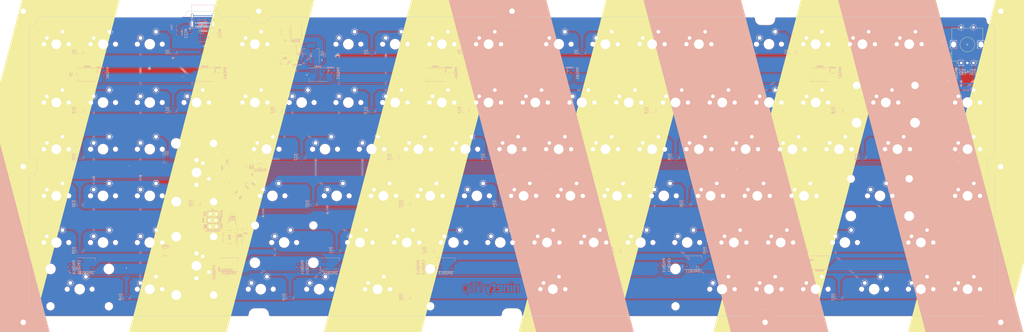
<source format=kicad_pcb>
(kicad_pcb (version 20171130) (host pcbnew "(5.1.4)-1")
  (layers (0 F.Cu signal) (31 B.Cu signal) (34 B.Paste user) (35 F.Paste user) (36 B.SilkS user hide) (37 F.SilkS user hide) (38 B.Mask user) (39 F.Mask user) (44 Edge.Cuts user))
  (net 0 "")
  (net 1 GNDD)
  (net 2 GND)
  (net 3 BOOT0)
  (net 4 NRST)
  (net 5 "Net-(CRGB1-Pad2)")
  (net 6 "Net-(CRGB2-Pad2)")
  (net 7 "Net-(CRGB3-Pad2)")
  (net 8 "Net-(CRGB4-Pad2)")
  (net 9 "Net-(CRGB5-Pad2)")
  (net 10 "Net-(CRGB6-Pad2)")
  (net 11 "Net-(CRGB7-Pad2)")
  (net 12 "Net-(CRGB8-Pad2)")
  (net 13 "Net-(CRGB9-Pad2)")
  (net 14 "Net-(CRGB10-Pad2)")
  (net 15 CASE)
  (net 16 5V)
  (net 17 "Net-(D1-Pad2)")
  (net 18 Row1)
  (net 19 "Net-(D2-Pad2)")
  (net 20 "Net-(D3-Pad2)")
  (net 21 "Net-(D4-Pad2)")
  (net 22 "Net-(D5-Pad2)")
  (net 23 "Net-(D6-Pad2)")
  (net 24 "Net-(D7-Pad2)")
  (net 25 "Net-(D8-Pad2)")
  (net 26 "Net-(D9-Pad2)")
  (net 27 "Net-(D10-Pad2)")
  (net 28 "Net-(D11-Pad2)")
  (net 29 "Net-(D12-Pad2)")
  (net 30 "Net-(D13-Pad2)")
  (net 31 "Net-(D14-Pad2)")
  (net 32 "Net-(D15-Pad2)")
  (net 33 Row2)
  (net 34 "Net-(D16-Pad2)")
  (net 35 "Net-(D17-Pad2)")
  (net 36 "Net-(D18-Pad2)")
  (net 37 "Net-(D19-Pad2)")
  (net 38 "Net-(D20-Pad2)")
  (net 39 "Net-(D21-Pad2)")
  (net 40 "Net-(D22-Pad2)")
  (net 41 "Net-(D23-Pad2)")
  (net 42 "Net-(D24-Pad2)")
  (net 43 "Net-(D25-Pad2)")
  (net 44 "Net-(D26-Pad2)")
  (net 45 "Net-(D27-Pad2)")
  (net 46 "Net-(D28-Pad2)")
  (net 47 "Net-(D29-Pad2)")
  (net 48 Row3)
  (net 49 "Net-(D30-Pad2)")
  (net 50 "Net-(D31-Pad2)")
  (net 51 "Net-(D32-Pad2)")
  (net 52 "Net-(D33-Pad2)")
  (net 53 "Net-(D34-Pad2)")
  (net 54 Row4)
  (net 55 Row5)
  (net 56 "Net-(DR1-Pad2)")
  (net 57 "Net-(DRGB1-Pad2)")
  (net 58 RGB_5V)
  (net 59 "Net-(DRGB2-Pad2)")
  (net 60 "Net-(DRGB3-Pad2)")
  (net 61 "Net-(DRGB4-Pad2)")
  (net 62 "Net-(DRGB5-Pad2)")
  (net 63 "Net-(DRGB6-Pad2)")
  (net 64 "Net-(DRGB7-Pad2)")
  (net 65 "Net-(DRGB8-Pad2)")
  (net 66 "Net-(DRGB10-Pad4)")
  (net 67 "Net-(DRGB10-Pad2)")
  (net 68 VBUS)
  (net 69 Col1)
  (net 70 Col2)
  (net 71 Col3)
  (net 72 Col4)
  (net 73 Col5)
  (net 74 Col6)
  (net 75 Col7)
  (net 76 Col8)
  (net 77 Col9)
  (net 78 Col10)
  (net 79 Col11)
  (net 80 Col12)
  (net 81 Col13)
  (net 82 Col14)
  (net 83 RGB_3V3)
  (net 84 "Net-(RCC1-Pad2)")
  (net 85 "Net-(RCC2-Pad1)")
  (net 86 D+)
  (net 87 D-)
  (net 88 SWCLK)
  (net 89 SWDIO)
  (net 90 "Net-(USB1-PadB8)")
  (net 91 "Net-(USB1-PadA8)")
  (net 92 "Net-(D1-Pad1)")
  (net 93 "Net-(D2-Pad1)")
  (net 94 "Net-(D3-Pad1)")
  (net 95 "Net-(D4-Pad1)")
  (net 96 "Net-(D5-Pad1)")
  (net 97 "Net-(D6-Pad1)")
  (net 98 "Net-(D7-Pad1)")
  (net 99 "Net-(D8-Pad1)")
  (net 100 "Net-(D9-Pad1)")
  (net 101 "Net-(D10-Pad1)")
  (net 102 "Net-(D11-Pad1)")
  (net 103 "Net-(D12-Pad1)")
  (net 104 "Net-(D13-Pad1)")
  (net 105 "Net-(D14-Pad1)")
  (net 106 "Net-(D15-Pad1)")
  (net 107 "Net-(D16-Pad1)")
  (net 108 "Net-(D17-Pad1)")
  (net 109 "Net-(D18-Pad1)")
  (net 110 "Net-(D19-Pad1)")
  (net 111 "Net-(D20-Pad1)")
  (net 112 "Net-(D21-Pad1)")
  (net 113 "Net-(D22-Pad1)")
  (net 114 "Net-(D23-Pad1)")
  (net 115 "Net-(D24-Pad1)")
  (net 116 "Net-(D25-Pad1)")
  (net 117 "Net-(D26-Pad1)")
  (net 118 "Net-(D27-Pad1)")
  (net 119 "Net-(D28-Pad1)")
  (net 120 "Net-(D29-Pad1)")
  (net 121 "Net-(D30-Pad1)")
  (net 122 "Net-(D31-Pad1)")
  (net 123 "Net-(D32-Pad1)")
  (net 124 "Net-(D33-Pad1)")
  (net 125 "Net-(D34-Pad1)")
  (net 126 "Net-(U1-Pad4)")
  (net 127 "Net-(U1-Pad1)")
  (net 128 +3V3)
  (net 129 ROTA)
  (net 130 ROTB)
  (net 131 "Net-(CRGB11-Pad2)")
  (net 132 "Net-(CRGB12-Pad2)")
  (net 133 "Net-(CRGB13-Pad2)")
  (net 134 "Net-(CRGB14-Pad2)")
  (net 135 "Net-(CRGB15-Pad2)")
  (net 136 "Net-(CRGB16-Pad2)")
  (net 137 "Net-(CSH1-Pad1)")
  (net 138 Col19)
  (net 139 "Net-(D35-Pad2)")
  (net 140 "Net-(D35-Pad1)")
  (net 141 "Net-(D36-Pad2)")
  (net 142 "Net-(D36-Pad1)")
  (net 143 "Net-(D37-Pad2)")
  (net 144 "Net-(D37-Pad1)")
  (net 145 "Net-(D38-Pad2)")
  (net 146 "Net-(D38-Pad1)")
  (net 147 "Net-(D39-Pad2)")
  (net 148 "Net-(D39-Pad1)")
  (net 149 "Net-(D40-Pad2)")
  (net 150 "Net-(D40-Pad1)")
  (net 151 "Net-(D41-Pad2)")
  (net 152 "Net-(D41-Pad1)")
  (net 153 "Net-(D42-Pad2)")
  (net 154 "Net-(D42-Pad1)")
  (net 155 "Net-(D43-Pad2)")
  (net 156 "Net-(D43-Pad1)")
  (net 157 "Net-(D44-Pad2)")
  (net 158 "Net-(D44-Pad1)")
  (net 159 "Net-(D45-Pad2)")
  (net 160 "Net-(D45-Pad1)")
  (net 161 "Net-(D46-Pad2)")
  (net 162 "Net-(D46-Pad1)")
  (net 163 "Net-(D47-Pad2)")
  (net 164 "Net-(D47-Pad1)")
  (net 165 Row6)
  (net 166 "Net-(D48-Pad2)")
  (net 167 "Net-(D48-Pad1)")
  (net 168 "Net-(D49-Pad2)")
  (net 169 "Net-(D49-Pad1)")
  (net 170 "Net-(D50-Pad2)")
  (net 171 "Net-(D50-Pad1)")
  (net 172 "Net-(D51-Pad2)")
  (net 173 "Net-(D51-Pad1)")
  (net 174 "Net-(D52-Pad2)")
  (net 175 "Net-(D52-Pad1)")
  (net 176 "Net-(D53-Pad1)")
  (net 177 "Net-(D53-Pad2)")
  (net 178 "Net-(DRGB11-Pad2)")
  (net 179 "Net-(DRGB12-Pad2)")
  (net 180 "Net-(DRGB13-Pad2)")
  (net 181 "Net-(DRGB14-Pad2)")
  (net 182 "Net-(DRGB15-Pad2)")
  (net 183 "Net-(DRGB16-Pad2)")
  (net 184 Col18)
  (net 185 Col15)
  (net 186 Col16)
  (net 187 Col17)
  (net 188 "Net-(U2-Pad31)")
  (net 189 "Net-(U2-Pad30)")
  (net 190 "Net-(U2-Pad29)")
  (net 191 "Net-(U2-Pad27)")
  (net 192 "Net-(U2-Pad26)")
  (module MX_Only:MXOnly-1U-NoLED (layer F.Cu) (at 392.938 94.488)
    (fp_text reference MX51)
    (fp_text value [{)
    (pad 2 thru_hole circle (at 2.54 -5.08) (size 2.25 2.25) (drill 1.47) (layers *.Cu B.Mask) (net 45 "Net-(D27-Pad2)"))
    (pad "" np_thru_hole circle (at 0 0) (size 3.9878 3.9878) (drill 3.9878) (layers *.Cu *.Mask))
    (pad 1 thru_hole circle (at -3.81 -2.54) (size 2.25 2.25) (drill 1.47) (layers *.Cu B.Mask) (net 186 Col16))
    (pad "" np_thru_hole circle (at -5.08 0 48.0996) (size 1.75 1.75) (drill 1.75) (layers *.Cu *.Mask))
    (pad "" np_thru_hole circle (at 5.08 0 48.0996) (size 1.75 1.75) (drill 1.75) (layers *.Cu *.Mask))
  )
  (module MountingHole:MountingHole_2.2mm_M2 (layer F.Cu) (at 79.4125 101.575 90)
    (fp_text reference REF** hide)
    (fp_text value MountingHole_2.2mm_M2)
    (pad 1 np_thru_hole circle (at 0 0 90) (size 2.2 2.2) (drill 2.2) (layers *.Cu *.Mask))
  )
  (module MountingHole:MountingHole_2.2mm_M2 (layer F.Cu) (at 477.8 101.625 270)
    (fp_text reference REF** hide)
    (fp_text value MountingHole_2.2mm_M2)
    (pad 1 np_thru_hole circle (at 0 0 270) (size 2.2 2.2) (drill 2.2) (layers *.Cu *.Mask))
  )
  (module logo:front_ninetyflip_small_mask (layer B.Cu) (at 269.875 150.8125 180)
    (fp_text reference G*** hide)
    (fp_text value LOGO hide)
  )
  (module logo:front_ninetyflip_small_cu (layer B.Cu) (at 269.875 150.8125 180)
    (fp_text reference G*** hide)
    (fp_text value LOGO hide)
    (fp_poly (pts (xy 8.013096 1.576701) (xy 7.468692 1.550865) (xy 7.494728 2.051871) (xy 8.013096 2.051871)) (layer B.Cu) (width 0))
    (fp_poly (pts (xy -7.969898 2.095068) (xy -7.969898 1.447109) (xy -9.071428 1.422929) (xy -9.071428 2.119248)) (layer B.Cu) (width 0))
    (fp_poly (pts (xy 7.991497 -1.987075) (xy 7.752556 -1.987075) (xy 7.593929 -1.977102) (xy 7.505849 -1.948628) (xy 7.492777 -1.932771) (xy 7.488136 -1.877945) (xy 7.484526 -1.747229) (xy 7.482013 -1.55112) (xy 7.480663 -1.300116) (xy 7.480542 -1.004717) (xy 7.481716 -0.675419) (xy 7.483334 -0.431665) (xy 7.494728 1.015136) (xy 7.743113 1.028091) (xy 7.991497 1.041046)) (layer B.Cu) (width 0))
    (fp_poly (pts (xy 6.220408 -1.987075) (xy 5.990023 -1.987075) (xy 5.855587 -1.982067) (xy 5.759159 -1.969219) (xy 5.730839 -1.958276) (xy 5.724968 -1.910495) (xy 5.719499 -1.784999) (xy 5.714556 -1.590468) (xy 5.710262 -1.335581) (xy 5.70674 -1.029017) (xy 5.704116 -0.679457) (xy 5.702511 -0.295579) (xy 5.702041 0.063356) (xy 5.702638 0.564034) (xy 5.704521 0.983722) (xy 5.707826 1.327816) (xy 5.712691 1.601714) (xy 5.719251 1.810813) (xy 5.727644 1.960509) (xy 5.738007 2.056199) (xy 5.750477 2.103281) (xy 5.753878 2.108027) (xy 5.825568 2.138839) (xy 5.947647 2.157407) (xy 6.013062 2.159864) (xy 6.220408 2.159864)) (layer B.Cu) (width 0))
    (fp_poly (pts (xy 4.322059 2.107601) (xy 4.730102 2.095068) (xy 4.730102 1.663095) (xy 4.406123 1.641497) (xy 4.082143 1.619898) (xy 4.069412 1.330168) (xy 4.056682 1.040439) (xy 4.393392 1.027787) (xy 4.730102 1.015136) (xy 4.730102 0.626361) (xy 4.395963 0.613756) (xy 4.061825 0.601151) (xy 4.050385 -0.682162) (xy 4.038946 -1.965476) (xy 3.790562 -1.978431) (xy 3.542177 -1.991386) (xy 3.542177 0.561565) (xy 3.401786 0.562226) (xy 3.258802 0.576893) (xy 3.182958 0.630494) (xy 3.158728 0.740002) (xy 3.161399 0.82503) (xy 3.175 1.015136) (xy 3.358589 1.028419) (xy 3.542177 1.041702) (xy 3.542177 1.408541) (xy 3.552238 1.666206) (xy 3.589605 1.85467) (xy 3.665054 1.983594) (xy 3.789363 2.062637) (xy 3.973309 2.101459) (xy 4.227667 2.109721)) (layer B.Cu) (width 0))
    (fp_poly (pts (xy -5.575226 1.109919) (xy -5.432617 1.069288) (xy -5.404708 1.052688) (xy -5.34628 1.006885) (xy -5.299118 0.95364) (xy -5.262026 0.883749) (xy -5.233805 0.788008) (xy -5.213259 0.657213) (xy -5.19919 0.48216) (xy -5.190402 0.253644) (xy -5.185697 -0.037537) (xy -5.183878 -0.400587) (xy -5.183673 -0.646571) (xy -5.183673 -1.987075) (xy -6.220408 -1.987075) (xy -6.221069 -0.982738) (xy -6.222773 -0.69442) (xy -6.22719 -0.43346) (xy -6.233869 -0.212786) (xy -6.242357 -0.045324) (xy -6.252203 0.056) (xy -6.258213 0.07915) (xy -6.311972 0.113553) (xy -6.420525 0.115923) (xy -6.495137 0.106643) (xy -6.695578 0.076585) (xy -6.695578 -1.987075) (xy -7.733418 -1.987075) (xy -7.722066 -0.46437) (xy -7.710714 1.058334) (xy -7.321938 1.090907) (xy -7.11593 1.104668) (xy -6.978848 1.098805) (xy -6.893897 1.064446) (xy -6.844281 0.992721) (xy -6.813204 0.874757) (xy -6.802898 0.816764) (xy -6.776361 0.710281) (xy -6.745175 0.651811) (xy -6.736481 0.647959) (xy -6.683264 0.674169) (xy -6.594544 0.74002) (xy -6.55669 0.771985) (xy -6.366977 0.929238) (xy -6.212243 1.032517) (xy -6.069844 1.092217) (xy -5.917139 1.118739) (xy -5.792019 1.12313)) (layer B.Cu) (width 0))
    (fp_poly (pts (xy -7.991496 -1.987075) (xy -9.028231 -1.987075) (xy -9.028231 1.079932) (xy -7.991496 1.079932)) (layer B.Cu) (width 0))
    (fp_poly (pts (xy -9.63577 1.109919) (xy -9.493162 1.069288) (xy -9.465252 1.052688) (xy -9.406824 1.006885) (xy -9.359662 0.95364) (xy -9.32257 0.883749) (xy -9.294349 0.788008) (xy -9.273803 0.657213) (xy -9.259735 0.48216) (xy -9.250947 0.253644) (xy -9.246241 -0.037537) (xy -9.244422 -0.400587) (xy -9.244217 -0.646571) (xy -9.244217 -1.987075) (xy -10.280952 -1.987075) (xy -10.281614 -0.982738) (xy -10.283317 -0.69442) (xy -10.287735 -0.43346) (xy -10.294413 -0.212786) (xy -10.302902 -0.045324) (xy -10.312747 0.056) (xy -10.318758 0.07915) (xy -10.372516 0.113553) (xy -10.481069 0.115923) (xy -10.555681 0.106643) (xy -10.756122 0.076585) (xy -10.756122 -1.987075) (xy -11.793962 -1.987075) (xy -11.78261 -0.46437) (xy -11.771258 1.058334) (xy -11.382483 1.090907) (xy -11.176474 1.104668) (xy -11.039392 1.098805) (xy -10.954441 1.064446) (xy -10.904825 0.992721) (xy -10.873749 0.874757) (xy -10.863442 0.816764) (xy -10.836905 0.710281) (xy -10.805719 0.651811) (xy -10.797026 0.647959) (xy -10.743808 0.674169) (xy -10.655088 0.74002) (xy -10.617234 0.771985) (xy -10.427522 0.929238) (xy -10.272787 1.032517) (xy -10.130389 1.092217) (xy -9.977683 1.118739) (xy -9.852563 1.12313)) (layer B.Cu) (width 0))
    (fp_poly (pts (xy -3.466219 1.120297) (xy -3.225588 1.110221) (xy -3.044488 1.089414) (xy -2.90954 1.05462) (xy -2.807362 1.002578) (xy -2.724574 0.930032) (xy -2.659703 0.850148) (xy -2.620258 0.785032) (xy -2.593007 0.704307) (xy -2.575023 0.58993) (xy -2.563381 0.423857) (xy -2.555732 0.209098) (xy -2.550563 -0.055733) (xy -2.553806 -0.248686) (xy -2.567979 -0.384076) (xy -2.595602 -0.47622) (xy -2.639193 -0.539432) (xy -2.695302 -0.584169) (xy -2.761773 -0.60961) (xy -2.892947 -0.646945) (xy -3.068717 -0.691584) (xy -3.268978 -0.738939) (xy -3.473625 -0.78442) (xy -3.662551 -0.823438) (xy -3.815653 -0.851404) (xy -3.912823 -0.863729) (xy -3.921061 -0.863945) (xy -3.927874 -0.901542) (xy -3.923917 -0.993177) (xy -3.92289 -1.004336) (xy -3.909353 -1.144728) (xy -3.250595 -1.156652) (xy -2.591836 -1.168577) (xy -2.591836 -1.557583) (xy -2.596517 -1.767) (xy -2.611231 -1.898074) (xy -2.636987 -1.958385) (xy -2.645833 -1.963479) (xy -2.720364 -1.973732) (xy -2.864298 -1.982957) (xy -3.060646 -1.990911) (xy -3.29242 -1.997353) (xy -3.542631 -2.00204) (xy -3.794291 -2.004731) (xy -4.030412 -2.005183) (xy -4.234006 -2.003154) (xy -4.388083 -1.998403) (xy -4.475656 -1.990687) (xy -4.480635 -1.989614) (xy -4.619218 -1.940568) (xy -4.732628 -1.881399) (xy -4.79995 -1.830965) (xy -4.853141 -1.771082) (xy -4.893839 -1.69158) (xy -4.92368 -1.582289) (xy -4.944303 -1.43304) (xy -4.957344 -1.233663) (xy -4.964442 -0.973988) (xy -4.967233 -0.643845) (xy -4.967525 -0.422561) (xy -4.967253 -0.225796) (xy -3.930952 -0.225796) (xy -3.725765 -0.195739) (xy -3.597636 -0.17142) (xy -3.506709 -0.144031) (xy -3.485567 -0.132064) (xy -3.467671 -0.072467) (xy -3.461514 0.04132) (xy -3.463968 0.112766) (xy -3.477381 0.32398) (xy -3.704166 0.337037) (xy -3.930952 0.350093) (xy -3.930952 -0.225796) (xy -4.967253 -0.225796) (xy -4.967056 -0.084484) (xy -4.965237 0.178469) (xy -4.961283 0.377567) (xy -4.954406 0.524078) (xy -4.943822 0.629271) (xy -4.928743 0.704415) (xy -4.908385 0.760779) (xy -4.88196 0.80963) (xy -4.881526 0.810344) (xy -4.809888 0.915836) (xy -4.732468 0.994737) (xy -4.635918 1.050834) (xy -4.506891 1.087911) (xy -4.332041 1.109757) (xy -4.09802 1.120157) (xy -3.791482 1.122897) (xy -3.779762 1.122901)) (layer B.Cu) (width 0))
    (fp_poly (pts (xy 10.820613 1.066235) (xy 10.959022 1.004137) (xy 11.018629 0.953663) (xy 11.144898 0.827394) (xy 11.144898 -0.453088) (xy 11.144333 -0.83867) (xy 11.141925 -1.147492) (xy 11.136604 -1.389182) (xy 11.127301 -1.573372) (xy 11.112945 -1.709692) (xy 11.092468 -1.807772) (xy 11.064798 -1.877241) (xy 11.028868 -1.927731) (xy 10.983605 -1.96887) (xy 10.975853 -1.974901) (xy 10.858448 -2.017488) (xy 10.670826 -2.023086) (xy 10.420633 -1.992132) (xy 10.118963 -1.925948) (xy 9.719388 -1.823357) (xy 9.719388 -2.894217) (xy 9.489003 -2.894217) (xy 9.354567 -2.88921) (xy 9.258138 -2.876362) (xy 9.229819 -2.865419) (xy 9.223835 -2.817548) (xy 9.218272 -2.692141) (xy 9.21326 -2.498056) (xy 9.208931 -2.244151) (xy 9.205417 -1.939285) (xy 9.202848 -1.592315) (xy 9.201355 -1.212101) (xy 9.201021 -0.920473) (xy 9.201021 -0.51784) (xy 9.719388 -0.51784) (xy 9.719388 -1.418633) (xy 10.01097 -1.44691) (xy 10.164977 -1.463475) (xy 10.285672 -1.479447) (xy 10.345749 -1.491076) (xy 10.419427 -1.500318) (xy 10.496939 -1.498636) (xy 10.604932 -1.490306) (xy 10.616513 -0.46437) (xy 10.619902 -0.141056) (xy 10.621349 0.106089) (xy 10.620128 0.28728) (xy 10.615512 0.412735) (xy 10.606776 0.49267) (xy 10.593193 0.5373) (xy 10.574038 0.556843) (xy 10.548584 0.561515) (xy 10.543599 0.561565) (xy 10.463551 0.552124) (xy 10.326618 0.527551) (xy 10.159776 0.493473) (xy 9.990004 0.455516) (xy 9.84428 0.419304) (xy 9.794983 0.405449) (xy 9.769618 0.391407) (xy 9.750617 0.359081) (xy 9.737075 0.297415) (xy 9.728088 0.195355) (xy 9.722749 0.041844) (xy 9.720155 -0.174172) (xy 9.719399 -0.463749) (xy 9.719388 -0.51784) (xy 9.201021 -0.51784) (xy 9.201021 0.995676) (xy 9.317276 1.039876) (xy 9.472252 1.075127) (xy 9.592425 1.056739) (xy 9.660789 0.988649) (xy 9.668742 0.958498) (xy 9.699572 0.872401) (xy 9.734134 0.838999) (xy 9.795596 0.844172) (xy 9.915838 0.874822) (xy 10.073137 0.925065) (xy 10.142401 0.949634) (xy 10.423528 1.039035) (xy 10.645857 1.077885)) (layer B.Cu) (width 0))
    (fp_poly (pts (xy -1.036734 1.079932) (xy -0.745153 1.076599) (xy -0.582977 1.075793) (xy -0.364549 1.076139) (xy -0.120001 1.077532) (xy 0.092827 1.07954) (xy 0.34724 1.078722) (xy 0.531998 1.069962) (xy 0.640861 1.053695) (xy 0.667815 1.039555) (xy 0.686552 0.978699) (xy 0.714942 0.849262) (xy 0.750072 0.668136) (xy 0.789028 0.452214) (xy 0.828895 0.218392) (xy 0.866759 -0.016439) (xy 0.899705 -0.235385) (xy 0.92482 -0.421551) (xy 0.93449 -0.506291) (xy 0.964505 -0.799149) (xy 1.107863 -0.086394) (xy 1.160183 0.169531) (xy 1.211444 0.412781) (xy 1.257315 0.623336) (xy 1.293467 0.781175) (xy 1.308718 0.842347) (xy 1.366216 1.058334) (xy 1.871034 1.070504) (xy 2.088697 1.0744) (xy 2.234033 1.072572) (xy 2.321012 1.063438) (xy 2.363601 1.045416) (xy 2.375769 1.016926) (xy 2.375851 1.013349) (xy 2.364169 0.94578) (xy 2.331206 0.806412) (xy 2.280081 0.606324) (xy 2.213915 0.356594) (xy 2.135827 0.068302) (xy 2.04894 -0.247476) (xy 1.956372 -0.57966) (xy 1.861244 -0.917171) (xy 1.766677 -1.248933) (xy 1.675791 -1.563866) (xy 1.591707 -1.850891) (xy 1.517544 -2.098931) (xy 1.456424 -2.296908) (xy 1.411467 -2.433742) (xy 1.3877 -2.494882) (xy 1.244624 -2.694329) (xy 1.04807 -2.832317) (xy 0.793704 -2.910931) (xy 0.479524 -2.932304) (xy 0.308543 -2.925353) (xy 0.15365 -2.912484) (xy 0.064796 -2.899482) (xy -0.064796 -2.87177) (xy -0.064796 -2.181462) (xy 0.20153 -2.168697) (xy 0.370756 -2.153878) (xy 0.476305 -2.118925) (xy 0.54078 -2.0481) (xy 0.586786 -1.925662) (xy 0.595558 -1.894338) (xy 0.619097 -1.790629) (xy 0.605207 -1.741167) (xy 0.541932 -1.717643) (xy 0.518905 -1.712879) (xy 0.469534 -1.6979) (xy 0.428664 -1.666437) (xy 0.389605 -1.605191) (xy 0.345667 -1.500862) (xy 0.290161 -1.34015) (xy 0.21788 -1.11446) (xy 0.137988 -0.862525) (xy 0.041676 -0.560488) (xy -0.0608 -0.240417) (xy -0.159186 0.065618) (xy -0.193764 0.172789) (xy -0.424011 0.885544) (xy -0.427992 0.614206) (xy -0.431766 0.470633) (xy -0.449462 0.381856) (xy -0.498399 0.331848) (xy -0.595895 0.304589) (xy -0.759272 0.284052) (xy -0.78835 0.280806) (xy -1.036734 0.252967) (xy -1.036734 -0.404843) (xy -1.033724 -0.699854) (xy -1.02447 -0.913243) (xy -1.008638 -1.049581) (xy -0.985895 -1.113439) (xy -0.984898 -1.11449) (xy -0.915649 -1.142799) (xy -0.791155 -1.161627) (xy -0.682517 -1.166326) (xy -0.431972 -1.166326) (xy -0.431972 -1.531983) (xy -0.43443 -1.714611) (xy -0.444382 -1.82992) (xy -0.465697 -1.896911) (xy -0.502244 -1.934585) (xy -0.515527 -1.942357) (xy -0.591435 -1.96058) (xy -0.732094 -1.975222) (xy -0.915882 -1.984567) (xy -1.078479 -1.987075) (xy -1.351749 -1.981019) (xy -1.556908 -1.959652) (xy -1.711599 -1.918175) (xy -1.833464 -1.851789) (xy -1.940145 -1.755695) (xy -1.943877 -1.751673) (xy -1.979141 -1.7115) (xy -2.005918 -1.669545) (xy -2.02557 -1.613831) (xy -2.039462 -1.532376) (xy -2.048957 -1.413203) (xy -2.05542 -1.244332) (xy -2.060215 -1.013783) (xy -2.064705 -0.709578) (xy -2.065008 -0.687772) (xy -2.078145 0.259184) (xy -2.419047 0.259184) (xy -2.419047 1.079932) (xy -1.998928 1.079932) (xy -1.945379 1.414711) (xy -1.914473 1.580947) (xy -1.881348 1.716635) (xy -1.852314 1.796639) (xy -1.847768 1.803487) (xy -1.774331 1.834767) (xy -1.616534 1.852749) (xy -1.420221 1.857483) (xy -1.036734 1.857483)) (layer B.Cu) (width 0))
  )
  (module logo:front_ninetyflip_small_cu (layer F.Cu) (at 323.85 150.8125)
    (fp_text reference G*** hide)
    (fp_text value LOGO hide)
    (fp_poly (pts (xy -1.036734 -1.079932) (xy -0.745153 -1.076599) (xy -0.582977 -1.075793) (xy -0.364549 -1.076139) (xy -0.120001 -1.077532) (xy 0.092827 -1.07954) (xy 0.34724 -1.078722) (xy 0.531998 -1.069962) (xy 0.640861 -1.053695) (xy 0.667815 -1.039555) (xy 0.686552 -0.978699) (xy 0.714942 -0.849262) (xy 0.750072 -0.668136) (xy 0.789028 -0.452214) (xy 0.828895 -0.218392) (xy 0.866759 0.016439) (xy 0.899705 0.235385) (xy 0.92482 0.421551) (xy 0.93449 0.506291) (xy 0.964505 0.799149) (xy 1.107863 0.086394) (xy 1.160183 -0.169531) (xy 1.211444 -0.412781) (xy 1.257315 -0.623336) (xy 1.293467 -0.781175) (xy 1.308718 -0.842347) (xy 1.366216 -1.058334) (xy 1.871034 -1.070504) (xy 2.088697 -1.0744) (xy 2.234033 -1.072572) (xy 2.321012 -1.063438) (xy 2.363601 -1.045416) (xy 2.375769 -1.016926) (xy 2.375851 -1.013349) (xy 2.364169 -0.94578) (xy 2.331206 -0.806412) (xy 2.280081 -0.606324) (xy 2.213915 -0.356594) (xy 2.135827 -0.068302) (xy 2.04894 0.247476) (xy 1.956372 0.57966) (xy 1.861244 0.917171) (xy 1.766677 1.248933) (xy 1.675791 1.563866) (xy 1.591707 1.850891) (xy 1.517544 2.098931) (xy 1.456424 2.296908) (xy 1.411467 2.433742) (xy 1.3877 2.494882) (xy 1.244624 2.694329) (xy 1.04807 2.832317) (xy 0.793704 2.910931) (xy 0.479524 2.932304) (xy 0.308543 2.925353) (xy 0.15365 2.912484) (xy 0.064796 2.899482) (xy -0.064796 2.87177) (xy -0.064796 2.181462) (xy 0.20153 2.168697) (xy 0.370756 2.153878) (xy 0.476305 2.118925) (xy 0.54078 2.0481) (xy 0.586786 1.925662) (xy 0.595558 1.894338) (xy 0.619097 1.790629) (xy 0.605207 1.741167) (xy 0.541932 1.717643) (xy 0.518905 1.712879) (xy 0.469534 1.6979) (xy 0.428664 1.666437) (xy 0.389605 1.605191) (xy 0.345667 1.500862) (xy 0.290161 1.34015) (xy 0.21788 1.11446) (xy 0.137988 0.862525) (xy 0.041676 0.560488) (xy -0.0608 0.240417) (xy -0.159186 -0.065618) (xy -0.193764 -0.172789) (xy -0.424011 -0.885544) (xy -0.427992 -0.614206) (xy -0.431766 -0.470633) (xy -0.449462 -0.381856) (xy -0.498399 -0.331848) (xy -0.595895 -0.304589) (xy -0.759272 -0.284052) (xy -0.78835 -0.280806) (xy -1.036734 -0.252967) (xy -1.036734 0.404843) (xy -1.033724 0.699854) (xy -1.02447 0.913243) (xy -1.008638 1.049581) (xy -0.985895 1.113439) (xy -0.984898 1.11449) (xy -0.915649 1.142799) (xy -0.791155 1.161627) (xy -0.682517 1.166326) (xy -0.431972 1.166326) (xy -0.431972 1.531983) (xy -0.43443 1.714611) (xy -0.444382 1.82992) (xy -0.465697 1.896911) (xy -0.502244 1.934585) (xy -0.515527 1.942357) (xy -0.591435 1.96058) (xy -0.732094 1.975222) (xy -0.915882 1.984567) (xy -1.078479 1.987075) (xy -1.351749 1.981019) (xy -1.556908 1.959652) (xy -1.711599 1.918175) (xy -1.833464 1.851789) (xy -1.940145 1.755695) (xy -1.943877 1.751673) (xy -1.979141 1.7115) (xy -2.005918 1.669545) (xy -2.02557 1.613831) (xy -2.039462 1.532376) (xy -2.048957 1.413203) (xy -2.05542 1.244332) (xy -2.060215 1.013783) (xy -2.064705 0.709578) (xy -2.065008 0.687772) (xy -2.078145 -0.259184) (xy -2.419047 -0.259184) (xy -2.419047 -1.079932) (xy -1.998928 -1.079932) (xy -1.945379 -1.414711) (xy -1.914473 -1.580947) (xy -1.881348 -1.716635) (xy -1.852314 -1.796639) (xy -1.847768 -1.803487) (xy -1.774331 -1.834767) (xy -1.616534 -1.852749) (xy -1.420221 -1.857483) (xy -1.036734 -1.857483)) (layer F.Cu) (width 0))
    (fp_poly (pts (xy 10.820613 -1.066235) (xy 10.959022 -1.004137) (xy 11.018629 -0.953663) (xy 11.144898 -0.827394) (xy 11.144898 0.453088) (xy 11.144333 0.83867) (xy 11.141925 1.147492) (xy 11.136604 1.389182) (xy 11.127301 1.573372) (xy 11.112945 1.709692) (xy 11.092468 1.807772) (xy 11.064798 1.877241) (xy 11.028868 1.927731) (xy 10.983605 1.96887) (xy 10.975853 1.974901) (xy 10.858448 2.017488) (xy 10.670826 2.023086) (xy 10.420633 1.992132) (xy 10.118963 1.925948) (xy 9.719388 1.823357) (xy 9.719388 2.894217) (xy 9.489003 2.894217) (xy 9.354567 2.88921) (xy 9.258138 2.876362) (xy 9.229819 2.865419) (xy 9.223835 2.817548) (xy 9.218272 2.692141) (xy 9.21326 2.498056) (xy 9.208931 2.244151) (xy 9.205417 1.939285) (xy 9.202848 1.592315) (xy 9.201355 1.212101) (xy 9.201021 0.920473) (xy 9.201021 0.51784) (xy 9.719388 0.51784) (xy 9.719388 1.418633) (xy 10.01097 1.44691) (xy 10.164977 1.463475) (xy 10.285672 1.479447) (xy 10.345749 1.491076) (xy 10.419427 1.500318) (xy 10.496939 1.498636) (xy 10.604932 1.490306) (xy 10.616513 0.46437) (xy 10.619902 0.141056) (xy 10.621349 -0.106089) (xy 10.620128 -0.28728) (xy 10.615512 -0.412735) (xy 10.606776 -0.49267) (xy 10.593193 -0.5373) (xy 10.574038 -0.556843) (xy 10.548584 -0.561515) (xy 10.543599 -0.561565) (xy 10.463551 -0.552124) (xy 10.326618 -0.527551) (xy 10.159776 -0.493473) (xy 9.990004 -0.455516) (xy 9.84428 -0.419304) (xy 9.794983 -0.405449) (xy 9.769618 -0.391407) (xy 9.750617 -0.359081) (xy 9.737075 -0.297415) (xy 9.728088 -0.195355) (xy 9.722749 -0.041844) (xy 9.720155 0.174172) (xy 9.719399 0.463749) (xy 9.719388 0.51784) (xy 9.201021 0.51784) (xy 9.201021 -0.995676) (xy 9.317276 -1.039876) (xy 9.472252 -1.075127) (xy 9.592425 -1.056739) (xy 9.660789 -0.988649) (xy 9.668742 -0.958498) (xy 9.699572 -0.872401) (xy 9.734134 -0.838999) (xy 9.795596 -0.844172) (xy 9.915838 -0.874822) (xy 10.073137 -0.925065) (xy 10.142401 -0.949634) (xy 10.423528 -1.039035) (xy 10.645857 -1.077885)) (layer F.Cu) (width 0))
    (fp_poly (pts (xy -3.466219 -1.120297) (xy -3.225588 -1.110221) (xy -3.044488 -1.089414) (xy -2.90954 -1.05462) (xy -2.807362 -1.002578) (xy -2.724574 -0.930032) (xy -2.659703 -0.850148) (xy -2.620258 -0.785032) (xy -2.593007 -0.704307) (xy -2.575023 -0.58993) (xy -2.563381 -0.423857) (xy -2.555732 -0.209098) (xy -2.550563 0.055733) (xy -2.553806 0.248686) (xy -2.567979 0.384076) (xy -2.595602 0.47622) (xy -2.639193 0.539432) (xy -2.695302 0.584169) (xy -2.761773 0.60961) (xy -2.892947 0.646945) (xy -3.068717 0.691584) (xy -3.268978 0.738939) (xy -3.473625 0.78442) (xy -3.662551 0.823438) (xy -3.815653 0.851404) (xy -3.912823 0.863729) (xy -3.921061 0.863945) (xy -3.927874 0.901542) (xy -3.923917 0.993177) (xy -3.92289 1.004336) (xy -3.909353 1.144728) (xy -3.250595 1.156652) (xy -2.591836 1.168577) (xy -2.591836 1.557583) (xy -2.596517 1.767) (xy -2.611231 1.898074) (xy -2.636987 1.958385) (xy -2.645833 1.963479) (xy -2.720364 1.973732) (xy -2.864298 1.982957) (xy -3.060646 1.990911) (xy -3.29242 1.997353) (xy -3.542631 2.00204) (xy -3.794291 2.004731) (xy -4.030412 2.005183) (xy -4.234006 2.003154) (xy -4.388083 1.998403) (xy -4.475656 1.990687) (xy -4.480635 1.989614) (xy -4.619218 1.940568) (xy -4.732628 1.881399) (xy -4.79995 1.830965) (xy -4.853141 1.771082) (xy -4.893839 1.69158) (xy -4.92368 1.582289) (xy -4.944303 1.43304) (xy -4.957344 1.233663) (xy -4.964442 0.973988) (xy -4.967233 0.643845) (xy -4.967525 0.422561) (xy -4.967253 0.225796) (xy -3.930952 0.225796) (xy -3.725765 0.195739) (xy -3.597636 0.17142) (xy -3.506709 0.144031) (xy -3.485567 0.132064) (xy -3.467671 0.072467) (xy -3.461514 -0.04132) (xy -3.463968 -0.112766) (xy -3.477381 -0.32398) (xy -3.704166 -0.337037) (xy -3.930952 -0.350093) (xy -3.930952 0.225796) (xy -4.967253 0.225796) (xy -4.967056 0.084484) (xy -4.965237 -0.178469) (xy -4.961283 -0.377567) (xy -4.954406 -0.524078) (xy -4.943822 -0.629271) (xy -4.928743 -0.704415) (xy -4.908385 -0.760779) (xy -4.88196 -0.80963) (xy -4.881526 -0.810344) (xy -4.809888 -0.915836) (xy -4.732468 -0.994737) (xy -4.635918 -1.050834) (xy -4.506891 -1.087911) (xy -4.332041 -1.109757) (xy -4.09802 -1.120157) (xy -3.791482 -1.122897) (xy -3.779762 -1.122901)) (layer F.Cu) (width 0))
    (fp_poly (pts (xy -9.63577 -1.109919) (xy -9.493162 -1.069288) (xy -9.465252 -1.052688) (xy -9.406824 -1.006885) (xy -9.359662 -0.95364) (xy -9.32257 -0.883749) (xy -9.294349 -0.788008) (xy -9.273803 -0.657213) (xy -9.259735 -0.48216) (xy -9.250947 -0.253644) (xy -9.246241 0.037537) (xy -9.244422 0.400587) (xy -9.244217 0.646571) (xy -9.244217 1.987075) (xy -10.280952 1.987075) (xy -10.281614 0.982738) (xy -10.283317 0.69442) (xy -10.287735 0.43346) (xy -10.294413 0.212786) (xy -10.302902 0.045324) (xy -10.312747 -0.056) (xy -10.318758 -0.07915) (xy -10.372516 -0.113553) (xy -10.481069 -0.115923) (xy -10.555681 -0.106643) (xy -10.756122 -0.076585) (xy -10.756122 1.987075) (xy -11.793962 1.987075) (xy -11.78261 0.46437) (xy -11.771258 -1.058334) (xy -11.382483 -1.090907) (xy -11.176474 -1.104668) (xy -11.039392 -1.098805) (xy -10.954441 -1.064446) (xy -10.904825 -0.992721) (xy -10.873749 -0.874757) (xy -10.863442 -0.816764) (xy -10.836905 -0.710281) (xy -10.805719 -0.651811) (xy -10.797026 -0.647959) (xy -10.743808 -0.674169) (xy -10.655088 -0.74002) (xy -10.617234 -0.771985) (xy -10.427522 -0.929238) (xy -10.272787 -1.032517) (xy -10.130389 -1.092217) (xy -9.977683 -1.118739) (xy -9.852563 -1.12313)) (layer F.Cu) (width 0))
    (fp_poly (pts (xy -7.991496 1.987075) (xy -9.028231 1.987075) (xy -9.028231 -1.079932) (xy -7.991496 -1.079932)) (layer F.Cu) (width 0))
    (fp_poly (pts (xy -5.575226 -1.109919) (xy -5.432617 -1.069288) (xy -5.404708 -1.052688) (xy -5.34628 -1.006885) (xy -5.299118 -0.95364) (xy -5.262026 -0.883749) (xy -5.233805 -0.788008) (xy -5.213259 -0.657213) (xy -5.19919 -0.48216) (xy -5.190402 -0.253644) (xy -5.185697 0.037537) (xy -5.183878 0.400587) (xy -5.183673 0.646571) (xy -5.183673 1.987075) (xy -6.220408 1.987075) (xy -6.221069 0.982738) (xy -6.222773 0.69442) (xy -6.22719 0.43346) (xy -6.233869 0.212786) (xy -6.242357 0.045324) (xy -6.252203 -0.056) (xy -6.258213 -0.07915) (xy -6.311972 -0.113553) (xy -6.420525 -0.115923) (xy -6.495137 -0.106643) (xy -6.695578 -0.076585) (xy -6.695578 1.987075) (xy -7.733418 1.987075) (xy -7.722066 0.46437) (xy -7.710714 -1.058334) (xy -7.321938 -1.090907) (xy -7.11593 -1.104668) (xy -6.978848 -1.098805) (xy -6.893897 -1.064446) (xy -6.844281 -0.992721) (xy -6.813204 -0.874757) (xy -6.802898 -0.816764) (xy -6.776361 -0.710281) (xy -6.745175 -0.651811) (xy -6.736481 -0.647959) (xy -6.683264 -0.674169) (xy -6.594544 -0.74002) (xy -6.55669 -0.771985) (xy -6.366977 -0.929238) (xy -6.212243 -1.032517) (xy -6.069844 -1.092217) (xy -5.917139 -1.118739) (xy -5.792019 -1.12313)) (layer F.Cu) (width 0))
    (fp_poly (pts (xy 4.322059 -2.107601) (xy 4.730102 -2.095068) (xy 4.730102 -1.663095) (xy 4.406123 -1.641497) (xy 4.082143 -1.619898) (xy 4.069412 -1.330168) (xy 4.056682 -1.040439) (xy 4.393392 -1.027787) (xy 4.730102 -1.015136) (xy 4.730102 -0.626361) (xy 4.395963 -0.613756) (xy 4.061825 -0.601151) (xy 4.050385 0.682162) (xy 4.038946 1.965476) (xy 3.790562 1.978431) (xy 3.542177 1.991386) (xy 3.542177 -0.561565) (xy 3.401786 -0.562226) (xy 3.258802 -0.576893) (xy 3.182958 -0.630494) (xy 3.158728 -0.740002) (xy 3.161399 -0.82503) (xy 3.175 -1.015136) (xy 3.358589 -1.028419) (xy 3.542177 -1.041702) (xy 3.542177 -1.408541) (xy 3.552238 -1.666206) (xy 3.589605 -1.85467) (xy 3.665054 -1.983594) (xy 3.789363 -2.062637) (xy 3.973309 -2.101459) (xy 4.227667 -2.109721)) (layer F.Cu) (width 0))
    (fp_poly (pts (xy 6.220408 1.987075) (xy 5.990023 1.987075) (xy 5.855587 1.982067) (xy 5.759159 1.969219) (xy 5.730839 1.958276) (xy 5.724968 1.910495) (xy 5.719499 1.784999) (xy 5.714556 1.590468) (xy 5.710262 1.335581) (xy 5.70674 1.029017) (xy 5.704116 0.679457) (xy 5.702511 0.295579) (xy 5.702041 -0.063356) (xy 5.702638 -0.564034) (xy 5.704521 -0.983722) (xy 5.707826 -1.327816) (xy 5.712691 -1.601714) (xy 5.719251 -1.810813) (xy 5.727644 -1.960509) (xy 5.738007 -2.056199) (xy 5.750477 -2.103281) (xy 5.753878 -2.108027) (xy 5.825568 -2.138839) (xy 5.947647 -2.157407) (xy 6.013062 -2.159864) (xy 6.220408 -2.159864)) (layer F.Cu) (width 0))
    (fp_poly (pts (xy 7.991497 1.987075) (xy 7.752556 1.987075) (xy 7.593929 1.977102) (xy 7.505849 1.948628) (xy 7.492777 1.932771) (xy 7.488136 1.877945) (xy 7.484526 1.747229) (xy 7.482013 1.55112) (xy 7.480663 1.300116) (xy 7.480542 1.004717) (xy 7.481716 0.675419) (xy 7.483334 0.431665) (xy 7.494728 -1.015136) (xy 7.743113 -1.028091) (xy 7.991497 -1.041046)) (layer F.Cu) (width 0))
    (fp_poly (pts (xy -7.969898 -2.095068) (xy -7.969898 -1.447109) (xy -9.071428 -1.422929) (xy -9.071428 -2.119248)) (layer F.Cu) (width 0))
    (fp_poly (pts (xy 8.013096 -1.576701) (xy 7.468692 -1.550865) (xy 7.494728 -2.051871) (xy 8.013096 -2.051871)) (layer F.Cu) (width 0))
  )
  (module logo:front_ninetyflip_small_mask (layer F.Cu) (at 323.85 150.8125)
    (fp_text reference G*** hide)
    (fp_text value LOGO hide)
  )
  (module MountingHole:MountingHole_2.2mm_M2 (layer F.Cu) (at 278.63125 165.1375)
    (fp_text reference REF** hide)
    (fp_text value MountingHole_2.2mm_M2)
    (pad 1 np_thru_hole circle (at 0 0) (size 2.2 2.2) (drill 2.2) (layers *.Cu *.Mask))
  )
  (module MountingHole:MountingHole_2.2mm_M2 (layer F.Cu) (at 175.41875 165.1375)
    (fp_text reference REF** hide)
    (fp_text value MountingHole_2.2mm_M2)
    (pad 1 np_thru_hole circle (at 0 0) (size 2.2 2.2) (drill 2.2) (layers *.Cu *.Mask))
  )
  (module MountingHole:MountingHole_2.2mm_M2 (layer F.Cu) (at 381.81875 165.1375)
    (fp_text reference REF** hide)
    (fp_text value MountingHole_2.2mm_M2)
    (pad 1 np_thru_hole circle (at 0 0) (size 2.2 2.2) (drill 2.2) (layers *.Cu *.Mask))
  )
  (module MountingHole:MountingHole_2.2mm_M2 (layer F.Cu) (at 79.4 38.1375)
    (fp_text reference REF** hide)
    (fp_text value MountingHole_2.2mm_M2)
    (pad 1 np_thru_hole circle (at 0 0) (size 2.2 2.2) (drill 2.2) (layers *.Cu *.Mask))
  )
  (module MountingHole:MountingHole_2.2mm_M2 (layer F.Cu) (at 79.4 165.1375)
    (fp_text reference REF** hide)
    (fp_text value MountingHole_2.2mm_M2)
    (pad 1 np_thru_hole circle (at 0 0) (size 2.2 2.2) (drill 2.2) (layers *.Cu *.Mask))
  )
  (module MountingHole:MountingHole_2.2mm_M2 (layer F.Cu) (at 381.81875 38.1375)
    (fp_text reference REF** hide)
    (fp_text value MountingHole_2.2mm_M2)
    (pad 1 np_thru_hole circle (at 0 0) (size 2.2 2.2) (drill 2.2) (layers *.Cu *.Mask))
  )
  (module MountingHole:MountingHole_2.2mm_M2 (layer F.Cu) (at 175.41875 38.1375)
    (fp_text reference REF** hide)
    (fp_text value MountingHole_2.2mm_M2)
    (pad 1 np_thru_hole circle (at 0 0) (size 2.2 2.2) (drill 2.2) (layers *.Cu *.Mask))
  )
  (module MountingHole:MountingHole_2.2mm_M2 (layer F.Cu) (at 278.63125 38.1375)
    (fp_text reference REF** hide)
    (fp_text value MountingHole_2.2mm_M2)
    (pad 1 np_thru_hole circle (at 0 0) (size 2.2 2.2) (drill 2.2) (layers *.Cu *.Mask))
  )
  (module MountingHole:MountingHole_2.2mm_M2 (layer F.Cu) (at 477.8625 38.1375)
    (fp_text reference REF** hide)
    (fp_text value MountingHole_2.2mm_M2)
    (pad 1 np_thru_hole circle (at 0 0) (size 2.2 2.2) (drill 2.2) (layers *.Cu *.Mask))
  )
  (module MountingHole:MountingHole_2.2mm_M2 (layer F.Cu) (at 477.8625 165.1375)
    (fp_text reference REF** hide)
    (fp_text value MountingHole_2.2mm_M2)
    (pad 1 np_thru_hole circle (at 0 0) (size 2.2 2.2) (drill 2.2) (layers *.Cu *.Mask))
  )
  (module Capacitor_SMD:C_0402_1005Metric (layer B.Cu) (at 167.4495 113.50625 45)
    (fp_text reference CB8 (at 0 0.889 45) (layer B.SilkS) (effects (font (size 0.6 0.6) (thickness 0.11)) (justify mirror)))
    (fp_text value 1uF)
    (pad 2 smd roundrect (at 0.485 0 45) (size 0.59 0.64) (layers B.Cu B.Paste B.Mask) (net 1 GNDD))
    (pad 1 smd roundrect (at -0.485 0 45) (size 0.59 0.64) (layers B.Cu B.Paste B.Mask) (net 128 +3V3))
  )
  (module Capacitor_SMD:C_0805_2012Metric (layer B.Cu) (at 158.07055 63.34125 90)
    (fp_text reference CRGB2 (at 2.159 0.508 180) (layer B.SilkS) (effects (font (size 0.6 0.6) (thickness 0.11)) (justify mirror)))
    (fp_text value 100n)
    (pad 2 smd roundrect (at 0.9375 0 90) (size 0.975 1.4) (layers B.Cu B.Paste B.Mask) (net 6 "Net-(CRGB2-Pad2)"))
    (pad 1 smd roundrect (at -0.9375 0 90) (size 0.975 1.4) (layers B.Cu B.Paste B.Mask) (net 2 GND))
  )
  (module Capacitor_SMD:C_0805_2012Metric (layer B.Cu) (at 110.0963 63.31575 90)
    (fp_text reference CRGB1 (at 2.159 0.508 180) (layer B.SilkS) (effects (font (size 0.6 0.6) (thickness 0.11)) (justify mirror)))
    (fp_text value 100n)
    (pad 1 smd roundrect (at -0.9375 0 90) (size 0.975 1.4) (layers B.Cu B.Paste B.Mask) (net 2 GND))
    (pad 2 smd roundrect (at 0.9375 0 90) (size 0.975 1.4) (layers B.Cu B.Paste B.Mask) (net 5 "Net-(CRGB1-Pad2)"))
  )
  (module Capacitor_SMD:C_0805_2012Metric (layer B.Cu) (at 408.7622 63.34125 90)
    (fp_text reference CRGB7 (at 2.159 0.508 180) (layer B.SilkS) (effects (font (size 0.6 0.6) (thickness 0.11)) (justify mirror)))
    (fp_text value 100n)
    (pad 1 smd roundrect (at -0.9375 0 90) (size 0.975 1.4) (layers B.Cu B.Paste B.Mask) (net 2 GND))
    (pad 2 smd roundrect (at 0.9375 0 90) (size 0.975 1.4) (layers B.Cu B.Paste B.Mask) (net 11 "Net-(CRGB7-Pad2)"))
  )
  (module Capacitor_SMD:C_0805_2012Metric (layer B.Cu) (at 252.1585 63.34125 90)
    (fp_text reference CRGB4 (at 2.159 0.508 180) (layer B.SilkS) (effects (font (size 0.6 0.6) (thickness 0.11)) (justify mirror)))
    (fp_text value 100n)
    (pad 1 smd roundrect (at -0.9375 0 90) (size 0.975 1.4) (layers B.Cu B.Paste B.Mask) (net 2 GND))
    (pad 2 smd roundrect (at 0.9375 0 90) (size 0.975 1.4) (layers B.Cu B.Paste B.Mask) (net 8 "Net-(CRGB4-Pad2)"))
  )
  (module Capacitor_SMD:C_0805_2012Metric (layer B.Cu) (at 204.22235 63.34125 90)
    (fp_text reference CRGB3 (at 2.159 0.508 180) (layer B.SilkS) (effects (font (size 0.6 0.6) (thickness 0.11)) (justify mirror)))
    (fp_text value 100n)
    (pad 2 smd roundrect (at 0.9375 0 90) (size 0.975 1.4) (layers B.Cu B.Paste B.Mask) (net 7 "Net-(CRGB3-Pad2)"))
    (pad 1 smd roundrect (at -0.9375 0 90) (size 0.975 1.4) (layers B.Cu B.Paste B.Mask) (net 2 GND))
  )
  (module Capacitor_SMD:C_0402_1005Metric (layer B.Cu) (at 171.95165 99.926 90)
    (fp_text reference CB5 (at -1.8288 0 90) (layer B.SilkS) (effects (font (size 0.6 0.6) (thickness 0.11)) (justify mirror)))
    (fp_text value 4.7uF)
    (pad 2 smd roundrect (at 0.485 0 90) (size 0.59 0.64) (layers B.Cu B.Paste B.Mask) (net 128 +3V3))
    (pad 1 smd roundrect (at -0.485 0 90) (size 0.59 0.64) (layers B.Cu B.Paste B.Mask) (net 1 GNDD))
  )
  (module Capacitor_SMD:C_0805_2012Metric (layer B.Cu) (at 284.3149 53.13045 270)
    (fp_text reference CSH2 (at -0.0127 -1.5621 90) (layer B.SilkS) (effects (justify mirror)))
    (fp_text value 4.7nF)
    (pad 2 smd roundrect (at 0.9375 0 270) (size 0.975 1.4) (layers B.Cu B.Paste B.Mask) (net 15 CASE))
    (pad 1 smd roundrect (at -0.9375 0 270) (size 0.975 1.4) (layers B.Cu B.Paste B.Mask) (net 2 GND))
  )
  (module Capacitor_SMD:C_0805_2012Metric (layer B.Cu) (at 456.184 63.34125 90)
    (fp_text reference CRGB8 (at 2.159 0.508 180) (layer B.SilkS) (effects (font (size 0.6 0.6) (thickness 0.11)) (justify mirror)))
    (fp_text value 100n)
    (pad 1 smd roundrect (at -0.9375 0 90) (size 0.975 1.4) (layers B.Cu B.Paste B.Mask) (net 2 GND))
    (pad 2 smd roundrect (at 0.9375 0 90) (size 0.975 1.4) (layers B.Cu B.Paste B.Mask) (net 12 "Net-(CRGB8-Pad2)"))
  )
  (module Capacitor_SMD:C_0805_2012Metric (layer B.Cu) (at 355.5365 63.34125 90)
    (fp_text reference CRGB6 (at 2.159 0.508 180) (layer B.SilkS) (effects (font (size 0.6 0.6) (thickness 0.11)) (justify mirror)))
    (fp_text value 100n)
    (pad 1 smd roundrect (at -0.9375 0 90) (size 0.975 1.4) (layers B.Cu B.Paste B.Mask) (net 2 GND))
    (pad 2 smd roundrect (at 0.9375 0 90) (size 0.975 1.4) (layers B.Cu B.Paste B.Mask) (net 10 "Net-(CRGB6-Pad2)"))
  )
  (module Capacitor_SMD:C_0805_2012Metric (layer B.Cu) (at 446.76695 141.85275 90)
    (fp_text reference CRGB9 (at 2.159 0.508 180) (layer B.SilkS) (effects (font (size 0.6 0.6) (thickness 0.11)) (justify mirror)))
    (fp_text value 100n)
    (pad 2 smd roundrect (at 0.9375 0 90) (size 0.975 1.4) (layers B.Cu B.Paste B.Mask) (net 13 "Net-(CRGB9-Pad2)"))
    (pad 1 smd roundrect (at -0.9375 0 90) (size 0.975 1.4) (layers B.Cu B.Paste B.Mask) (net 2 GND))
  )
  (module Capacitor_SMD:C_0402_1005Metric (layer B.Cu) (at 172.5295 109.31525 135)
    (fp_text reference CB3 (at -0.0127 0.9017 135) (layer B.SilkS) (effects (font (size 0.6 0.6) (thickness 0.11)) (justify mirror)))
    (fp_text value 100nF)
    (pad 2 smd roundrect (at 0.485 0 135) (size 0.59 0.64) (layers B.Cu B.Paste B.Mask) (net 1 GNDD))
    (pad 1 smd roundrect (at -0.485 0 135) (size 0.59 0.64) (layers B.Cu B.Paste B.Mask) (net 128 +3V3))
  )
  (module Capacitor_SMD:C_0805_2012Metric (layer B.Cu) (at 301.6885 63.34125 90)
    (fp_text reference CRGB5 (at 2.159 0.508 180) (layer B.SilkS) (effects (font (size 0.6 0.6) (thickness 0.11)) (justify mirror)))
    (fp_text value 100n)
    (pad 1 smd roundrect (at -0.9375 0 90) (size 0.975 1.4) (layers B.Cu B.Paste B.Mask) (net 2 GND))
    (pad 2 smd roundrect (at 0.9375 0 90) (size 0.975 1.4) (layers B.Cu B.Paste B.Mask) (net 9 "Net-(CRGB5-Pad2)"))
  )
  (module Capacitor_SMD:C_0402_1005Metric (layer B.Cu) (at 171.7675 110.07725 135)
    (fp_text reference CB4 (at 0.7366 -0.8636 135) (layer B.SilkS) (effects (font (size 0.6 0.6) (thickness 0.11)) (justify mirror)))
    (fp_text value 100n)
    (pad 2 smd roundrect (at 0.485 0 135) (size 0.59 0.64) (layers B.Cu B.Paste B.Mask) (net 1 GNDD))
    (pad 1 smd roundrect (at -0.485 0 135) (size 0.59 0.64) (layers B.Cu B.Paste B.Mask) (net 128 +3V3))
  )
  (module Capacitor_SMD:C_0805_2012Metric (layer B.Cu) (at 399.33245 141.85275 90)
    (fp_text reference CRGB10 (at 2.159 0.762 180) (layer B.SilkS) (effects (font (size 0.6 0.6) (thickness 0.11)) (justify mirror)))
    (fp_text value 100n)
    (pad 2 smd roundrect (at 0.9375 0 90) (size 0.975 1.4) (layers B.Cu B.Paste B.Mask) (net 14 "Net-(CRGB10-Pad2)"))
    (pad 1 smd roundrect (at -0.9375 0 90) (size 0.975 1.4) (layers B.Cu B.Paste B.Mask) (net 2 GND))
  )
  (module Capacitor_SMD:C_0402_1005Metric (layer B.Cu) (at 172.99305 99.9236 270)
    (fp_text reference CB9 (at 1.8034 0 90) (layer B.SilkS) (effects (font (size 0.6 0.6) (thickness 0.11)) (justify mirror)))
    (fp_text value 100n)
    (pad 2 smd roundrect (at 0.485 0 270) (size 0.59 0.64) (layers B.Cu B.Paste B.Mask) (net 1 GNDD))
    (pad 1 smd roundrect (at -0.485 0 270) (size 0.59 0.64) (layers B.Cu B.Paste B.Mask) (net 128 +3V3))
  )
  (module MX_Only:MXOnly-1U-NoLED (layer F.Cu) (at 464.34375 94.45625)
    (fp_text reference MX54)
    (fp_text value pgup)
    (pad 2 thru_hole circle (at 2.54 -5.08) (size 2.25 2.25) (drill 1.47) (layers *.Cu B.Mask) (net 120 "Net-(D29-Pad1)"))
    (pad "" np_thru_hole circle (at 0 0) (size 3.9878 3.9878) (drill 3.9878) (layers *.Cu *.Mask))
    (pad 1 thru_hole circle (at -3.81 -2.54) (size 2.25 2.25) (drill 1.47) (layers *.Cu B.Mask) (net 138 Col19))
    (pad "" np_thru_hole circle (at -5.08 0 48.0996) (size 1.75 1.75) (drill 1.75) (layers *.Cu *.Mask))
    (pad "" np_thru_hole circle (at 5.08 0 48.0996) (size 1.75 1.75) (drill 1.75) (layers *.Cu *.Mask))
  )
  (module MX_Only:MXOnly-1U-NoLED (layer F.Cu) (at 411.95625 94.45625)
    (fp_text reference MX52)
    (fp_text value ]})
    (pad 2 thru_hole circle (at 2.54 -5.08) (size 2.25 2.25) (drill 1.47) (layers *.Cu B.Mask) (net 119 "Net-(D28-Pad1)"))
    (pad "" np_thru_hole circle (at 0 0) (size 3.9878 3.9878) (drill 3.9878) (layers *.Cu *.Mask))
    (pad 1 thru_hole circle (at -3.81 -2.54) (size 2.25 2.25) (drill 1.47) (layers *.Cu B.Mask) (net 187 Col17))
    (pad "" np_thru_hole circle (at -5.08 0 48.0996) (size 1.75 1.75) (drill 1.75) (layers *.Cu *.Mask))
    (pad "" np_thru_hole circle (at 5.08 0 48.0996) (size 1.75 1.75) (drill 1.75) (layers *.Cu *.Mask))
  )
  (module MX_Only:MXOnly-1U-NoLED (layer F.Cu) (at 335.75625 94.45625)
    (fp_text reference MX48)
    (fp_text value I)
    (pad 2 thru_hole circle (at 2.54 -5.08) (size 2.25 2.25) (drill 1.47) (layers *.Cu B.Mask) (net 117 "Net-(D26-Pad1)"))
    (pad "" np_thru_hole circle (at 0 0) (size 3.9878 3.9878) (drill 3.9878) (layers *.Cu *.Mask))
    (pad 1 thru_hole circle (at -3.81 -2.54) (size 2.25 2.25) (drill 1.47) (layers *.Cu B.Mask) (net 81 Col13))
    (pad "" np_thru_hole circle (at -5.08 0 48.0996) (size 1.75 1.75) (drill 1.75) (layers *.Cu *.Mask))
    (pad "" np_thru_hole circle (at 5.08 0 48.0996) (size 1.75 1.75) (drill 1.75) (layers *.Cu *.Mask))
  )
  (module MX_Only:MXOnly-1U-NoLED (layer F.Cu) (at 92.86875 113.50625)
    (fp_text reference MX55)
    (fp_text value 4)
    (pad 2 thru_hole circle (at 2.54 -5.08) (size 2.25 2.25) (drill 1.47) (layers *.Cu B.Mask) (net 121 "Net-(D30-Pad1)"))
    (pad "" np_thru_hole circle (at 0 0) (size 3.9878 3.9878) (drill 3.9878) (layers *.Cu *.Mask))
    (pad 1 thru_hole circle (at -3.81 -2.54) (size 2.25 2.25) (drill 1.47) (layers *.Cu B.Mask) (net 69 Col1))
    (pad "" np_thru_hole circle (at -5.08 0 48.0996) (size 1.75 1.75) (drill 1.75) (layers *.Cu *.Mask))
    (pad "" np_thru_hole circle (at 5.08 0 48.0996) (size 1.75 1.75) (drill 1.75) (layers *.Cu *.Mask))
  )
  (module MX_Only:MXOnly-1U-NoLED (layer F.Cu) (at 226.21875 113.50625)
    (fp_text reference MX60)
    (fp_text value S)
    (pad 2 thru_hole circle (at 2.54 -5.08) (size 2.25 2.25) (drill 1.47) (layers *.Cu B.Mask) (net 124 "Net-(D33-Pad1)"))
    (pad "" np_thru_hole circle (at 0 0) (size 3.9878 3.9878) (drill 3.9878) (layers *.Cu *.Mask))
    (pad 1 thru_hole circle (at -3.81 -2.54) (size 2.25 2.25) (drill 1.47) (layers *.Cu B.Mask) (net 75 Col7))
    (pad "" np_thru_hole circle (at -5.08 0 48.0996) (size 1.75 1.75) (drill 1.75) (layers *.Cu *.Mask))
    (pad "" np_thru_hole circle (at 5.08 0 48.0996) (size 1.75 1.75) (drill 1.75) (layers *.Cu *.Mask))
  )
  (module MX_Only:MXOnly-1.5U-NoLED (layer F.Cu) (at 435.76875 94.45625)
    (fp_text reference MX53)
    (fp_text value \|)
    (pad 2 thru_hole circle (at 2.54 -5.08) (size 2.25 2.25) (drill 1.47) (layers *.Cu B.Mask) (net 46 "Net-(D28-Pad2)"))
    (pad "" np_thru_hole circle (at 0 0) (size 3.9878 3.9878) (drill 3.9878) (layers *.Cu *.Mask))
    (pad 1 thru_hole circle (at -3.81 -2.54) (size 2.25 2.25) (drill 1.47) (layers *.Cu B.Mask) (net 184 Col18))
    (pad "" np_thru_hole circle (at -5.08 0 48.0996) (size 1.75 1.75) (drill 1.75) (layers *.Cu *.Mask))
    (pad "" np_thru_hole circle (at 5.08 0 48.0996) (size 1.75 1.75) (drill 1.75) (layers *.Cu *.Mask))
  )
  (module MX_Only:MXOnly-1U-NoLED (layer F.Cu) (at 373.85625 94.45625)
    (fp_text reference MX50)
    (fp_text value P)
    (pad 2 thru_hole circle (at 2.54 -5.08) (size 2.25 2.25) (drill 1.47) (layers *.Cu B.Mask) (net 118 "Net-(D27-Pad1)"))
    (pad "" np_thru_hole circle (at 0 0) (size 3.9878 3.9878) (drill 3.9878) (layers *.Cu *.Mask))
    (pad 1 thru_hole circle (at -3.81 -2.54) (size 2.25 2.25) (drill 1.47) (layers *.Cu B.Mask) (net 185 Col15))
    (pad "" np_thru_hole circle (at -5.08 0 48.0996) (size 1.75 1.75) (drill 1.75) (layers *.Cu *.Mask))
    (pad "" np_thru_hole circle (at 5.08 0 48.0996) (size 1.75 1.75) (drill 1.75) (layers *.Cu *.Mask))
  )
  (module MX_Only:MXOnly-1U-NoLED (layer F.Cu) (at 316.70625 94.45625)
    (fp_text reference MX47)
    (fp_text value U)
    (pad 2 thru_hole circle (at 2.54 -5.08) (size 2.25 2.25) (drill 1.47) (layers *.Cu B.Mask) (net 43 "Net-(D25-Pad2)"))
    (pad "" np_thru_hole circle (at 0 0) (size 3.9878 3.9878) (drill 3.9878) (layers *.Cu *.Mask))
    (pad 1 thru_hole circle (at -3.81 -2.54) (size 2.25 2.25) (drill 1.47) (layers *.Cu B.Mask) (net 80 Col12))
    (pad "" np_thru_hole circle (at -5.08 0 48.0996) (size 1.75 1.75) (drill 1.75) (layers *.Cu *.Mask))
    (pad "" np_thru_hole circle (at 5.08 0 48.0996) (size 1.75 1.75) (drill 1.75) (layers *.Cu *.Mask))
  )
  (module MX_Only:MXOnly-1U-NoLED (layer F.Cu) (at 283.36875 113.50625)
    (fp_text reference MX63)
    (fp_text value G)
    (pad 2 thru_hole circle (at 2.54 -5.08) (size 2.25 2.25) (drill 1.47) (layers *.Cu B.Mask) (net 53 "Net-(D34-Pad2)"))
    (pad "" np_thru_hole circle (at 0 0) (size 3.9878 3.9878) (drill 3.9878) (layers *.Cu *.Mask))
    (pad 1 thru_hole circle (at -3.81 -2.54) (size 2.25 2.25) (drill 1.47) (layers *.Cu B.Mask) (net 78 Col10))
    (pad "" np_thru_hole circle (at -5.08 0 48.0996) (size 1.75 1.75) (drill 1.75) (layers *.Cu *.Mask))
    (pad "" np_thru_hole circle (at 5.08 0 48.0996) (size 1.75 1.75) (drill 1.75) (layers *.Cu *.Mask))
  )
  (module MX_Only:MXOnly-1U-NoLED (layer F.Cu) (at 297.65625 94.45625)
    (fp_text reference MX46)
    (fp_text value Y)
    (pad 2 thru_hole circle (at 2.54 -5.08) (size 2.25 2.25) (drill 1.47) (layers *.Cu B.Mask) (net 116 "Net-(D25-Pad1)"))
    (pad "" np_thru_hole circle (at 0 0) (size 3.9878 3.9878) (drill 3.9878) (layers *.Cu *.Mask))
    (pad 1 thru_hole circle (at -3.81 -2.54) (size 2.25 2.25) (drill 1.47) (layers *.Cu B.Mask) (net 79 Col11))
    (pad "" np_thru_hole circle (at -5.08 0 48.0996) (size 1.75 1.75) (drill 1.75) (layers *.Cu *.Mask))
    (pad "" np_thru_hole circle (at 5.08 0 48.0996) (size 1.75 1.75) (drill 1.75) (layers *.Cu *.Mask))
  )
  (module MX_Only:MXOnly-1U-NoLED (layer F.Cu) (at 245.26875 113.50625)
    (fp_text reference MX61)
    (fp_text value D)
    (pad 2 thru_hole circle (at 2.54 -5.08) (size 2.25 2.25) (drill 1.47) (layers *.Cu B.Mask) (net 52 "Net-(D33-Pad2)"))
    (pad "" np_thru_hole circle (at 0 0) (size 3.9878 3.9878) (drill 3.9878) (layers *.Cu *.Mask))
    (pad 1 thru_hole circle (at -3.81 -2.54) (size 2.25 2.25) (drill 1.47) (layers *.Cu B.Mask) (net 76 Col8))
    (pad "" np_thru_hole circle (at -5.08 0 48.0996) (size 1.75 1.75) (drill 1.75) (layers *.Cu *.Mask))
    (pad "" np_thru_hole circle (at 5.08 0 48.0996) (size 1.75 1.75) (drill 1.75) (layers *.Cu *.Mask))
  )
  (module MX_Only:MXOnly-1U-NoLED (layer F.Cu) (at 207.16875 113.50625)
    (fp_text reference MX59)
    (fp_text value A)
    (pad 2 thru_hole circle (at 2.54 -5.08) (size 2.25 2.25) (drill 1.47) (layers *.Cu B.Mask) (net 51 "Net-(D32-Pad2)"))
    (pad "" np_thru_hole circle (at 0 0) (size 3.9878 3.9878) (drill 3.9878) (layers *.Cu *.Mask))
    (pad 1 thru_hole circle (at -3.81 -2.54) (size 2.25 2.25) (drill 1.47) (layers *.Cu B.Mask) (net 74 Col6))
    (pad "" np_thru_hole circle (at -5.08 0 48.0996) (size 1.75 1.75) (drill 1.75) (layers *.Cu *.Mask))
    (pad "" np_thru_hole circle (at 5.08 0 48.0996) (size 1.75 1.75) (drill 1.75) (layers *.Cu *.Mask))
  )
  (module MX_Only:MXOnly-1U-NoLED (layer F.Cu) (at 130.96875 113.50625)
    (fp_text reference MX57)
    (fp_text value 6)
    (pad 2 thru_hole circle (at 2.54 -5.08) (size 2.25 2.25) (drill 1.47) (layers *.Cu B.Mask) (net 122 "Net-(D31-Pad1)"))
    (pad "" np_thru_hole circle (at 0 0) (size 3.9878 3.9878) (drill 3.9878) (layers *.Cu *.Mask))
    (pad 1 thru_hole circle (at -3.81 -2.54) (size 2.25 2.25) (drill 1.47) (layers *.Cu B.Mask) (net 71 Col3))
    (pad "" np_thru_hole circle (at -5.08 0 48.0996) (size 1.75 1.75) (drill 1.75) (layers *.Cu *.Mask))
    (pad "" np_thru_hole circle (at 5.08 0 48.0996) (size 1.75 1.75) (drill 1.75) (layers *.Cu *.Mask))
  )
  (module MX_Only:MXOnly-1U-NoLED (layer F.Cu) (at 111.91875 113.50625)
    (fp_text reference MX56)
    (fp_text value 5)
    (pad 2 thru_hole circle (at 2.54 -5.08) (size 2.25 2.25) (drill 1.47) (layers *.Cu B.Mask) (net 49 "Net-(D30-Pad2)"))
    (pad "" np_thru_hole circle (at 0 0) (size 3.9878 3.9878) (drill 3.9878) (layers *.Cu *.Mask))
    (pad 1 thru_hole circle (at -3.81 -2.54) (size 2.25 2.25) (drill 1.47) (layers *.Cu B.Mask) (net 70 Col2))
    (pad "" np_thru_hole circle (at -5.08 0 48.0996) (size 1.75 1.75) (drill 1.75) (layers *.Cu *.Mask))
    (pad "" np_thru_hole circle (at 5.08 0 48.0996) (size 1.75 1.75) (drill 1.75) (layers *.Cu *.Mask))
  )
  (module MX_Only:MXOnly-1.75U-NoLED (layer F.Cu) (at 180.975 113.50625)
    (fp_text reference MX58)
    (fp_text value CapsLock)
    (pad 2 thru_hole circle (at 2.54 -5.08) (size 2.25 2.25) (drill 1.47) (layers *.Cu B.Mask) (net 123 "Net-(D32-Pad1)"))
    (pad "" np_thru_hole circle (at 0 0) (size 3.9878 3.9878) (drill 3.9878) (layers *.Cu *.Mask))
    (pad 1 thru_hole circle (at -3.81 -2.54) (size 2.25 2.25) (drill 1.47) (layers *.Cu B.Mask) (net 73 Col5))
    (pad "" np_thru_hole circle (at -5.08 0 48.0996) (size 1.75 1.75) (drill 1.75) (layers *.Cu *.Mask))
    (pad "" np_thru_hole circle (at 5.08 0 48.0996) (size 1.75 1.75) (drill 1.75) (layers *.Cu *.Mask))
  )
  (module MX_Only:MXOnly-1U-NoLED (layer F.Cu) (at 264.31875 113.50625)
    (fp_text reference MX62)
    (fp_text value F)
    (pad 2 thru_hole circle (at 2.54 -5.08) (size 2.25 2.25) (drill 1.47) (layers *.Cu B.Mask) (net 125 "Net-(D34-Pad1)"))
    (pad "" np_thru_hole circle (at 0 0) (size 3.9878 3.9878) (drill 3.9878) (layers *.Cu *.Mask))
    (pad 1 thru_hole circle (at -3.81 -2.54) (size 2.25 2.25) (drill 1.47) (layers *.Cu B.Mask) (net 77 Col9))
    (pad "" np_thru_hole circle (at -5.08 0 48.0996) (size 1.75 1.75) (drill 1.75) (layers *.Cu *.Mask))
    (pad "" np_thru_hole circle (at 5.08 0 48.0996) (size 1.75 1.75) (drill 1.75) (layers *.Cu *.Mask))
  )
  (module MX_Only:MXOnly-1U-NoLED (layer F.Cu) (at 354.80625 94.45625)
    (fp_text reference MX49)
    (fp_text value O)
    (pad 2 thru_hole circle (at 2.54 -5.08) (size 2.25 2.25) (drill 1.47) (layers *.Cu B.Mask) (net 44 "Net-(D26-Pad2)"))
    (pad "" np_thru_hole circle (at 0 0) (size 3.9878 3.9878) (drill 3.9878) (layers *.Cu *.Mask))
    (pad 1 thru_hole circle (at -3.81 -2.54) (size 2.25 2.25) (drill 1.47) (layers *.Cu B.Mask) (net 82 Col14))
    (pad "" np_thru_hole circle (at -5.08 0 48.0996) (size 1.75 1.75) (drill 1.75) (layers *.Cu *.Mask))
    (pad "" np_thru_hole circle (at 5.08 0 48.0996) (size 1.75 1.75) (drill 1.75) (layers *.Cu *.Mask))
  )
  (module MX_Only:MXOnly-1U-NoLED (layer F.Cu) (at 302.41875 113.50625)
    (fp_text reference MX64)
    (fp_text value H)
    (pad 2 thru_hole circle (at 2.54 -5.08) (size 2.25 2.25) (drill 1.47) (layers *.Cu B.Mask) (net 140 "Net-(D35-Pad1)"))
    (pad "" np_thru_hole circle (at 0 0) (size 3.9878 3.9878) (drill 3.9878) (layers *.Cu *.Mask))
    (pad 1 thru_hole circle (at -3.81 -2.54) (size 2.25 2.25) (drill 1.47) (layers *.Cu B.Mask) (net 79 Col11))
    (pad "" np_thru_hole circle (at -5.08 0 48.0996) (size 1.75 1.75) (drill 1.75) (layers *.Cu *.Mask))
    (pad "" np_thru_hole circle (at 5.08 0 48.0996) (size 1.75 1.75) (drill 1.75) (layers *.Cu *.Mask))
  )
  (module MX_Only:MXOnly-1U-NoLED (layer F.Cu) (at 273.84375 132.55625)
    (fp_text reference MX80)
    (fp_text value V)
    (pad 2 thru_hole circle (at 2.54 -5.08) (size 2.25 2.25) (drill 1.47) (layers *.Cu B.Mask) (net 156 "Net-(D43-Pad1)"))
    (pad "" np_thru_hole circle (at 0 0) (size 3.9878 3.9878) (drill 3.9878) (layers *.Cu *.Mask))
    (pad 1 thru_hole circle (at -3.81 -2.54) (size 2.25 2.25) (drill 1.47) (layers *.Cu B.Mask) (net 77 Col9))
    (pad "" np_thru_hole circle (at -5.08 0 48.0996) (size 1.75 1.75) (drill 1.75) (layers *.Cu *.Mask))
    (pad "" np_thru_hole circle (at 5.08 0 48.0996) (size 1.75 1.75) (drill 1.75) (layers *.Cu *.Mask))
  )
  (module MX_Only:MXOnly-1U-NoLED (layer F.Cu) (at 254.79375 132.55625)
    (fp_text reference MX79)
    (fp_text value C)
    (pad 2 thru_hole circle (at 2.54 -5.08) (size 2.25 2.25) (drill 1.47) (layers *.Cu B.Mask) (net 153 "Net-(D42-Pad2)"))
    (pad "" np_thru_hole circle (at 0 0) (size 3.9878 3.9878) (drill 3.9878) (layers *.Cu *.Mask))
    (pad 1 thru_hole circle (at -3.81 -2.54) (size 2.25 2.25) (drill 1.47) (layers *.Cu B.Mask) (net 76 Col8))
    (pad "" np_thru_hole circle (at -5.08 0 48.0996) (size 1.75 1.75) (drill 1.75) (layers *.Cu *.Mask))
    (pad "" np_thru_hole circle (at 5.08 0 48.0996) (size 1.75 1.75) (drill 1.75) (layers *.Cu *.Mask))
  )
  (module MX_Only:MXOnly-2.25U-NoLED (layer F.Cu) (at 428.625 113.50625)
    (fp_text reference MX70)
    (fp_text value Enter)
    (pad 2 thru_hole circle (at 2.54 -5.08) (size 2.25 2.25) (drill 1.47) (layers *.Cu B.Mask) (net 146 "Net-(D38-Pad1)"))
    (pad "" np_thru_hole circle (at 0 0) (size 3.9878 3.9878) (drill 3.9878) (layers *.Cu *.Mask))
    (pad 1 thru_hole circle (at -3.81 -2.54) (size 2.25 2.25) (drill 1.47) (layers *.Cu B.Mask) (net 184 Col18))
    (pad "" np_thru_hole circle (at -5.08 0 48.0996) (size 1.75 1.75) (drill 1.75) (layers *.Cu *.Mask))
    (pad "" np_thru_hole circle (at 5.08 0 48.0996) (size 1.75 1.75) (drill 1.75) (layers *.Cu *.Mask))
    (pad "" np_thru_hole circle (at -11.90625 -6.985) (size 3.048 3.048) (drill 3.048) (layers *.Cu *.Mask))
    (pad "" np_thru_hole circle (at 11.90625 -6.985) (size 3.048 3.048) (drill 3.048) (layers *.Cu *.Mask))
    (pad "" np_thru_hole circle (at -11.90625 8.255) (size 3.9878 3.9878) (drill 3.9878) (layers *.Cu *.Mask))
    (pad "" np_thru_hole circle (at 11.90625 8.255) (size 3.9878 3.9878) (drill 3.9878) (layers *.Cu *.Mask))
  )
  (module MX_Only:MXOnly-1U-NoLED (layer F.Cu) (at 397.66875 113.50625)
    (fp_text reference MX69)
    (fp_text value "\"'")
    (pad 2 thru_hole circle (at 2.54 -5.08) (size 2.25 2.25) (drill 1.47) (layers *.Cu B.Mask) (net 143 "Net-(D37-Pad2)"))
    (pad "" np_thru_hole circle (at 0 0) (size 3.9878 3.9878) (drill 3.9878) (layers *.Cu *.Mask))
    (pad 1 thru_hole circle (at -3.81 -2.54) (size 2.25 2.25) (drill 1.47) (layers *.Cu B.Mask) (net 186 Col16))
    (pad "" np_thru_hole circle (at -5.08 0 48.0996) (size 1.75 1.75) (drill 1.75) (layers *.Cu *.Mask))
    (pad "" np_thru_hole circle (at 5.08 0 48.0996) (size 1.75 1.75) (drill 1.75) (layers *.Cu *.Mask))
  )
  (module MX_Only:MXOnly-1U-NoLED (layer F.Cu) (at 378.61875 113.50625)
    (fp_text reference MX68)
    (fp_text value :;)
    (pad 2 thru_hole circle (at 2.54 -5.08) (size 2.25 2.25) (drill 1.47) (layers *.Cu B.Mask) (net 144 "Net-(D37-Pad1)"))
    (pad "" np_thru_hole circle (at 0 0) (size 3.9878 3.9878) (drill 3.9878) (layers *.Cu *.Mask))
    (pad 1 thru_hole circle (at -3.81 -2.54) (size 2.25 2.25) (drill 1.47) (layers *.Cu B.Mask) (net 185 Col15))
    (pad "" np_thru_hole circle (at -5.08 0 48.0996) (size 1.75 1.75) (drill 1.75) (layers *.Cu *.Mask))
    (pad "" np_thru_hole circle (at 5.08 0 48.0996) (size 1.75 1.75) (drill 1.75) (layers *.Cu *.Mask))
  )
  (module MX_Only:MXOnly-1U-NoLED (layer F.Cu) (at 292.89375 132.55625)
    (fp_text reference MX81)
    (fp_text value B)
    (pad 2 thru_hole circle (at 2.54 -5.08) (size 2.25 2.25) (drill 1.47) (layers *.Cu B.Mask) (net 155 "Net-(D43-Pad2)"))
    (pad "" np_thru_hole circle (at 0 0) (size 3.9878 3.9878) (drill 3.9878) (layers *.Cu *.Mask))
    (pad 1 thru_hole circle (at -3.81 -2.54) (size 2.25 2.25) (drill 1.47) (layers *.Cu B.Mask) (net 78 Col10))
    (pad "" np_thru_hole circle (at -5.08 0 48.0996) (size 1.75 1.75) (drill 1.75) (layers *.Cu *.Mask))
    (pad "" np_thru_hole circle (at 5.08 0 48.0996) (size 1.75 1.75) (drill 1.75) (layers *.Cu *.Mask))
  )
  (module MX_Only:MXOnly-1U-NoLED (layer F.Cu) (at 130.96875 132.55625)
    (fp_text reference MX74)
    (fp_text value 3)
    (pad 2 thru_hole circle (at 2.54 -5.08) (size 2.25 2.25) (drill 1.47) (layers *.Cu B.Mask) (net 150 "Net-(D40-Pad1)"))
    (pad "" np_thru_hole circle (at 0 0) (size 3.9878 3.9878) (drill 3.9878) (layers *.Cu *.Mask))
    (pad 1 thru_hole circle (at -3.81 -2.54) (size 2.25 2.25) (drill 1.47) (layers *.Cu B.Mask) (net 71 Col3))
    (pad "" np_thru_hole circle (at -5.08 0 48.0996) (size 1.75 1.75) (drill 1.75) (layers *.Cu *.Mask))
    (pad "" np_thru_hole circle (at 5.08 0 48.0996) (size 1.75 1.75) (drill 1.75) (layers *.Cu *.Mask))
  )
  (module MX_Only:MXOnly-1U-NoLED (layer F.Cu) (at 92.86875 132.55625)
    (fp_text reference MX72)
    (fp_text value 1)
    (pad 2 thru_hole circle (at 2.54 -5.08) (size 2.25 2.25) (drill 1.47) (layers *.Cu B.Mask) (net 148 "Net-(D39-Pad1)"))
    (pad "" np_thru_hole circle (at 0 0) (size 3.9878 3.9878) (drill 3.9878) (layers *.Cu *.Mask))
    (pad 1 thru_hole circle (at -3.81 -2.54) (size 2.25 2.25) (drill 1.47) (layers *.Cu B.Mask) (net 69 Col1))
    (pad "" np_thru_hole circle (at -5.08 0 48.0996) (size 1.75 1.75) (drill 1.75) (layers *.Cu *.Mask))
    (pad "" np_thru_hole circle (at 5.08 0 48.0996) (size 1.75 1.75) (drill 1.75) (layers *.Cu *.Mask))
  )
  (module MX_Only:MXOnly-1U-NoLED (layer F.Cu) (at 311.94375 132.55625)
    (fp_text reference MX82)
    (fp_text value N)
    (pad 2 thru_hole circle (at 2.54 -5.08) (size 2.25 2.25) (drill 1.47) (layers *.Cu B.Mask) (net 158 "Net-(D44-Pad1)"))
    (pad "" np_thru_hole circle (at 0 0) (size 3.9878 3.9878) (drill 3.9878) (layers *.Cu *.Mask))
    (pad 1 thru_hole circle (at -3.81 -2.54) (size 2.25 2.25) (drill 1.47) (layers *.Cu B.Mask) (net 79 Col11))
    (pad "" np_thru_hole circle (at -5.08 0 48.0996) (size 1.75 1.75) (drill 1.75) (layers *.Cu *.Mask))
    (pad "" np_thru_hole circle (at 5.08 0 48.0996) (size 1.75 1.75) (drill 1.75) (layers *.Cu *.Mask))
  )
  (module MX_Only:MXOnly-1U-NoLED (layer F.Cu) (at 216.69375 132.55625)
    (fp_text reference MX77)
    (fp_text value Z)
    (pad 2 thru_hole circle (at 2.54 -5.08) (size 2.25 2.25) (drill 1.47) (layers *.Cu B.Mask) (net 151 "Net-(D41-Pad2)"))
    (pad "" np_thru_hole circle (at 0 0) (size 3.9878 3.9878) (drill 3.9878) (layers *.Cu *.Mask))
    (pad 1 thru_hole circle (at -3.81 -2.54) (size 2.25 2.25) (drill 1.47) (layers *.Cu B.Mask) (net 74 Col6))
    (pad "" np_thru_hole circle (at -5.08 0 48.0996) (size 1.75 1.75) (drill 1.75) (layers *.Cu *.Mask))
    (pad "" np_thru_hole circle (at 5.08 0 48.0996) (size 1.75 1.75) (drill 1.75) (layers *.Cu *.Mask))
  )
  (module MX_Only:MXOnly-1U-NoLED (layer F.Cu) (at 359.56875 113.50625)
    (fp_text reference MX67)
    (fp_text value L)
    (pad 2 thru_hole circle (at 2.54 -5.08) (size 2.25 2.25) (drill 1.47) (layers *.Cu B.Mask) (net 141 "Net-(D36-Pad2)"))
    (pad "" np_thru_hole circle (at 0 0) (size 3.9878 3.9878) (drill 3.9878) (layers *.Cu *.Mask))
    (pad 1 thru_hole circle (at -3.81 -2.54) (size 2.25 2.25) (drill 1.47) (layers *.Cu B.Mask) (net 82 Col14))
    (pad "" np_thru_hole circle (at -5.08 0 48.0996) (size 1.75 1.75) (drill 1.75) (layers *.Cu *.Mask))
    (pad "" np_thru_hole circle (at 5.08 0 48.0996) (size 1.75 1.75) (drill 1.75) (layers *.Cu *.Mask))
  )
  (module MX_Only:MXOnly-1U-NoLED (layer F.Cu) (at 340.51875 113.50625)
    (fp_text reference MX66)
    (fp_text value K)
    (pad 2 thru_hole circle (at 2.54 -5.08) (size 2.25 2.25) (drill 1.47) (layers *.Cu B.Mask) (net 142 "Net-(D36-Pad1)"))
    (pad "" np_thru_hole circle (at 0 0) (size 3.9878 3.9878) (drill 3.9878) (layers *.Cu *.Mask))
    (pad 1 thru_hole circle (at -3.81 -2.54) (size 2.25 2.25) (drill 1.47) (layers *.Cu B.Mask) (net 81 Col13))
    (pad "" np_thru_hole circle (at -5.08 0 48.0996) (size 1.75 1.75) (drill 1.75) (layers *.Cu *.Mask))
    (pad "" np_thru_hole circle (at 5.08 0 48.0996) (size 1.75 1.75) (drill 1.75) (layers *.Cu *.Mask))
  )
  (module MX_Only:MXOnly-1U-NoLED (layer F.Cu) (at 321.46875 113.50625)
    (fp_text reference MX65)
    (fp_text value J)
    (pad 2 thru_hole circle (at 2.54 -5.08) (size 2.25 2.25) (drill 1.47) (layers *.Cu B.Mask) (net 139 "Net-(D35-Pad2)"))
    (pad "" np_thru_hole circle (at 0 0) (size 3.9878 3.9878) (drill 3.9878) (layers *.Cu *.Mask))
    (pad 1 thru_hole circle (at -3.81 -2.54) (size 2.25 2.25) (drill 1.47) (layers *.Cu B.Mask) (net 80 Col12))
    (pad "" np_thru_hole circle (at -5.08 0 48.0996) (size 1.75 1.75) (drill 1.75) (layers *.Cu *.Mask))
    (pad "" np_thru_hole circle (at 5.08 0 48.0996) (size 1.75 1.75) (drill 1.75) (layers *.Cu *.Mask))
  )
  (module MX_Only:MXOnly-2.25U-NoLED (layer F.Cu) (at 185.7375 132.55625)
    (fp_text reference MX76)
    (fp_text value LShift)
    (pad 2 thru_hole circle (at 2.54 -5.08) (size 2.25 2.25) (drill 1.47) (layers *.Cu B.Mask) (net 152 "Net-(D41-Pad1)"))
    (pad "" np_thru_hole circle (at 0 0) (size 3.9878 3.9878) (drill 3.9878) (layers *.Cu *.Mask))
    (pad 1 thru_hole circle (at -3.81 -2.54) (size 2.25 2.25) (drill 1.47) (layers *.Cu B.Mask) (net 73 Col5))
    (pad "" np_thru_hole circle (at -5.08 0 48.0996) (size 1.75 1.75) (drill 1.75) (layers *.Cu *.Mask))
    (pad "" np_thru_hole circle (at 5.08 0 48.0996) (size 1.75 1.75) (drill 1.75) (layers *.Cu *.Mask))
    (pad "" np_thru_hole circle (at -11.90625 -6.985) (size 3.048 3.048) (drill 3.048) (layers *.Cu *.Mask))
    (pad "" np_thru_hole circle (at 11.90625 -6.985) (size 3.048 3.048) (drill 3.048) (layers *.Cu *.Mask))
    (pad "" np_thru_hole circle (at -11.90625 8.255) (size 3.9878 3.9878) (drill 3.9878) (layers *.Cu *.Mask))
    (pad "" np_thru_hole circle (at 11.90625 8.255) (size 3.9878 3.9878) (drill 3.9878) (layers *.Cu *.Mask))
  )
  (module MX_Only:MXOnly-2U-NoLED (layer F.Cu) (at 150.01875 142.08125 270)
    (fp_text reference MX75)
    (fp_text value enter)
    (pad 2 thru_hole circle (at 2.54 -5.08 270) (size 2.25 2.25) (drill 1.47) (layers *.Cu B.Mask) (net 149 "Net-(D40-Pad2)"))
    (pad "" np_thru_hole circle (at 0 0 270) (size 3.9878 3.9878) (drill 3.9878) (layers *.Cu *.Mask))
    (pad 1 thru_hole circle (at -3.81 -2.54 270) (size 2.25 2.25) (drill 1.47) (layers *.Cu B.Mask) (net 72 Col4))
    (pad "" np_thru_hole circle (at -5.08 0 318.0996) (size 1.75 1.75) (drill 1.75) (layers *.Cu *.Mask))
    (pad "" np_thru_hole circle (at 5.08 0 318.0996) (size 1.75 1.75) (drill 1.75) (layers *.Cu *.Mask))
    (pad "" np_thru_hole circle (at -11.90625 -6.985 270) (size 3.048 3.048) (drill 3.048) (layers *.Cu *.Mask))
    (pad "" np_thru_hole circle (at 11.90625 -6.985 270) (size 3.048 3.048) (drill 3.048) (layers *.Cu *.Mask))
    (pad "" np_thru_hole circle (at -11.90625 8.255 270) (size 3.9878 3.9878) (drill 3.9878) (layers *.Cu *.Mask))
    (pad "" np_thru_hole circle (at 11.90625 8.255 270) (size 3.9878 3.9878) (drill 3.9878) (layers *.Cu *.Mask))
  )
  (module MX_Only:MXOnly-1U-NoLED (layer F.Cu) (at 111.91875 132.55625)
    (fp_text reference MX73)
    (fp_text value 2)
    (pad 2 thru_hole circle (at 2.54 -5.08) (size 2.25 2.25) (drill 1.47) (layers *.Cu B.Mask) (net 147 "Net-(D39-Pad2)"))
    (pad "" np_thru_hole circle (at 0 0) (size 3.9878 3.9878) (drill 3.9878) (layers *.Cu *.Mask))
    (pad 1 thru_hole circle (at -3.81 -2.54) (size 2.25 2.25) (drill 1.47) (layers *.Cu B.Mask) (net 70 Col2))
    (pad "" np_thru_hole circle (at -5.08 0 48.0996) (size 1.75 1.75) (drill 1.75) (layers *.Cu *.Mask))
    (pad "" np_thru_hole circle (at 5.08 0 48.0996) (size 1.75 1.75) (drill 1.75) (layers *.Cu *.Mask))
  )
  (module MX_Only:MXOnly-1U-NoLED (layer F.Cu) (at 235.74375 132.55625)
    (fp_text reference MX78)
    (fp_text value X)
    (pad 2 thru_hole circle (at 2.54 -5.08) (size 2.25 2.25) (drill 1.47) (layers *.Cu B.Mask) (net 154 "Net-(D42-Pad1)"))
    (pad "" np_thru_hole circle (at 0 0) (size 3.9878 3.9878) (drill 3.9878) (layers *.Cu *.Mask))
    (pad 1 thru_hole circle (at -3.81 -2.54) (size 2.25 2.25) (drill 1.47) (layers *.Cu B.Mask) (net 75 Col7))
    (pad "" np_thru_hole circle (at -5.08 0 48.0996) (size 1.75 1.75) (drill 1.75) (layers *.Cu *.Mask))
    (pad "" np_thru_hole circle (at 5.08 0 48.0996) (size 1.75 1.75) (drill 1.75) (layers *.Cu *.Mask))
  )
  (module MX_Only:MXOnly-1U-NoLED (layer F.Cu) (at 464.34375 113.50625)
    (fp_text reference MX71)
    (fp_text value pgdn)
    (pad 2 thru_hole circle (at 2.54 -5.08) (size 2.25 2.25) (drill 1.47) (layers *.Cu B.Mask) (net 145 "Net-(D38-Pad2)"))
    (pad "" np_thru_hole circle (at 0 0) (size 3.9878 3.9878) (drill 3.9878) (layers *.Cu *.Mask))
    (pad 1 thru_hole circle (at -3.81 -2.54) (size 2.25 2.25) (drill 1.47) (layers *.Cu B.Mask) (net 138 Col19))
    (pad "" np_thru_hole circle (at -5.08 0 48.0996) (size 1.75 1.75) (drill 1.75) (layers *.Cu *.Mask))
    (pad "" np_thru_hole circle (at 5.08 0 48.0996) (size 1.75 1.75) (drill 1.75) (layers *.Cu *.Mask))
  )
  (module Rotary_Encoder:RotaryEncoder_Alps_EC12E-Switch_Vertical_H20mm (layer F.Cu) (at 461.74025 59.2455 90)
    (fp_text reference SW1 (at 2.8 -4.7 90) (layer F.SilkS))
    (fp_text value Rotary_Encoder_Switch)
    (pad A thru_hole rect (at 0 0 90) (size 2 2) (drill 1) (layers *.Cu *.Mask) (net 130 ROTB))
    (pad C thru_hole circle (at 0 2.5 90) (size 2 2) (drill 1) (layers *.Cu *.Mask) (net 2 GND))
    (pad B thru_hole circle (at 0 5 90) (size 2 2) (drill 1) (layers *.Cu *.Mask) (net 129 ROTA))
    (pad MP thru_hole rect (at 7.5 -3.1 90) (size 3 2.5) (drill oval 2.5 2) (layers *.Cu *.Mask))
    (pad MP thru_hole rect (at 7.5 8.1 90) (size 3 2.5) (drill oval 2.5 2) (layers *.Cu *.Mask))
    (pad S1 thru_hole circle (at 14.5 0 90) (size 2 2) (drill 1) (layers *.Cu *.Mask) (net 100 "Net-(D9-Pad1)"))
    (pad S2 thru_hole circle (at 14.5 5 90) (size 2 2) (drill 1) (layers *.Cu *.Mask) (net 138 Col19))
  )
  (module Resistor_SMD:R_0805_2012Metric (layer B.Cu) (at 161.8615 145.51025 180)
    (fp_text reference RRGB15 (at 0 1.65) (layer B.SilkS) (effects (justify mirror)))
    (fp_text value 5.1R)
    (pad 2 smd roundrect (at 0.9375 0 180) (size 0.975 1.4) (layers B.Cu B.Paste B.Mask) (net 135 "Net-(CRGB15-Pad2)"))
    (pad 1 smd roundrect (at -0.9375 0 180) (size 0.975 1.4) (layers B.Cu B.Paste B.Mask) (net 16 5V))
  )
  (module Capacitor_SMD:C_0402_1005Metric (layer B.Cu) (at 166.6875 112.74425 45)
    (fp_text reference CB7 (at 0 -0.8255 45) (layer B.SilkS) (effects (font (size 0.6 0.6) (thickness 0.11)) (justify mirror)))
    (fp_text value 10n)
    (pad 2 smd roundrect (at 0.485 0 45) (size 0.59 0.64) (layers B.Cu B.Paste B.Mask) (net 1 GNDD))
    (pad 1 smd roundrect (at -0.485 0 45) (size 0.59 0.64) (layers B.Cu B.Paste B.Mask) (net 128 +3V3))
  )
  (module Capacitor_SMD:C_0402_1005Metric (layer B.Cu) (at 161.6837 100.2792 90)
    (fp_text reference CB10 (at 0.5207 0.8763 90) (layer B.SilkS) (effects (font (size 0.6 0.6) (thickness 0.11)) (justify mirror)))
    (fp_text value 4.7uF)
    (pad 2 smd roundrect (at 0.485 0 90) (size 0.59 0.64) (layers B.Cu B.Paste B.Mask) (net 1 GNDD))
    (pad 1 smd roundrect (at -0.485 0 90) (size 0.59 0.64) (layers B.Cu B.Paste B.Mask) (net 128 +3V3))
  )
  (module Package_TO_SOT_SMD:SOT-223-3_TabPin2 (layer B.Cu) (at 196.6595 55.3085 90)
    (fp_text reference U3 (at 0 4.5 90) (layer B.SilkS) (effects (justify mirror)))
    (fp_text value AMS1117-5.0)
    (pad 1 smd rect (at -3.15 2.3 90) (size 2 1.5) (layers B.Cu B.Paste B.Mask) (net 2 GND))
    (pad 3 smd rect (at -3.15 -2.3 90) (size 2 1.5) (layers B.Cu B.Paste B.Mask) (net 16 5V))
    (pad 2 smd rect (at -3.15 0 90) (size 2 1.5) (layers B.Cu B.Paste B.Mask) (net 128 +3V3))
    (pad 2 smd rect (at 3.15 0 90) (size 2 3.8) (layers B.Cu B.Paste B.Mask) (net 128 +3V3))
  )
  (module Capacitor_SMD:C_0402_1005Metric (layer B.Cu) (at 160.6677 100.2792 90)
    (fp_text reference CB6 (at -1.778 -0.127 90) (layer B.SilkS) (effects (font (size 0.6 0.6) (thickness 0.11)) (justify mirror)))
    (fp_text value 100n)
    (pad 2 smd roundrect (at 0.485 0 90) (size 0.59 0.64) (layers B.Cu B.Paste B.Mask) (net 1 GNDD))
    (pad 1 smd roundrect (at -0.485 0 90) (size 0.59 0.64) (layers B.Cu B.Paste B.Mask) (net 128 +3V3))
  )
  (module Capacitor_SMD:C_0805_2012Metric (layer B.Cu) (at 158.8135 144.74825 270)
    (fp_text reference CRGB15 (at 0 1.65 90) (layer B.SilkS) (effects (justify mirror)))
    (fp_text value 100n)
    (pad 2 smd roundrect (at 0.9375 0 270) (size 0.975 1.4) (layers B.Cu B.Paste B.Mask) (net 135 "Net-(CRGB15-Pad2)"))
    (pad 1 smd roundrect (at -0.9375 0 270) (size 0.975 1.4) (layers B.Cu B.Paste B.Mask) (net 2 GND))
  )
  (module MX_Only:MXOnly-1U-NoLED (layer F.Cu) (at 92.86875 75.40625)
    (fp_text reference MX17)
    (fp_text value numlock)
    (pad 2 thru_hole circle (at 2.54 -5.08) (size 2.25 2.25) (drill 1.47) (layers *.Cu B.Mask) (net 101 "Net-(D10-Pad1)"))
    (pad "" np_thru_hole circle (at 0 0) (size 3.9878 3.9878) (drill 3.9878) (layers *.Cu *.Mask))
    (pad 1 thru_hole circle (at -3.81 -2.54) (size 2.25 2.25) (drill 1.47) (layers *.Cu B.Mask) (net 69 Col1))
    (pad "" np_thru_hole circle (at -5.08 0 48.0996) (size 1.75 1.75) (drill 1.75) (layers *.Cu *.Mask))
    (pad "" np_thru_hole circle (at 5.08 0 48.0996) (size 1.75 1.75) (drill 1.75) (layers *.Cu *.Mask))
  )
  (module MX_Only:MXOnly-1U-NoLED (layer F.Cu) (at 330.99375 132.55625)
    (fp_text reference MX83)
    (fp_text value M)
    (pad 2 thru_hole circle (at 2.54 -5.08) (size 2.25 2.25) (drill 1.47) (layers *.Cu B.Mask) (net 157 "Net-(D44-Pad2)"))
    (pad "" np_thru_hole circle (at 0 0) (size 3.9878 3.9878) (drill 3.9878) (layers *.Cu *.Mask))
    (pad 1 thru_hole circle (at -3.81 -2.54) (size 2.25 2.25) (drill 1.47) (layers *.Cu B.Mask) (net 80 Col12))
    (pad "" np_thru_hole circle (at -5.08 0 48.0996) (size 1.75 1.75) (drill 1.75) (layers *.Cu *.Mask))
    (pad "" np_thru_hole circle (at 5.08 0 48.0996) (size 1.75 1.75) (drill 1.75) (layers *.Cu *.Mask))
  )
  (module MX_Only:MXOnly-1U-NoLED (layer F.Cu) (at 369.09375 132.55625)
    (fp_text reference MX85)
    (fp_text value .>)
    (pad 2 thru_hole circle (at 2.54 -5.08) (size 2.25 2.25) (drill 1.47) (layers *.Cu B.Mask) (net 159 "Net-(D45-Pad2)"))
    (pad "" np_thru_hole circle (at 0 0) (size 3.9878 3.9878) (drill 3.9878) (layers *.Cu *.Mask))
    (pad 1 thru_hole circle (at -3.81 -2.54) (size 2.25 2.25) (drill 1.47) (layers *.Cu B.Mask) (net 82 Col14))
    (pad "" np_thru_hole circle (at -5.08 0 48.0996) (size 1.75 1.75) (drill 1.75) (layers *.Cu *.Mask))
    (pad "" np_thru_hole circle (at 5.08 0 48.0996) (size 1.75 1.75) (drill 1.75) (layers *.Cu *.Mask))
  )
  (module MX_Only:MXOnly-1U-NoLED (layer F.Cu) (at 445.29375 151.60625)
    (fp_text reference MX99)
    (fp_text value Down)
    (pad 2 thru_hole circle (at 2.54 -5.08) (size 2.25 2.25) (drill 1.47) (layers *.Cu B.Mask) (net 176 "Net-(D53-Pad1)"))
    (pad "" np_thru_hole circle (at 0 0) (size 3.9878 3.9878) (drill 3.9878) (layers *.Cu *.Mask))
    (pad 1 thru_hole circle (at -3.81 -2.54) (size 2.25 2.25) (drill 1.47) (layers *.Cu B.Mask) (net 184 Col18))
    (pad "" np_thru_hole circle (at -5.08 0 48.0996) (size 1.75 1.75) (drill 1.75) (layers *.Cu *.Mask))
    (pad "" np_thru_hole circle (at 5.08 0 48.0996) (size 1.75 1.75) (drill 1.75) (layers *.Cu *.Mask))
  )
  (module MX_Only:MXOnly-1U-NoLED (layer F.Cu) (at 464.34375 151.60625)
    (fp_text reference MX100)
    (fp_text value Right)
    (pad 2 thru_hole circle (at 2.54 -5.08) (size 2.25 2.25) (drill 1.47) (layers *.Cu B.Mask) (net 177 "Net-(D53-Pad2)"))
    (pad "" np_thru_hole circle (at 0 0) (size 3.9878 3.9878) (drill 3.9878) (layers *.Cu *.Mask))
    (pad 1 thru_hole circle (at -3.81 -2.54) (size 2.25 2.25) (drill 1.47) (layers *.Cu B.Mask) (net 138 Col19))
    (pad "" np_thru_hole circle (at -5.08 0 48.0996) (size 1.75 1.75) (drill 1.75) (layers *.Cu *.Mask))
    (pad "" np_thru_hole circle (at 5.08 0 48.0996) (size 1.75 1.75) (drill 1.75) (layers *.Cu *.Mask))
  )
  (module MX_Only:MXOnly-1U-NoLED (layer F.Cu) (at 364.33125 151.60625)
    (fp_text reference MX95)
    (fp_text value RAlt)
    (pad 2 thru_hole circle (at 2.54 -5.08) (size 2.25 2.25) (drill 1.47) (layers *.Cu B.Mask) (net 173 "Net-(D51-Pad1)"))
    (pad "" np_thru_hole circle (at 0 0) (size 3.9878 3.9878) (drill 3.9878) (layers *.Cu *.Mask))
    (pad 1 thru_hole circle (at -3.81 -2.54) (size 2.25 2.25) (drill 1.47) (layers *.Cu B.Mask) (net 81 Col13))
    (pad "" np_thru_hole circle (at -5.08 0 48.0996) (size 1.75 1.75) (drill 1.75) (layers *.Cu *.Mask))
    (pad "" np_thru_hole circle (at 5.08 0 48.0996) (size 1.75 1.75) (drill 1.75) (layers *.Cu *.Mask))
  )
  (module MX_Only:MXOnly-6.25U-ReversedStabilizers-NoLED (layer F.Cu) (at 295.275 151.60625)
    (fp_text reference MX94)
    (fp_text value Space)
    (pad 2 thru_hole circle (at 2.54 -5.08) (size 2.25 2.25) (drill 1.47) (layers *.Cu B.Mask) (net 170 "Net-(D50-Pad2)"))
    (pad "" np_thru_hole circle (at 0 0) (size 3.9878 3.9878) (drill 3.9878) (layers *.Cu *.Mask))
    (pad 1 thru_hole circle (at -3.81 -2.54) (size 2.25 2.25) (drill 1.47) (layers *.Cu B.Mask) (net 78 Col10))
    (pad "" np_thru_hole circle (at -5.08 0 48.0996) (size 1.75 1.75) (drill 1.75) (layers *.Cu *.Mask))
    (pad "" np_thru_hole circle (at 5.08 0 48.0996) (size 1.75 1.75) (drill 1.75) (layers *.Cu *.Mask))
    (pad "" np_thru_hole circle (at -49.9999 6.985) (size 3.048 3.048) (drill 3.048) (layers *.Cu *.Mask))
    (pad "" np_thru_hole circle (at 49.9999 6.985) (size 3.048 3.048) (drill 3.048) (layers *.Cu *.Mask))
    (pad "" np_thru_hole circle (at -49.9999 -8.255) (size 3.9878 3.9878) (drill 3.9878) (layers *.Cu *.Mask))
    (pad "" np_thru_hole circle (at 49.9999 -8.255) (size 3.9878 3.9878) (drill 3.9878) (layers *.Cu *.Mask))
  )
  (module MX_Only:MXOnly-1U-NoLED (layer F.Cu) (at 402.43125 151.60625)
    (fp_text reference MX97)
    (fp_text value RControl)
    (pad 2 thru_hole circle (at 2.54 -5.08) (size 2.25 2.25) (drill 1.47) (layers *.Cu B.Mask) (net 175 "Net-(D52-Pad1)"))
    (pad "" np_thru_hole circle (at 0 0) (size 3.9878 3.9878) (drill 3.9878) (layers *.Cu *.Mask))
    (pad 1 thru_hole circle (at -3.81 -2.54) (size 2.25 2.25) (drill 1.47) (layers *.Cu B.Mask) (net 185 Col15))
    (pad "" np_thru_hole circle (at -5.08 0 48.0996) (size 1.75 1.75) (drill 1.75) (layers *.Cu *.Mask))
    (pad "" np_thru_hole circle (at 5.08 0 48.0996) (size 1.75 1.75) (drill 1.75) (layers *.Cu *.Mask))
  )
  (module MX_Only:MXOnly-1.25U-NoLED (layer F.Cu) (at 200.025 151.60625)
    (fp_text reference MX92)
    (fp_text value LOS)
    (pad 2 thru_hole circle (at 2.54 -5.08) (size 2.25 2.25) (drill 1.47) (layers *.Cu B.Mask) (net 168 "Net-(D49-Pad2)"))
    (pad "" np_thru_hole circle (at 0 0) (size 3.9878 3.9878) (drill 3.9878) (layers *.Cu *.Mask))
    (pad 1 thru_hole circle (at -3.81 -2.54) (size 2.25 2.25) (drill 1.47) (layers *.Cu B.Mask) (net 74 Col6))
    (pad "" np_thru_hole circle (at -5.08 0 48.0996) (size 1.75 1.75) (drill 1.75) (layers *.Cu *.Mask))
    (pad "" np_thru_hole circle (at 5.08 0 48.0996) (size 1.75 1.75) (drill 1.75) (layers *.Cu *.Mask))
  )
  (module MX_Only:MXOnly-1.25U-NoLED (layer F.Cu) (at 176.2125 151.60625)
    (fp_text reference MX91)
    (fp_text value LControl)
    (pad 2 thru_hole circle (at 2.54 -5.08) (size 2.25 2.25) (drill 1.47) (layers *.Cu B.Mask) (net 169 "Net-(D49-Pad1)"))
    (pad "" np_thru_hole circle (at 0 0) (size 3.9878 3.9878) (drill 3.9878) (layers *.Cu *.Mask))
    (pad 1 thru_hole circle (at -3.81 -2.54) (size 2.25 2.25) (drill 1.47) (layers *.Cu B.Mask) (net 73 Col5))
    (pad "" np_thru_hole circle (at -5.08 0 48.0996) (size 1.75 1.75) (drill 1.75) (layers *.Cu *.Mask))
    (pad "" np_thru_hole circle (at 5.08 0 48.0996) (size 1.75 1.75) (drill 1.75) (layers *.Cu *.Mask))
  )
  (module MX_Only:MXOnly-1U-NoLED (layer F.Cu) (at 383.38125 151.60625)
    (fp_text reference MX96)
    (fp_text value RWin)
    (pad 2 thru_hole circle (at 2.54 -5.08) (size 2.25 2.25) (drill 1.47) (layers *.Cu B.Mask) (net 172 "Net-(D51-Pad2)"))
    (pad "" np_thru_hole circle (at 0 0) (size 3.9878 3.9878) (drill 3.9878) (layers *.Cu *.Mask))
    (pad 1 thru_hole circle (at -3.81 -2.54) (size 2.25 2.25) (drill 1.47) (layers *.Cu B.Mask) (net 82 Col14))
    (pad "" np_thru_hole circle (at -5.08 0 48.0996) (size 1.75 1.75) (drill 1.75) (layers *.Cu *.Mask))
    (pad "" np_thru_hole circle (at 5.08 0 48.0996) (size 1.75 1.75) (drill 1.75) (layers *.Cu *.Mask))
  )
  (module MX_Only:MXOnly-2U-ReversedStabilizers-NoLED (layer F.Cu) (at 102.39375 151.60625)
    (fp_text reference MX89)
    (fp_text value 0)
    (pad 2 thru_hole circle (at 2.54 -5.08) (size 2.25 2.25) (drill 1.47) (layers *.Cu B.Mask) (net 167 "Net-(D48-Pad1)"))
    (pad "" np_thru_hole circle (at 0 0) (size 3.9878 3.9878) (drill 3.9878) (layers *.Cu *.Mask))
    (pad 1 thru_hole circle (at -3.81 -2.54) (size 2.25 2.25) (drill 1.47) (layers *.Cu B.Mask) (net 69 Col1))
    (pad "" np_thru_hole circle (at -5.08 0 48.0996) (size 1.75 1.75) (drill 1.75) (layers *.Cu *.Mask))
    (pad "" np_thru_hole circle (at 5.08 0 48.0996) (size 1.75 1.75) (drill 1.75) (layers *.Cu *.Mask))
    (pad "" np_thru_hole circle (at -11.90625 6.985) (size 3.048 3.048) (drill 3.048) (layers *.Cu *.Mask))
    (pad "" np_thru_hole circle (at 11.90625 6.985) (size 3.048 3.048) (drill 3.048) (layers *.Cu *.Mask))
    (pad "" np_thru_hole circle (at -11.90625 -8.255) (size 3.9878 3.9878) (drill 3.9878) (layers *.Cu *.Mask))
    (pad "" np_thru_hole circle (at 11.90625 -8.255) (size 3.9878 3.9878) (drill 3.9878) (layers *.Cu *.Mask))
  )
  (module MX_Only:MXOnly-1.25U-NoLED (layer F.Cu) (at 223.8375 151.60625)
    (fp_text reference MX93)
    (fp_text value LAlt)
    (pad 2 thru_hole circle (at 2.54 -5.08) (size 2.25 2.25) (drill 1.47) (layers *.Cu B.Mask) (net 171 "Net-(D50-Pad1)"))
    (pad "" np_thru_hole circle (at 0 0) (size 3.9878 3.9878) (drill 3.9878) (layers *.Cu *.Mask))
    (pad 1 thru_hole circle (at -3.81 -2.54) (size 2.25 2.25) (drill 1.47) (layers *.Cu B.Mask) (net 75 Col7))
    (pad "" np_thru_hole circle (at -5.08 0 48.0996) (size 1.75 1.75) (drill 1.75) (layers *.Cu *.Mask))
    (pad "" np_thru_hole circle (at 5.08 0 48.0996) (size 1.75 1.75) (drill 1.75) (layers *.Cu *.Mask))
  )
  (module MX_Only:MXOnly-1U-NoLED (layer F.Cu) (at 445.29375 132.55625)
    (fp_text reference MX88)
    (fp_text value Up)
    (pad 2 thru_hole circle (at 2.54 -5.08) (size 2.25 2.25) (drill 1.47) (layers *.Cu B.Mask) (net 164 "Net-(D47-Pad1)"))
    (pad "" np_thru_hole circle (at 0 0) (size 3.9878 3.9878) (drill 3.9878) (layers *.Cu *.Mask))
    (pad 1 thru_hole circle (at -3.81 -2.54) (size 2.25 2.25) (drill 1.47) (layers *.Cu B.Mask) (net 184 Col18))
    (pad "" np_thru_hole circle (at -5.08 0 48.0996) (size 1.75 1.75) (drill 1.75) (layers *.Cu *.Mask))
    (pad "" np_thru_hole circle (at 5.08 0 48.0996) (size 1.75 1.75) (drill 1.75) (layers *.Cu *.Mask))
  )
  (module MX_Only:MXOnly-1.75U-NoLED (layer F.Cu) (at 414.3375 132.55625)
    (fp_text reference MX87)
    (fp_text value RightShift)
    (pad 2 thru_hole circle (at 2.54 -5.08) (size 2.25 2.25) (drill 1.47) (layers *.Cu B.Mask) (net 161 "Net-(D46-Pad2)"))
    (pad "" np_thru_hole circle (at 0 0) (size 3.9878 3.9878) (drill 3.9878) (layers *.Cu *.Mask))
    (pad 1 thru_hole circle (at -3.81 -2.54) (size 2.25 2.25) (drill 1.47) (layers *.Cu B.Mask) (net 186 Col16))
    (pad "" np_thru_hole circle (at -5.08 0 48.0996) (size 1.75 1.75) (drill 1.75) (layers *.Cu *.Mask))
    (pad "" np_thru_hole circle (at 5.08 0 48.0996) (size 1.75 1.75) (drill 1.75) (layers *.Cu *.Mask))
  )
  (module MX_Only:MXOnly-1U-NoLED (layer F.Cu) (at 388.14375 132.55625)
    (fp_text reference MX86)
    (fp_text value ?/)
    (pad 2 thru_hole circle (at 2.54 -5.08) (size 2.25 2.25) (drill 1.47) (layers *.Cu B.Mask) (net 162 "Net-(D46-Pad1)"))
    (pad "" np_thru_hole circle (at 0 0) (size 3.9878 3.9878) (drill 3.9878) (layers *.Cu *.Mask))
    (pad 1 thru_hole circle (at -3.81 -2.54) (size 2.25 2.25) (drill 1.47) (layers *.Cu B.Mask) (net 185 Col15))
    (pad "" np_thru_hole circle (at -5.08 0 48.0996) (size 1.75 1.75) (drill 1.75) (layers *.Cu *.Mask))
    (pad "" np_thru_hole circle (at 5.08 0 48.0996) (size 1.75 1.75) (drill 1.75) (layers *.Cu *.Mask))
  )
  (module MX_Only:MXOnly-1U-NoLED (layer F.Cu) (at 426.24375 151.60625)
    (fp_text reference MX98)
    (fp_text value Left)
    (pad 2 thru_hole circle (at 2.54 -5.08) (size 2.25 2.25) (drill 1.47) (layers *.Cu B.Mask) (net 174 "Net-(D52-Pad2)"))
    (pad "" np_thru_hole circle (at 0 0) (size 3.9878 3.9878) (drill 3.9878) (layers *.Cu *.Mask))
    (pad 1 thru_hole circle (at -3.81 -2.54) (size 2.25 2.25) (drill 1.47) (layers *.Cu B.Mask) (net 186 Col16))
    (pad "" np_thru_hole circle (at -5.08 0 48.0996) (size 1.75 1.75) (drill 1.75) (layers *.Cu *.Mask))
    (pad "" np_thru_hole circle (at 5.08 0 48.0996) (size 1.75 1.75) (drill 1.75) (layers *.Cu *.Mask))
  )
  (module MX_Only:MXOnly-1U-NoLED (layer F.Cu) (at 350.04375 132.55625)
    (fp_text reference MX84)
    (fp_text value ,<)
    (pad 2 thru_hole circle (at 2.54 -5.08) (size 2.25 2.25) (drill 1.47) (layers *.Cu B.Mask) (net 160 "Net-(D45-Pad1)"))
    (pad "" np_thru_hole circle (at 0 0) (size 3.9878 3.9878) (drill 3.9878) (layers *.Cu *.Mask))
    (pad 1 thru_hole circle (at -3.81 -2.54) (size 2.25 2.25) (drill 1.47) (layers *.Cu B.Mask) (net 81 Col13))
    (pad "" np_thru_hole circle (at -5.08 0 48.0996) (size 1.75 1.75) (drill 1.75) (layers *.Cu *.Mask))
    (pad "" np_thru_hole circle (at 5.08 0 48.0996) (size 1.75 1.75) (drill 1.75) (layers *.Cu *.Mask))
  )
  (module MX_Only:MXOnly-1U-NoLED (layer F.Cu) (at 130.96875 151.60625)
    (fp_text reference MX90)
    (fp_text value .)
    (pad 2 thru_hole circle (at 2.54 -5.08) (size 2.25 2.25) (drill 1.47) (layers *.Cu B.Mask) (net 166 "Net-(D48-Pad2)"))
    (pad "" np_thru_hole circle (at 0 0) (size 3.9878 3.9878) (drill 3.9878) (layers *.Cu *.Mask))
    (pad 1 thru_hole circle (at -3.81 -2.54) (size 2.25 2.25) (drill 1.47) (layers *.Cu B.Mask) (net 71 Col3))
    (pad "" np_thru_hole circle (at -5.08 0 48.0996) (size 1.75 1.75) (drill 1.75) (layers *.Cu *.Mask))
    (pad "" np_thru_hole circle (at 5.08 0 48.0996) (size 1.75 1.75) (drill 1.75) (layers *.Cu *.Mask))
  )
  (module Diode_SMD:D_SOD-123F (layer B.Cu) (at 191.7065 53.0225 90)
    (fp_text reference DS1 (at -2.7305 0 180) (layer B.SilkS) (effects (font (size 0.6 0.6) (thickness 0.11)) (justify mirror)))
    (fp_text value SM4007)
    (pad 2 smd rect (at 1.4 0 90) (size 1.1 1.1) (layers B.Cu B.Paste B.Mask) (net 128 +3V3))
    (pad 1 smd rect (at -1.4 0 90) (size 1.1 1.1) (layers B.Cu B.Paste B.Mask) (net 16 5V))
  )
  (module Package_TO_SOT_SMD:SOT-23 (layer B.Cu) (at 307.18125 54.76875 270)
    (fp_text reference D5 (at 0 2.5 90) (layer B.SilkS) (effects (justify mirror)))
    (fp_text value BAV70)
    (pad 3 smd rect (at 1 0 270) (size 0.9 0.8) (layers B.Cu B.Paste B.Mask) (net 18 Row1))
    (pad 2 smd rect (at -1 -0.95 270) (size 0.9 0.8) (layers B.Cu B.Paste B.Mask) (net 22 "Net-(D5-Pad2)"))
    (pad 1 smd rect (at -1 0.95 270) (size 0.9 0.8) (layers B.Cu B.Paste B.Mask) (net 96 "Net-(D5-Pad1)"))
  )
  (module Package_TO_SOT_SMD:SOT-23 (layer B.Cu) (at 140.49375 54.76875 270)
    (fp_text reference D2 (at 0 2.5 90) (layer B.SilkS) (effects (justify mirror)))
    (fp_text value BAV70)
    (pad 3 smd rect (at 1 0 270) (size 0.9 0.8) (layers B.Cu B.Paste B.Mask) (net 18 Row1))
    (pad 2 smd rect (at -1 -0.95 270) (size 0.9 0.8) (layers B.Cu B.Paste B.Mask) (net 19 "Net-(D2-Pad2)"))
    (pad 1 smd rect (at -1 0.95 270) (size 0.9 0.8) (layers B.Cu B.Paste B.Mask) (net 93 "Net-(D2-Pad1)"))
  )
  (module Capacitor_SMD:C_0805_2012Metric (layer B.Cu) (at 292.1635 142.6465 90)
    (fp_text reference CRGB12 (at 0 1.65 90) (layer B.SilkS) (effects (justify mirror)))
    (fp_text value 100n)
    (pad 2 smd roundrect (at 0.9375 0 90) (size 0.975 1.4) (layers B.Cu B.Paste B.Mask) (net 132 "Net-(CRGB12-Pad2)"))
    (pad 1 smd roundrect (at -0.9375 0 90) (size 0.975 1.4) (layers B.Cu B.Paste B.Mask) (net 2 GND))
  )
  (module Package_TO_SOT_SMD:SOT-23 (layer B.Cu) (at 259.55625 54.76875 270)
    (fp_text reference D4 (at 0 2.5 90) (layer B.SilkS) (effects (justify mirror)))
    (fp_text value BAV70)
    (pad 3 smd rect (at 1 0 270) (size 0.9 0.8) (layers B.Cu B.Paste B.Mask) (net 18 Row1))
    (pad 2 smd rect (at -1 -0.95 270) (size 0.9 0.8) (layers B.Cu B.Paste B.Mask) (net 21 "Net-(D4-Pad2)"))
    (pad 1 smd rect (at -1 0.95 270) (size 0.9 0.8) (layers B.Cu B.Paste B.Mask) (net 95 "Net-(D4-Pad1)"))
  )
  (module Capacitor_SMD:C_0805_2012Metric (layer B.Cu) (at 193.57975 142.6465 90)
    (fp_text reference CRGB14 (at 0 1.65 90) (layer B.SilkS) (effects (justify mirror)))
    (fp_text value 100n)
    (pad 2 smd roundrect (at 0.9375 0 90) (size 0.975 1.4) (layers B.Cu B.Paste B.Mask) (net 134 "Net-(CRGB14-Pad2)"))
    (pad 1 smd roundrect (at -0.9375 0 90) (size 0.975 1.4) (layers B.Cu B.Paste B.Mask) (net 2 GND))
  )
  (module Package_TO_SOT_SMD:SOT-23 (layer B.Cu) (at 221.45625 54.76875 270)
    (fp_text reference D3 (at 0 2.5 90) (layer B.SilkS) (effects (justify mirror)))
    (fp_text value BAV70)
    (pad 3 smd rect (at 1 0 270) (size 0.9 0.8) (layers B.Cu B.Paste B.Mask) (net 18 Row1))
    (pad 2 smd rect (at -1 -0.95 270) (size 0.9 0.8) (layers B.Cu B.Paste B.Mask) (net 20 "Net-(D3-Pad2)"))
    (pad 1 smd rect (at -1 0.95 270) (size 0.9 0.8) (layers B.Cu B.Paste B.Mask) (net 94 "Net-(D3-Pad1)"))
  )
  (module Capacitor_SMD:C_0805_2012Metric (layer B.Cu) (at 240.87175 142.6465 90)
    (fp_text reference CRGB13 (at 0 1.65 90) (layer B.SilkS) (effects (justify mirror)))
    (fp_text value 100n)
    (pad 2 smd roundrect (at 0.9375 0 90) (size 0.975 1.4) (layers B.Cu B.Paste B.Mask) (net 133 "Net-(CRGB13-Pad2)"))
    (pad 1 smd roundrect (at -0.9375 0 90) (size 0.975 1.4) (layers B.Cu B.Paste B.Mask) (net 2 GND))
  )
  (module Capacitor_SMD:C_0402_1005Metric (layer B.Cu) (at 462.24825 62.45225)
    (fp_text reference CB2 (at 0 1.17) (layer B.SilkS) (effects (justify mirror)))
    (fp_text value 100nF)
    (pad 2 smd roundrect (at 0.485 0) (size 0.59 0.64) (layers B.Cu B.Paste B.Mask) (net 2 GND))
    (pad 1 smd roundrect (at -0.485 0) (size 0.59 0.64) (layers B.Cu B.Paste B.Mask) (net 130 ROTB))
  )
  (module Capacitor_SMD:C_0402_1005Metric (layer B.Cu) (at 466.31225 62.45225)
    (fp_text reference CB1 (at 0 1.17) (layer B.SilkS) (effects (justify mirror)))
    (fp_text value 100nF)
    (pad 2 smd roundrect (at 0.485 0) (size 0.59 0.64) (layers B.Cu B.Paste B.Mask) (net 129 ROTA))
    (pad 1 smd roundrect (at -0.485 0) (size 0.59 0.64) (layers B.Cu B.Paste B.Mask) (net 2 GND))
  )
  (module Capacitor_SMD:C_0805_2012Metric (layer B.Cu) (at 341.09025 141.85275 90)
    (fp_text reference CRGB11 (at 0 1.65 90) (layer B.SilkS) (effects (justify mirror)))
    (fp_text value 100n)
    (pad 2 smd roundrect (at 0.9375 0 90) (size 0.975 1.4) (layers B.Cu B.Paste B.Mask) (net 131 "Net-(CRGB11-Pad2)"))
    (pad 1 smd roundrect (at -0.9375 0 90) (size 0.975 1.4) (layers B.Cu B.Paste B.Mask) (net 2 GND))
  )
  (module Capacitor_SMD:C_0805_2012Metric (layer B.Cu) (at 100.457 142.6465 90)
    (fp_text reference CRGB16 (at 0 1.65 90) (layer B.SilkS) (effects (justify mirror)))
    (fp_text value 100n)
    (pad 2 smd roundrect (at 0.9375 0 90) (size 0.975 1.4) (layers B.Cu B.Paste B.Mask) (net 136 "Net-(CRGB16-Pad2)"))
    (pad 1 smd roundrect (at -0.9375 0 90) (size 0.975 1.4) (layers B.Cu B.Paste B.Mask) (net 2 GND))
  )
  (module Connectors:2X3_LOCK (layer B.Cu) (at 155.4607 126.02845 90)
    (fp_text reference J1 (at 6.985 1.27 180) (layer B.SilkS) (effects (font (size 0.6096 0.6096) (thickness 0.127)) (justify mirror)))
    (fp_text value STLINK_6_Pin (at -1.778 1.27 180) (layer B.SilkS) (effects (font (size 0.6096 0.6096) (thickness 0.127)) (justify mirror)))
    (fp_text user SWCLK (at 2.54 4.318 90) (layer B.SilkS) (effects (font (size 0.6096 0.6096) (thickness 0.127)) (justify mirror)))
    (fp_text user NRST (at 0 4.826 90) (layer B.SilkS) (effects (font (size 0.6096 0.6096) (thickness 0.127)) (justify mirror)))
    (fp_text user SWDIO (at 5.207 4.826 90) (layer B.SilkS) (effects (font (size 0.6096 0.6096) (thickness 0.127)) (justify mirror)))
    (fp_text user GND (at 2.54 -2.667 90) (layer B.SilkS) (effects (font (size 0.6096 0.6096) (thickness 0.127)) (justify mirror)))
    (fp_text user GND (at 5.207 -2.159 90) (layer B.SilkS) (effects (font (size 0.6096 0.6096) (thickness 0.127)) (justify mirror)))
    (fp_text user 3.3V (at 0 -2.159 90) (layer B.SilkS) (effects (font (size 0.6096 0.6096) (thickness 0.127)) (justify mirror)))
    (pad 6 thru_hole circle (at 5.08 2.667 90) (size 1.8796 1.8796) (drill 1.016) (layers *.Cu *.Mask) (net 89 SWDIO))
    (pad 5 thru_hole circle (at 5.08 0.127 90) (size 1.8796 1.8796) (drill 1.016) (layers *.Cu *.Mask) (net 2 GND))
    (pad 4 thru_hole circle (at 2.54 2.413 90) (size 1.8796 1.8796) (drill 1.016) (layers *.Cu *.Mask) (net 88 SWCLK))
    (pad 3 thru_hole circle (at 2.54 -0.127 90) (size 1.8796 1.8796) (drill 1.016) (layers *.Cu *.Mask) (net 2 GND))
    (pad 2 thru_hole circle (at 0 2.667 90) (size 1.8796 1.8796) (drill 1.016) (layers *.Cu *.Mask) (net 4 NRST))
    (pad 1 thru_hole circle (at 0 0.127 90) (size 1.8796 1.8796) (drill 1.016) (layers *.Cu *.Mask) (net 128 +3V3))
  )
  (module Package_TO_SOT_SMD:SOT-23 (layer B.Cu) (at 185.7375 58.9915 270)
    (fp_text reference Q1 (at 0 -2.2225 90) (layer B.SilkS) (effects (font (size 0.6 0.6) (thickness 0.11)) (justify mirror)))
    (fp_text value BSS138)
    (pad 3 smd rect (at 1 0 270) (size 0.9 0.8) (layers B.Cu B.Paste B.Mask) (net 58 RGB_5V))
    (pad 2 smd rect (at -1 -0.95 270) (size 0.9 0.8) (layers B.Cu B.Paste B.Mask) (net 83 RGB_3V3))
    (pad 1 smd rect (at -1 0.95 270) (size 0.9 0.8) (layers B.Cu B.Paste B.Mask) (net 128 +3V3))
  )
  (module Package_TO_SOT_SMD:SOT-23-6 (layer B.Cu) (at 152.5905 48.895)
    (fp_text reference U1 (at 2.286 0 90) (layer B.SilkS) (effects (font (size 0.6 0.6) (thickness 0.11)) (justify mirror)))
    (fp_text value SRV05-4)
    (pad 5 smd rect (at 1.1 0) (size 1.06 0.65) (layers B.Cu B.Paste B.Mask) (net 68 VBUS))
    (pad 6 smd rect (at 1.1 0.95) (size 1.06 0.65) (layers B.Cu B.Paste B.Mask) (net 87 D-))
    (pad 4 smd rect (at 1.1 -0.95) (size 1.06 0.65) (layers B.Cu B.Paste B.Mask) (net 126 "Net-(U1-Pad4)"))
    (pad 3 smd rect (at -1.1 -0.95) (size 1.06 0.65) (layers B.Cu B.Paste B.Mask) (net 86 D+))
    (pad 2 smd rect (at -1.1 0) (size 1.06 0.65) (layers B.Cu B.Paste B.Mask) (net 2 GND))
    (pad 1 smd rect (at -1.1 0.95) (size 1.06 0.65) (layers B.Cu B.Paste B.Mask) (net 127 "Net-(U1-Pad1)"))
  )
  (module Package_TO_SOT_SMD:SOT-23 (layer B.Cu) (at 102.39375 54.76875 270)
    (fp_text reference D1 (at 0 2.5 90) (layer B.SilkS) (effects (justify mirror)))
    (fp_text value BAV70)
    (pad 3 smd rect (at 1 0 270) (size 0.9 0.8) (layers B.Cu B.Paste B.Mask) (net 18 Row1))
    (pad 2 smd rect (at -1 -0.95 270) (size 0.9 0.8) (layers B.Cu B.Paste B.Mask) (net 17 "Net-(D1-Pad2)"))
    (pad 1 smd rect (at -1 0.95 270) (size 0.9 0.8) (layers B.Cu B.Paste B.Mask) (net 92 "Net-(D1-Pad1)"))
  )
  (module Diode_SMD:D_SMB (layer B.Cu) (at 190.6905 46.0375 90)
    (fp_text reference DF1 (at -4.318 0.127 180) (layer B.SilkS) (effects (justify mirror)))
    (fp_text value P6SMB6.8CA)
    (pad 2 smd rect (at 2.15 0 90) (size 2.5 2.3) (layers B.Cu B.Paste B.Mask) (net 2 GND))
    (pad 1 smd rect (at -2.15 0 90) (size 2.5 2.3) (layers B.Cu B.Paste B.Mask) (net 16 5V))
  )
  (module Resistor_SMD:R_0805_2012Metric (layer B.Cu) (at 191.9605 57.927 90)
    (fp_text reference RSI1 (at -2.0955 -0.0635) (layer B.SilkS) (effects (font (size 0.6 0.6) (thickness 0.11)) (justify mirror)))
    (fp_text value 1M)
    (pad 2 smd roundrect (at 0.9375 0 90) (size 0.975 1.4) (layers B.Cu B.Paste B.Mask) (net 2 GND))
    (pad 1 smd roundrect (at -0.9375 0 90) (size 0.975 1.4) (layers B.Cu B.Paste B.Mask) (net 16 5V))
  )
  (module MX_Only:MXOnly-1U-NoLED (layer F.Cu) (at 278.60625 94.45625)
    (fp_text reference MX45)
    (fp_text value T)
    (pad 2 thru_hole circle (at 2.54 -5.08) (size 2.25 2.25) (drill 1.47) (layers *.Cu B.Mask) (net 42 "Net-(D24-Pad2)"))
    (pad "" np_thru_hole circle (at 0 0) (size 3.9878 3.9878) (drill 3.9878) (layers *.Cu *.Mask))
    (pad 1 thru_hole circle (at -3.81 -2.54) (size 2.25 2.25) (drill 1.47) (layers *.Cu B.Mask) (net 78 Col10))
    (pad "" np_thru_hole circle (at -5.08 0 48.0996) (size 1.75 1.75) (drill 1.75) (layers *.Cu *.Mask))
    (pad "" np_thru_hole circle (at 5.08 0 48.0996) (size 1.75 1.75) (drill 1.75) (layers *.Cu *.Mask))
  )
  (module MX_Only:MXOnly-2U-NoLED (layer F.Cu) (at 150.01875 103.98125 270)
    (fp_text reference MX39)
    (fp_text value plus)
    (pad 2 thru_hole circle (at 2.54 -5.08 270) (size 2.25 2.25) (drill 1.47) (layers *.Cu B.Mask) (net 39 "Net-(D21-Pad2)"))
    (pad "" np_thru_hole circle (at 0 0 270) (size 3.9878 3.9878) (drill 3.9878) (layers *.Cu *.Mask))
    (pad 1 thru_hole circle (at -3.81 -2.54 270) (size 2.25 2.25) (drill 1.47) (layers *.Cu B.Mask) (net 72 Col4))
    (pad "" np_thru_hole circle (at -5.08 0 318.0996) (size 1.75 1.75) (drill 1.75) (layers *.Cu *.Mask))
    (pad "" np_thru_hole circle (at 5.08 0 318.0996) (size 1.75 1.75) (drill 1.75) (layers *.Cu *.Mask))
    (pad "" np_thru_hole circle (at -11.90625 -6.985 270) (size 3.048 3.048) (drill 3.048) (layers *.Cu *.Mask))
    (pad "" np_thru_hole circle (at 11.90625 -6.985 270) (size 3.048 3.048) (drill 3.048) (layers *.Cu *.Mask))
    (pad "" np_thru_hole circle (at -11.90625 8.255 270) (size 3.9878 3.9878) (drill 3.9878) (layers *.Cu *.Mask))
    (pad "" np_thru_hole circle (at 11.90625 8.255 270) (size 3.9878 3.9878) (drill 3.9878) (layers *.Cu *.Mask))
  )
  (module MX_Only:MXOnly-1U-NoLED (layer F.Cu) (at 130.96875 94.45625)
    (fp_text reference MX38)
    (fp_text value 9)
    (pad 2 thru_hole circle (at 2.54 -5.08) (size 2.25 2.25) (drill 1.47) (layers *.Cu B.Mask) (net 112 "Net-(D21-Pad1)"))
    (pad "" np_thru_hole circle (at 0 0) (size 3.9878 3.9878) (drill 3.9878) (layers *.Cu *.Mask))
    (pad 1 thru_hole circle (at -3.81 -2.54) (size 2.25 2.25) (drill 1.47) (layers *.Cu B.Mask) (net 71 Col3))
    (pad "" np_thru_hole circle (at -5.08 0 48.0996) (size 1.75 1.75) (drill 1.75) (layers *.Cu *.Mask))
    (pad "" np_thru_hole circle (at 5.08 0 48.0996) (size 1.75 1.75) (drill 1.75) (layers *.Cu *.Mask))
  )
  (module MX_Only:MXOnly-1U-NoLED (layer F.Cu) (at 111.91875 94.45625)
    (fp_text reference MX37)
    (fp_text value 8)
    (pad 2 thru_hole circle (at 2.54 -5.08) (size 2.25 2.25) (drill 1.47) (layers *.Cu B.Mask) (net 38 "Net-(D20-Pad2)"))
    (pad "" np_thru_hole circle (at 0 0) (size 3.9878 3.9878) (drill 3.9878) (layers *.Cu *.Mask))
    (pad 1 thru_hole circle (at -3.81 -2.54) (size 2.25 2.25) (drill 1.47) (layers *.Cu B.Mask) (net 70 Col2))
    (pad "" np_thru_hole circle (at -5.08 0 48.0996) (size 1.75 1.75) (drill 1.75) (layers *.Cu *.Mask))
    (pad "" np_thru_hole circle (at 5.08 0 48.0996) (size 1.75 1.75) (drill 1.75) (layers *.Cu *.Mask))
  )
  (module MX_Only:MXOnly-1.5U-NoLED (layer F.Cu) (at 178.59375 94.45625)
    (fp_text reference MX40)
    (fp_text value Tab)
    (pad 2 thru_hole circle (at 2.54 -5.08) (size 2.25 2.25) (drill 1.47) (layers *.Cu B.Mask) (net 113 "Net-(D22-Pad1)"))
    (pad "" np_thru_hole circle (at 0 0) (size 3.9878 3.9878) (drill 3.9878) (layers *.Cu *.Mask))
    (pad 1 thru_hole circle (at -3.81 -2.54) (size 2.25 2.25) (drill 1.47) (layers *.Cu B.Mask) (net 73 Col5))
    (pad "" np_thru_hole circle (at -5.08 0 48.0996) (size 1.75 1.75) (drill 1.75) (layers *.Cu *.Mask))
    (pad "" np_thru_hole circle (at 5.08 0 48.0996) (size 1.75 1.75) (drill 1.75) (layers *.Cu *.Mask))
  )
  (module MX_Only:MXOnly-1U-NoLED (layer F.Cu) (at 92.86875 94.45625)
    (fp_text reference MX36)
    (fp_text value 7)
    (pad 2 thru_hole circle (at 2.54 -5.08) (size 2.25 2.25) (drill 1.47) (layers *.Cu B.Mask) (net 111 "Net-(D20-Pad1)"))
    (pad "" np_thru_hole circle (at 0 0) (size 3.9878 3.9878) (drill 3.9878) (layers *.Cu *.Mask))
    (pad 1 thru_hole circle (at -3.81 -2.54) (size 2.25 2.25) (drill 1.47) (layers *.Cu B.Mask) (net 69 Col1))
    (pad "" np_thru_hole circle (at -5.08 0 48.0996) (size 1.75 1.75) (drill 1.75) (layers *.Cu *.Mask))
    (pad "" np_thru_hole circle (at 5.08 0 48.0996) (size 1.75 1.75) (drill 1.75) (layers *.Cu *.Mask))
  )
  (module MX_Only:MXOnly-1U-NoLED (layer F.Cu) (at 326.23125 75.40625)
    (fp_text reference MX29)
    (fp_text value 8)
    (pad 2 thru_hole circle (at 2.54 -5.08) (size 2.25 2.25) (drill 1.47) (layers *.Cu B.Mask) (net 107 "Net-(D16-Pad1)"))
    (pad "" np_thru_hole circle (at 0 0) (size 3.9878 3.9878) (drill 3.9878) (layers *.Cu *.Mask))
    (pad 1 thru_hole circle (at -3.81 -2.54) (size 2.25 2.25) (drill 1.47) (layers *.Cu B.Mask) (net 81 Col13))
    (pad "" np_thru_hole circle (at -5.08 0 48.0996) (size 1.75 1.75) (drill 1.75) (layers *.Cu *.Mask))
    (pad "" np_thru_hole circle (at 5.08 0 48.0996) (size 1.75 1.75) (drill 1.75) (layers *.Cu *.Mask))
  )
  (module MX_Only:MXOnly-1U-NoLED (layer F.Cu) (at 402.43125 75.40625)
    (fp_text reference MX33)
    (fp_text value =)
    (pad 2 thru_hole circle (at 2.54 -5.08) (size 2.25 2.25) (drill 1.47) (layers *.Cu B.Mask) (net 109 "Net-(D18-Pad1)"))
    (pad "" np_thru_hole circle (at 0 0) (size 3.9878 3.9878) (drill 3.9878) (layers *.Cu *.Mask))
    (pad 1 thru_hole circle (at -3.81 -2.54) (size 2.25 2.25) (drill 1.47) (layers *.Cu B.Mask) (net 187 Col17))
    (pad "" np_thru_hole circle (at -5.08 0 48.0996) (size 1.75 1.75) (drill 1.75) (layers *.Cu *.Mask))
    (pad "" np_thru_hole circle (at 5.08 0 48.0996) (size 1.75 1.75) (drill 1.75) (layers *.Cu *.Mask))
  )
  (module MX_Only:MXOnly-1U-NoLED (layer F.Cu) (at 383.38125 75.40625)
    (fp_text reference MX32)
    (fp_text value -)
    (pad 2 thru_hole circle (at 2.54 -5.08) (size 2.25 2.25) (drill 1.47) (layers *.Cu B.Mask) (net 35 "Net-(D17-Pad2)"))
    (pad "" np_thru_hole circle (at 0 0) (size 3.9878 3.9878) (drill 3.9878) (layers *.Cu *.Mask))
    (pad 1 thru_hole circle (at -3.81 -2.54) (size 2.25 2.25) (drill 1.47) (layers *.Cu B.Mask) (net 186 Col16))
    (pad "" np_thru_hole circle (at -5.08 0 48.0996) (size 1.75 1.75) (drill 1.75) (layers *.Cu *.Mask))
    (pad "" np_thru_hole circle (at 5.08 0 48.0996) (size 1.75 1.75) (drill 1.75) (layers *.Cu *.Mask))
  )
  (module MX_Only:MXOnly-1U-NoLED (layer F.Cu) (at 464.34375 75.40625)
    (fp_text reference MX35)
    (fp_text value del)
    (pad 2 thru_hole circle (at 2.54 -5.08) (size 2.25 2.25) (drill 1.47) (layers *.Cu B.Mask) (net 110 "Net-(D19-Pad1)"))
    (pad "" np_thru_hole circle (at 0 0) (size 3.9878 3.9878) (drill 3.9878) (layers *.Cu *.Mask))
    (pad 1 thru_hole circle (at -3.81 -2.54) (size 2.25 2.25) (drill 1.47) (layers *.Cu B.Mask) (net 138 Col19))
    (pad "" np_thru_hole circle (at -5.08 0 48.0996) (size 1.75 1.75) (drill 1.75) (layers *.Cu *.Mask))
    (pad "" np_thru_hole circle (at 5.08 0 48.0996) (size 1.75 1.75) (drill 1.75) (layers *.Cu *.Mask))
  )
  (module MX_Only:MXOnly-1U-NoLED (layer F.Cu) (at 364.33125 75.40625)
    (fp_text reference MX31)
    (fp_text value 0)
    (pad 2 thru_hole circle (at 2.54 -5.08) (size 2.25 2.25) (drill 1.47) (layers *.Cu B.Mask) (net 108 "Net-(D17-Pad1)"))
    (pad "" np_thru_hole circle (at 0 0) (size 3.9878 3.9878) (drill 3.9878) (layers *.Cu *.Mask))
    (pad 1 thru_hole circle (at -3.81 -2.54) (size 2.25 2.25) (drill 1.47) (layers *.Cu B.Mask) (net 185 Col15))
    (pad "" np_thru_hole circle (at -5.08 0 48.0996) (size 1.75 1.75) (drill 1.75) (layers *.Cu *.Mask))
    (pad "" np_thru_hole circle (at 5.08 0 48.0996) (size 1.75 1.75) (drill 1.75) (layers *.Cu *.Mask))
  )
  (module MX_Only:MXOnly-1U-NoLED (layer F.Cu) (at 259.55625 94.45625)
    (fp_text reference MX44)
    (fp_text value R)
    (pad 2 thru_hole circle (at 2.54 -5.08) (size 2.25 2.25) (drill 1.47) (layers *.Cu B.Mask) (net 115 "Net-(D24-Pad1)"))
    (pad "" np_thru_hole circle (at 0 0) (size 3.9878 3.9878) (drill 3.9878) (layers *.Cu *.Mask))
    (pad 1 thru_hole circle (at -3.81 -2.54) (size 2.25 2.25) (drill 1.47) (layers *.Cu B.Mask) (net 77 Col9))
    (pad "" np_thru_hole circle (at -5.08 0 48.0996) (size 1.75 1.75) (drill 1.75) (layers *.Cu *.Mask))
    (pad "" np_thru_hole circle (at 5.08 0 48.0996) (size 1.75 1.75) (drill 1.75) (layers *.Cu *.Mask))
  )
  (module MX_Only:MXOnly-1U-NoLED (layer F.Cu) (at 240.50625 94.45625)
    (fp_text reference MX43)
    (fp_text value E)
    (pad 2 thru_hole circle (at 2.54 -5.08) (size 2.25 2.25) (drill 1.47) (layers *.Cu B.Mask) (net 41 "Net-(D23-Pad2)"))
    (pad "" np_thru_hole circle (at 0 0) (size 3.9878 3.9878) (drill 3.9878) (layers *.Cu *.Mask))
    (pad 1 thru_hole circle (at -3.81 -2.54) (size 2.25 2.25) (drill 1.47) (layers *.Cu B.Mask) (net 76 Col8))
    (pad "" np_thru_hole circle (at -5.08 0 48.0996) (size 1.75 1.75) (drill 1.75) (layers *.Cu *.Mask))
    (pad "" np_thru_hole circle (at 5.08 0 48.0996) (size 1.75 1.75) (drill 1.75) (layers *.Cu *.Mask))
  )
  (module MX_Only:MXOnly-1U-NoLED (layer F.Cu) (at 221.45625 94.45625)
    (fp_text reference MX42)
    (fp_text value W)
    (pad 2 thru_hole circle (at 2.54 -5.08) (size 2.25 2.25) (drill 1.47) (layers *.Cu B.Mask) (net 114 "Net-(D23-Pad1)"))
    (pad "" np_thru_hole circle (at 0 0) (size 3.9878 3.9878) (drill 3.9878) (layers *.Cu *.Mask))
    (pad 1 thru_hole circle (at -3.81 -2.54) (size 2.25 2.25) (drill 1.47) (layers *.Cu B.Mask) (net 75 Col7))
    (pad "" np_thru_hole circle (at -5.08 0 48.0996) (size 1.75 1.75) (drill 1.75) (layers *.Cu *.Mask))
    (pad "" np_thru_hole circle (at 5.08 0 48.0996) (size 1.75 1.75) (drill 1.75) (layers *.Cu *.Mask))
  )
  (module MX_Only:MXOnly-1U-NoLED (layer F.Cu) (at 202.40625 94.45625)
    (fp_text reference MX41)
    (fp_text value Q)
    (pad 2 thru_hole circle (at 2.54 -5.08) (size 2.25 2.25) (drill 1.47) (layers *.Cu B.Mask) (net 40 "Net-(D22-Pad2)"))
    (pad "" np_thru_hole circle (at 0 0) (size 3.9878 3.9878) (drill 3.9878) (layers *.Cu *.Mask))
    (pad 1 thru_hole circle (at -3.81 -2.54) (size 2.25 2.25) (drill 1.47) (layers *.Cu B.Mask) (net 74 Col6))
    (pad "" np_thru_hole circle (at -5.08 0 48.0996) (size 1.75 1.75) (drill 1.75) (layers *.Cu *.Mask))
    (pad "" np_thru_hole circle (at 5.08 0 48.0996) (size 1.75 1.75) (drill 1.75) (layers *.Cu *.Mask))
  )
  (module MX_Only:MXOnly-1U-NoLED (layer F.Cu) (at 307.18125 75.40625)
    (fp_text reference MX28)
    (fp_text value 7)
    (pad 2 thru_hole circle (at 2.54 -5.08) (size 2.25 2.25) (drill 1.47) (layers *.Cu B.Mask) (net 32 "Net-(D15-Pad2)"))
    (pad "" np_thru_hole circle (at 0 0) (size 3.9878 3.9878) (drill 3.9878) (layers *.Cu *.Mask))
    (pad 1 thru_hole circle (at -3.81 -2.54) (size 2.25 2.25) (drill 1.47) (layers *.Cu B.Mask) (net 80 Col12))
    (pad "" np_thru_hole circle (at -5.08 0 48.0996) (size 1.75 1.75) (drill 1.75) (layers *.Cu *.Mask))
    (pad "" np_thru_hole circle (at 5.08 0 48.0996) (size 1.75 1.75) (drill 1.75) (layers *.Cu *.Mask))
  )
  (module MX_Only:MXOnly-2U-NoLED (layer F.Cu) (at 431.00625 75.40625)
    (fp_text reference MX34)
    (fp_text value Backspace)
    (pad 2 thru_hole circle (at 2.54 -5.08) (size 2.25 2.25) (drill 1.47) (layers *.Cu B.Mask) (net 36 "Net-(D18-Pad2)"))
    (pad "" np_thru_hole circle (at 0 0) (size 3.9878 3.9878) (drill 3.9878) (layers *.Cu *.Mask))
    (pad 1 thru_hole circle (at -3.81 -2.54) (size 2.25 2.25) (drill 1.47) (layers *.Cu B.Mask) (net 184 Col18))
    (pad "" np_thru_hole circle (at -5.08 0 48.0996) (size 1.75 1.75) (drill 1.75) (layers *.Cu *.Mask))
    (pad "" np_thru_hole circle (at 5.08 0 48.0996) (size 1.75 1.75) (drill 1.75) (layers *.Cu *.Mask))
    (pad "" np_thru_hole circle (at -11.90625 -6.985) (size 3.048 3.048) (drill 3.048) (layers *.Cu *.Mask))
    (pad "" np_thru_hole circle (at 11.90625 -6.985) (size 3.048 3.048) (drill 3.048) (layers *.Cu *.Mask))
    (pad "" np_thru_hole circle (at -11.90625 8.255) (size 3.9878 3.9878) (drill 3.9878) (layers *.Cu *.Mask))
    (pad "" np_thru_hole circle (at 11.90625 8.255) (size 3.9878 3.9878) (drill 3.9878) (layers *.Cu *.Mask))
  )
  (module MX_Only:MXOnly-1U-NoLED (layer F.Cu) (at 345.28125 75.40625)
    (fp_text reference MX30)
    (fp_text value 9)
    (pad 2 thru_hole circle (at 2.54 -5.08) (size 2.25 2.25) (drill 1.47) (layers *.Cu B.Mask) (net 34 "Net-(D16-Pad2)"))
    (pad "" np_thru_hole circle (at 0 0) (size 3.9878 3.9878) (drill 3.9878) (layers *.Cu *.Mask))
    (pad 1 thru_hole circle (at -3.81 -2.54) (size 2.25 2.25) (drill 1.47) (layers *.Cu B.Mask) (net 82 Col14))
    (pad "" np_thru_hole circle (at -5.08 0 48.0996) (size 1.75 1.75) (drill 1.75) (layers *.Cu *.Mask))
    (pad "" np_thru_hole circle (at 5.08 0 48.0996) (size 1.75 1.75) (drill 1.75) (layers *.Cu *.Mask))
  )
  (module MX_Only:MXOnly-1U-NoLED (layer F.Cu) (at 440.53125 51.59375)
    (fp_text reference MX16)
    (fp_text value F12)
    (pad 2 thru_hole circle (at 2.54 -5.08) (size 2.25 2.25) (drill 1.47) (layers *.Cu B.Mask) (net 25 "Net-(D8-Pad2)"))
    (pad "" np_thru_hole circle (at 0 0) (size 3.9878 3.9878) (drill 3.9878) (layers *.Cu *.Mask))
    (pad 1 thru_hole circle (at -3.81 -2.54) (size 2.25 2.25) (drill 1.47) (layers *.Cu B.Mask) (net 184 Col18))
    (pad "" np_thru_hole circle (at -5.08 0 48.0996) (size 1.75 1.75) (drill 1.75) (layers *.Cu *.Mask))
    (pad "" np_thru_hole circle (at 5.08 0 48.0996) (size 1.75 1.75) (drill 1.75) (layers *.Cu *.Mask))
  )
  (module MX_Only:MXOnly-1U-NoLED (layer F.Cu) (at 192.88125 75.40625)
    (fp_text reference MX22)
    (fp_text value 1)
    (pad 2 thru_hole circle (at 2.54 -5.08) (size 2.25 2.25) (drill 1.47) (layers *.Cu B.Mask) (net 29 "Net-(D12-Pad2)"))
    (pad "" np_thru_hole circle (at 0 0) (size 3.9878 3.9878) (drill 3.9878) (layers *.Cu *.Mask))
    (pad 1 thru_hole circle (at -3.81 -2.54) (size 2.25 2.25) (drill 1.47) (layers *.Cu B.Mask) (net 74 Col6))
    (pad "" np_thru_hole circle (at -5.08 0 48.0996) (size 1.75 1.75) (drill 1.75) (layers *.Cu *.Mask))
    (pad "" np_thru_hole circle (at 5.08 0 48.0996) (size 1.75 1.75) (drill 1.75) (layers *.Cu *.Mask))
  )
  (module MX_Only:MXOnly-1U-NoLED (layer F.Cu) (at 173.83125 75.40625)
    (fp_text reference MX21)
    (fp_text value tilde)
    (pad 2 thru_hole circle (at 2.54 -5.08) (size 2.25 2.25) (drill 1.47) (layers *.Cu B.Mask) (net 103 "Net-(D12-Pad1)"))
    (pad "" np_thru_hole circle (at 0 0) (size 3.9878 3.9878) (drill 3.9878) (layers *.Cu *.Mask))
    (pad 1 thru_hole circle (at -3.81 -2.54) (size 2.25 2.25) (drill 1.47) (layers *.Cu B.Mask) (net 73 Col5))
    (pad "" np_thru_hole circle (at -5.08 0 48.0996) (size 1.75 1.75) (drill 1.75) (layers *.Cu *.Mask))
    (pad "" np_thru_hole circle (at 5.08 0 48.0996) (size 1.75 1.75) (drill 1.75) (layers *.Cu *.Mask))
  )
  (module MX_Only:MXOnly-1U-NoLED (layer F.Cu) (at 288.13125 75.40625)
    (fp_text reference MX27)
    (fp_text value 6)
    (pad 2 thru_hole circle (at 2.54 -5.08) (size 2.25 2.25) (drill 1.47) (layers *.Cu B.Mask) (net 106 "Net-(D15-Pad1)"))
    (pad "" np_thru_hole circle (at 0 0) (size 3.9878 3.9878) (drill 3.9878) (layers *.Cu *.Mask))
    (pad 1 thru_hole circle (at -3.81 -2.54) (size 2.25 2.25) (drill 1.47) (layers *.Cu B.Mask) (net 79 Col11))
    (pad "" np_thru_hole circle (at -5.08 0 48.0996) (size 1.75 1.75) (drill 1.75) (layers *.Cu *.Mask))
    (pad "" np_thru_hole circle (at 5.08 0 48.0996) (size 1.75 1.75) (drill 1.75) (layers *.Cu *.Mask))
  )
  (module MX_Only:MXOnly-1U-NoLED (layer F.Cu) (at 269.08125 75.40625)
    (fp_text reference MX26)
    (fp_text value 5)
    (pad 2 thru_hole circle (at 2.54 -5.08) (size 2.25 2.25) (drill 1.47) (layers *.Cu B.Mask) (net 31 "Net-(D14-Pad2)"))
    (pad "" np_thru_hole circle (at 0 0) (size 3.9878 3.9878) (drill 3.9878) (layers *.Cu *.Mask))
    (pad 1 thru_hole circle (at -3.81 -2.54) (size 2.25 2.25) (drill 1.47) (layers *.Cu B.Mask) (net 78 Col10))
    (pad "" np_thru_hole circle (at -5.08 0 48.0996) (size 1.75 1.75) (drill 1.75) (layers *.Cu *.Mask))
    (pad "" np_thru_hole circle (at 5.08 0 48.0996) (size 1.75 1.75) (drill 1.75) (layers *.Cu *.Mask))
  )
  (module MX_Only:MXOnly-1U-NoLED (layer F.Cu) (at 250.03125 75.40625)
    (fp_text reference MX25)
    (fp_text value 4)
    (pad 2 thru_hole circle (at 2.54 -5.08) (size 2.25 2.25) (drill 1.47) (layers *.Cu B.Mask) (net 105 "Net-(D14-Pad1)"))
    (pad "" np_thru_hole circle (at 0 0) (size 3.9878 3.9878) (drill 3.9878) (layers *.Cu *.Mask))
    (pad 1 thru_hole circle (at -3.81 -2.54) (size 2.25 2.25) (drill 1.47) (layers *.Cu B.Mask) (net 77 Col9))
    (pad "" np_thru_hole circle (at -5.08 0 48.0996) (size 1.75 1.75) (drill 1.75) (layers *.Cu *.Mask))
    (pad "" np_thru_hole circle (at 5.08 0 48.0996) (size 1.75 1.75) (drill 1.75) (layers *.Cu *.Mask))
  )
  (module MX_Only:MXOnly-1U-NoLED (layer F.Cu) (at 211.93125 75.40625)
    (fp_text reference MX23)
    (fp_text value 2)
    (pad 2 thru_hole circle (at 2.54 -5.08) (size 2.25 2.25) (drill 1.47) (layers *.Cu B.Mask) (net 104 "Net-(D13-Pad1)"))
    (pad "" np_thru_hole circle (at 0 0) (size 3.9878 3.9878) (drill 3.9878) (layers *.Cu *.Mask))
    (pad 1 thru_hole circle (at -3.81 -2.54) (size 2.25 2.25) (drill 1.47) (layers *.Cu B.Mask) (net 75 Col7))
    (pad "" np_thru_hole circle (at -5.08 0 48.0996) (size 1.75 1.75) (drill 1.75) (layers *.Cu *.Mask))
    (pad "" np_thru_hole circle (at 5.08 0 48.0996) (size 1.75 1.75) (drill 1.75) (layers *.Cu *.Mask))
  )
  (module MX_Only:MXOnly-1U-NoLED (layer F.Cu) (at 130.96875 75.40625)
    (fp_text reference MX19)
    (fp_text value mult)
    (pad 2 thru_hole circle (at 2.54 -5.08) (size 2.25 2.25) (drill 1.47) (layers *.Cu B.Mask) (net 102 "Net-(D11-Pad1)"))
    (pad "" np_thru_hole circle (at 0 0) (size 3.9878 3.9878) (drill 3.9878) (layers *.Cu *.Mask))
    (pad 1 thru_hole circle (at -3.81 -2.54) (size 2.25 2.25) (drill 1.47) (layers *.Cu B.Mask) (net 71 Col3))
    (pad "" np_thru_hole circle (at -5.08 0 48.0996) (size 1.75 1.75) (drill 1.75) (layers *.Cu *.Mask))
    (pad "" np_thru_hole circle (at 5.08 0 48.0996) (size 1.75 1.75) (drill 1.75) (layers *.Cu *.Mask))
  )
  (module MX_Only:MXOnly-1U-NoLED (layer F.Cu) (at 111.91875 75.40625)
    (fp_text reference MX18)
    (fp_text value div)
    (pad 2 thru_hole circle (at 2.54 -5.08) (size 2.25 2.25) (drill 1.47) (layers *.Cu B.Mask) (net 27 "Net-(D10-Pad2)"))
    (pad "" np_thru_hole circle (at 0 0) (size 3.9878 3.9878) (drill 3.9878) (layers *.Cu *.Mask))
    (pad 1 thru_hole circle (at -3.81 -2.54) (size 2.25 2.25) (drill 1.47) (layers *.Cu B.Mask) (net 70 Col2))
    (pad "" np_thru_hole circle (at -5.08 0 48.0996) (size 1.75 1.75) (drill 1.75) (layers *.Cu *.Mask))
    (pad "" np_thru_hole circle (at 5.08 0 48.0996) (size 1.75 1.75) (drill 1.75) (layers *.Cu *.Mask))
  )
  (module MX_Only:MXOnly-1U-NoLED (layer F.Cu) (at 354.80625 51.59375)
    (fp_text reference MX12)
    (fp_text value F8)
    (pad 2 thru_hole circle (at 2.54 -5.08) (size 2.25 2.25) (drill 1.47) (layers *.Cu B.Mask) (net 23 "Net-(D6-Pad2)"))
    (pad "" np_thru_hole circle (at 0 0) (size 3.9878 3.9878) (drill 3.9878) (layers *.Cu *.Mask))
    (pad 1 thru_hole circle (at -3.81 -2.54) (size 2.25 2.25) (drill 1.47) (layers *.Cu B.Mask) (net 82 Col14))
    (pad "" np_thru_hole circle (at -5.08 0 48.0996) (size 1.75 1.75) (drill 1.75) (layers *.Cu *.Mask))
    (pad "" np_thru_hole circle (at 5.08 0 48.0996) (size 1.75 1.75) (drill 1.75) (layers *.Cu *.Mask))
  )
  (module MX_Only:MXOnly-1U-NoLED (layer F.Cu) (at 383.38125 51.59375)
    (fp_text reference MX13)
    (fp_text value F9)
    (pad "" np_thru_hole circle (at 5.08 0 48.0996) (size 1.75 1.75) (drill 1.75) (layers *.Cu *.Mask))
    (pad "" np_thru_hole circle (at -5.08 0 48.0996) (size 1.75 1.75) (drill 1.75) (layers *.Cu *.Mask))
    (pad 1 thru_hole circle (at -3.81 -2.54) (size 2.25 2.25) (drill 1.47) (layers *.Cu B.Mask) (net 185 Col15))
    (pad "" np_thru_hole circle (at 0 0) (size 3.9878 3.9878) (drill 3.9878) (layers *.Cu *.Mask))
    (pad 2 thru_hole circle (at 2.54 -5.08) (size 2.25 2.25) (drill 1.47) (layers *.Cu B.Mask) (net 98 "Net-(D7-Pad1)"))
  )
  (module MX_Only:MXOnly-1U-NoLED (layer F.Cu) (at 335.75625 51.59375)
    (fp_text reference MX11)
    (fp_text value F7)
    (pad 2 thru_hole circle (at 2.54 -5.08) (size 2.25 2.25) (drill 1.47) (layers *.Cu B.Mask) (net 97 "Net-(D6-Pad1)"))
    (pad "" np_thru_hole circle (at 0 0) (size 3.9878 3.9878) (drill 3.9878) (layers *.Cu *.Mask))
    (pad 1 thru_hole circle (at -3.81 -2.54) (size 2.25 2.25) (drill 1.47) (layers *.Cu B.Mask) (net 81 Col13))
    (pad "" np_thru_hole circle (at -5.08 0 48.0996) (size 1.75 1.75) (drill 1.75) (layers *.Cu *.Mask))
    (pad "" np_thru_hole circle (at 5.08 0 48.0996) (size 1.75 1.75) (drill 1.75) (layers *.Cu *.Mask))
  )
  (module MX_Only:MXOnly-1U-NoLED (layer F.Cu) (at 297.65625 51.59375)
    (fp_text reference MX9)
    (fp_text value F5)
    (pad 2 thru_hole circle (at 2.54 -5.08) (size 2.25 2.25) (drill 1.47) (layers *.Cu B.Mask) (net 96 "Net-(D5-Pad1)"))
    (pad "" np_thru_hole circle (at 0 0) (size 3.9878 3.9878) (drill 3.9878) (layers *.Cu *.Mask))
    (pad 1 thru_hole circle (at -3.81 -2.54) (size 2.25 2.25) (drill 1.47) (layers *.Cu B.Mask) (net 79 Col11))
    (pad "" np_thru_hole circle (at -5.08 0 48.0996) (size 1.75 1.75) (drill 1.75) (layers *.Cu *.Mask))
    (pad "" np_thru_hole circle (at 5.08 0 48.0996) (size 1.75 1.75) (drill 1.75) (layers *.Cu *.Mask))
  )
  (module MX_Only:MXOnly-1U-NoLED (layer F.Cu) (at 150.01875 75.40625)
    (fp_text reference MX20)
    (fp_text value minus)
    (pad 2 thru_hole circle (at 2.54 -5.08) (size 2.25 2.25) (drill 1.47) (layers *.Cu B.Mask) (net 28 "Net-(D11-Pad2)"))
    (pad "" np_thru_hole circle (at 0 0) (size 3.9878 3.9878) (drill 3.9878) (layers *.Cu *.Mask))
    (pad 1 thru_hole circle (at -3.81 -2.54) (size 2.25 2.25) (drill 1.47) (layers *.Cu B.Mask) (net 72 Col4))
    (pad "" np_thru_hole circle (at -5.08 0 48.0996) (size 1.75 1.75) (drill 1.75) (layers *.Cu *.Mask))
    (pad "" np_thru_hole circle (at 5.08 0 48.0996) (size 1.75 1.75) (drill 1.75) (layers *.Cu *.Mask))
  )
  (module MX_Only:MXOnly-1U-NoLED (layer F.Cu) (at 402.43125 51.59375)
    (fp_text reference MX14)
    (fp_text value F10)
    (pad 2 thru_hole circle (at 2.54 -5.08) (size 2.25 2.25) (drill 1.47) (layers *.Cu B.Mask) (net 24 "Net-(D7-Pad2)"))
    (pad "" np_thru_hole circle (at 0 0) (size 3.9878 3.9878) (drill 3.9878) (layers *.Cu *.Mask))
    (pad 1 thru_hole circle (at -3.81 -2.54) (size 2.25 2.25) (drill 1.47) (layers *.Cu B.Mask) (net 186 Col16))
    (pad "" np_thru_hole circle (at -5.08 0 48.0996) (size 1.75 1.75) (drill 1.75) (layers *.Cu *.Mask))
    (pad "" np_thru_hole circle (at 5.08 0 48.0996) (size 1.75 1.75) (drill 1.75) (layers *.Cu *.Mask))
  )
  (module MX_Only:MXOnly-1U-NoLED (layer F.Cu) (at 316.70625 51.59375)
    (fp_text reference MX10)
    (fp_text value F6)
    (pad 2 thru_hole circle (at 2.54 -5.08) (size 2.25 2.25) (drill 1.47) (layers *.Cu B.Mask) (net 22 "Net-(D5-Pad2)"))
    (pad "" np_thru_hole circle (at 0 0) (size 3.9878 3.9878) (drill 3.9878) (layers *.Cu *.Mask))
    (pad 1 thru_hole circle (at -3.81 -2.54) (size 2.25 2.25) (drill 1.47) (layers *.Cu B.Mask) (net 80 Col12))
    (pad "" np_thru_hole circle (at -5.08 0 48.0996) (size 1.75 1.75) (drill 1.75) (layers *.Cu *.Mask))
    (pad "" np_thru_hole circle (at 5.08 0 48.0996) (size 1.75 1.75) (drill 1.75) (layers *.Cu *.Mask))
  )
  (module MX_Only:MXOnly-1U-NoLED (layer F.Cu) (at 230.98125 75.40625)
    (fp_text reference MX24)
    (fp_text value 3)
    (pad 2 thru_hole circle (at 2.54 -5.08) (size 2.25 2.25) (drill 1.47) (layers *.Cu B.Mask) (net 30 "Net-(D13-Pad2)"))
    (pad "" np_thru_hole circle (at 0 0) (size 3.9878 3.9878) (drill 3.9878) (layers *.Cu *.Mask))
    (pad 1 thru_hole circle (at -3.81 -2.54) (size 2.25 2.25) (drill 1.47) (layers *.Cu B.Mask) (net 76 Col8))
    (pad "" np_thru_hole circle (at -5.08 0 48.0996) (size 1.75 1.75) (drill 1.75) (layers *.Cu *.Mask))
    (pad "" np_thru_hole circle (at 5.08 0 48.0996) (size 1.75 1.75) (drill 1.75) (layers *.Cu *.Mask))
  )
  (module MX_Only:MXOnly-1U-NoLED (layer F.Cu) (at 421.48125 51.59375)
    (fp_text reference MX15)
    (fp_text value F11)
    (pad 2 thru_hole circle (at 2.54 -5.08) (size 2.25 2.25) (drill 1.47) (layers *.Cu B.Mask) (net 99 "Net-(D8-Pad1)"))
    (pad "" np_thru_hole circle (at 0 0) (size 3.9878 3.9878) (drill 3.9878) (layers *.Cu *.Mask))
    (pad 1 thru_hole circle (at -3.81 -2.54) (size 2.25 2.25) (drill 1.47) (layers *.Cu B.Mask) (net 187 Col17))
    (pad "" np_thru_hole circle (at -5.08 0 48.0996) (size 1.75 1.75) (drill 1.75) (layers *.Cu *.Mask))
    (pad "" np_thru_hole circle (at 5.08 0 48.0996) (size 1.75 1.75) (drill 1.75) (layers *.Cu *.Mask))
  )
  (module Package_TO_SOT_SMD:SOT-23 (layer B.Cu) (at 283.36875 135.73125 270)
    (fp_text reference D43 (at 0 2.5 90) (layer B.SilkS) (effects (justify mirror)))
    (fp_text value BAV70)
    (pad 3 smd rect (at 1 0 270) (size 0.9 0.8) (layers B.Cu B.Paste B.Mask) (net 55 Row5))
    (pad 2 smd rect (at -1 -0.95 270) (size 0.9 0.8) (layers B.Cu B.Paste B.Mask) (net 155 "Net-(D43-Pad2)"))
    (pad 1 smd rect (at -1 0.95 270) (size 0.9 0.8) (layers B.Cu B.Paste B.Mask) (net 156 "Net-(D43-Pad1)"))
  )
  (module Package_TO_SOT_SMD:SOT-23 (layer B.Cu) (at 454.81875 154.78125 270)
    (fp_text reference D53 (at 0 2.5 90) (layer B.SilkS) (effects (justify mirror)))
    (fp_text value BAV70)
    (pad 1 smd rect (at -1 0.95 270) (size 0.9 0.8) (layers B.Cu B.Paste B.Mask) (net 176 "Net-(D53-Pad1)"))
    (pad 2 smd rect (at -1 -0.95 270) (size 0.9 0.8) (layers B.Cu B.Paste B.Mask) (net 177 "Net-(D53-Pad2)"))
    (pad 3 smd rect (at 1 0 270) (size 0.9 0.8) (layers B.Cu B.Paste B.Mask) (net 165 Row6))
  )
  (module Package_TO_SOT_SMD:SOT-23 (layer B.Cu) (at 245.26875 135.73125 270)
    (fp_text reference D42 (at 0 2.5 90) (layer B.SilkS) (effects (justify mirror)))
    (fp_text value BAV70)
    (pad 3 smd rect (at 1 0 270) (size 0.9 0.8) (layers B.Cu B.Paste B.Mask) (net 55 Row5))
    (pad 2 smd rect (at -1 -0.95 270) (size 0.9 0.8) (layers B.Cu B.Paste B.Mask) (net 153 "Net-(D42-Pad2)"))
    (pad 1 smd rect (at -1 0.95 270) (size 0.9 0.8) (layers B.Cu B.Paste B.Mask) (net 154 "Net-(D42-Pad1)"))
  )
  (module Package_TO_SOT_SMD:SOT-23 (layer B.Cu) (at 450.05625 116.68125 270)
    (fp_text reference D38 (at 0 2.5 90) (layer B.SilkS) (effects (justify mirror)))
    (fp_text value BAV70)
    (pad 3 smd rect (at 1 0 270) (size 0.9 0.8) (layers B.Cu B.Paste B.Mask) (net 54 Row4))
    (pad 2 smd rect (at -1 -0.95 270) (size 0.9 0.8) (layers B.Cu B.Paste B.Mask) (net 145 "Net-(D38-Pad2)"))
    (pad 1 smd rect (at -1 0.95 270) (size 0.9 0.8) (layers B.Cu B.Paste B.Mask) (net 146 "Net-(D38-Pad1)"))
  )
  (module Package_TO_SOT_SMD:SOT-23 (layer B.Cu) (at 345.28125 97.63125 270)
    (fp_text reference D26 (at 0 2.5 90) (layer B.SilkS) (effects (justify mirror)))
    (fp_text value BAV70)
    (pad 3 smd rect (at 1 0 270) (size 0.9 0.8) (layers B.Cu B.Paste B.Mask) (net 48 Row3))
    (pad 2 smd rect (at -1 -0.95 270) (size 0.9 0.8) (layers B.Cu B.Paste B.Mask) (net 44 "Net-(D26-Pad2)"))
    (pad 1 smd rect (at -1 0.95 270) (size 0.9 0.8) (layers B.Cu B.Paste B.Mask) (net 117 "Net-(D26-Pad1)"))
  )
  (module Package_TO_SOT_SMD:SOT-23 (layer B.Cu) (at 183.35625 78.58125 270)
    (fp_text reference D12 (at 0 2.5 90) (layer B.SilkS) (effects (justify mirror)))
    (fp_text value BAV70)
    (pad 3 smd rect (at 1 0 270) (size 0.9 0.8) (layers B.Cu B.Paste B.Mask) (net 33 Row2))
    (pad 2 smd rect (at -1 -0.95 270) (size 0.9 0.8) (layers B.Cu B.Paste B.Mask) (net 29 "Net-(D12-Pad2)"))
    (pad 1 smd rect (at -1 0.95 270) (size 0.9 0.8) (layers B.Cu B.Paste B.Mask) (net 103 "Net-(D12-Pad1)"))
  )
  (module Resistor_SMD:R_0805_2012Metric (layer B.Cu) (at 142.01775 46.863)
    (fp_text reference RSH1 (at 2.032 0.0635 270) (layer B.SilkS) (effects (font (size 0.6 0.6) (thickness 0.11)) (justify mirror)))
    (fp_text value 1M)
    (pad 2 smd roundrect (at 0.9375 0) (size 0.975 1.4) (layers B.Cu B.Paste B.Mask) (net 137 "Net-(CSH1-Pad1)"))
    (pad 1 smd roundrect (at -0.9375 0) (size 0.975 1.4) (layers B.Cu B.Paste B.Mask) (net 2 GND))
  )
  (module Package_TO_SOT_SMD:SOT-23 (layer B.Cu) (at 235.74375 116.68125 270)
    (fp_text reference D33 (at 0 2.5 90) (layer B.SilkS) (effects (justify mirror)))
    (fp_text value BAV70)
    (pad 3 smd rect (at 1 0 270) (size 0.9 0.8) (layers B.Cu B.Paste B.Mask) (net 54 Row4))
    (pad 2 smd rect (at -1 -0.95 270) (size 0.9 0.8) (layers B.Cu B.Paste B.Mask) (net 52 "Net-(D33-Pad2)"))
    (pad 1 smd rect (at -1 0.95 270) (size 0.9 0.8) (layers B.Cu B.Paste B.Mask) (net 124 "Net-(D33-Pad1)"))
  )
  (module Package_TO_SOT_SMD:SOT-23 (layer B.Cu) (at 411.95625 154.78125 270)
    (fp_text reference D52 (at 0 2.5 90) (layer B.SilkS) (effects (justify mirror)))
    (fp_text value BAV70)
    (pad 3 smd rect (at 1 0 270) (size 0.9 0.8) (layers B.Cu B.Paste B.Mask) (net 165 Row6))
    (pad 2 smd rect (at -1 -0.95 270) (size 0.9 0.8) (layers B.Cu B.Paste B.Mask) (net 174 "Net-(D52-Pad2)"))
    (pad 1 smd rect (at -1 0.95 270) (size 0.9 0.8) (layers B.Cu B.Paste B.Mask) (net 175 "Net-(D52-Pad1)"))
  )
  (module Package_TO_SOT_SMD:SOT-23 (layer B.Cu) (at 221.45625 78.58125 270)
    (fp_text reference D13 (at 0 2.5 90) (layer B.SilkS) (effects (justify mirror)))
    (fp_text value BAV70)
    (pad 3 smd rect (at 1 0 270) (size 0.9 0.8) (layers B.Cu B.Paste B.Mask) (net 33 Row2))
    (pad 2 smd rect (at -1 -0.95 270) (size 0.9 0.8) (layers B.Cu B.Paste B.Mask) (net 30 "Net-(D13-Pad2)"))
    (pad 1 smd rect (at -1 0.95 270) (size 0.9 0.8) (layers B.Cu B.Paste B.Mask) (net 104 "Net-(D13-Pad1)"))
  )
  (module Package_TO_SOT_SMD:SOT-23 (layer B.Cu) (at 383.38125 97.63125 270)
    (fp_text reference D27 (at 0 2.5 90) (layer B.SilkS) (effects (justify mirror)))
    (fp_text value BAV70)
    (pad 3 smd rect (at 1 0 270) (size 0.9 0.8) (layers B.Cu B.Paste B.Mask) (net 48 Row3))
    (pad 2 smd rect (at -1 -0.95 270) (size 0.9 0.8) (layers B.Cu B.Paste B.Mask) (net 45 "Net-(D27-Pad2)"))
    (pad 1 smd rect (at -1 0.95 270) (size 0.9 0.8) (layers B.Cu B.Paste B.Mask) (net 118 "Net-(D27-Pad1)"))
  )
  (module Resistor_SMD:R_0805_2012Metric (layer B.Cu) (at 281.5844 53.13045 90)
    (fp_text reference RSH2 (at 0 -1.7399 90) (layer B.SilkS) (effects (justify mirror)))
    (fp_text value 1M)
    (pad 2 smd roundrect (at 0.9375 0 90) (size 0.975 1.4) (layers B.Cu B.Paste B.Mask) (net 2 GND))
    (pad 1 smd roundrect (at -0.9375 0 90) (size 0.975 1.4) (layers B.Cu B.Paste B.Mask) (net 15 CASE))
  )
  (module Package_TO_SOT_SMD:SOT-23 (layer B.Cu) (at 359.56875 135.73125 270)
    (fp_text reference D45 (at 0 2.5 90) (layer B.SilkS) (effects (justify mirror)))
    (fp_text value BAV70)
    (pad 3 smd rect (at 1 0 270) (size 0.9 0.8) (layers B.Cu B.Paste B.Mask) (net 55 Row5))
    (pad 2 smd rect (at -1 -0.95 270) (size 0.9 0.8) (layers B.Cu B.Paste B.Mask) (net 159 "Net-(D45-Pad2)"))
    (pad 1 smd rect (at -1 0.95 270) (size 0.9 0.8) (layers B.Cu B.Paste B.Mask) (net 160 "Net-(D45-Pad1)"))
  )
  (module Package_TO_SOT_SMD:SOT-23 (layer B.Cu) (at 388.14375 116.68125 270)
    (fp_text reference D37 (at 0 2.5 90) (layer B.SilkS) (effects (justify mirror)))
    (fp_text value BAV70)
    (pad 3 smd rect (at 1 0 270) (size 0.9 0.8) (layers B.Cu B.Paste B.Mask) (net 54 Row4))
    (pad 2 smd rect (at -1 -0.95 270) (size 0.9 0.8) (layers B.Cu B.Paste B.Mask) (net 143 "Net-(D37-Pad2)"))
    (pad 1 smd rect (at -1 0.95 270) (size 0.9 0.8) (layers B.Cu B.Paste B.Mask) (net 144 "Net-(D37-Pad1)"))
  )
  (module Package_TO_SOT_SMD:SOT-23 (layer B.Cu) (at 273.84375 116.68125 270)
    (fp_text reference D34 (at 0 2.5 90) (layer B.SilkS) (effects (justify mirror)))
    (fp_text value BAV70)
    (pad 3 smd rect (at 1 0 270) (size 0.9 0.8) (layers B.Cu B.Paste B.Mask) (net 54 Row4))
    (pad 2 smd rect (at -1 -0.95 270) (size 0.9 0.8) (layers B.Cu B.Paste B.Mask) (net 53 "Net-(D34-Pad2)"))
    (pad 1 smd rect (at -1 0.95 270) (size 0.9 0.8) (layers B.Cu B.Paste B.Mask) (net 125 "Net-(D34-Pad1)"))
  )
  (module Package_TO_SOT_SMD:SOT-23 (layer B.Cu) (at 230.98125 97.63125 270)
    (fp_text reference D23 (at 0 2.5 90) (layer B.SilkS) (effects (justify mirror)))
    (fp_text value BAV70)
    (pad 3 smd rect (at 1 0 270) (size 0.9 0.8) (layers B.Cu B.Paste B.Mask) (net 48 Row3))
    (pad 2 smd rect (at -1 -0.95 270) (size 0.9 0.8) (layers B.Cu B.Paste B.Mask) (net 41 "Net-(D23-Pad2)"))
    (pad 1 smd rect (at -1 0.95 270) (size 0.9 0.8) (layers B.Cu B.Paste B.Mask) (net 114 "Net-(D23-Pad1)"))
  )
  (module Package_TO_SOT_SMD:SOT-23 (layer B.Cu) (at 373.85625 78.58125 270)
    (fp_text reference D17 (at 0 2.5 90) (layer B.SilkS) (effects (justify mirror)))
    (fp_text value BAV70)
    (pad 3 smd rect (at 1 0 270) (size 0.9 0.8) (layers B.Cu B.Paste B.Mask) (net 33 Row2))
    (pad 2 smd rect (at -1 -0.95 270) (size 0.9 0.8) (layers B.Cu B.Paste B.Mask) (net 35 "Net-(D17-Pad2)"))
    (pad 1 smd rect (at -1 0.95 270) (size 0.9 0.8) (layers B.Cu B.Paste B.Mask) (net 108 "Net-(D17-Pad1)"))
  )
  (module Package_TO_SOT_SMD:SOT-23 (layer B.Cu) (at 269.08125 97.63125 270)
    (fp_text reference D24 (at 0 2.5 90) (layer B.SilkS) (effects (justify mirror)))
    (fp_text value BAV70)
    (pad 3 smd rect (at 1 0 270) (size 0.9 0.8) (layers B.Cu B.Paste B.Mask) (net 48 Row3))
    (pad 2 smd rect (at -1 -0.95 270) (size 0.9 0.8) (layers B.Cu B.Paste B.Mask) (net 42 "Net-(D24-Pad2)"))
    (pad 1 smd rect (at -1 0.95 270) (size 0.9 0.8) (layers B.Cu B.Paste B.Mask) (net 115 "Net-(D24-Pad1)"))
  )
  (module Resistor_SMD:R_0805_2012Metric (layer B.Cu) (at 397.03375 141.85275 90)
    (fp_text reference RRGB10 (at 0 1.65 90) (layer B.SilkS) (effects (justify mirror)))
    (fp_text value 5.1R)
    (pad 2 smd roundrect (at 0.9375 0 90) (size 0.975 1.4) (layers B.Cu B.Paste B.Mask) (net 14 "Net-(CRGB10-Pad2)"))
    (pad 1 smd roundrect (at -0.9375 0 90) (size 0.975 1.4) (layers B.Cu B.Paste B.Mask) (net 16 5V))
  )
  (module Package_TO_SOT_SMD:SOT-23 (layer B.Cu) (at 321.46875 135.73125 270)
    (fp_text reference D44 (at 0 2.5 90) (layer B.SilkS) (effects (justify mirror)))
    (fp_text value BAV70)
    (pad 3 smd rect (at 1 0 270) (size 0.9 0.8) (layers B.Cu B.Paste B.Mask) (net 55 Row5))
    (pad 2 smd rect (at -1 -0.95 270) (size 0.9 0.8) (layers B.Cu B.Paste B.Mask) (net 157 "Net-(D44-Pad2)"))
    (pad 1 smd rect (at -1 0.95 270) (size 0.9 0.8) (layers B.Cu B.Paste B.Mask) (net 158 "Net-(D44-Pad1)"))
  )
  (module Package_TO_SOT_SMD:SOT-23 (layer B.Cu) (at 311.94375 116.68125 270)
    (fp_text reference D35 (at 0 2.5 90) (layer B.SilkS) (effects (justify mirror)))
    (fp_text value BAV70)
    (pad 3 smd rect (at 1 0 270) (size 0.9 0.8) (layers B.Cu B.Paste B.Mask) (net 54 Row4))
    (pad 2 smd rect (at -1 -0.95 270) (size 0.9 0.8) (layers B.Cu B.Paste B.Mask) (net 139 "Net-(D35-Pad2)"))
    (pad 1 smd rect (at -1 0.95 270) (size 0.9 0.8) (layers B.Cu B.Paste B.Mask) (net 140 "Net-(D35-Pad1)"))
  )
  (module Package_TO_SOT_SMD:SOT-23 (layer B.Cu) (at 421.48125 97.63125 270)
    (fp_text reference D28 (at 0 2.5 90) (layer B.SilkS) (effects (justify mirror)))
    (fp_text value BAV70)
    (pad 3 smd rect (at 1 0 270) (size 0.9 0.8) (layers B.Cu B.Paste B.Mask) (net 48 Row3))
    (pad 2 smd rect (at -1 -0.95 270) (size 0.9 0.8) (layers B.Cu B.Paste B.Mask) (net 46 "Net-(D28-Pad2)"))
    (pad 1 smd rect (at -1 0.95 270) (size 0.9 0.8) (layers B.Cu B.Paste B.Mask) (net 119 "Net-(D28-Pad1)"))
  )
  (module Package_TO_SOT_SMD:SOT-23 (layer B.Cu) (at 373.85625 154.78125 270)
    (fp_text reference D51 (at 0 2.5 90) (layer B.SilkS) (effects (justify mirror)))
    (fp_text value BAV70)
    (pad 3 smd rect (at 1 0 270) (size 0.9 0.8) (layers B.Cu B.Paste B.Mask) (net 165 Row6))
    (pad 2 smd rect (at -1 -0.95 270) (size 0.9 0.8) (layers B.Cu B.Paste B.Mask) (net 172 "Net-(D51-Pad2)"))
    (pad 1 smd rect (at -1 0.95 270) (size 0.9 0.8) (layers B.Cu B.Paste B.Mask) (net 173 "Net-(D51-Pad1)"))
  )
  (module Package_TO_SOT_SMD:SOT-23 (layer B.Cu) (at 207.16875 135.73125 270)
    (fp_text reference D41 (at 0 2.5 90) (layer B.SilkS) (effects (justify mirror)))
    (fp_text value BAV70)
    (pad 3 smd rect (at 1 0 270) (size 0.9 0.8) (layers B.Cu B.Paste B.Mask) (net 55 Row5))
    (pad 2 smd rect (at -1 -0.95 270) (size 0.9 0.8) (layers B.Cu B.Paste B.Mask) (net 151 "Net-(D41-Pad2)"))
    (pad 1 smd rect (at -1 0.95 270) (size 0.9 0.8) (layers B.Cu B.Paste B.Mask) (net 152 "Net-(D41-Pad1)"))
  )
  (module Package_TO_SOT_SMD:SOT-23 (layer B.Cu) (at 335.75625 78.58125 270)
    (fp_text reference D16 (at 0 2.5 90) (layer B.SilkS) (effects (justify mirror)))
    (fp_text value BAV70)
    (pad 3 smd rect (at 1 0 270) (size 0.9 0.8) (layers B.Cu B.Paste B.Mask) (net 33 Row2))
    (pad 2 smd rect (at -1 -0.95 270) (size 0.9 0.8) (layers B.Cu B.Paste B.Mask) (net 34 "Net-(D16-Pad2)"))
    (pad 1 smd rect (at -1 0.95 270) (size 0.9 0.8) (layers B.Cu B.Paste B.Mask) (net 107 "Net-(D16-Pad1)"))
  )
  (module Package_TO_SOT_SMD:SOT-23 (layer B.Cu) (at 411.95625 78.58125 270)
    (fp_text reference D18 (at 0 2.5 90) (layer B.SilkS) (effects (justify mirror)))
    (fp_text value BAV70)
    (pad 3 smd rect (at 1 0 270) (size 0.9 0.8) (layers B.Cu B.Paste B.Mask) (net 33 Row2))
    (pad 2 smd rect (at -1 -0.95 270) (size 0.9 0.8) (layers B.Cu B.Paste B.Mask) (net 36 "Net-(D18-Pad2)"))
    (pad 1 smd rect (at -1 0.95 270) (size 0.9 0.8) (layers B.Cu B.Paste B.Mask) (net 109 "Net-(D18-Pad1)"))
  )
  (module Package_TO_SOT_SMD:SOT-23 (layer B.Cu) (at 297.65625 78.58125 270)
    (fp_text reference D15 (at 0 2.5 90) (layer B.SilkS) (effects (justify mirror)))
    (fp_text value BAV70)
    (pad 3 smd rect (at 1 0 270) (size 0.9 0.8) (layers B.Cu B.Paste B.Mask) (net 33 Row2))
    (pad 2 smd rect (at -1 -0.95 270) (size 0.9 0.8) (layers B.Cu B.Paste B.Mask) (net 32 "Net-(D15-Pad2)"))
    (pad 1 smd rect (at -1 0.95 270) (size 0.9 0.8) (layers B.Cu B.Paste B.Mask) (net 106 "Net-(D15-Pad1)"))
  )
  (module Package_TO_SOT_SMD:SOT-23 (layer B.Cu) (at 350.04375 116.68125 270)
    (fp_text reference D36 (at 0 2.5 90) (layer B.SilkS) (effects (justify mirror)))
    (fp_text value BAV70)
    (pad 3 smd rect (at 1 0 270) (size 0.9 0.8) (layers B.Cu B.Paste B.Mask) (net 54 Row4))
    (pad 2 smd rect (at -1 -0.95 270) (size 0.9 0.8) (layers B.Cu B.Paste B.Mask) (net 141 "Net-(D36-Pad2)"))
    (pad 1 smd rect (at -1 0.95 270) (size 0.9 0.8) (layers B.Cu B.Paste B.Mask) (net 142 "Net-(D36-Pad1)"))
  )
  (module Package_TO_SOT_SMD:SOT-23 (layer B.Cu) (at 197.64375 116.68125 270)
    (fp_text reference D32 (at 0 2.5 90) (layer B.SilkS) (effects (justify mirror)))
    (fp_text value BAV70)
    (pad 3 smd rect (at 1 0 270) (size 0.9 0.8) (layers B.Cu B.Paste B.Mask) (net 54 Row4))
    (pad 2 smd rect (at -1 -0.95 270) (size 0.9 0.8) (layers B.Cu B.Paste B.Mask) (net 51 "Net-(D32-Pad2)"))
    (pad 1 smd rect (at -1 0.95 270) (size 0.9 0.8) (layers B.Cu B.Paste B.Mask) (net 123 "Net-(D32-Pad1)"))
  )
  (module Package_TO_SOT_SMD:SOT-23 (layer B.Cu) (at 307.18125 97.63125 270)
    (fp_text reference D25 (at 0 2.5 90) (layer B.SilkS) (effects (justify mirror)))
    (fp_text value BAV70)
    (pad 3 smd rect (at 1 0 270) (size 0.9 0.8) (layers B.Cu B.Paste B.Mask) (net 48 Row3))
    (pad 2 smd rect (at -1 -0.95 270) (size 0.9 0.8) (layers B.Cu B.Paste B.Mask) (net 43 "Net-(D25-Pad2)"))
    (pad 1 smd rect (at -1 0.95 270) (size 0.9 0.8) (layers B.Cu B.Paste B.Mask) (net 116 "Net-(D25-Pad1)"))
  )
  (module Package_TO_SOT_SMD:SOT-23 (layer B.Cu) (at 192.88125 97.63125 270)
    (fp_text reference D22 (at 0 2.5 90) (layer B.SilkS) (effects (justify mirror)))
    (fp_text value BAV70)
    (pad 3 smd rect (at 1 0 270) (size 0.9 0.8) (layers B.Cu B.Paste B.Mask) (net 48 Row3))
    (pad 2 smd rect (at -1 -0.95 270) (size 0.9 0.8) (layers B.Cu B.Paste B.Mask) (net 40 "Net-(D22-Pad2)"))
    (pad 1 smd rect (at -1 0.95 270) (size 0.9 0.8) (layers B.Cu B.Paste B.Mask) (net 113 "Net-(D22-Pad1)"))
  )
  (module Package_TO_SOT_SMD:SOT-23 (layer B.Cu) (at 454.81875 135.73125 270)
    (fp_text reference D47 (at 0 2.5 90) (layer B.SilkS) (effects (justify mirror)))
    (fp_text value BAV70)
    (pad 3 smd rect (at 1 0 270) (size 0.9 0.8) (layers B.Cu B.Paste B.Mask) (net 55 Row5))
    (pad 2 smd rect (at -1 -0.95 270) (size 0.9 0.8) (layers B.Cu B.Paste B.Mask) (net 163 "Net-(D47-Pad2)"))
    (pad 1 smd rect (at -1 0.95 270) (size 0.9 0.8) (layers B.Cu B.Paste B.Mask) (net 164 "Net-(D47-Pad1)"))
  )
  (module Package_TO_SOT_SMD:SOT-23 (layer B.Cu) (at 397.66875 135.73125 270)
    (fp_text reference D46 (at 0 2.5 90) (layer B.SilkS) (effects (justify mirror)))
    (fp_text value BAV70)
    (pad 3 smd rect (at 1 0 270) (size 0.9 0.8) (layers B.Cu B.Paste B.Mask) (net 55 Row5))
    (pad 2 smd rect (at -1 -0.95 270) (size 0.9 0.8) (layers B.Cu B.Paste B.Mask) (net 161 "Net-(D46-Pad2)"))
    (pad 1 smd rect (at -1 0.95 270) (size 0.9 0.8) (layers B.Cu B.Paste B.Mask) (net 162 "Net-(D46-Pad1)"))
  )
  (module Package_TO_SOT_SMD:SOT-23 (layer B.Cu) (at 259.55625 78.58125 270)
    (fp_text reference D14 (at 0 2.5 90) (layer B.SilkS) (effects (justify mirror)))
    (fp_text value BAV70)
    (pad 3 smd rect (at 1 0 270) (size 0.9 0.8) (layers B.Cu B.Paste B.Mask) (net 33 Row2))
    (pad 2 smd rect (at -1 -0.95 270) (size 0.9 0.8) (layers B.Cu B.Paste B.Mask) (net 31 "Net-(D14-Pad2)"))
    (pad 1 smd rect (at -1 0.95 270) (size 0.9 0.8) (layers B.Cu B.Paste B.Mask) (net 105 "Net-(D14-Pad1)"))
  )
  (module Package_TO_SOT_SMD:SOT-23 (layer B.Cu) (at 235.74375 154.78125 270)
    (fp_text reference D50 (at 0 2.5 90) (layer B.SilkS) (effects (justify mirror)))
    (fp_text value BAV70)
    (pad 3 smd rect (at 1 0 270) (size 0.9 0.8) (layers B.Cu B.Paste B.Mask) (net 165 Row6))
    (pad 2 smd rect (at -1 -0.95 270) (size 0.9 0.8) (layers B.Cu B.Paste B.Mask) (net 170 "Net-(D50-Pad2)"))
    (pad 1 smd rect (at -1 0.95 270) (size 0.9 0.8) (layers B.Cu B.Paste B.Mask) (net 171 "Net-(D50-Pad1)"))
  )
  (module Package_TO_SOT_SMD:SOT-23 (layer B.Cu) (at 188.11875 154.78125 270)
    (fp_text reference D49 (at 0 2.5 90) (layer B.SilkS) (effects (justify mirror)))
    (fp_text value BAV70)
    (pad 3 smd rect (at 1 0 270) (size 0.9 0.8) (layers B.Cu B.Paste B.Mask) (net 165 Row6))
    (pad 2 smd rect (at -1 -0.95 270) (size 0.9 0.8) (layers B.Cu B.Paste B.Mask) (net 168 "Net-(D49-Pad2)"))
    (pad 1 smd rect (at -1 0.95 270) (size 0.9 0.8) (layers B.Cu B.Paste B.Mask) (net 169 "Net-(D49-Pad1)"))
  )
  (module Resistor_SMD:R_0805_2012Metric (layer B.Cu) (at 147.3835 47.244 270)
    (fp_text reference RCC2 (at 0 1.65 90) (layer B.SilkS) (effects (justify mirror)))
    (fp_text value 5.1k)
    (pad 2 smd roundrect (at 0.9375 0 270) (size 0.975 1.4) (layers B.Cu B.Paste B.Mask) (net 2 GND))
    (pad 1 smd roundrect (at -0.9375 0 270) (size 0.975 1.4) (layers B.Cu B.Paste B.Mask) (net 85 "Net-(RCC2-Pad1)"))
  )
  (module Package_QFP:LQFP-48_7x7mm_P0.5mm (layer B.Cu) (at 166.92245 104.8512 90)
    (fp_text reference U2 (at 0 5.85 270) (layer B.SilkS) (effects (font (size 0.6 0.6) (thickness 0.11)) (justify mirror)))
    (fp_text value STM32F072C8Tx)
    (pad 48 smd roundrect (at -2.75 4.1625 90) (size 0.3 1.475) (layers B.Cu B.Paste B.Mask) (net 128 +3V3))
    (pad 47 smd roundrect (at -2.25 4.1625 90) (size 0.3 1.475) (layers B.Cu B.Paste B.Mask) (net 1 GNDD))
    (pad 46 smd roundrect (at -1.75 4.1625 90) (size 0.3 1.475) (layers B.Cu B.Paste B.Mask) (net 82 Col14))
    (pad 45 smd roundrect (at -1.25 4.1625 90) (size 0.3 1.475) (layers B.Cu B.Paste B.Mask) (net 185 Col15))
    (pad 44 smd roundrect (at -0.75 4.1625 90) (size 0.3 1.475) (layers B.Cu B.Paste B.Mask) (net 3 BOOT0))
    (pad 43 smd roundrect (at -0.25 4.1625 90) (size 0.3 1.475) (layers B.Cu B.Paste B.Mask) (net 186 Col16))
    (pad 42 smd roundrect (at 0.25 4.1625 90) (size 0.3 1.475) (layers B.Cu B.Paste B.Mask) (net 187 Col17))
    (pad 41 smd roundrect (at 0.75 4.1625 90) (size 0.3 1.475) (layers B.Cu B.Paste B.Mask) (net 184 Col18))
    (pad 40 smd roundrect (at 1.25 4.1625 90) (size 0.3 1.475) (layers B.Cu B.Paste B.Mask) (net 138 Col19))
    (pad 39 smd roundrect (at 1.75 4.1625 90) (size 0.3 1.475) (layers B.Cu B.Paste B.Mask) (net 130 ROTB))
    (pad 38 smd roundrect (at 2.25 4.1625 90) (size 0.3 1.475) (layers B.Cu B.Paste B.Mask) (net 129 ROTA))
    (pad 37 smd roundrect (at 2.75 4.1625 90) (size 0.3 1.475) (layers B.Cu B.Paste B.Mask) (net 88 SWCLK))
    (pad 36 smd roundrect (at 4.1625 2.75 90) (size 1.475 0.3) (layers B.Cu B.Paste B.Mask) (net 128 +3V3))
    (pad 35 smd roundrect (at 4.1625 2.25 90) (size 1.475 0.3) (layers B.Cu B.Paste B.Mask) (net 1 GNDD))
    (pad 34 smd roundrect (at 4.1625 1.75 90) (size 1.475 0.3) (layers B.Cu B.Paste B.Mask) (net 89 SWDIO))
    (pad 33 smd roundrect (at 4.1625 1.25 90) (size 1.475 0.3) (layers B.Cu B.Paste B.Mask) (net 86 D+))
    (pad 32 smd roundrect (at 4.1625 0.75 90) (size 1.475 0.3) (layers B.Cu B.Paste B.Mask) (net 87 D-))
    (pad 31 smd roundrect (at 4.1625 0.25 90) (size 1.475 0.3) (layers B.Cu B.Paste B.Mask) (net 188 "Net-(U2-Pad31)"))
    (pad 30 smd roundrect (at 4.1625 -0.25 90) (size 1.475 0.3) (layers B.Cu B.Paste B.Mask) (net 189 "Net-(U2-Pad30)"))
    (pad 29 smd roundrect (at 4.1625 -0.75 90) (size 1.475 0.3) (layers B.Cu B.Paste B.Mask) (net 190 "Net-(U2-Pad29)"))
    (pad 28 smd roundrect (at 4.1625 -1.25 90) (size 1.475 0.3) (layers B.Cu B.Paste B.Mask) (net 83 RGB_3V3))
    (pad 27 smd roundrect (at 4.1625 -1.75 90) (size 1.475 0.3) (layers B.Cu B.Paste B.Mask) (net 191 "Net-(U2-Pad27)"))
    (pad 26 smd roundrect (at 4.1625 -2.25 90) (size 1.475 0.3) (layers B.Cu B.Paste B.Mask) (net 192 "Net-(U2-Pad26)"))
    (pad 25 smd roundrect (at 4.1625 -2.75 90) (size 1.475 0.3) (layers B.Cu B.Paste B.Mask) (net 18 Row1))
    (pad 24 smd roundrect (at 2.75 -4.1625 90) (size 0.3 1.475) (layers B.Cu B.Paste B.Mask) (net 128 +3V3))
    (pad 23 smd roundrect (at 2.25 -4.1625 90) (size 0.3 1.475) (layers B.Cu B.Paste B.Mask) (net 1 GNDD))
    (pad 22 smd roundrect (at 1.75 -4.1625 90) (size 0.3 1.475) (layers B.Cu B.Paste B.Mask) (net 33 Row2))
    (pad 21 smd roundrect (at 1.25 -4.1625 90) (size 0.3 1.475) (layers B.Cu B.Paste B.Mask) (net 48 Row3))
    (pad 20 smd roundrect (at 0.75 -4.1625 90) (size 0.3 1.475) (layers B.Cu B.Paste B.Mask) (net 54 Row4))
    (pad 19 smd roundrect (at 0.25 -4.1625 90) (size 0.3 1.475) (layers B.Cu B.Paste B.Mask) (net 55 Row5))
    (pad 18 smd roundrect (at -0.25 -4.1625 90) (size 0.3 1.475) (layers B.Cu B.Paste B.Mask) (net 165 Row6))
    (pad 17 smd roundrect (at -0.75 -4.1625 90) (size 0.3 1.475) (layers B.Cu B.Paste B.Mask) (net 72 Col4))
    (pad 16 smd roundrect (at -1.25 -4.1625 90) (size 0.3 1.475) (layers B.Cu B.Paste B.Mask) (net 71 Col3))
    (pad 15 smd roundrect (at -1.75 -4.1625 90) (size 0.3 1.475) (layers B.Cu B.Paste B.Mask) (net 70 Col2))
    (pad 14 smd roundrect (at -2.25 -4.1625 90) (size 0.3 1.475) (layers B.Cu B.Paste B.Mask) (net 69 Col1))
    (pad 13 smd roundrect (at -2.75 -4.1625 90) (size 0.3 1.475) (layers B.Cu B.Paste B.Mask) (net 73 Col5))
    (pad 12 smd roundrect (at -4.1625 -2.75 90) (size 1.475 0.3) (layers B.Cu B.Paste B.Mask) (net 74 Col6))
    (pad 11 smd roundrect (at -4.1625 -2.25 90) (size 1.475 0.3) (layers B.Cu B.Paste B.Mask) (net 75 Col7))
    (pad 10 smd roundrect (at -4.1625 -1.75 90) (size 1.475 0.3) (layers B.Cu B.Paste B.Mask) (net 76 Col8))
    (pad 9 smd roundrect (at -4.1625 -1.25 90) (size 1.475 0.3) (layers B.Cu B.Paste B.Mask) (net 128 +3V3))
    (pad 8 smd roundrect (at -4.1625 -0.75 90) (size 1.475 0.3) (layers B.Cu B.Paste B.Mask) (net 1 GNDD))
    (pad 7 smd roundrect (at -4.1625 -0.25 90) (size 1.475 0.3) (layers B.Cu B.Paste B.Mask) (net 4 NRST))
    (pad 6 smd roundrect (at -4.1625 0.25 90) (size 1.475 0.3) (layers B.Cu B.Paste B.Mask) (net 77 Col9))
    (pad 5 smd roundrect (at -4.1625 0.75 90) (size 1.475 0.3) (layers B.Cu B.Paste B.Mask) (net 78 Col10))
    (pad 4 smd roundrect (at -4.1625 1.25 90) (size 1.475 0.3) (layers B.Cu B.Paste B.Mask) (net 79 Col11))
    (pad 3 smd roundrect (at -4.1625 1.75 90) (size 1.475 0.3) (layers B.Cu B.Paste B.Mask) (net 80 Col12))
    (pad 2 smd roundrect (at -4.1625 2.25 90) (size 1.475 0.3) (layers B.Cu B.Paste B.Mask) (net 81 Col13))
    (pad 1 smd roundrect (at -4.1625 2.75 90) (size 1.475 0.3) (layers B.Cu B.Paste B.Mask) (net 128 +3V3))
  )
  (module LED_SMD:LED_WS2812B_PLCC4_5.0x5.0mm_P3.2mm (layer B.Cu) (at 247.3833 64.03975 180)
    (fp_text reference DRGB4 (at 0 3.302) (layer B.SilkS) (effects (font (size 0.6 0.6) (thickness 0.11)) (justify mirror)))
    (fp_text value WS2812B)
    (fp_text user 1 (at -4.15 1.6) (layer B.SilkS) (effects (justify mirror)))
    (pad 3 smd rect (at 2.45 -1.6 180) (size 1.5 1) (layers B.Cu B.Paste B.Mask) (net 2 GND))
    (pad 4 smd rect (at 2.45 1.6 180) (size 1.5 1) (layers B.Cu B.Paste B.Mask) (net 60 "Net-(DRGB3-Pad2)"))
    (pad 2 smd rect (at -2.45 -1.6 180) (size 1.5 1) (layers B.Cu B.Paste B.Mask) (net 61 "Net-(DRGB4-Pad2)"))
    (pad 1 smd rect (at -2.45 1.6 180) (size 1.5 1) (layers B.Cu B.Paste B.Mask) (net 8 "Net-(CRGB4-Pad2)"))
  )
  (module LED_SMD:LED_WS2812B_PLCC4_5.0x5.0mm_P3.2mm (layer B.Cu) (at 105.3973 64.03975 180)
    (fp_text reference DRGB1 (at 0 3.302) (layer B.SilkS) (effects (font (size 0.6 0.6) (thickness 0.11)) (justify mirror)))
    (fp_text value WS2812B)
    (fp_text user 1 (at -4.15 1.6) (layer B.SilkS) (effects (justify mirror)))
    (pad 3 smd rect (at 2.45 -1.6 180) (size 1.5 1) (layers B.Cu B.Paste B.Mask) (net 2 GND))
    (pad 4 smd rect (at 2.45 1.6 180) (size 1.5 1) (layers B.Cu B.Paste B.Mask) (net 58 RGB_5V))
    (pad 2 smd rect (at -2.45 -1.6 180) (size 1.5 1) (layers B.Cu B.Paste B.Mask) (net 57 "Net-(DRGB1-Pad2)"))
    (pad 1 smd rect (at -2.45 1.6 180) (size 1.5 1) (layers B.Cu B.Paste B.Mask) (net 5 "Net-(CRGB1-Pad2)"))
  )
  (module Diode_SMD:D_SOD-123 (layer B.Cu) (at 167.7035 132.17525 270)
    (fp_text reference DR1 (at -2.794 0 180) (layer B.SilkS) (effects (font (size 0.6 0.6) (thickness 0.11)) (justify mirror)))
    (fp_text value 1N4148)
    (pad 2 smd rect (at 1.65 0 270) (size 0.9 1.2) (layers B.Cu B.Paste B.Mask) (net 56 "Net-(DR1-Pad2)"))
    (pad 1 smd rect (at -1.65 0 270) (size 0.9 1.2) (layers B.Cu B.Paste B.Mask) (net 3 BOOT0))
  )
  (module Capacitor_SMD:C_0805_2012Metric (layer B.Cu) (at 142.01775 44.831 180)
    (fp_text reference CSH1 (at 2.12605 0.01475 270) (layer B.SilkS) (effects (font (size 0.6 0.6) (thickness 0.11)) (justify mirror)))
    (fp_text value 4.7nF)
    (pad 2 smd roundrect (at 0.9375 0 180) (size 0.975 1.4) (layers B.Cu B.Paste B.Mask) (net 2 GND))
    (pad 1 smd roundrect (at -0.9375 0 180) (size 0.975 1.4) (layers B.Cu B.Paste B.Mask) (net 137 "Net-(CSH1-Pad1)"))
  )
  (module Capacitor_SMD:C_0805_2012Metric (layer B.Cu) (at 169.8625 126.71425 90)
    (fp_text reference CR1 (at -2.159 0 180) (layer B.SilkS) (effects (font (size 0.6 0.6) (thickness 0.11)) (justify mirror)))
    (fp_text value 10u)
    (pad 2 smd roundrect (at 0.9375 0 90) (size 0.975 1.4) (layers B.Cu B.Paste B.Mask) (net 2 GND))
    (pad 1 smd roundrect (at -0.9375 0 90) (size 0.975 1.4) (layers B.Cu B.Paste B.Mask) (net 3 BOOT0))
  )
  (module Resistor_SMD:R_0805_2012Metric (layer B.Cu) (at 357.5685 63.34125 90)
    (fp_text reference RRGB6 (at 0 1.65 90) (layer B.SilkS) (effects (justify mirror)))
    (fp_text value 5.1R)
    (pad 2 smd roundrect (at 0.9375 0 90) (size 0.975 1.4) (layers B.Cu B.Paste B.Mask) (net 10 "Net-(CRGB6-Pad2)"))
    (pad 1 smd roundrect (at -0.9375 0 90) (size 0.975 1.4) (layers B.Cu B.Paste B.Mask) (net 16 5V))
  )
  (module Resistor_SMD:R_0805_2012Metric (layer B.Cu) (at 254.1905 63.34125 90)
    (fp_text reference RRGB4 (at 0 1.65 90) (layer B.SilkS) (effects (justify mirror)))
    (fp_text value 5.1R)
    (pad 2 smd roundrect (at 0.9375 0 90) (size 0.975 1.4) (layers B.Cu B.Paste B.Mask) (net 8 "Net-(CRGB4-Pad2)"))
    (pad 1 smd roundrect (at -0.9375 0 90) (size 0.975 1.4) (layers B.Cu B.Paste B.Mask) (net 16 5V))
  )
  (module Resistor_SMD:R_1206_3216Metric (layer B.Cu) (at 186.2455 55.9435)
    (fp_text reference RS2 (at -0.2768 1.524) (layer B.SilkS) (effects (font (size 0.6 0.6) (thickness 0.11)) (justify mirror)))
    (fp_text value 10k)
    (pad 2 smd roundrect (at 1.4 0) (size 1.25 1.75) (layers B.Cu B.Paste B.Mask) (roundrect_rratio 0.2) (net 83 RGB_3V3))
    (pad 1 smd roundrect (at -1.4 0) (size 1.25 1.75) (layers B.Cu B.Paste B.Mask) (roundrect_rratio 0.2) (net 128 +3V3))
  )
  (module Fuse:Fuse_1812_4532Metric (layer B.Cu) (at 186.2455 46.6725 90)
    (fp_text reference F1 (at -3.429 0) (layer B.SilkS) (effects (font (size 0.6 0.6) (thickness 0.11)) (justify mirror)))
    (fp_text value "1.5A trip PTC")
    (pad 2 smd roundrect (at 2.1375 0 90) (size 1.125 3.4) (layers B.Cu B.Paste B.Mask) (roundrect_rratio 0.222222) (net 68 VBUS))
    (pad 1 smd roundrect (at -2.1375 0 90) (size 1.125 3.4) (layers B.Cu B.Paste B.Mask) (roundrect_rratio 0.222222) (net 16 5V))
  )
  (module Resistor_SMD:R_0805_2012Metric (layer B.Cu) (at 458.18425 63.34125 90)
    (fp_text reference RRGB8 (at 0 1.65 90) (layer B.SilkS) (effects (justify mirror)))
    (fp_text value 5.1R)
    (pad 2 smd roundrect (at 0.9375 0 90) (size 0.975 1.4) (layers B.Cu B.Paste B.Mask) (net 12 "Net-(CRGB8-Pad2)"))
    (pad 1 smd roundrect (at -0.9375 0 90) (size 0.975 1.4) (layers B.Cu B.Paste B.Mask) (net 16 5V))
  )
  (module Resistor_SMD:R_0805_2012Metric (layer B.Cu) (at 303.7205 63.34125 90)
    (fp_text reference RRGB5 (at -0.127 1.6637 90) (layer B.SilkS) (effects (justify mirror)))
    (fp_text value 5.1R)
    (pad 2 smd roundrect (at 0.9375 0 90) (size 0.975 1.4) (layers B.Cu B.Paste B.Mask) (net 9 "Net-(CRGB5-Pad2)"))
    (pad 1 smd roundrect (at -0.9375 0 90) (size 0.975 1.4) (layers B.Cu B.Paste B.Mask) (net 16 5V))
  )
  (module Capacitor_SMD:C_0805_2012Metric (layer B.Cu) (at 189.4205 52.5145 270)
    (fp_text reference CSO1 (at -2.159 0 180) (layer B.SilkS) (effects (font (size 0.6 0.6) (thickness 0.11)) (justify mirror)))
    (fp_text value 1u)
    (pad 2 smd roundrect (at 0.9375 0 270) (size 0.975 1.4) (layers B.Cu B.Paste B.Mask) (net 2 GND))
    (pad 1 smd roundrect (at -0.9375 0 270) (size 0.975 1.4) (layers B.Cu B.Paste B.Mask) (net 128 +3V3))
  )
  (module Capacitor_SMD:C_0805_2012Metric (layer B.Cu) (at 189.9285 57.927 90)
    (fp_text reference CSI1 (at -2.159 0 180) (layer B.SilkS) (effects (font (size 0.6 0.6) (thickness 0.11)) (justify mirror)))
    (fp_text value 1u)
    (pad 2 smd roundrect (at 0.9375 0 90) (size 0.975 1.4) (layers B.Cu B.Paste B.Mask) (net 2 GND))
    (pad 1 smd roundrect (at -0.9375 0 90) (size 0.975 1.4) (layers B.Cu B.Paste B.Mask) (net 16 5V))
  )
  (module Capacitor_SMD:C_0805_2012Metric (layer B.Cu) (at 164.5285 121.38025)
    (fp_text reference CR2 (at 0 1.65) (layer B.SilkS) (effects (justify mirror)))
    (fp_text value 4.7n)
    (pad 2 smd roundrect (at 0.9375 0) (size 0.975 1.4) (layers B.Cu B.Paste B.Mask) (net 4 NRST))
    (pad 1 smd roundrect (at -0.9375 0) (size 0.975 1.4) (layers B.Cu B.Paste B.Mask) (net 2 GND))
  )
  (module Resistor_SMD:R_0805_2012Metric (layer B.Cu) (at 410.7815 63.34125 90)
    (fp_text reference RRGB7 (at 0 1.65 90) (layer B.SilkS) (effects (justify mirror)))
    (fp_text value 5.1R)
    (pad 2 smd roundrect (at 0.9375 0 90) (size 0.975 1.4) (layers B.Cu B.Paste B.Mask) (net 11 "Net-(CRGB7-Pad2)"))
    (pad 1 smd roundrect (at -0.9375 0 90) (size 0.975 1.4) (layers B.Cu B.Paste B.Mask) (net 16 5V))
  )
  (module LED_SMD:LED_WS2812B_PLCC4_5.0x5.0mm_P3.2mm (layer B.Cu) (at 451.46595 140.74775)
    (fp_text reference DRGB9 (at 0 3.302) (layer B.SilkS) (effects (font (size 0.6 0.6) (thickness 0.11)) (justify mirror)))
    (fp_text value WS2812B)
    (fp_text user 1 (at -4.15 1.6) (layer B.SilkS) (effects (justify mirror)))
    (pad 1 smd rect (at -2.45 1.6) (size 1.5 1) (layers B.Cu B.Paste B.Mask) (net 13 "Net-(CRGB9-Pad2)"))
    (pad 2 smd rect (at -2.45 -1.6) (size 1.5 1) (layers B.Cu B.Paste B.Mask) (net 66 "Net-(DRGB10-Pad4)"))
    (pad 4 smd rect (at 2.45 1.6) (size 1.5 1) (layers B.Cu B.Paste B.Mask) (net 65 "Net-(DRGB8-Pad2)"))
    (pad 3 smd rect (at 2.45 -1.6) (size 1.5 1) (layers B.Cu B.Paste B.Mask) (net 2 GND))
  )
  (module Resistor_SMD:R_0805_2012Metric (layer B.Cu) (at 444.48095 141.85275 90)
    (fp_text reference RRGB9 (at 0 1.65 90) (layer B.SilkS) (effects (justify mirror)))
    (fp_text value 5.1R)
    (pad 2 smd roundrect (at 0.9375 0 90) (size 0.975 1.4) (layers B.Cu B.Paste B.Mask) (net 13 "Net-(CRGB9-Pad2)"))
    (pad 1 smd roundrect (at -0.9375 0 90) (size 0.975 1.4) (layers B.Cu B.Paste B.Mask) (net 16 5V))
  )
  (module Resistor_SMD:R_0805_2012Metric (layer B.Cu) (at 112.17275 63.31575 90)
    (fp_text reference RRGB1 (at 0 1.65 90) (layer B.SilkS) (effects (justify mirror)))
    (fp_text value 5.1R)
    (pad 2 smd roundrect (at 0.9375 0 90) (size 0.975 1.4) (layers B.Cu B.Paste B.Mask) (net 5 "Net-(CRGB1-Pad2)"))
    (pad 1 smd roundrect (at -0.9375 0 90) (size 0.975 1.4) (layers B.Cu B.Paste B.Mask) (net 16 5V))
  )
  (module Resistor_SMD:R_0805_2012Metric (layer B.Cu) (at 157.9245 47.244 90)
    (fp_text reference RCC1 (at 0 1.65 90) (layer B.SilkS) (effects (justify mirror)))
    (fp_text value 5.1k)
    (pad 2 smd roundrect (at 0.9375 0 90) (size 0.975 1.4) (layers B.Cu B.Paste B.Mask) (net 84 "Net-(RCC1-Pad2)"))
    (pad 1 smd roundrect (at -0.9375 0 90) (size 0.975 1.4) (layers B.Cu B.Paste B.Mask) (net 2 GND))
  )
  (module sixtyfive:smdPushBtn (layer B.Cu) (at 163.5125 130.27025 270)
    (fp_text reference SW2 (at 0.1 0 270) (layer B.SilkS) (effects (font (size 0.7 0.7)) (justify mirror)))
    (fp_text value SW_Push)
    (pad 2 smd rect (at 3.1 -1.85 270) (size 1.8 1.1) (layers B.Cu B.Paste B.Mask) (net 56 "Net-(DR1-Pad2)"))
    (pad 2 smd rect (at -3.1 -1.85 270) (size 1.8 1.1) (layers B.Cu B.Paste B.Mask) (net 56 "Net-(DR1-Pad2)"))
    (pad 1 smd rect (at 3.1 1.85 270) (size 1.8 1.1) (layers B.Cu B.Paste B.Mask) (net 128 +3V3))
    (pad 1 smd rect (at -3.1 1.85 270) (size 1.8 1.1) (layers B.Cu B.Paste B.Mask) (net 128 +3V3))
  )
  (module Resistor_SMD:R_1206_3216Metric (layer B.Cu) (at 100.23475 63.84925 90)
    (fp_text reference RS1 (at -0.3175 -1.5875 270) (layer B.SilkS) (effects (font (size 0.6 0.6) (thickness 0.11)) (justify mirror)))
    (fp_text value 10k)
    (pad 2 smd roundrect (at 1.4 0 90) (size 1.25 1.75) (layers B.Cu B.Paste B.Mask) (roundrect_rratio 0.2) (net 58 RGB_5V))
    (pad 1 smd roundrect (at -1.4 0 90) (size 1.25 1.75) (layers B.Cu B.Paste B.Mask) (roundrect_rratio 0.2) (net 16 5V))
  )
  (module Package_TO_SOT_SMD:SOT-23 (layer B.Cu) (at 164.5285 124.17425 90)
    (fp_text reference QRST1 (at 2.159 0 180) (layer B.SilkS) (effects (font (size 0.6 0.6) (thickness 0.11)) (justify mirror)))
    (fp_text value DTC123J)
    (pad 3 smd rect (at 1 0 90) (size 0.9 0.8) (layers B.Cu B.Paste B.Mask) (net 4 NRST))
    (pad 2 smd rect (at -1 -0.95 90) (size 0.9 0.8) (layers B.Cu B.Paste B.Mask) (net 2 GND))
    (pad 1 smd rect (at -1 0.95 90) (size 0.9 0.8) (layers B.Cu B.Paste B.Mask) (net 56 "Net-(DR1-Pad2)"))
  )
  (module LED_SMD:LED_WS2812B_PLCC4_5.0x5.0mm_P3.2mm (layer B.Cu) (at 404.03145 140.74775)
    (fp_text reference DRGB10 (at 0 3.302) (layer B.SilkS) (effects (font (size 0.6 0.6) (thickness 0.11)) (justify mirror)))
    (fp_text value WS2812B)
    (fp_text user 1 (at -4.15 1.6) (layer B.SilkS) (effects (justify mirror)))
    (pad 1 smd rect (at -2.45 1.6) (size 1.5 1) (layers B.Cu B.Paste B.Mask) (net 14 "Net-(CRGB10-Pad2)"))
    (pad 2 smd rect (at -2.45 -1.6) (size 1.5 1) (layers B.Cu B.Paste B.Mask) (net 67 "Net-(DRGB10-Pad2)"))
    (pad 4 smd rect (at 2.45 1.6) (size 1.5 1) (layers B.Cu B.Paste B.Mask) (net 66 "Net-(DRGB10-Pad4)"))
    (pad 3 smd rect (at 2.45 -1.6) (size 1.5 1) (layers B.Cu B.Paste B.Mask) (net 2 GND))
  )
  (module LED_SMD:LED_WS2812B_PLCC4_5.0x5.0mm_P3.2mm (layer B.Cu) (at 450.69125 64.03975 180)
    (fp_text reference DRGB8 (at 0 3.2385) (layer B.SilkS) (effects (font (size 0.6 0.6) (thickness 0.11)) (justify mirror)))
    (fp_text value WS2812B)
    (fp_text user 1 (at -4.15 1.6) (layer B.SilkS) (effects (justify mirror)))
    (pad 3 smd rect (at 2.45 -1.6 180) (size 1.5 1) (layers B.Cu B.Paste B.Mask) (net 2 GND))
    (pad 4 smd rect (at 2.45 1.6 180) (size 1.5 1) (layers B.Cu B.Paste B.Mask) (net 64 "Net-(DRGB7-Pad2)"))
    (pad 2 smd rect (at -2.45 -1.6 180) (size 1.5 1) (layers B.Cu B.Paste B.Mask) (net 65 "Net-(DRGB8-Pad2)"))
    (pad 1 smd rect (at -2.45 1.6 180) (size 1.5 1) (layers B.Cu B.Paste B.Mask) (net 12 "Net-(CRGB8-Pad2)"))
  )
  (module LED_SMD:LED_WS2812B_PLCC4_5.0x5.0mm_P3.2mm (layer B.Cu) (at 404.0632 64.03975 180)
    (fp_text reference DRGB7 (at 0 3.302) (layer B.SilkS) (effects (font (size 0.6 0.6) (thickness 0.11)) (justify mirror)))
    (fp_text value WS2812B)
    (fp_text user 1 (at -4.15 1.6) (layer B.SilkS) (effects (justify mirror)))
    (pad 3 smd rect (at 2.45 -1.6 180) (size 1.5 1) (layers B.Cu B.Paste B.Mask) (net 2 GND))
    (pad 4 smd rect (at 2.45 1.6 180) (size 1.5 1) (layers B.Cu B.Paste B.Mask) (net 63 "Net-(DRGB6-Pad2)"))
    (pad 2 smd rect (at -2.45 -1.6 180) (size 1.5 1) (layers B.Cu B.Paste B.Mask) (net 64 "Net-(DRGB7-Pad2)"))
    (pad 1 smd rect (at -2.45 1.6 180) (size 1.5 1) (layers B.Cu B.Paste B.Mask) (net 11 "Net-(CRGB7-Pad2)"))
  )
  (module Resistor_SMD:R_1206_3216Metric (layer B.Cu) (at 167.7035 127.34925 90)
    (fp_text reference RR3 (at -2.7305 -0.0254 180) (layer B.SilkS) (effects (font (size 0.6 0.6) (thickness 0.11)) (justify mirror)))
    (fp_text value 100k)
    (pad 2 smd roundrect (at 1.4 0 90) (size 1.25 1.75) (layers B.Cu B.Paste B.Mask) (roundrect_rratio 0.2) (net 2 GND))
    (pad 1 smd roundrect (at -1.4 0 90) (size 1.25 1.75) (layers B.Cu B.Paste B.Mask) (roundrect_rratio 0.2) (net 3 BOOT0))
  )
  (module Resistor_SMD:R_1206_3216Metric (layer B.Cu) (at 175.9585 101.18725)
    (fp_text reference RGND1 (at 0 1.82) (layer B.SilkS) (effects (justify mirror)))
    (fp_text value R01)
    (pad 2 smd roundrect (at 1.4 0) (size 1.25 1.75) (layers B.Cu B.Paste B.Mask) (roundrect_rratio 0.2) (net 2 GND))
    (pad 1 smd roundrect (at -1.4 0) (size 1.25 1.75) (layers B.Cu B.Paste B.Mask) (roundrect_rratio 0.2) (net 1 GNDD))
  )
  (module LED_SMD:LED_WS2812B_PLCC4_5.0x5.0mm_P3.2mm (layer B.Cu) (at 199.52335 64.03975 180)
    (fp_text reference DRGB3 (at 0 3.302) (layer B.SilkS) (effects (font (size 0.6 0.6) (thickness 0.11)) (justify mirror)))
    (fp_text value WS2812B)
    (fp_text user 1 (at -4.15 1.6) (layer B.SilkS) (effects (justify mirror)))
    (pad 3 smd rect (at 2.45 -1.6 180) (size 1.5 1) (layers B.Cu B.Paste B.Mask) (net 2 GND))
    (pad 4 smd rect (at 2.45 1.6 180) (size 1.5 1) (layers B.Cu B.Paste B.Mask) (net 59 "Net-(DRGB2-Pad2)"))
    (pad 2 smd rect (at -2.45 -1.6 180) (size 1.5 1) (layers B.Cu B.Paste B.Mask) (net 60 "Net-(DRGB3-Pad2)"))
    (pad 1 smd rect (at -2.45 1.6 180) (size 1.5 1) (layers B.Cu B.Paste B.Mask) (net 7 "Net-(CRGB3-Pad2)"))
  )
  (module Connector_USB:USB_C_Receptacle_GCT_USB4085 (layer B.Cu) (at 149.606 44.323)
    (fp_text reference USB1 (at 2.975 1.8 180) (layer B.SilkS) (effects (justify mirror)))
    (fp_text value USB_C_GCT_USB4085-Type-C)
    (pad S1 thru_hole oval (at 7.3 -4.36) (size 0.9 1.7) (drill oval 0.6 1.4) (layers *.Cu *.Mask) (net 137 "Net-(CSH1-Pad1)"))
    (pad S1 thru_hole oval (at -1.35 -4.36) (size 0.9 1.7) (drill oval 0.6 1.4) (layers *.Cu *.Mask) (net 137 "Net-(CSH1-Pad1)"))
    (pad S1 thru_hole oval (at 7.3 -0.98) (size 0.9 2.4) (drill oval 0.6 2.1) (layers *.Cu *.Mask) (net 137 "Net-(CSH1-Pad1)"))
    (pad S1 thru_hole oval (at -1.35 -0.98) (size 0.9 2.4) (drill oval 0.6 2.1) (layers *.Cu *.Mask) (net 137 "Net-(CSH1-Pad1)"))
    (pad B6 thru_hole circle (at 3.4 -1.35) (size 0.7 0.7) (drill 0.4) (layers *.Cu *.Mask) (net 86 D+))
    (pad B1 thru_hole circle (at 5.95 -1.35) (size 0.7 0.7) (drill 0.4) (layers *.Cu *.Mask) (net 2 GND))
    (pad B4 thru_hole circle (at 5.1 -1.35) (size 0.7 0.7) (drill 0.4) (layers *.Cu *.Mask) (net 68 VBUS))
    (pad B5 thru_hole circle (at 4.25 -1.35) (size 0.7 0.7) (drill 0.4) (layers *.Cu *.Mask) (net 85 "Net-(RCC2-Pad1)"))
    (pad B12 thru_hole circle (at 0 -1.35) (size 0.7 0.7) (drill 0.4) (layers *.Cu *.Mask) (net 2 GND))
    (pad B8 thru_hole circle (at 1.7 -1.35) (size 0.7 0.7) (drill 0.4) (layers *.Cu *.Mask) (net 90 "Net-(USB1-PadB8)"))
    (pad B7 thru_hole circle (at 2.55 -1.35) (size 0.7 0.7) (drill 0.4) (layers *.Cu *.Mask) (net 87 D-))
    (pad B9 thru_hole circle (at 0.85 -1.35) (size 0.7 0.7) (drill 0.4) (layers *.Cu *.Mask) (net 68 VBUS))
    (pad A12 thru_hole circle (at 5.95 0) (size 0.7 0.7) (drill 0.4) (layers *.Cu *.Mask) (net 2 GND))
    (pad A9 thru_hole circle (at 5.1 0) (size 0.7 0.7) (drill 0.4) (layers *.Cu *.Mask) (net 68 VBUS))
    (pad A8 thru_hole circle (at 4.25 0) (size 0.7 0.7) (drill 0.4) (layers *.Cu *.Mask) (net 91 "Net-(USB1-PadA8)"))
    (pad A7 thru_hole circle (at 3.4 0) (size 0.7 0.7) (drill 0.4) (layers *.Cu *.Mask) (net 87 D-))
    (pad A6 thru_hole circle (at 2.55 0) (size 0.7 0.7) (drill 0.4) (layers *.Cu *.Mask) (net 86 D+))
    (pad A5 thru_hole circle (at 1.7 0) (size 0.7 0.7) (drill 0.4) (layers *.Cu *.Mask) (net 84 "Net-(RCC1-Pad2)"))
    (pad A4 thru_hole circle (at 0.85 0) (size 0.7 0.7) (drill 0.4) (layers *.Cu *.Mask) (net 68 VBUS))
    (pad A1 thru_hole circle (at 0 0) (size 0.7 0.7) (drill 0.4) (layers *.Cu *.Mask) (net 2 GND))
  )
  (module LED_SMD:LED_WS2812B_PLCC4_5.0x5.0mm_P3.2mm (layer B.Cu) (at 153.37155 64.03975 180)
    (fp_text reference DRGB2 (at 0 3.302) (layer B.SilkS) (effects (font (size 0.6 0.6) (thickness 0.11)) (justify mirror)))
    (fp_text value WS2812B)
    (fp_text user 1 (at -4.15 1.6) (layer B.SilkS) (effects (justify mirror)))
    (pad 3 smd rect (at 2.45 -1.6 180) (size 1.5 1) (layers B.Cu B.Paste B.Mask) (net 2 GND))
    (pad 4 smd rect (at 2.45 1.6 180) (size 1.5 1) (layers B.Cu B.Paste B.Mask) (net 57 "Net-(DRGB1-Pad2)"))
    (pad 2 smd rect (at -2.45 -1.6 180) (size 1.5 1) (layers B.Cu B.Paste B.Mask) (net 59 "Net-(DRGB2-Pad2)"))
    (pad 1 smd rect (at -2.45 1.6 180) (size 1.5 1) (layers B.Cu B.Paste B.Mask) (net 6 "Net-(CRGB2-Pad2)"))
  )
  (module Resistor_SMD:R_0805_2012Metric (layer B.Cu) (at 160.0835 63.34125 90)
    (fp_text reference RRGB2 (at 0 1.65 90) (layer B.SilkS) (effects (justify mirror)))
    (fp_text value 5.1R)
    (pad 2 smd roundrect (at 0.9375 0 90) (size 0.975 1.4) (layers B.Cu B.Paste B.Mask) (net 6 "Net-(CRGB2-Pad2)"))
    (pad 1 smd roundrect (at -0.9375 0 90) (size 0.975 1.4) (layers B.Cu B.Paste B.Mask) (net 16 5V))
  )
  (module LED_SMD:LED_WS2812B_PLCC4_5.0x5.0mm_P3.2mm (layer B.Cu) (at 350.84385 64.03975 180)
    (fp_text reference DRGB6 (at 0 3.302) (layer B.SilkS) (effects (font (size 0.6 0.6) (thickness 0.11)) (justify mirror)))
    (fp_text value WS2812B)
    (fp_text user 1 (at -4.15 1.6) (layer B.SilkS) (effects (justify mirror)))
    (pad 3 smd rect (at 2.45 -1.6 180) (size 1.5 1) (layers B.Cu B.Paste B.Mask) (net 2 GND))
    (pad 4 smd rect (at 2.45 1.6 180) (size 1.5 1) (layers B.Cu B.Paste B.Mask) (net 62 "Net-(DRGB5-Pad2)"))
    (pad 2 smd rect (at -2.45 -1.6 180) (size 1.5 1) (layers B.Cu B.Paste B.Mask) (net 63 "Net-(DRGB6-Pad2)"))
    (pad 1 smd rect (at -2.45 1.6 180) (size 1.5 1) (layers B.Cu B.Paste B.Mask) (net 10 "Net-(CRGB6-Pad2)"))
  )
  (module LED_SMD:LED_WS2812B_PLCC4_5.0x5.0mm_P3.2mm (layer B.Cu) (at 296.94505 64.03975 180)
    (fp_text reference DRGB5 (at 0 3.302) (layer B.SilkS) (effects (font (size 0.6 0.6) (thickness 0.11)) (justify mirror)))
    (fp_text value WS2812B)
    (fp_text user 1 (at -4.15 1.6) (layer B.SilkS) (effects (justify mirror)))
    (pad 3 smd rect (at 2.45 -1.6 180) (size 1.5 1) (layers B.Cu B.Paste B.Mask) (net 2 GND))
    (pad 4 smd rect (at 2.45 1.6 180) (size 1.5 1) (layers B.Cu B.Paste B.Mask) (net 61 "Net-(DRGB4-Pad2)"))
    (pad 2 smd rect (at -2.45 -1.6 180) (size 1.5 1) (layers B.Cu B.Paste B.Mask) (net 62 "Net-(DRGB5-Pad2)"))
    (pad 1 smd rect (at -2.45 1.6 180) (size 1.5 1) (layers B.Cu B.Paste B.Mask) (net 9 "Net-(CRGB5-Pad2)"))
  )
  (module Resistor_SMD:R_0805_2012Metric (layer B.Cu) (at 206.1845 63.34125 90)
    (fp_text reference RRGB3 (at 0 1.65 90) (layer B.SilkS) (effects (justify mirror)))
    (fp_text value 5.1R)
    (pad 2 smd roundrect (at 0.9375 0 90) (size 0.975 1.4) (layers B.Cu B.Paste B.Mask) (net 7 "Net-(CRGB3-Pad2)"))
    (pad 1 smd roundrect (at -0.9375 0 90) (size 0.975 1.4) (layers B.Cu B.Paste B.Mask) (net 16 5V))
  )
  (module MX_Only:MXOnly-1U-NoLED (layer F.Cu) (at 211.93125 51.59375)
    (fp_text reference MX5)
    (fp_text value " F1")
    (pad 2 thru_hole circle (at 2.54 -5.08) (size 2.25 2.25) (drill 1.47) (layers *.Cu B.Mask) (net 94 "Net-(D3-Pad1)"))
    (pad "" np_thru_hole circle (at 0 0) (size 3.9878 3.9878) (drill 3.9878) (layers *.Cu *.Mask))
    (pad 1 thru_hole circle (at -3.81 -2.54) (size 2.25 2.25) (drill 1.47) (layers *.Cu B.Mask) (net 75 Col7))
    (pad "" np_thru_hole circle (at -5.08 0 48.0996) (size 1.75 1.75) (drill 1.75) (layers *.Cu *.Mask))
    (pad "" np_thru_hole circle (at 5.08 0 48.0996) (size 1.75 1.75) (drill 1.75) (layers *.Cu *.Mask))
  )
  (module MX_Only:MXOnly-1U-NoLED (layer F.Cu) (at 130.96875 51.59375)
    (fp_text reference MX3)
    (fp_text value printscreen)
    (pad 2 thru_hole circle (at 2.54 -5.08) (size 2.25 2.25) (drill 1.47) (layers *.Cu B.Mask) (net 93 "Net-(D2-Pad1)"))
    (pad "" np_thru_hole circle (at 0 0) (size 3.9878 3.9878) (drill 3.9878) (layers *.Cu *.Mask))
    (pad 1 thru_hole circle (at -3.81 -2.54) (size 2.25 2.25) (drill 1.47) (layers *.Cu B.Mask) (net 71 Col3))
    (pad "" np_thru_hole circle (at -5.08 0 48.0996) (size 1.75 1.75) (drill 1.75) (layers *.Cu *.Mask))
    (pad "" np_thru_hole circle (at 5.08 0 48.0996) (size 1.75 1.75) (drill 1.75) (layers *.Cu *.Mask))
  )
  (module MX_Only:MXOnly-1U-NoLED (layer F.Cu) (at 111.91875 51.59375)
    (fp_text reference MX2)
    (fp_text value yo)
    (pad 2 thru_hole circle (at 2.54 -5.08) (size 2.25 2.25) (drill 1.47) (layers *.Cu B.Mask) (net 17 "Net-(D1-Pad2)"))
    (pad "" np_thru_hole circle (at 0 0) (size 3.9878 3.9878) (drill 3.9878) (layers *.Cu *.Mask))
    (pad 1 thru_hole circle (at -3.81 -2.54) (size 2.25 2.25) (drill 1.47) (layers *.Cu B.Mask) (net 70 Col2))
    (pad "" np_thru_hole circle (at -5.08 0 48.0996) (size 1.75 1.75) (drill 1.75) (layers *.Cu *.Mask))
    (pad "" np_thru_hole circle (at 5.08 0 48.0996) (size 1.75 1.75) (drill 1.75) (layers *.Cu *.Mask))
  )
  (module MX_Only:MXOnly-1U-NoLED (layer F.Cu) (at 92.86875 51.59375)
    (fp_text reference MX1)
    (fp_text value wut)
    (pad 2 thru_hole circle (at 2.54 -5.08) (size 2.25 2.25) (drill 1.47) (layers *.Cu B.Mask) (net 92 "Net-(D1-Pad1)"))
    (pad "" np_thru_hole circle (at 0 0) (size 3.9878 3.9878) (drill 3.9878) (layers *.Cu *.Mask))
    (pad 1 thru_hole circle (at -3.81 -2.54) (size 2.25 2.25) (drill 1.47) (layers *.Cu B.Mask) (net 69 Col1))
    (pad "" np_thru_hole circle (at -5.08 0 48.0996) (size 1.75 1.75) (drill 1.75) (layers *.Cu *.Mask))
    (pad "" np_thru_hole circle (at 5.08 0 48.0996) (size 1.75 1.75) (drill 1.75) (layers *.Cu *.Mask))
  )
  (module MX_Only:MXOnly-1U-NoLED (layer F.Cu) (at 250.03125 51.59375)
    (fp_text reference MX7)
    (fp_text value F3)
    (pad 2 thru_hole circle (at 2.54 -5.08) (size 2.25 2.25) (drill 1.47) (layers *.Cu B.Mask) (net 95 "Net-(D4-Pad1)"))
    (pad "" np_thru_hole circle (at 0 0) (size 3.9878 3.9878) (drill 3.9878) (layers *.Cu *.Mask))
    (pad 1 thru_hole circle (at -3.81 -2.54) (size 2.25 2.25) (drill 1.47) (layers *.Cu B.Mask) (net 77 Col9))
    (pad "" np_thru_hole circle (at -5.08 0 48.0996) (size 1.75 1.75) (drill 1.75) (layers *.Cu *.Mask))
    (pad "" np_thru_hole circle (at 5.08 0 48.0996) (size 1.75 1.75) (drill 1.75) (layers *.Cu *.Mask))
  )
  (module Resistor_SMD:R_0805_2012Metric (layer B.Cu) (at 191.54775 142.6465 90)
    (fp_text reference RRGB14 (at 0 1.65 90) (layer B.SilkS) (effects (justify mirror)))
    (fp_text value 5.1R)
    (pad 2 smd roundrect (at 0.9375 0 90) (size 0.975 1.4) (layers B.Cu B.Paste B.Mask) (net 134 "Net-(CRGB14-Pad2)"))
    (pad 1 smd roundrect (at -0.9375 0 90) (size 0.975 1.4) (layers B.Cu B.Paste B.Mask) (net 16 5V))
  )
  (module Resistor_SMD:R_0805_2012Metric (layer B.Cu) (at 238.79175 142.6465 90)
    (fp_text reference RRGB13 (at 0 1.65 90) (layer B.SilkS) (effects (justify mirror)))
    (fp_text value 5.1R)
    (pad 2 smd roundrect (at 0.9375 0 90) (size 0.975 1.4) (layers B.Cu B.Paste B.Mask) (net 133 "Net-(CRGB13-Pad2)"))
    (pad 1 smd roundrect (at -0.9375 0 90) (size 0.975 1.4) (layers B.Cu B.Paste B.Mask) (net 16 5V))
  )
  (module Resistor_SMD:R_0402_1005Metric (layer B.Cu) (at 462.24825 63.46825 180)
    (fp_text reference RR2 (at 0 1.17) (layer B.SilkS) (effects (justify mirror)))
    (fp_text value 10k)
    (pad 2 smd roundrect (at 0.485 0 180) (size 0.59 0.64) (layers B.Cu B.Paste B.Mask) (net 130 ROTB))
    (pad 1 smd roundrect (at -0.485 0 180) (size 0.59 0.64) (layers B.Cu B.Paste B.Mask) (net 128 +3V3))
  )
  (module Resistor_SMD:R_0805_2012Metric (layer B.Cu) (at 338.93125 141.85275 90)
    (fp_text reference RRGB11 (at 0 1.65 90) (layer B.SilkS) (effects (justify mirror)))
    (fp_text value 5.1R)
    (pad 2 smd roundrect (at 0.9375 0 90) (size 0.975 1.4) (layers B.Cu B.Paste B.Mask) (net 131 "Net-(CRGB11-Pad2)"))
    (pad 1 smd roundrect (at -0.9375 0 90) (size 0.975 1.4) (layers B.Cu B.Paste B.Mask) (net 16 5V))
  )
  (module MX_Only:MXOnly-1U-NoLED (layer F.Cu) (at 269.08125 51.59375)
    (fp_text reference MX8)
    (fp_text value F4)
    (pad 2 thru_hole circle (at 2.54 -5.08) (size 2.25 2.25) (drill 1.47) (layers *.Cu B.Mask) (net 21 "Net-(D4-Pad2)"))
    (pad "" np_thru_hole circle (at 0 0) (size 3.9878 3.9878) (drill 3.9878) (layers *.Cu *.Mask))
    (pad 1 thru_hole circle (at -3.81 -2.54) (size 2.25 2.25) (drill 1.47) (layers *.Cu B.Mask) (net 78 Col10))
    (pad "" np_thru_hole circle (at -5.08 0 48.0996) (size 1.75 1.75) (drill 1.75) (layers *.Cu *.Mask))
    (pad "" np_thru_hole circle (at 5.08 0 48.0996) (size 1.75 1.75) (drill 1.75) (layers *.Cu *.Mask))
  )
  (module Resistor_SMD:R_0805_2012Metric (layer B.Cu) (at 98.425 142.6465 90)
    (fp_text reference RRGB16 (at 0 1.65 90) (layer B.SilkS) (effects (justify mirror)))
    (fp_text value 5.1R)
    (pad 2 smd roundrect (at 0.9375 0 90) (size 0.975 1.4) (layers B.Cu B.Paste B.Mask) (net 136 "Net-(CRGB16-Pad2)"))
    (pad 1 smd roundrect (at -0.9375 0 90) (size 0.975 1.4) (layers B.Cu B.Paste B.Mask) (net 16 5V))
  )
  (module MX_Only:MXOnly-1U-NoLED (layer F.Cu) (at 230.98125 51.59375)
    (fp_text reference MX6)
    (fp_text value F2)
    (pad 2 thru_hole circle (at 2.54 -5.08) (size 2.25 2.25) (drill 1.47) (layers *.Cu B.Mask) (net 20 "Net-(D3-Pad2)"))
    (pad "" np_thru_hole circle (at 0 0) (size 3.9878 3.9878) (drill 3.9878) (layers *.Cu *.Mask))
    (pad 1 thru_hole circle (at -3.81 -2.54) (size 2.25 2.25) (drill 1.47) (layers *.Cu B.Mask) (net 76 Col8))
    (pad "" np_thru_hole circle (at -5.08 0 48.0996) (size 1.75 1.75) (drill 1.75) (layers *.Cu *.Mask))
    (pad "" np_thru_hole circle (at 5.08 0 48.0996) (size 1.75 1.75) (drill 1.75) (layers *.Cu *.Mask))
  )
  (module Resistor_SMD:R_0805_2012Metric (layer B.Cu) (at 290.1315 142.6465 90)
    (fp_text reference RRGB12 (at 0 1.65 90) (layer B.SilkS) (effects (justify mirror)))
    (fp_text value 5.1R)
    (pad 2 smd roundrect (at 0.9375 0 90) (size 0.975 1.4) (layers B.Cu B.Paste B.Mask) (net 132 "Net-(CRGB12-Pad2)"))
    (pad 1 smd roundrect (at -0.9375 0 90) (size 0.975 1.4) (layers B.Cu B.Paste B.Mask) (net 16 5V))
  )
  (module Resistor_SMD:R_0402_1005Metric (layer B.Cu) (at 466.31225 63.46825 180)
    (fp_text reference RR1 (at 0 1.17) (layer B.SilkS) (effects (justify mirror)))
    (fp_text value 10k)
    (pad 2 smd roundrect (at 0.485 0 180) (size 0.59 0.64) (layers B.Cu B.Paste B.Mask) (net 128 +3V3))
    (pad 1 smd roundrect (at -0.485 0 180) (size 0.59 0.64) (layers B.Cu B.Paste B.Mask) (net 129 ROTA))
  )
  (module MX_Only:MXOnly-1U-NoLED (layer F.Cu) (at 173.83125 51.59375)
    (fp_text reference MX4)
    (fp_text value ESC)
    (pad 2 thru_hole circle (at 2.54 -5.08) (size 2.25 2.25) (drill 1.47) (layers *.Cu B.Mask) (net 19 "Net-(D2-Pad2)"))
    (pad "" np_thru_hole circle (at 0 0) (size 3.9878 3.9878) (drill 3.9878) (layers *.Cu *.Mask))
    (pad 1 thru_hole circle (at -3.81 -2.54) (size 2.25 2.25) (drill 1.47) (layers *.Cu B.Mask) (net 73 Col5))
    (pad "" np_thru_hole circle (at -5.08 0 48.0996) (size 1.75 1.75) (drill 1.75) (layers *.Cu *.Mask))
    (pad "" np_thru_hole circle (at 5.08 0 48.0996) (size 1.75 1.75) (drill 1.75) (layers *.Cu *.Mask))
  )
  (module LED_SMD:LED_WS2812B_PLCC4_5.0x5.0mm_P3.2mm (layer B.Cu) (at 105.156 141.5415)
    (fp_text reference DRGB16 (at 0 3.5) (layer B.SilkS) (effects (justify mirror)))
    (fp_text value WS2812B)
    (fp_text user 1 (at -4.15 1.6) (layer B.SilkS) (effects (justify mirror)))
    (pad 1 smd rect (at -2.45 1.6) (size 1.5 1) (layers B.Cu B.Paste B.Mask) (net 136 "Net-(CRGB16-Pad2)"))
    (pad 2 smd rect (at -2.45 -1.6) (size 1.5 1) (layers B.Cu B.Paste B.Mask) (net 183 "Net-(DRGB16-Pad2)"))
    (pad 4 smd rect (at 2.45 1.6) (size 1.5 1) (layers B.Cu B.Paste B.Mask) (net 182 "Net-(DRGB15-Pad2)"))
    (pad 3 smd rect (at 2.45 -1.6) (size 1.5 1) (layers B.Cu B.Paste B.Mask) (net 2 GND))
  )
  (module LED_SMD:LED_WS2812B_PLCC4_5.0x5.0mm_P3.2mm (layer B.Cu) (at 204.6035 141.5415)
    (fp_text reference DRGB14 (at 0 3.5) (layer B.SilkS) (effects (justify mirror)))
    (fp_text value WS2812B)
    (fp_text user 1 (at -4.15 1.6) (layer B.SilkS) (effects (justify mirror)))
    (pad 1 smd rect (at -2.45 1.6) (size 1.5 1) (layers B.Cu B.Paste B.Mask) (net 134 "Net-(CRGB14-Pad2)"))
    (pad 2 smd rect (at -2.45 -1.6) (size 1.5 1) (layers B.Cu B.Paste B.Mask) (net 181 "Net-(DRGB14-Pad2)"))
    (pad 4 smd rect (at 2.45 1.6) (size 1.5 1) (layers B.Cu B.Paste B.Mask) (net 180 "Net-(DRGB13-Pad2)"))
    (pad 3 smd rect (at 2.45 -1.6) (size 1.5 1) (layers B.Cu B.Paste B.Mask) (net 2 GND))
  )
  (module LED_SMD:LED_WS2812B_PLCC4_5.0x5.0mm_P3.2mm (layer B.Cu) (at 163.322 141.5415)
    (fp_text reference DRGB15 (at 0 3.5) (layer B.SilkS) (effects (justify mirror)))
    (fp_text value WS2812B)
    (fp_text user 1 (at -4.15 1.6) (layer B.SilkS) (effects (justify mirror)))
    (pad 1 smd rect (at -2.45 1.6) (size 1.5 1) (layers B.Cu B.Paste B.Mask) (net 135 "Net-(CRGB15-Pad2)"))
    (pad 2 smd rect (at -2.45 -1.6) (size 1.5 1) (layers B.Cu B.Paste B.Mask) (net 182 "Net-(DRGB15-Pad2)"))
    (pad 4 smd rect (at 2.45 1.6) (size 1.5 1) (layers B.Cu B.Paste B.Mask) (net 181 "Net-(DRGB14-Pad2)"))
    (pad 3 smd rect (at 2.45 -1.6) (size 1.5 1) (layers B.Cu B.Paste B.Mask) (net 2 GND))
  )
  (module Package_TO_SOT_SMD:SOT-23 (layer B.Cu) (at 140.49375 78.58125 270)
    (fp_text reference D11 (at 0 2.5 90) (layer B.SilkS) (effects (justify mirror)))
    (fp_text value BAV70)
    (pad 3 smd rect (at 1 0 270) (size 0.9 0.8) (layers B.Cu B.Paste B.Mask) (net 33 Row2))
    (pad 2 smd rect (at -1 -0.95 270) (size 0.9 0.8) (layers B.Cu B.Paste B.Mask) (net 28 "Net-(D11-Pad2)"))
    (pad 1 smd rect (at -1 0.95 270) (size 0.9 0.8) (layers B.Cu B.Paste B.Mask) (net 102 "Net-(D11-Pad1)"))
  )
  (module Package_TO_SOT_SMD:SOT-23 (layer B.Cu) (at 102.39375 78.58125 270)
    (fp_text reference D10 (at 0 2.5 90) (layer B.SilkS) (effects (justify mirror)))
    (fp_text value BAV70)
    (pad 3 smd rect (at 1 0 270) (size 0.9 0.8) (layers B.Cu B.Paste B.Mask) (net 33 Row2))
    (pad 2 smd rect (at -1 -0.95 270) (size 0.9 0.8) (layers B.Cu B.Paste B.Mask) (net 27 "Net-(D10-Pad2)"))
    (pad 1 smd rect (at -1 0.95 270) (size 0.9 0.8) (layers B.Cu B.Paste B.Mask) (net 101 "Net-(D10-Pad1)"))
  )
  (module Package_TO_SOT_SMD:SOT-23 (layer B.Cu) (at 431.00625 54.76875 270)
    (fp_text reference D8 (at 0 2.5 90) (layer B.SilkS) (effects (justify mirror)))
    (fp_text value BAV70)
    (pad 3 smd rect (at 1 0 270) (size 0.9 0.8) (layers B.Cu B.Paste B.Mask) (net 18 Row1))
    (pad 2 smd rect (at -1 -0.95 270) (size 0.9 0.8) (layers B.Cu B.Paste B.Mask) (net 25 "Net-(D8-Pad2)"))
    (pad 1 smd rect (at -1 0.95 270) (size 0.9 0.8) (layers B.Cu B.Paste B.Mask) (net 99 "Net-(D8-Pad1)"))
  )
  (module Package_TO_SOT_SMD:SOT-23 (layer B.Cu) (at 450.05625 97.63125 270)
    (fp_text reference D29 (at 0 2.5 90) (layer B.SilkS) (effects (justify mirror)))
    (fp_text value BAV70)
    (pad 3 smd rect (at 1 0 270) (size 0.9 0.8) (layers B.Cu B.Paste B.Mask) (net 48 Row3))
    (pad 2 smd rect (at -1 -0.95 270) (size 0.9 0.8) (layers B.Cu B.Paste B.Mask) (net 47 "Net-(D29-Pad2)"))
    (pad 1 smd rect (at -1 0.95 270) (size 0.9 0.8) (layers B.Cu B.Paste B.Mask) (net 120 "Net-(D29-Pad1)"))
  )
  (module LED_SMD:LED_WS2812B_PLCC4_5.0x5.0mm_P3.2mm (layer B.Cu) (at 251.61875 141.5415)
    (fp_text reference DRGB13 (at 0 3.5) (layer B.SilkS) (effects (justify mirror)))
    (fp_text value WS2812B)
    (fp_text user 1 (at -4.15 1.6) (layer B.SilkS) (effects (justify mirror)))
    (pad 1 smd rect (at -2.45 1.6) (size 1.5 1) (layers B.Cu B.Paste B.Mask) (net 133 "Net-(CRGB13-Pad2)"))
    (pad 2 smd rect (at -2.45 -1.6) (size 1.5 1) (layers B.Cu B.Paste B.Mask) (net 180 "Net-(DRGB13-Pad2)"))
    (pad 4 smd rect (at 2.45 1.6) (size 1.5 1) (layers B.Cu B.Paste B.Mask) (net 179 "Net-(DRGB12-Pad2)"))
    (pad 3 smd rect (at 2.45 -1.6) (size 1.5 1) (layers B.Cu B.Paste B.Mask) (net 2 GND))
  )
  (module Package_TO_SOT_SMD:SOT-23 (layer B.Cu) (at 392.90625 54.76875 270)
    (fp_text reference D7 (at 0 2.5 90) (layer B.SilkS) (effects (justify mirror)))
    (fp_text value BAV70)
    (pad 3 smd rect (at 1 0 270) (size 0.9 0.8) (layers B.Cu B.Paste B.Mask) (net 18 Row1))
    (pad 2 smd rect (at -1 -0.95 270) (size 0.9 0.8) (layers B.Cu B.Paste B.Mask) (net 24 "Net-(D7-Pad2)"))
    (pad 1 smd rect (at -1 0.95 270) (size 0.9 0.8) (layers B.Cu B.Paste B.Mask) (net 98 "Net-(D7-Pad1)"))
  )
  (module Package_TO_SOT_SMD:SOT-23 (layer B.Cu) (at 102.39375 116.68125 270)
    (fp_text reference D30 (at 0 2.5 90) (layer B.SilkS) (effects (justify mirror)))
    (fp_text value BAV70)
    (pad 3 smd rect (at 1 0 270) (size 0.9 0.8) (layers B.Cu B.Paste B.Mask) (net 54 Row4))
    (pad 2 smd rect (at -1 -0.95 270) (size 0.9 0.8) (layers B.Cu B.Paste B.Mask) (net 49 "Net-(D30-Pad2)"))
    (pad 1 smd rect (at -1 0.95 270) (size 0.9 0.8) (layers B.Cu B.Paste B.Mask) (net 121 "Net-(D30-Pad1)"))
  )
  (module Package_TO_SOT_SMD:SOT-23 (layer B.Cu) (at 450.05625 54.76875 270)
    (fp_text reference D9 (at 0 2.5 90) (layer B.SilkS) (effects (justify mirror)))
    (fp_text value BAV70)
    (pad 3 smd rect (at 1 0 270) (size 0.9 0.8) (layers B.Cu B.Paste B.Mask) (net 18 Row1))
    (pad 2 smd rect (at -1 -0.95 270) (size 0.9 0.8) (layers B.Cu B.Paste B.Mask) (net 26 "Net-(D9-Pad2)"))
    (pad 1 smd rect (at -1 0.95 270) (size 0.9 0.8) (layers B.Cu B.Paste B.Mask) (net 100 "Net-(D9-Pad1)"))
  )
  (module Package_TO_SOT_SMD:SOT-23 (layer B.Cu) (at 345.28125 54.76875 270)
    (fp_text reference D6 (at 0 2.5 90) (layer B.SilkS) (effects (justify mirror)))
    (fp_text value BAV70)
    (pad 3 smd rect (at 1 0 270) (size 0.9 0.8) (layers B.Cu B.Paste B.Mask) (net 18 Row1))
    (pad 2 smd rect (at -1 -0.95 270) (size 0.9 0.8) (layers B.Cu B.Paste B.Mask) (net 23 "Net-(D6-Pad2)"))
    (pad 1 smd rect (at -1 0.95 270) (size 0.9 0.8) (layers B.Cu B.Paste B.Mask) (net 97 "Net-(D6-Pad1)"))
  )
  (module Package_TO_SOT_SMD:SOT-23 (layer B.Cu) (at 450.05625 78.58125 270)
    (fp_text reference D19 (at 0 2.5 90) (layer B.SilkS) (effects (justify mirror)))
    (fp_text value BAV70)
    (pad 3 smd rect (at 1 0 270) (size 0.9 0.8) (layers B.Cu B.Paste B.Mask) (net 33 Row2))
    (pad 2 smd rect (at -1 -0.95 270) (size 0.9 0.8) (layers B.Cu B.Paste B.Mask) (net 37 "Net-(D19-Pad2)"))
    (pad 1 smd rect (at -1 0.95 270) (size 0.9 0.8) (layers B.Cu B.Paste B.Mask) (net 110 "Net-(D19-Pad1)"))
  )
  (module LED_SMD:LED_WS2812B_PLCC4_5.0x5.0mm_P3.2mm (layer B.Cu) (at 352.26625 140.74775)
    (fp_text reference DRGB11 (at 0 3.5) (layer B.SilkS) (effects (justify mirror)))
    (fp_text value WS2812B)
    (fp_text user 1 (at -4.15 1.6) (layer B.SilkS) (effects (justify mirror)))
    (pad 1 smd rect (at -2.45 1.6) (size 1.5 1) (layers B.Cu B.Paste B.Mask) (net 131 "Net-(CRGB11-Pad2)"))
    (pad 2 smd rect (at -2.45 -1.6) (size 1.5 1) (layers B.Cu B.Paste B.Mask) (net 178 "Net-(DRGB11-Pad2)"))
    (pad 4 smd rect (at 2.45 1.6) (size 1.5 1) (layers B.Cu B.Paste B.Mask) (net 67 "Net-(DRGB10-Pad2)"))
    (pad 3 smd rect (at 2.45 -1.6) (size 1.5 1) (layers B.Cu B.Paste B.Mask) (net 2 GND))
  )
  (module Package_TO_SOT_SMD:SOT-23 (layer B.Cu) (at 121.44375 154.78125 270)
    (fp_text reference D48 (at 0 2.5 90) (layer B.SilkS) (effects (justify mirror)))
    (fp_text value BAV70)
    (pad 3 smd rect (at 1 0 270) (size 0.9 0.8) (layers B.Cu B.Paste B.Mask) (net 165 Row6))
    (pad 2 smd rect (at -1 -0.95 270) (size 0.9 0.8) (layers B.Cu B.Paste B.Mask) (net 166 "Net-(D48-Pad2)"))
    (pad 1 smd rect (at -1 0.95 270) (size 0.9 0.8) (layers B.Cu B.Paste B.Mask) (net 167 "Net-(D48-Pad1)"))
  )
  (module Package_TO_SOT_SMD:SOT-23 (layer B.Cu) (at 137.31875 136.525 180)
    (fp_text reference D40 (at 0 2.5) (layer B.SilkS) (effects (justify mirror)))
    (fp_text value BAV70)
    (pad 3 smd rect (at 1 0 180) (size 0.9 0.8) (layers B.Cu B.Paste B.Mask) (net 55 Row5))
    (pad 2 smd rect (at -1 -0.95 180) (size 0.9 0.8) (layers B.Cu B.Paste B.Mask) (net 149 "Net-(D40-Pad2)"))
    (pad 1 smd rect (at -1 0.95 180) (size 0.9 0.8) (layers B.Cu B.Paste B.Mask) (net 150 "Net-(D40-Pad1)"))
  )
  (module LED_SMD:LED_WS2812B_PLCC4_5.0x5.0mm_P3.2mm (layer B.Cu) (at 296.8625 141.5415)
    (fp_text reference DRGB12 (at 0 3.5) (layer B.SilkS) (effects (justify mirror)))
    (fp_text value WS2812B)
    (fp_text user 1 (at -4.15 1.6) (layer B.SilkS) (effects (justify mirror)))
    (pad 1 smd rect (at -2.45 1.6) (size 1.5 1) (layers B.Cu B.Paste B.Mask) (net 132 "Net-(CRGB12-Pad2)"))
    (pad 2 smd rect (at -2.45 -1.6) (size 1.5 1) (layers B.Cu B.Paste B.Mask) (net 179 "Net-(DRGB12-Pad2)"))
    (pad 4 smd rect (at 2.45 1.6) (size 1.5 1) (layers B.Cu B.Paste B.Mask) (net 178 "Net-(DRGB11-Pad2)"))
    (pad 3 smd rect (at 2.45 -1.6) (size 1.5 1) (layers B.Cu B.Paste B.Mask) (net 2 GND))
  )
  (module Package_TO_SOT_SMD:SOT-23 (layer B.Cu) (at 102.39375 135.73125 270)
    (fp_text reference D39 (at 0 2.5 90) (layer B.SilkS) (effects (justify mirror)))
    (fp_text value BAV70)
    (pad 3 smd rect (at 1 0 270) (size 0.9 0.8) (layers B.Cu B.Paste B.Mask) (net 55 Row5))
    (pad 2 smd rect (at -1 -0.95 270) (size 0.9 0.8) (layers B.Cu B.Paste B.Mask) (net 147 "Net-(D39-Pad2)"))
    (pad 1 smd rect (at -1 0.95 270) (size 0.9 0.8) (layers B.Cu B.Paste B.Mask) (net 148 "Net-(D39-Pad1)"))
  )
  (module Package_TO_SOT_SMD:SOT-23 (layer B.Cu) (at 150.01875 116.68125 270)
    (fp_text reference D31 (at 0 2.5 90) (layer B.SilkS) (effects (justify mirror)))
    (fp_text value BAV70)
    (pad 3 smd rect (at 1 0 270) (size 0.9 0.8) (layers B.Cu B.Paste B.Mask) (net 54 Row4))
    (pad 2 smd rect (at -1 -0.95 270) (size 0.9 0.8) (layers B.Cu B.Paste B.Mask) (net 50 "Net-(D31-Pad2)"))
    (pad 1 smd rect (at -1 0.95 270) (size 0.9 0.8) (layers B.Cu B.Paste B.Mask) (net 122 "Net-(D31-Pad1)"))
  )
  (module Package_TO_SOT_SMD:SOT-23 (layer B.Cu) (at 102.39375 97.63125 270)
    (fp_text reference D20 (at 0 2.5 90) (layer B.SilkS) (effects (justify mirror)))
    (fp_text value BAV70)
    (pad 3 smd rect (at 1 0 270) (size 0.9 0.8) (layers B.Cu B.Paste B.Mask) (net 48 Row3))
    (pad 2 smd rect (at -1 -0.95 270) (size 0.9 0.8) (layers B.Cu B.Paste B.Mask) (net 38 "Net-(D20-Pad2)"))
    (pad 1 smd rect (at -1 0.95 270) (size 0.9 0.8) (layers B.Cu B.Paste B.Mask) (net 111 "Net-(D20-Pad1)"))
  )
  (module Package_TO_SOT_SMD:SOT-23 (layer B.Cu) (at 137.31875 98.425 180)
    (fp_text reference D21 (at 0 2.5) (layer B.SilkS) (effects (justify mirror)))
    (fp_text value BAV70)
    (pad 3 smd rect (at 1 0 180) (size 0.9 0.8) (layers B.Cu B.Paste B.Mask) (net 48 Row3))
    (pad 2 smd rect (at -1 -0.95 180) (size 0.9 0.8) (layers B.Cu B.Paste B.Mask) (net 39 "Net-(D21-Pad2)"))
    (pad 1 smd rect (at -1 0.95 180) (size 0.9 0.8) (layers B.Cu B.Paste B.Mask) (net 112 "Net-(D21-Pad1)"))
  )
  (gr_arc (start 82.55 106.3625) (end 82.55 105.56875) (angle -90) (layer Edge.Cuts) (width 0.1))
  (gr_line (start 81.75625 106.3625) (end 81.75625 157.95625) (layer Edge.Cuts) (width 0.1))
  (gr_line (start 84.93125 103.1875) (end 84.93125 100.0125) (layer Edge.Cuts) (width 0.1))
  (gr_arc (start 82.55 100.0125) (end 84.93125 100.0125) (angle -90) (layer Edge.Cuts) (width 0.1))
  (gr_arc (start 82.55 96.8375) (end 81.75625 96.8375) (angle -90) (layer Edge.Cuts) (width 0.1))
  (gr_arc (start 82.55 103.1875) (end 82.55 105.56875) (angle -90) (layer Edge.Cuts) (width 0.1))
  (gr_line (start 81.75625 45.24375) (end 81.75625 96.8375) (layer Edge.Cuts) (width 0.1))
  (gr_line (start 475.45625 96.8375) (end 475.45625 45.24375) (layer Edge.Cuts) (width 0.1))
  (gr_arc (start 474.6625 96.8375) (end 474.6625 97.63125) (angle -90) (layer Edge.Cuts) (width 0.1))
  (gr_arc (start 474.6625 100.0125) (end 474.6625 97.63125) (angle -90) (layer Edge.Cuts) (width 0.1))
  (gr_arc (start 474.6625 106.3625) (end 475.45625 106.3625) (angle -90) (layer Edge.Cuts) (width 0.1))
  (gr_arc (start 474.6625 103.1875) (end 472.28125 103.1875) (angle -90) (layer Edge.Cuts) (width 0.1))
  (gr_line (start 472.28125 100.0125) (end 472.28125 103.1875) (layer Edge.Cuts) (width 0.1))
  (gr_poly (pts (xy 158.75 31.75) (xy 198.4375 31.75) (xy 158.75 182.5625) (xy 119.0625 182.5625)) (layer F.SilkS) (width 0.1))
  (gr_poly (pts (xy 53.975 31.75) (xy 14.2875 31.75) (xy 53.975 182.5625) (xy 93.6625 182.5625)) (layer B.SilkS) (width 0.1))
  (gr_poly (pts (xy 292.1 31.75) (xy 252.4125 31.75) (xy 292.1 182.5625) (xy 331.7875 182.5625)) (layer B.SilkS) (width 0.1))
  (gr_poly (pts (xy 476.25 31.75) (xy 515.9375 31.75) (xy 476.25 182.5625) (xy 436.5625 182.5625)) (layer F.SilkS) (width 0.1))
  (gr_poly (pts (xy 450.85 31.75) (xy 411.1625 31.75) (xy 450.85 182.5625) (xy 490.5375 182.5625)) (layer B.SilkS) (width 0.1))
  (gr_poly (pts (xy 371.475 31.75) (xy 331.7875 31.75) (xy 371.475 182.5625) (xy 411.1625 182.5625)) (layer B.SilkS) (width 0.1))
  (gr_poly (pts (xy 396.875 31.75) (xy 436.5625 31.75) (xy 396.875 182.5625) (xy 357.1875 182.5625)) (layer F.SilkS) (width 0.1))
  (gr_poly (pts (xy 238.125 31.75) (xy 277.8125 31.75) (xy 238.125 182.5625) (xy 198.4375 182.5625)) (layer F.SilkS) (width 0.1))
  (gr_poly (pts (xy 317.5 31.75) (xy 357.1875 31.75) (xy 317.5 182.5625) (xy 277.8125 182.5625)) (layer F.SilkS) (width 0.1))
  (gr_poly (pts (xy 79.375 31.75) (xy 119.0625 31.75) (xy 79.375 182.5625) (xy 39.6875 182.5625)) (layer F.SilkS) (width 0.1))
  (gr_line (start 386.55625 162.71875) (end 470.69375 162.71875) (layer Edge.Cuts) (width 0.1))
  (gr_line (start 283.36875 162.71875) (end 377.03125 162.71875) (layer Edge.Cuts) (width 0.1))
  (gr_line (start 180.18125 162.71875) (end 273.84375 162.71875) (layer Edge.Cuts) (width 0.1))
  (gr_arc (start 180.18125 161.925) (end 179.3875 161.925) (angle -90) (layer Edge.Cuts) (width 0.1))
  (gr_arc (start 177.00625 161.925) (end 179.3875 161.925) (angle -90) (layer Edge.Cuts) (width 0.1))
  (gr_arc (start 170.65625 161.925) (end 170.65625 162.71875) (angle -90) (layer Edge.Cuts) (width 0.1))
  (gr_arc (start 173.83125 161.925) (end 173.83125 159.54375) (angle -90) (layer Edge.Cuts) (width 0.1))
  (gr_line (start 177.00625 159.54375) (end 173.83125 159.54375) (layer Edge.Cuts) (width 0.1))
  (gr_arc (start 283.36875 161.925) (end 282.575 161.925) (angle -90) (layer Edge.Cuts) (width 0.1))
  (gr_arc (start 280.19375 161.925) (end 282.575 161.925) (angle -90) (layer Edge.Cuts) (width 0.1))
  (gr_arc (start 273.84375 161.925) (end 273.84375 162.71875) (angle -90) (layer Edge.Cuts) (width 0.1))
  (gr_arc (start 277.01875 161.925) (end 277.01875 159.54375) (angle -90) (layer Edge.Cuts) (width 0.1))
  (gr_line (start 280.19375 159.54375) (end 277.01875 159.54375) (layer Edge.Cuts) (width 0.1))
  (gr_arc (start 386.55625 161.925) (end 385.7625 161.925) (angle -90) (layer Edge.Cuts) (width 0.1))
  (gr_arc (start 383.38125 161.925) (end 385.7625 161.925) (angle -90) (layer Edge.Cuts) (width 0.1))
  (gr_arc (start 377.03125 161.925) (end 377.03125 162.71875) (angle -90) (layer Edge.Cuts) (width 0.1))
  (gr_arc (start 380.20625 161.925) (end 380.20625 159.54375) (angle -90) (layer Edge.Cuts) (width 0.1))
  (gr_line (start 383.38125 159.54375) (end 380.20625 159.54375) (layer Edge.Cuts) (width 0.1))
  (gr_arc (start 273.84375 41.275) (end 274.6375 41.275) (angle -90) (layer Edge.Cuts) (width 0.1))
  (gr_arc (start 277.01875 41.275) (end 274.6375 41.275) (angle -90) (layer Edge.Cuts) (width 0.1))
  (gr_arc (start 283.36875 41.275) (end 283.36875 40.48125) (angle -90) (layer Edge.Cuts) (width 0.1))
  (gr_arc (start 280.19375 41.275) (end 280.19375 43.65625) (angle -90) (layer Edge.Cuts) (width 0.1))
  (gr_line (start 277.01875 43.65625) (end 280.19375 43.65625) (layer Edge.Cuts) (width 0.1))
  (gr_arc (start 377.03125 41.275) (end 377.825 41.275) (angle -90) (layer Edge.Cuts) (width 0.1))
  (gr_arc (start 386.55625 41.275) (end 386.55625 40.48125) (angle -90) (layer Edge.Cuts) (width 0.1))
  (gr_line (start 380.20625 43.65625) (end 383.38125 43.65625) (layer Edge.Cuts) (width 0.1))
  (gr_arc (start 380.20625 41.275) (end 377.825 41.275) (angle -90) (layer Edge.Cuts) (width 0.1))
  (gr_arc (start 383.38125 41.275) (end 383.38125 43.65625) (angle -90) (layer Edge.Cuts) (width 0.1))
  (gr_line (start 386.55625 40.48125) (end 470.69375 40.48125) (layer Edge.Cuts) (width 0.1))
  (gr_line (start 283.36875 40.48125) (end 377.03125 40.48125) (layer Edge.Cuts) (width 0.1))
  (gr_line (start 179.3875 40.48125) (end 273.84375 40.48125) (layer Edge.Cuts) (width 0.1))
  (gr_arc (start 177.00625 40.48125) (end 177.00625 42.8625) (angle -90) (layer Edge.Cuts) (width 0.1))
  (gr_arc (start 173.83125 40.48125) (end 171.45 40.48125) (angle -90) (layer Edge.Cuts) (width 0.1))
  (gr_line (start 173.83125 42.8625) (end 177.00625 42.8625) (layer Edge.Cuts) (width 0.1))
  (gr_line (start 161.13125 40.48125) (end 171.45 40.48125) (layer Edge.Cuts) (width 0.1))
  (gr_arc (start 83.34375 161.13125) (end 84.93125 161.13125) (angle -90) (layer Edge.Cuts) (width 0.1))
  (gr_arc (start 86.51875 161.13125) (end 84.93125 161.13125) (angle -90) (layer Edge.Cuts) (width 0.1))
  (gr_arc (start 83.34375 157.95625) (end 81.75625 157.95625) (angle -90) (layer Edge.Cuts) (width 0.1))
  (gr_arc (start 473.86875 161.13125) (end 473.86875 159.54375) (angle -90) (layer Edge.Cuts) (width 0.1))
  (gr_arc (start 473.86875 157.95625) (end 473.86875 159.54375) (angle -90) (layer Edge.Cuts) (width 0.1))
  (gr_arc (start 470.69375 161.13125) (end 470.69375 162.71875) (angle -90) (layer Edge.Cuts) (width 0.1))
  (gr_arc (start 473.86875 42.06875) (end 472.28125 42.06875) (angle -90) (layer Edge.Cuts) (width 0.1))
  (gr_arc (start 470.69375 42.06875) (end 472.28125 42.06875) (angle -90) (layer Edge.Cuts) (width 0.1))
  (gr_arc (start 473.86875 45.24375) (end 475.45625 45.24375) (angle -90) (layer Edge.Cuts) (width 0.1))
  (gr_arc (start 86.51875 42.06875) (end 86.51875 40.48125) (angle -90) (layer Edge.Cuts) (width 0.1))
  (gr_arc (start 83.34375 45.24375) (end 83.34375 43.65625) (angle -90) (layer Edge.Cuts) (width 0.1))
  (gr_line (start 143.66875 40.48125) (end 86.51875 40.48125) (layer Edge.Cuts) (width 0.1))
  (gr_arc (start 83.34375 42.06875) (end 83.34375 43.65625) (angle -90) (layer Edge.Cuts) (width 0.1))
  (gr_line (start 475.45625 157.95625) (end 475.45625 106.3625) (layer Edge.Cuts) (width 0.1))
  (gr_arc (start 143.66875 38.1) (end 143.66875 40.48125) (angle -90) (layer Edge.Cuts) (width 0.1))
  (gr_line (start 86.51875 162.71875) (end 170.65625 162.71875) (layer Edge.Cuts) (width 0.1))
  (gr_line (start 161.13125 40.48125) (end 161.13125 40.48125) (layer Edge.Cuts) (width 0.1))
  (gr_arc (start 161.13125 38.1) (end 158.75 38.1) (angle -90) (layer Edge.Cuts) (width 0.1))
  (gr_line (start 146.05 38.1) (end 158.75 38.1) (layer Edge.Cuts) (width 0.1))
  (gr_text GND (at 153.25725 120.8405 270) (layer F.SilkS) (effects (font (size 0.6 0.6) (thickness 0.11))))
  (gr_text "3.3V\n" (at 153.25725 126.0475 270) (layer F.SilkS) (effects (font (size 0.6 0.6) (thickness 0.11))))
  (gr_text NRST (at 160.36925 126.0475 270) (layer F.SilkS) (effects (font (size 0.6 0.6) (thickness 0.11))))
  (gr_text SWCLK (at 159.86125 123.5075 270) (layer F.SilkS) (effects (font (size 0.6 0.6) (thickness 0.11))))
  (gr_text SWDIO (at 160.36925 120.8405 270) (layer F.SilkS) (effects (font (size 0.6 0.6) (thickness 0.11))))
  (gr_text GND (at 152.74925 123.5075 270) (layer F.SilkS) (effects (font (size 0.6 0.6) (thickness 0.11))))
  (segment (start 160.6677 99.7942) (end 161.6837 99.7942) (width 0.5) (layer B.Cu) (net 1))
  (via (at 158.3055 96.23425) (size 0.8) (drill 0.4) (layers F.Cu B.Cu) (net 2))
  (via (at 171.1325 96.10725) (size 0.8) (drill 0.4) (layers F.Cu B.Cu) (net 2))
  (via (at 179.2605 99.53625) (size 0.8) (drill 0.4) (layers F.Cu B.Cu) (net 2))
  (via (at 201.1045 58.1025) (size 0.8) (drill 0.4) (layers F.Cu B.Cu) (net 2))
  (via (at 195.0085 64.10325) (size 0.8) (drill 0.4) (layers F.Cu B.Cu) (net 2))
  (via (at 188.2775 60.5155) (size 0.8) (drill 0.4) (layers F.Cu B.Cu) (net 2))
  (via (at 179.6415 59.6265) (size 0.5) (drill 0.3) (layers F.Cu B.Cu) (net 2))
  (via (at 195.0085 64.10325) (size 0.5) (drill 0.3) (layers F.Cu B.Cu) (net 2))
  (via (at 201.1045 58.1025) (size 0.5) (drill 0.3) (layers F.Cu B.Cu) (net 2))
  (via (at 156.5275 101.31425) (size 0.8) (drill 0.4) (layers F.Cu B.Cu) (net 2))
  (via (at 122.71375 101.31425) (size 0.5) (drill 0.3) (layers F.Cu B.Cu) (net 2))
  (segment (start 141.59875 48.1815) (end 141.81225 48.1815) (width 0.5) (layer B.Cu) (net 2))
  (segment (start 141.08025 44.831) (end 141.08025 46.863) (width 0.5) (layer B.Cu) (net 2))
  (segment (start 147.3835 48.1815) (end 148.097 48.895) (width 0.5) (layer B.Cu) (net 2))
  (segment (start 141.59875 48.1815) (end 147.3835 48.1815) (width 0.5) (layer B.Cu) (net 2))
  (segment (start 141.08025 46.863) (end 141.08025 47.663) (width 0.5) (layer B.Cu) (net 2))
  (segment (start 141.08025 47.663) (end 141.59875 48.1815) (width 0.5) (layer B.Cu) (net 2))
  (segment (start 148.097 48.895) (end 151.4905 48.895) (width 0.5) (layer B.Cu) (net 2))
  (via (at 121.44375 142.97025) (size 0.8) (drill 0.4) (layers F.Cu B.Cu) (net 2))
  (via (at 454.12025 50.3555) (size 0.5) (drill 0.3) (layers F.Cu B.Cu) (net 2))
  (via (at 171.0055 116.04625) (size 0.5) (drill 0.3) (layers F.Cu B.Cu) (net 2))
  (via (at 443.6745 59.6265) (size 0.5) (drill 0.3) (layers F.Cu B.Cu) (net 2))
  (via (at 162.2425 116.93525) (size 0.5) (drill 0.3) (layers F.Cu B.Cu) (net 2))
  (via (at 144.30375 64.99225) (size 0.5) (drill 0.3) (layers F.Cu B.Cu) (net 2))
  (segment (start 155.556 47.4155) (end 155.556 42.973) (width 0.5) (layer B.Cu) (net 2))
  (segment (start 157.9245 48.1815) (end 156.322 48.1815) (width 0.5) (layer B.Cu) (net 2))
  (segment (start 156.322 48.1815) (end 155.556 47.4155) (width 0.5) (layer B.Cu) (net 2))
  (segment (start 149.606 45.959) (end 149.3445 46.2205) (width 0.5) (layer B.Cu) (net 2))
  (segment (start 149.606 42.973) (end 149.606 45.959) (width 0.5) (layer B.Cu) (net 2))
  (segment (start 149.3445 46.2205) (end 147.3835 48.1815) (width 0.5) (layer B.Cu) (net 2))
  (segment (start 169.8625 127.65175) (end 168.801 127.65175) (width 0.25) (layer B.Cu) (net 3))
  (segment (start 171.2595 127.05475) (end 171.2595 124.93625) (width 0.25) (layer B.Cu) (net 3))
  (segment (start 169.00455 105.6012) (end 167.7035 106.90225) (width 0.25) (layer B.Cu) (net 3))
  (segment (start 169.25635 124.17425) (end 169.9895 124.17425) (width 0.25) (layer B.Cu) (net 3))
  (segment (start 167.7035 106.90225) (end 164.493249 110.112501) (width 0.25) (layer F.Cu) (net 3))
  (segment (start 164.493249 121.471999) (end 166.6875 123.66625) (width 0.25) (layer F.Cu) (net 3))
  (segment (start 171.08495 105.6012) (end 169.00455 105.6012) (width 0.25) (layer B.Cu) (net 3))
  (segment (start 169.8625 127.65175) (end 170.6625 127.65175) (width 0.25) (layer B.Cu) (net 3))
  (segment (start 169.911 127.60325) (end 169.8625 127.65175) (width 0.25) (layer B.Cu) (net 3))
  (segment (start 170.6625 127.65175) (end 171.2595 127.05475) (width 0.25) (layer B.Cu) (net 3))
  (segment (start 168.801 127.65175) (end 167.7035 128.74925) (width 0.25) (layer B.Cu) (net 3))
  (segment (start 167.7035 128.74925) (end 167.7035 130.52525) (width 0.25) (layer B.Cu) (net 3))
  (segment (start 169.25635 124.17425) (end 170.4975 124.17425) (width 0.25) (layer B.Cu) (net 3))
  (segment (start 171.2595 124.93625) (end 170.4975 124.17425) (width 0.25) (layer B.Cu) (net 3))
  (segment (start 167.1955 124.17425) (end 169.25635 124.17425) (width 0.25) (layer B.Cu) (net 3))
  (segment (start 164.493249 110.112501) (end 164.493249 121.471999) (width 0.25) (layer F.Cu) (net 3))
  (segment (start 166.6875 123.66625) (end 167.1955 124.17425) (width 0.25) (layer B.Cu) (net 3))
  (via (at 166.6875 123.66625) (size 0.5) (drill 0.3) (layers F.Cu B.Cu) (net 3))
  (via (at 167.7035 106.90225) (size 0.5) (drill 0.3) (layers F.Cu B.Cu) (net 3))
  (segment (start 165.1785 123.17425) (end 164.5285 123.17425) (width 0.25) (layer B.Cu) (net 4))
  (segment (start 164.0205 123.17425) (end 160.9819 123.17425) (width 0.25) (layer B.Cu) (net 4))
  (segment (start 160.9819 123.17425) (end 158.1277 126.02845) (width 0.25) (layer B.Cu) (net 4))
  (segment (start 165.466 121.38025) (end 165.466 122.88675) (width 0.25) (layer B.Cu) (net 4))
  (segment (start 165.466 122.88675) (end 165.1785 123.17425) (width 0.25) (layer B.Cu) (net 4))
  (segment (start 166.1795 106.14025) (end 163.51955 106.14025) (width 0.25) (layer F.Cu) (net 4))
  (segment (start 166.67245 106.6332) (end 166.1795 106.14025) (width 0.25) (layer B.Cu) (net 4))
  (segment (start 160.4645 109.1953) (end 160.4645 123.69165) (width 0.25) (layer F.Cu) (net 4))
  (segment (start 160.4645 123.69165) (end 158.1277 126.02845) (width 0.25) (layer F.Cu) (net 4))
  (segment (start 164.0205 123.17425) (end 164.5285 123.17425) (width 0.25) (layer B.Cu) (net 4))
  (segment (start 163.51955 106.14025) (end 160.4645 109.1953) (width 0.25) (layer F.Cu) (net 4))
  (via (at 166.1795 106.14025) (size 0.5) (drill 0.3) (layers F.Cu B.Cu) (net 4))
  (segment (start 166.67245 109.0137) (end 166.67245 108.1762) (width 0.25) (layer B.Cu) (net 4))
  (segment (start 166.67245 109.0137) (end 166.67245 106.6332) (width 0.25) (layer B.Cu) (net 4))
  (segment (start 110.0963 62.37825) (end 107.9088 62.37825) (width 0.25) (layer B.Cu) (net 5))
  (segment (start 112.17275 62.37825) (end 110.0963 62.37825) (width 0.25) (layer B.Cu) (net 5))
  (segment (start 107.9088 62.37825) (end 107.8473 62.43975) (width 0.25) (layer B.Cu) (net 5))
  (segment (start 155.82155 62.43975) (end 158.03455 62.43975) (width 0.25) (layer B.Cu) (net 6))
  (segment (start 158.03455 62.43975) (end 158.07055 62.40375) (width 0.25) (layer B.Cu) (net 6))
  (segment (start 160.0835 62.40375) (end 158.07055 62.40375) (width 0.25) (layer B.Cu) (net 6))
  (segment (start 202.00935 62.40375) (end 201.97335 62.43975) (width 0.25) (layer B.Cu) (net 7))
  (segment (start 206.1845 62.40375) (end 204.22235 62.40375) (width 0.25) (layer B.Cu) (net 7))
  (segment (start 204.22235 62.40375) (end 202.00935 62.40375) (width 0.25) (layer B.Cu) (net 7))
  (segment (start 254.1905 62.40375) (end 249.8693 62.40375) (width 0.25) (layer B.Cu) (net 8))
  (segment (start 301.6885 62.40375) (end 299.43105 62.40375) (width 0.25) (layer B.Cu) (net 9))
  (segment (start 299.43105 62.40375) (end 299.39505 62.43975) (width 0.25) (layer B.Cu) (net 9))
  (segment (start 303.7205 62.40375) (end 301.6885 62.40375) (width 0.25) (layer B.Cu) (net 9))
  (segment (start 355.5365 62.40375) (end 353.32985 62.40375) (width 0.25) (layer B.Cu) (net 10))
  (segment (start 357.5685 62.40375) (end 355.5365 62.40375) (width 0.25) (layer B.Cu) (net 10))
  (segment (start 353.32985 62.40375) (end 353.29385 62.43975) (width 0.25) (layer B.Cu) (net 10))
  (segment (start 408.7622 62.40375) (end 406.5492 62.40375) (width 0.25) (layer B.Cu) (net 11))
  (segment (start 410.7815 62.40375) (end 408.7622 62.40375) (width 0.25) (layer B.Cu) (net 11))
  (segment (start 406.5492 62.40375) (end 406.5132 62.43975) (width 0.25) (layer B.Cu) (net 11))
  (segment (start 458.18425 62.40375) (end 456.184 62.40375) (width 0.25) (layer B.Cu) (net 12))
  (segment (start 453.971 62.40375) (end 453.935 62.43975) (width 0.25) (layer B.Cu) (net 12))
  (segment (start 453.971 62.40375) (end 453.17725 62.40375) (width 0.25) (layer B.Cu) (net 12))
  (segment (start 453.17725 62.40375) (end 453.14125 62.43975) (width 0.25) (layer B.Cu) (net 12))
  (segment (start 456.184 62.40375) (end 453.971 62.40375) (width 0.25) (layer B.Cu) (net 12))
  (segment (start 446.76695 140.91525) (end 444.48095 140.91525) (width 0.25) (layer B.Cu) (net 13))
  (segment (start 449.01595 141.59775) (end 449.01595 142.34775) (width 0.25) (layer B.Cu) (net 13))
  (segment (start 446.76695 140.91525) (end 448.33345 140.91525) (width 0.25) (layer B.Cu) (net 13))
  (segment (start 448.33345 140.91525) (end 449.01595 141.59775) (width 0.25) (layer B.Cu) (net 13))
  (segment (start 399.888687 141.471487) (end 399.33245 140.91525) (width 0.25) (layer B.Cu) (net 14))
  (segment (start 397.03375 140.91525) (end 399.33245 140.91525) (width 0.25) (layer B.Cu) (net 14))
  (segment (start 400.76495 142.34775) (end 399.888687 141.471487) (width 0.25) (layer B.Cu) (net 14))
  (segment (start 401.58145 142.34775) (end 400.76495 142.34775) (width 0.25) (layer B.Cu) (net 14))
  (segment (start 281.5844 54.06795) (end 284.3149 54.06795) (width 0.5) (layer B.Cu) (net 15))
  (segment (start 414.5915 66.26225) (end 412.608 64.27875) (width 0.5) (layer B.Cu) (net 16))
  (segment (start 151.64151 145.19626) (end 153.3525 146.90725) (width 0.5) (layer B.Cu) (net 16))
  (segment (start 198.1835 60.3575) (end 196.0085 60.3575) (width 0.5) (layer B.Cu) (net 16))
  (segment (start 397.891 144.49425) (end 397.03375 143.637) (width 0.5) (layer B.Cu) (net 16))
  (segment (start 194.3595 56.0255) (end 194.3595 56.9585) (width 0.5) (layer B.Cu) (net 16))
  (segment (start 136.74374 145.19626) (end 151.64151 145.19626) (width 0.5) (layer B.Cu) (net 16))
  (segment (start 161.402 146.90725) (end 162.799 145.51025) (width 0.5) (layer B.Cu) (net 16))
  (segment (start 191.7065 54.4225) (end 192.7565 54.4225) (width 0.5) (layer B.Cu) (net 16))
  (segment (start 98.425 144.3355) (end 99.040749 144.951249) (width 0.5) (layer B.Cu) (net 16))
  (segment (start 129.95275 144.24025) (end 135.78773 144.24025) (width 0.5) (layer B.Cu) (net 16))
  (segment (start 113.06175 67.65925) (end 158.9405 67.65925) (width 0.5) (layer B.Cu) (net 16))
  (segment (start 193.9535 58.8645) (end 194.3595 58.4585) (width 0.5) (layer B.Cu) (net 16))
  (segment (start 112.17275 66.77025) (end 113.06175 67.65925) (width 0.5) (layer B.Cu) (net 16))
  (segment (start 194.3595 56.9585) (end 194.3595 58.4585) (width 0.5) (layer B.Cu) (net 16))
  (segment (start 101.37925 66.39075) (end 102.77475 67.78625) (width 0.5) (layer B.Cu) (net 16))
  (segment (start 412.608 64.27875) (end 410.7815 64.27875) (width 0.5) (layer B.Cu) (net 16))
  (segment (start 128.241758 145.951242) (end 129.95275 144.24025) (width 0.5) (layer B.Cu) (net 16))
  (segment (start 192.7565 54.4225) (end 194.3595 56.0255) (width 0.5) (layer B.Cu) (net 16))
  (segment (start 458.18425 66.26225) (end 456.78725 67.65925) (width 0.5) (layer B.Cu) (net 16))
  (segment (start 158.9405 67.65925) (end 160.0835 66.51625) (width 0.5) (layer B.Cu) (net 16))
  (segment (start 196.0085 60.3575) (end 194.3595 58.7085) (width 0.5) (layer B.Cu) (net 16))
  (segment (start 111.15675 67.78625) (end 111.41075 67.53225) (width 0.5) (layer B.Cu) (net 16))
  (segment (start 189.9285 58.8645) (end 191.9605 58.8645) (width 0.5) (layer B.Cu) (net 16))
  (segment (start 102.77475 67.78625) (end 111.15675 67.78625) (width 0.5) (layer B.Cu) (net 16))
  (segment (start 443.60465 144.49425) (end 397.891 144.49425) (width 0.5) (layer B.Cu) (net 16))
  (segment (start 444.48095 143.61795) (end 443.60465 144.49425) (width 0.5) (layer B.Cu) (net 16))
  (segment (start 168.992499 67.640251) (end 168.357499 67.640251) (width 0.5) (layer B.Cu) (net 16))
  (segment (start 169.462501 67.640251) (end 168.992499 67.640251) (width 0.5) (layer B.Cu) (net 16))
  (segment (start 118.983176 145.95124) (end 118.983178 145.951242) (width 0.5) (layer B.Cu) (net 16))
  (segment (start 101.37625 66.39075) (end 101.37925 66.39075) (width 0.5) (layer B.Cu) (net 16))
  (segment (start 111.41075 67.53225) (end 112.17275 66.77025) (width 0.5) (layer B.Cu) (net 16))
  (segment (start 200.0885 48.1965) (end 202.2475 50.3555) (width 0.5) (layer B.Cu) (net 16))
  (segment (start 153.3525 146.90725) (end 161.402 146.90725) (width 0.5) (layer B.Cu) (net 16))
  (segment (start 194.3595 58.7085) (end 194.3595 58.4585) (width 0.5) (layer B.Cu) (net 16))
  (segment (start 105.664849 144.951249) (end 106.66484 145.95124) (width 0.5) (layer B.Cu) (net 16))
  (segment (start 98.425 143.584) (end 98.425 144.3355) (width 0.5) (layer B.Cu) (net 16))
  (segment (start 202.2475 58.8335) (end 199.4535 61.6275) (width 0.5) (layer B.Cu) (net 16))
  (segment (start 192.3495 48.1965) (end 200.0885 48.1965) (width 0.5) (layer B.Cu) (net 16))
  (segment (start 99.040749 144.951249) (end 105.664849 144.951249) (width 0.5) (layer B.Cu) (net 16))
  (segment (start 160.0835 66.51625) (end 161.207501 67.640251) (width 0.5) (layer B.Cu) (net 16))
  (segment (start 106.66484 145.95124) (end 118.983176 145.95124) (width 0.5) (layer B.Cu) (net 16))
  (segment (start 191.9605 58.8645) (end 193.9535 58.8645) (width 0.5) (layer B.Cu) (net 16))
  (segment (start 161.207501 67.640251) (end 168.992499 67.640251) (width 0.5) (layer B.Cu) (net 16))
  (segment (start 118.983178 145.951242) (end 128.241758 145.951242) (width 0.5) (layer B.Cu) (net 16))
  (segment (start 100.23475 65.24925) (end 101.37625 66.39075) (width 0.5) (layer B.Cu) (net 16))
  (segment (start 202.2475 50.3555) (end 202.2475 58.8335) (width 0.5) (layer B.Cu) (net 16))
  (segment (start 199.4535 61.6275) (end 198.1835 60.3575) (width 0.5) (layer B.Cu) (net 16))
  (segment (start 444.5635 66.26225) (end 414.5915 66.26225) (width 0.5) (layer B.Cu) (net 16))
  (segment (start 135.78773 144.24025) (end 136.74374 145.19626) (width 0.5) (layer B.Cu) (net 16))
  (segment (start 456.78725 67.65925) (end 445.9605 67.65925) (width 0.5) (layer B.Cu) (net 16))
  (segment (start 445.9605 67.65925) (end 444.5635 66.26225) (width 0.5) (layer B.Cu) (net 16))
  (segment (start 300.1645 144.87525) (end 301.8155 146.52625) (width 0.5) (layer B.Cu) (net 16))
  (segment (start 467.58225 144.49425) (end 471.51925 140.55725) (width 0.5) (layer B.Cu) (net 16))
  (segment (start 112.17275 66.77025) (end 112.17275 66.38925) (width 0.5) (layer B.Cu) (net 16))
  (segment (start 112.17275 66.38925) (end 112.17275 64.25325) (width 0.5) (layer B.Cu) (net 16))
  (segment (start 471.51925 69.81825) (end 469.36025 67.65925) (width 0.5) (layer B.Cu) (net 16))
  (segment (start 347.1545 146.52625) (end 349.1865 144.49425) (width 0.5) (layer B.Cu) (net 16))
  (segment (start 295.15151 145.95124) (end 296.2275 144.87525) (width 0.5) (layer B.Cu) (net 16))
  (segment (start 296.2275 144.87525) (end 300.1645 144.87525) (width 0.5) (layer B.Cu) (net 16))
  (segment (start 471.4875 140.55725) (end 471.4875 69.81825) (width 0.5) (layer B.Cu) (net 16))
  (segment (start 341.8205 146.52625) (end 347.1545 146.52625) (width 0.5) (layer B.Cu) (net 16))
  (segment (start 409.403499 67.640251) (end 359.111499 67.640251) (width 0.5) (layer B.Cu) (net 16))
  (segment (start 459.58125 67.65925) (end 458.18425 66.26225) (width 0.5) (layer B.Cu) (net 16))
  (segment (start 290.95349 145.95124) (end 290.1315 145.12925) (width 0.5) (layer B.Cu) (net 16))
  (segment (start 357.5685 66.13525) (end 356.063499 67.640251) (width 0.5) (layer B.Cu) (net 16))
  (segment (start 290.1315 143.584) (end 290.1315 145.12925) (width 0.5) (layer B.Cu) (net 16))
  (segment (start 206.1845 66.224252) (end 204.768501 67.640251) (width 0.5) (layer B.Cu) (net 16))
  (segment (start 301.8155 146.52625) (end 337.3755 146.52625) (width 0.5) (layer B.Cu) (net 16))
  (segment (start 444.48095 142.79025) (end 444.48095 143.61795) (width 0.5) (layer B.Cu) (net 16))
  (segment (start 338.93125 142.79025) (end 338.93125 144.9705) (width 0.5) (layer B.Cu) (net 16))
  (segment (start 410.7815 66.26225) (end 409.403499 67.640251) (width 0.5) (layer B.Cu) (net 16))
  (segment (start 357.606498 66.13525) (end 359.111499 67.640251) (width 0.5) (layer B.Cu) (net 16))
  (segment (start 302.215499 67.640251) (end 255.441501 67.640251) (width 0.5) (layer B.Cu) (net 16))
  (segment (start 356.063499 67.640251) (end 305.136499 67.640251) (width 0.5) (layer B.Cu) (net 16))
  (segment (start 303.7205 64.27875) (end 303.7205 66.13525) (width 0.5) (layer B.Cu) (net 16))
  (segment (start 303.7205 66.13525) (end 302.215499 67.640251) (width 0.5) (layer B.Cu) (net 16))
  (segment (start 160.0835 64.27875) (end 160.0835 66.51625) (width 0.5) (layer B.Cu) (net 16))
  (segment (start 357.5685 64.27875) (end 357.5685 66.13525) (width 0.5) (layer B.Cu) (net 16))
  (segment (start 303.7205 66.224252) (end 305.136499 67.640251) (width 0.5) (layer B.Cu) (net 16))
  (segment (start 254.1905 66.38925) (end 252.939499 67.640251) (width 0.5) (layer B.Cu) (net 16))
  (segment (start 235.92976 144.52151) (end 236.38324 144.52151) (width 0.5) (layer B.Cu) (net 16))
  (segment (start 190.61024 144.52151) (end 191.54775 143.584) (width 0.5) (layer B.Cu) (net 16))
  (segment (start 171.79476 144.52151) (end 190.61024 144.52151) (width 0.5) (layer B.Cu) (net 16))
  (segment (start 397.03375 142.79025) (end 397.03375 143.637) (width 0.5) (layer B.Cu) (net 16))
  (segment (start 193.20324 144.52151) (end 235.92976 144.52151) (width 0.5) (layer B.Cu) (net 16))
  (segment (start 338.93125 144.9705) (end 337.3755 146.52625) (width 0.5) (layer B.Cu) (net 16))
  (segment (start 206.1845 64.27875) (end 206.1845 66.224252) (width 0.5) (layer B.Cu) (net 16))
  (segment (start 445.35725 144.49425) (end 467.58225 144.49425) (width 0.5) (layer B.Cu) (net 16))
  (segment (start 291.84951 145.95124) (end 290.95349 145.95124) (width 0.5) (layer B.Cu) (net 16))
  (segment (start 469.36025 67.65925) (end 460.97825 67.65925) (width 0.5) (layer B.Cu) (net 16))
  (segment (start 349.1865 144.49425) (end 396.1765 144.49425) (width 0.5) (layer B.Cu) (net 16))
  (segment (start 190.6905 48.1875) (end 192.3405 48.1875) (width 0.5) (layer B.Cu) (net 16))
  (segment (start 192.3405 48.1875) (end 192.3495 48.1965) (width 0.5) (layer B.Cu) (net 16))
  (segment (start 206.1845 66.224252) (end 207.600499 67.640251) (width 0.5) (layer B.Cu) (net 16))
  (segment (start 186.2455 48.81) (end 190.068 48.81) (width 0.5) (layer B.Cu) (net 16))
  (segment (start 190.068 48.81) (end 190.6905 48.1875) (width 0.5) (layer B.Cu) (net 16))
  (segment (start 199.4535 65.843252) (end 197.656501 67.640251) (width 0.5) (layer B.Cu) (net 16))
  (segment (start 195.370501 67.640251) (end 169.462501 67.640251) (width 0.5) (layer B.Cu) (net 16))
  (segment (start 197.656501 67.640251) (end 195.370501 67.640251) (width 0.5) (layer B.Cu) (net 16))
  (segment (start 291.84951 145.95124) (end 295.15151 145.95124) (width 0.5) (layer B.Cu) (net 16))
  (segment (start 357.5685 66.13525) (end 357.606498 66.13525) (width 0.5) (layer B.Cu) (net 16))
  (segment (start 192.48526 144.52151) (end 193.20324 144.52151) (width 0.5) (layer B.Cu) (net 16))
  (segment (start 236.38324 144.52151) (end 237.32075 143.584) (width 0.5) (layer B.Cu) (net 16))
  (segment (start 204.768501 67.640251) (end 197.656501 67.640251) (width 0.5) (layer B.Cu) (net 16))
  (segment (start 444.48095 143.61795) (end 445.35725 144.49425) (width 0.5) (layer B.Cu) (net 16))
  (segment (start 303.7205 66.13525) (end 303.7205 66.224252) (width 0.5) (layer B.Cu) (net 16))
  (segment (start 410.7815 64.27875) (end 410.7815 66.26225) (width 0.5) (layer B.Cu) (net 16))
  (segment (start 254.1905 64.27875) (end 254.1905 66.38925) (width 0.5) (layer B.Cu) (net 16))
  (segment (start 162.799 145.51025) (end 170.80602 145.51025) (width 0.5) (layer B.Cu) (net 16))
  (segment (start 170.80602 145.51025) (end 171.79476 144.52151) (width 0.5) (layer B.Cu) (net 16))
  (segment (start 191.54775 143.584) (end 192.48526 144.52151) (width 0.5) (layer B.Cu) (net 16))
  (segment (start 238.79175 143.584) (end 238.79175 144.8435) (width 0.5) (layer B.Cu) (net 16))
  (segment (start 341.8205 146.52625) (end 340.487 146.52625) (width 0.5) (layer B.Cu) (net 16))
  (segment (start 460.97825 67.65925) (end 459.58125 67.65925) (width 0.5) (layer B.Cu) (net 16))
  (segment (start 252.939499 67.640251) (end 207.600499 67.640251) (width 0.5) (layer B.Cu) (net 16))
  (segment (start 237.32075 143.584) (end 238.79175 143.584) (width 0.5) (layer B.Cu) (net 16))
  (segment (start 340.487 146.52625) (end 338.93125 144.9705) (width 0.5) (layer B.Cu) (net 16))
  (segment (start 254.1905 66.38925) (end 255.441501 67.640251) (width 0.5) (layer B.Cu) (net 16))
  (segment (start 458.18425 64.27875) (end 458.18425 66.26225) (width 0.5) (layer B.Cu) (net 16))
  (segment (start 238.79175 144.8435) (end 239.89949 145.95124) (width 0.5) (layer B.Cu) (net 16))
  (segment (start 397.03375 143.637) (end 396.1765 144.49425) (width 0.5) (layer B.Cu) (net 16))
  (segment (start 239.89949 145.95124) (end 289.30951 145.95124) (width 0.5) (layer B.Cu) (net 16))
  (segment (start 289.30951 145.95124) (end 290.1315 145.12925) (width 0.5) (layer B.Cu) (net 16))
  (segment (start 199.4535 61.6275) (end 199.4535 62.9285) (width 0.5) (layer B.Cu) (net 16))
  (segment (start 199.4535 62.42125) (end 199.4535 62.9285) (width 0.5) (layer B.Cu) (net 16))
  (segment (start 199.4535 62.9285) (end 199.4535 65.843252) (width 0.5) (layer B.Cu) (net 16))
  (segment (start 105.0925 46.51375) (end 114.45875 46.51375) (width 0.25) (layer B.Cu) (net 17))
  (segment (start 103.34375 53.76875) (end 103.34375 48.2625) (width 0.25) (layer B.Cu) (net 17))
  (segment (start 103.34375 48.2625) (end 105.0925 46.51375) (width 0.25) (layer B.Cu) (net 17))
  (segment (start 140.74775 58.26125) (end 140.74775 57.4675) (width 0.25) (layer F.Cu) (net 18))
  (segment (start 207.50225 55.76875) (end 207.252251 55.518751) (width 0.25) (layer F.Cu) (net 18))
  (segment (start 151.5745 72.35825) (end 148.2725 69.05625) (width 0.25) (layer F.Cu) (net 18))
  (segment (start 140.74775 57.4675) (end 140.49375 57.2135) (width 0.25) (layer F.Cu) (net 18))
  (segment (start 164.17245 96.8942) (end 162.8775 95.59925) (width 0.25) (layer B.Cu) (net 18))
  (segment (start 431.00625 55.76875) (end 450.05625 55.76875) (width 0.25) (layer B.Cu) (net 18))
  (segment (start 140.49375 55.76875) (end 140.49375 57.2135) (width 0.25) (layer B.Cu) (net 18))
  (segment (start 148.2725 69.05625) (end 148.2725 66.51625) (width 0.25) (layer F.Cu) (net 18))
  (segment (start 164.17245 98.7992) (end 164.17245 96.8942) (width 0.25) (layer B.Cu) (net 18))
  (segment (start 102.39375 55.76875) (end 140.49375 55.76875) (width 0.25) (layer B.Cu) (net 18))
  (segment (start 162.8775 76.80325) (end 158.4325 72.35825) (width 0.25) (layer F.Cu) (net 18))
  (segment (start 170.425488 54.60949) (end 171.334749 55.518751) (width 0.25) (layer B.Cu) (net 18))
  (segment (start 207.37525 55.76875) (end 207.50225 55.76875) (width 0.25) (layer B.Cu) (net 18))
  (segment (start 152.14651 54.60949) (end 170.425488 54.60949) (width 0.25) (layer B.Cu) (net 18))
  (segment (start 162.8775 95.59925) (end 162.8775 76.80325) (width 0.25) (layer F.Cu) (net 18))
  (segment (start 147.47875 64.99225) (end 146.812 64.3255) (width 0.25) (layer F.Cu) (net 18))
  (segment (start 148.2725 65.786) (end 146.812 64.3255) (width 0.25) (layer F.Cu) (net 18))
  (segment (start 150.98725 55.76875) (end 150.1935 55.76875) (width 0.25) (layer B.Cu) (net 18))
  (segment (start 164.17245 100.6887) (end 164.17245 98.7992) (width 0.25) (layer B.Cu) (net 18))
  (segment (start 140.49375 55.76875) (end 150.1935 55.76875) (width 0.25) (layer B.Cu) (net 18))
  (segment (start 150.98725 55.76875) (end 152.14651 54.60949) (width 0.25) (layer B.Cu) (net 18))
  (segment (start 207.252251 55.518751) (end 171.334749 55.518751) (width 0.25) (layer F.Cu) (net 18))
  (segment (start 158.4325 72.35825) (end 151.5745 72.35825) (width 0.25) (layer F.Cu) (net 18))
  (segment (start 148.2725 66.51625) (end 148.2725 65.786) (width 0.25) (layer F.Cu) (net 18))
  (segment (start 207.50225 55.76875) (end 431.00625 55.76875) (width 0.25) (layer B.Cu) (net 18))
  (segment (start 146.812 64.3255) (end 140.74775 58.26125) (width 0.25) (layer F.Cu) (net 18))
  (via (at 162.8775 95.59925) (size 0.5) (drill 0.3) (layers F.Cu B.Cu) (net 18))
  (via (at 140.49375 57.2135) (size 0.5) (drill 0.3) (layers F.Cu B.Cu) (net 18))
  (via (at 207.50225 55.76875) (size 0.5) (drill 0.3) (layers F.Cu B.Cu) (net 18))
  (via (at 171.334749 55.518751) (size 0.5) (drill 0.3) (layers F.Cu B.Cu) (net 18))
  (segment (start 169.275 53.76875) (end 171.49775 53.76875) (width 0.25) (layer B.Cu) (net 19))
  (segment (start 171.49775 53.76875) (end 171.7675 54.0385) (width 0.25) (layer B.Cu) (net 19))
  (segment (start 172.2755 54.5465) (end 175.3235 54.5465) (width 0.25) (layer B.Cu) (net 19))
  (segment (start 171.49775 53.76875) (end 171.973875 54.244875) (width 0.25) (layer B.Cu) (net 19))
  (segment (start 171.973875 54.244875) (end 172.2755 54.5465) (width 0.25) (layer B.Cu) (net 19))
  (segment (start 175.3235 54.5465) (end 176.37125 53.49875) (width 0.25) (layer B.Cu) (net 19))
  (segment (start 171.5135 53.7845) (end 171.7675 54.0385) (width 0.25) (layer B.Cu) (net 19))
  (segment (start 171.7675 54.0385) (end 171.973875 54.244875) (width 0.25) (layer B.Cu) (net 19))
  (segment (start 141.44375 53.76875) (end 169.275 53.76875) (width 0.25) (layer B.Cu) (net 19))
  (segment (start 169.275 53.76875) (end 170.704 53.76875) (width 0.25) (layer B.Cu) (net 19))
  (segment (start 176.37125 53.49875) (end 176.37125 46.51375) (width 0.25) (layer B.Cu) (net 19))
  (segment (start 224.155 46.51375) (end 233.52125 46.51375) (width 0.25) (layer B.Cu) (net 20))
  (segment (start 222.40625 48.2625) (end 224.155 46.51375) (width 0.25) (layer B.Cu) (net 20))
  (segment (start 222.40625 53.76875) (end 222.40625 48.2625) (width 0.25) (layer B.Cu) (net 20))
  (segment (start 262.255 46.51375) (end 271.62125 46.51375) (width 0.25) (layer B.Cu) (net 21))
  (segment (start 260.50625 48.2625) (end 262.255 46.51375) (width 0.25) (layer B.Cu) (net 21))
  (segment (start 260.50625 53.76875) (end 260.50625 48.2625) (width 0.25) (layer B.Cu) (net 21))
  (segment (start 309.88 46.51375) (end 319.24625 46.51375) (width 0.25) (layer B.Cu) (net 22))
  (segment (start 308.13125 48.2625) (end 309.88 46.51375) (width 0.25) (layer B.Cu) (net 22))
  (segment (start 308.13125 53.76875) (end 308.13125 48.2625) (width 0.25) (layer B.Cu) (net 22))
  (segment (start 346.23125 53.76875) (end 346.23125 48.2625) (width 0.25) (layer B.Cu) (net 23))
  (segment (start 347.98 46.51375) (end 357.34625 46.51375) (width 0.25) (layer B.Cu) (net 23))
  (segment (start 346.23125 48.2625) (end 347.98 46.51375) (width 0.25) (layer B.Cu) (net 23))
  (segment (start 393.85625 53.76875) (end 393.85625 48.2625) (width 0.25) (layer B.Cu) (net 24))
  (segment (start 395.605 46.51375) (end 404.97125 46.51375) (width 0.25) (layer B.Cu) (net 24))
  (segment (start 393.85625 48.2625) (end 395.605 46.51375) (width 0.25) (layer B.Cu) (net 24))
  (segment (start 431.95625 48.2625) (end 433.705 46.51375) (width 0.25) (layer B.Cu) (net 25))
  (segment (start 433.705 46.51375) (end 443.07125 46.51375) (width 0.25) (layer B.Cu) (net 25))
  (segment (start 431.95625 53.76875) (end 431.95625 48.2625) (width 0.25) (layer B.Cu) (net 25))
  (segment (start 105.0925 70.32625) (end 114.45875 70.32625) (width 0.25) (layer B.Cu) (net 27))
  (segment (start 103.34375 72.075) (end 105.0925 70.32625) (width 0.25) (layer B.Cu) (net 27))
  (segment (start 103.34375 77.58125) (end 103.34375 72.075) (width 0.25) (layer B.Cu) (net 27))
  (segment (start 143.1925 70.32625) (end 152.55875 70.32625) (width 0.25) (layer B.Cu) (net 28))
  (segment (start 141.44375 72.075) (end 143.1925 70.32625) (width 0.25) (layer B.Cu) (net 28))
  (segment (start 141.44375 77.58125) (end 141.44375 72.075) (width 0.25) (layer B.Cu) (net 28))
  (segment (start 186.055 70.32625) (end 195.42125 70.32625) (width 0.25) (layer B.Cu) (net 29))
  (segment (start 184.30625 77.58125) (end 184.30625 72.075) (width 0.25) (layer B.Cu) (net 29))
  (segment (start 184.30625 72.075) (end 186.055 70.32625) (width 0.25) (layer B.Cu) (net 29))
  (segment (start 222.40625 77.58125) (end 222.40625 72.075) (width 0.25) (layer B.Cu) (net 30))
  (segment (start 224.155 70.32625) (end 233.52125 70.32625) (width 0.25) (layer B.Cu) (net 30))
  (segment (start 222.40625 72.075) (end 224.155 70.32625) (width 0.25) (layer B.Cu) (net 30))
  (segment (start 260.50625 77.58125) (end 260.50625 72.075) (width 0.25) (layer B.Cu) (net 31))
  (segment (start 262.255 70.32625) (end 271.62125 70.32625) (width 0.25) (layer B.Cu) (net 31))
  (segment (start 260.50625 72.075) (end 262.255 70.32625) (width 0.25) (layer B.Cu) (net 31))
  (segment (start 298.60625 72.075) (end 300.355 70.32625) (width 0.25) (layer B.Cu) (net 32))
  (segment (start 300.355 70.32625) (end 309.72125 70.32625) (width 0.25) (layer B.Cu) (net 32))
  (segment (start 298.60625 77.58125) (end 298.60625 72.075) (width 0.25) (layer B.Cu) (net 32))
  (segment (start 162.75995 103.1012) (end 162.12445 103.1012) (width 0.25) (layer B.Cu) (net 33))
  (segment (start 297.65625 79.58125) (end 147.6535 79.58125) (width 0.25) (layer B.Cu) (net 33))
  (segment (start 162.12445 103.1012) (end 162.09946 103.07621) (width 0.25) (layer B.Cu) (net 33))
  (segment (start 411.95625 79.58125) (end 450.05625 79.58125) (width 0.25) (layer B.Cu) (net 33))
  (segment (start 102.39375 79.58125) (end 103.04375 79.58125) (width 0.25) (layer B.Cu) (net 33))
  (segment (start 141.14375 79.58125) (end 140.49375 79.58125) (width 0.25) (layer B.Cu) (net 33))
  (segment (start 146.6375 79.58125) (end 141.14375 79.58125) (width 0.25) (layer B.Cu) (net 33))
  (segment (start 153.80251 89.6661) (end 153.80251 95.839336) (width 0.25) (layer F.Cu) (net 33))
  (segment (start 146.85975 79.58125) (end 146.6375 79.58125) (width 0.25) (layer B.Cu) (net 33))
  (segment (start 162.09946 103.07621) (end 160.86262 103.07621) (width 0.25) (layer B.Cu) (net 33))
  (segment (start 155.679962 97.893552) (end 155.679962 97.716788) (width 0.25) (layer B.Cu) (net 33))
  (segment (start 147.6535 79.58125) (end 146.6375 79.58125) (width 0.25) (layer B.Cu) (net 33))
  (segment (start 153.80251 95.839336) (end 155.679962 97.716788) (width 0.25) (layer F.Cu) (net 33))
  (segment (start 411.30625 79.58125) (end 297.65625 79.58125) (width 0.25) (layer B.Cu) (net 33))
  (segment (start 411.95625 79.58125) (end 411.30625 79.58125) (width 0.25) (layer B.Cu) (net 33))
  (segment (start 160.86262 103.07621) (end 155.679962 97.893552) (width 0.25) (layer B.Cu) (net 33))
  (segment (start 147.6535 83.51709) (end 153.80251 89.6661) (width 0.25) (layer F.Cu) (net 33))
  (segment (start 103.04375 79.58125) (end 140.49375 79.58125) (width 0.25) (layer B.Cu) (net 33))
  (segment (start 147.6535 79.58125) (end 147.6535 83.51709) (width 0.25) (layer F.Cu) (net 33))
  (via (at 147.6535 79.58125) (size 0.5) (drill 0.3) (layers F.Cu B.Cu) (net 33))
  (via (at 155.679962 97.716788) (size 0.5) (drill 0.3) (layers F.Cu B.Cu) (net 33))
  (segment (start 338.455 70.32625) (end 347.82125 70.32625) (width 0.25) (layer B.Cu) (net 34))
  (segment (start 336.70625 77.58125) (end 336.70625 72.075) (width 0.25) (layer B.Cu) (net 34))
  (segment (start 336.70625 72.075) (end 338.455 70.32625) (width 0.25) (layer B.Cu) (net 34))
  (segment (start 374.80625 72.075) (end 376.555 70.32625) (width 0.25) (layer B.Cu) (net 35))
  (segment (start 376.555 70.32625) (end 385.92125 70.32625) (width 0.25) (layer B.Cu) (net 35))
  (segment (start 374.80625 77.58125) (end 374.80625 72.075) (width 0.25) (layer B.Cu) (net 35))
  (segment (start 424.02125 70.32625) (end 433.54625 70.32625) (width 0.25) (layer B.Cu) (net 36))
  (segment (start 412.90625 77.58125) (end 412.90625 72.075) (width 0.25) (layer B.Cu) (net 36))
  (segment (start 414.655 70.32625) (end 424.02125 70.32625) (width 0.25) (layer B.Cu) (net 36))
  (segment (start 412.90625 72.075) (end 414.655 70.32625) (width 0.25) (layer B.Cu) (net 36))
  (segment (start 103.34375 96.63125) (end 103.34375 91.125) (width 0.25) (layer B.Cu) (net 38))
  (segment (start 103.34375 91.125) (end 105.0925 89.37625) (width 0.25) (layer B.Cu) (net 38))
  (segment (start 105.0925 89.37625) (end 114.45875 89.37625) (width 0.25) (layer B.Cu) (net 38))
  (segment (start 149.636599 101.662349) (end 152.624589 101.662349) (width 0.25) (layer B.Cu) (net 39))
  (segment (start 152.624589 101.662349) (end 155.8925 104.93026) (width 0.25) (layer B.Cu) (net 39))
  (segment (start 147.34925 99.375) (end 149.636599 101.662349) (width 0.25) (layer B.Cu) (net 39))
  (segment (start 155.8925 104.93026) (end 155.8925 106.52125) (width 0.25) (layer B.Cu) (net 39))
  (segment (start 138.31875 99.375) (end 147.34925 99.375) (width 0.25) (layer B.Cu) (net 39))
  (segment (start 195.58 89.37625) (end 204.94625 89.37625) (width 0.25) (layer B.Cu) (net 40))
  (segment (start 193.83125 91.125) (end 195.58 89.37625) (width 0.25) (layer B.Cu) (net 40))
  (segment (start 193.83125 96.63125) (end 193.83125 91.125) (width 0.25) (layer B.Cu) (net 40))
  (segment (start 231.93125 91.125) (end 233.68 89.37625) (width 0.25) (layer B.Cu) (net 41))
  (segment (start 231.93125 96.63125) (end 231.93125 91.125) (width 0.25) (layer B.Cu) (net 41))
  (segment (start 233.68 89.37625) (end 243.04625 89.37625) (width 0.25) (layer B.Cu) (net 41))
  (segment (start 270.03125 91.125) (end 271.78 89.37625) (width 0.25) (layer B.Cu) (net 42))
  (segment (start 270.03125 96.63125) (end 270.03125 91.125) (width 0.25) (layer B.Cu) (net 42))
  (segment (start 271.78 89.37625) (end 281.14625 89.37625) (width 0.25) (layer B.Cu) (net 42))
  (segment (start 309.88 89.37625) (end 319.24625 89.37625) (width 0.25) (layer B.Cu) (net 43))
  (segment (start 308.13125 96.63125) (end 308.13125 91.125) (width 0.25) (layer B.Cu) (net 43))
  (segment (start 308.13125 91.125) (end 309.88 89.37625) (width 0.25) (layer B.Cu) (net 43))
  (segment (start 346.23125 96.63125) (end 346.23125 91.125) (width 0.25) (layer B.Cu) (net 44))
  (segment (start 347.98 89.37625) (end 357.34625 89.37625) (width 0.25) (layer B.Cu) (net 44))
  (segment (start 346.23125 91.125) (end 347.98 89.37625) (width 0.25) (layer B.Cu) (net 44))
  (segment (start 384.33125 91.125) (end 386.08 89.37625) (width 0.25) (layer B.Cu) (net 45))
  (segment (start 386.08 89.37625) (end 395.44625 89.37625) (width 0.25) (layer B.Cu) (net 45))
  (segment (start 384.33125 96.63125) (end 384.33125 91.125) (width 0.25) (layer B.Cu) (net 45))
  (segment (start 433.54625 89.37625) (end 438.30875 89.37625) (width 0.25) (layer B.Cu) (net 46))
  (segment (start 422.43125 96.63125) (end 422.43125 91.125) (width 0.25) (layer B.Cu) (net 46))
  (segment (start 422.43125 91.125) (end 424.18 89.37625) (width 0.25) (layer B.Cu) (net 46))
  (segment (start 424.18 89.37625) (end 433.54625 89.37625) (width 0.25) (layer B.Cu) (net 46))
  (segment (start 192.88125 98.63125) (end 193.53125 98.63125) (width 0.25) (layer B.Cu) (net 48))
  (segment (start 231.63125 98.63125) (end 269.08125 98.63125) (width 0.25) (layer B.Cu) (net 48))
  (segment (start 421.48125 98.63125) (end 450.05625 98.63125) (width 0.25) (layer B.Cu) (net 48))
  (segment (start 345.28125 98.63125) (end 345.93125 98.63125) (width 0.25) (layer B.Cu) (net 48))
  (segment (start 307.18125 98.63125) (end 307.83125 98.63125) (width 0.25) (layer B.Cu) (net 48))
  (segment (start 384.03125 98.63125) (end 421.48125 98.63125) (width 0.25) (layer B.Cu) (net 48))
  (segment (start 155.98775 94.83725) (end 153.9875 96.8375) (width 0.25) (layer B.Cu) (net 48))
  (segment (start 149.225 96.8375) (end 153.9875 96.8375) (width 0.25) (layer B.Cu) (net 48))
  (segment (start 345.93125 98.63125) (end 383.38125 98.63125) (width 0.25) (layer B.Cu) (net 48))
  (segment (start 162.75995 103.6012) (end 160.7512 103.6012) (width 0.25) (layer B.Cu) (net 48))
  (segment (start 269.73125 98.63125) (end 307.18125 98.63125) (width 0.25) (layer B.Cu) (net 48))
  (segment (start 147.6375 98.425) (end 149.225 96.8375) (width 0.25) (layer B.Cu) (net 48))
  (segment (start 193.53125 98.63125) (end 230.98125 98.63125) (width 0.25) (layer B.Cu) (net 48))
  (segment (start 136.31875 98.425) (end 147.6375 98.425) (width 0.25) (layer B.Cu) (net 48))
  (segment (start 136.1125 98.63125) (end 136.31875 98.425) (width 0.25) (layer B.Cu) (net 48))
  (segment (start 171.7675 94.83725) (end 155.98775 94.83725) (width 0.25) (layer B.Cu) (net 48))
  (segment (start 307.83125 98.63125) (end 345.28125 98.63125) (width 0.25) (layer B.Cu) (net 48))
  (segment (start 269.08125 98.63125) (end 269.73125 98.63125) (width 0.25) (layer B.Cu) (net 48))
  (segment (start 230.98125 98.63125) (end 231.63125 98.63125) (width 0.25) (layer B.Cu) (net 48))
  (segment (start 192.88125 98.63125) (end 175.5615 98.63125) (width 0.25) (layer B.Cu) (net 48))
  (segment (start 383.38125 98.63125) (end 384.03125 98.63125) (width 0.25) (layer B.Cu) (net 48))
  (segment (start 160.7512 103.6012) (end 153.9875 96.8375) (width 0.25) (layer B.Cu) (net 48))
  (segment (start 175.5615 98.63125) (end 171.7675 94.83725) (width 0.25) (layer B.Cu) (net 48))
  (segment (start 102.39375 98.63125) (end 136.1125 98.63125) (width 0.25) (layer B.Cu) (net 48))
  (via (at 153.9875 96.8375) (size 0.5) (drill 0.3) (layers F.Cu B.Cu) (net 48))
  (segment (start 103.34375 110.175) (end 105.0925 108.42625) (width 0.25) (layer B.Cu) (net 49))
  (segment (start 103.34375 115.68125) (end 103.34375 110.175) (width 0.25) (layer B.Cu) (net 49))
  (segment (start 105.0925 108.42625) (end 114.45875 108.42625) (width 0.25) (layer B.Cu) (net 49))
  (segment (start 200.3425 108.42625) (end 209.70875 108.42625) (width 0.25) (layer B.Cu) (net 51))
  (segment (start 198.59375 110.175) (end 200.3425 108.42625) (width 0.25) (layer B.Cu) (net 51))
  (segment (start 198.59375 115.68125) (end 198.59375 110.175) (width 0.25) (layer B.Cu) (net 51))
  (segment (start 238.4425 108.42625) (end 247.80875 108.42625) (width 0.25) (layer B.Cu) (net 52))
  (segment (start 236.69375 115.68125) (end 236.69375 110.175) (width 0.25) (layer B.Cu) (net 52))
  (segment (start 236.69375 110.175) (end 238.4425 108.42625) (width 0.25) (layer B.Cu) (net 52))
  (segment (start 276.5425 108.42625) (end 285.90875 108.42625) (width 0.25) (layer B.Cu) (net 53))
  (segment (start 274.79375 110.175) (end 276.5425 108.42625) (width 0.25) (layer B.Cu) (net 53))
  (segment (start 274.79375 115.68125) (end 274.79375 110.175) (width 0.25) (layer B.Cu) (net 53))
  (segment (start 176.75225 119.0625) (end 172.402501 119.0625) (width 0.25) (layer B.Cu) (net 54))
  (segment (start 152.05 119.0625) (end 151.78153 118.79403) (width 0.25) (layer F.Cu) (net 54))
  (segment (start 103.725 119.0625) (end 102.39375 117.73125) (width 0.25) (layer B.Cu) (net 54))
  (segment (start 150.01875 117.68125) (end 149.36875 117.68125) (width 0.25) (layer B.Cu) (net 54))
  (segment (start 102.39375 117.73125) (end 102.39375 117.68125) (width 0.25) (layer B.Cu) (net 54))
  (segment (start 172.402501 119.0625) (end 172.4025 119.062501) (width 0.25) (layer B.Cu) (net 54))
  (segment (start 154.702529 113.048041) (end 159.144869 108.605701) (width 0.25) (layer F.Cu) (net 54))
  (segment (start 159.144869 108.605701) (end 159.144869 107.487619) (width 0.25) (layer F.Cu) (net 54))
  (segment (start 149.36875 117.68125) (end 147.9875 119.0625) (width 0.25) (layer B.Cu) (net 54))
  (segment (start 165.421803 119.0625) (end 165.06825 119.0625) (width 0.25) (layer F.Cu) (net 54))
  (segment (start 172.4025 119.062501) (end 165.421803 119.0625) (width 0.25) (layer F.Cu) (net 54))
  (segment (start 147.9875 119.0625) (end 103.725 119.0625) (width 0.25) (layer B.Cu) (net 54))
  (segment (start 198.29375 117.68125) (end 273.84375 117.68125) (width 0.25) (layer B.Cu) (net 54))
  (segment (start 153.95575 119.0625) (end 154.14625 119.0625) (width 0.25) (layer B.Cu) (net 54))
  (segment (start 154.702529 115.208451) (end 154.702529 113.048041) (width 0.25) (layer F.Cu) (net 54))
  (segment (start 162.75995 104.1012) (end 159.219869 104.1012) (width 0.25) (layer B.Cu) (net 54))
  (segment (start 195.48475 119.0625) (end 195.6125 119.0625) (width 0.25) (layer B.Cu) (net 54))
  (segment (start 159.219869 104.1012) (end 159.144869 104.0262) (width 0.25) (layer B.Cu) (net 54))
  (segment (start 176.75225 119.0625) (end 195.48475 119.0625) (width 0.25) (layer B.Cu) (net 54))
  (segment (start 273.84375 117.68125) (end 450.05625 117.68125) (width 0.25) (layer B.Cu) (net 54))
  (segment (start 164.87775 119.0625) (end 165.06825 119.0625) (width 0.25) (layer B.Cu) (net 54))
  (segment (start 197.64375 117.68125) (end 198.29375 117.68125) (width 0.25) (layer B.Cu) (net 54))
  (segment (start 150.01875 117.68125) (end 150.66875 117.68125) (width 0.25) (layer B.Cu) (net 54))
  (segment (start 151.78153 118.12945) (end 154.702529 115.208451) (width 0.25) (layer F.Cu) (net 54))
  (segment (start 159.144869 107.487619) (end 159.144869 104.0262) (width 0.25) (layer F.Cu) (net 54))
  (segment (start 150.66875 117.68125) (end 152.05 119.0625) (width 0.25) (layer B.Cu) (net 54))
  (segment (start 195.6125 119.0625) (end 196.99375 117.68125) (width 0.25) (layer B.Cu) (net 54))
  (segment (start 154.14625 119.0625) (end 164.87775 119.0625) (width 0.25) (layer B.Cu) (net 54))
  (segment (start 152.05 119.0625) (end 154.14625 119.0625) (width 0.25) (layer B.Cu) (net 54))
  (segment (start 196.99375 117.68125) (end 197.64375 117.68125) (width 0.25) (layer B.Cu) (net 54))
  (segment (start 151.78153 118.79403) (end 151.78153 118.12945) (width 0.25) (layer F.Cu) (net 54))
  (via (at 172.4025 119.062501) (size 0.5) (drill 0.3) (layers F.Cu B.Cu) (net 54))
  (via (at 165.06825 119.0625) (size 0.5) (drill 0.3) (layers F.Cu B.Cu) (net 54))
  (via (at 152.05 119.0625) (size 0.5) (drill 0.3) (layers F.Cu B.Cu) (net 54))
  (via (at 159.144869 104.0262) (size 0.5) (drill 0.3) (layers F.Cu B.Cu) (net 54))
  (segment (start 158.499501 108.614659) (end 158.499501 104.892776) (width 0.25) (layer F.Cu) (net 55))
  (segment (start 136.31875 136.525) (end 147.6375 136.525) (width 0.25) (layer B.Cu) (net 55))
  (segment (start 453.375 136.73125) (end 454.81875 136.73125) (width 0.25) (layer B.Cu) (net 55))
  (segment (start 165.13175 134.9375) (end 181.76875 134.9375) (width 0.25) (layer B.Cu) (net 55))
  (segment (start 158.561478 104.6012) (end 158.486478 104.5262) (width 0.25) (layer B.Cu) (net 55))
  (segment (start 151.33152 133.01177) (end 151.33152 117.94305) (width 0.25) (layer F.Cu) (net 55))
  (segment (start 181.76875 134.9375) (end 183.5625 136.73125) (width 0.25) (layer B.Cu) (net 55))
  (segment (start 153.25725 134.9375) (end 151.33152 133.01177) (width 0.25) (layer F.Cu) (net 55))
  (segment (start 158.486478 104.879753) (end 158.486478 104.5262) (width 0.25) (layer F.Cu) (net 55))
  (segment (start 136.1125 136.73125) (end 136.31875 136.525) (width 0.25) (layer B.Cu) (net 55))
  (segment (start 147.6375 136.525) (end 149.225 134.9375) (width 0.25) (layer B.Cu) (net 55))
  (segment (start 183.5625 136.73125) (end 207.16875 136.73125) (width 0.25) (layer B.Cu) (net 55))
  (segment (start 453.375 136.73125) (end 245.26875 136.73125) (width 0.25) (layer B.Cu) (net 55))
  (segment (start 102.39375 136.73125) (end 136.1125 136.73125) (width 0.25) (layer B.Cu) (net 55))
  (segment (start 158.499501 104.892776) (end 158.486478 104.879753) (width 0.25) (layer F.Cu) (net 55))
  (segment (start 154.25252 115.02205) (end 154.25252 112.86164) (width 0.25) (layer F.Cu) (net 55))
  (segment (start 154.25252 112.86164) (end 158.499501 108.614659) (width 0.25) (layer F.Cu) (net 55))
  (segment (start 153.25725 134.9375) (end 165.13175 134.9375) (width 0.25) (layer B.Cu) (net 55))
  (segment (start 454.81875 136.73125) (end 454.16875 136.73125) (width 0.25) (layer B.Cu) (net 55))
  (segment (start 162.75995 104.6012) (end 158.561478 104.6012) (width 0.25) (layer B.Cu) (net 55))
  (segment (start 149.225 134.9375) (end 153.25725 134.9375) (width 0.25) (layer B.Cu) (net 55))
  (segment (start 207.16875 136.73125) (end 245.26875 136.73125) (width 0.25) (layer B.Cu) (net 55))
  (segment (start 151.33152 117.94305) (end 154.25252 115.02205) (width 0.25) (layer F.Cu) (net 55))
  (via (at 158.486478 104.5262) (size 0.5) (drill 0.3) (layers F.Cu B.Cu) (net 55))
  (via (at 153.25725 134.9375) (size 0.5) (drill 0.3) (layers F.Cu B.Cu) (net 55))
  (segment (start 165.4785 127.05425) (end 165.3625 127.17025) (width 0.25) (layer B.Cu) (net 56))
  (segment (start 167.7035 133.82525) (end 165.8175 133.82525) (width 0.25) (layer B.Cu) (net 56))
  (segment (start 165.8175 133.82525) (end 165.3625 133.37025) (width 0.25) (layer B.Cu) (net 56))
  (segment (start 165.4785 125.17425) (end 165.4785 127.05425) (width 0.25) (layer B.Cu) (net 56))
  (segment (start 165.3625 127.17025) (end 165.3625 128.32025) (width 0.25) (layer B.Cu) (net 56))
  (segment (start 165.3625 128.32025) (end 165.3625 133.37025) (width 0.25) (layer B.Cu) (net 56))
  (segment (start 108.74375 63.34125) (end 148.1455 63.34125) (width 0.25) (layer B.Cu) (net 57))
  (segment (start 107.8473 65.63975) (end 107.8473 64.2377) (width 0.25) (layer B.Cu) (net 57))
  (segment (start 107.8473 64.2377) (end 108.74375 63.34125) (width 0.25) (layer B.Cu) (net 57))
  (segment (start 148.1455 63.34125) (end 149.047 62.43975) (width 0.25) (layer B.Cu) (net 57))
  (segment (start 149.047 62.43975) (end 150.92155 62.43975) (width 0.25) (layer B.Cu) (net 57))
  (segment (start 105.0778 61.30925) (end 103.9473 62.43975) (width 0.25) (layer B.Cu) (net 58))
  (segment (start 100.24425 62.43975) (end 100.23475 62.44925) (width 0.25) (layer B.Cu) (net 58))
  (segment (start 182.9595 59.9915) (end 185.7375 59.9915) (width 0.25) (layer B.Cu) (net 58))
  (segment (start 103.9473 62.43975) (end 102.9473 62.43975) (width 0.25) (layer B.Cu) (net 58))
  (segment (start 102.9473 62.43975) (end 100.24425 62.43975) (width 0.25) (layer B.Cu) (net 58))
  (via (at 130.84175 61.4045) (size 0.8) (drill 0.4) (layers F.Cu B.Cu) (net 58))
  (segment (start 182.642 59.9915) (end 181.32425 61.30925) (width 0.25) (layer B.Cu) (net 58))
  (segment (start 185.7375 59.9915) (end 182.642 59.9915) (width 0.25) (layer B.Cu) (net 58))
  (segment (start 181.32425 61.30925) (end 105.0778 61.30925) (width 0.25) (layer B.Cu) (net 58))
  (segment (start 156.5275 63.34125) (end 166.6875 63.34125) (width 0.25) (layer B.Cu) (net 59))
  (segment (start 155.82155 64.0472) (end 156.5275 63.34125) (width 0.25) (layer B.Cu) (net 59))
  (segment (start 166.6875 63.34125) (end 167.589 62.43975) (width 0.25) (layer B.Cu) (net 59))
  (segment (start 155.82155 65.63975) (end 155.82155 64.0472) (width 0.25) (layer B.Cu) (net 59))
  (segment (start 167.589 62.43975) (end 197.07335 62.43975) (width 0.25) (layer B.Cu) (net 59))
  (segment (start 201.97335 64.1234) (end 201.97335 65.63975) (width 0.25) (layer B.Cu) (net 60))
  (segment (start 202.7555 63.34125) (end 201.97335 64.1234) (width 0.25) (layer B.Cu) (net 60))
  (segment (start 243.0318 63.34125) (end 202.7555 63.34125) (width 0.25) (layer B.Cu) (net 60))
  (segment (start 244.9333 62.43975) (end 243.9333 62.43975) (width 0.25) (layer B.Cu) (net 60))
  (segment (start 243.9333 62.43975) (end 243.0318 63.34125) (width 0.25) (layer B.Cu) (net 60))
  (segment (start 292.59355 63.34125) (end 250.8885 63.34125) (width 0.25) (layer B.Cu) (net 61))
  (segment (start 294.49505 62.43975) (end 293.49505 62.43975) (width 0.25) (layer B.Cu) (net 61))
  (segment (start 250.8885 63.34125) (end 249.8333 64.39645) (width 0.25) (layer B.Cu) (net 61))
  (segment (start 249.8333 64.39645) (end 249.8333 65.63975) (width 0.25) (layer B.Cu) (net 61))
  (segment (start 293.49505 62.43975) (end 292.59355 63.34125) (width 0.25) (layer B.Cu) (net 61))
  (segment (start 348.39385 62.43975) (end 347.39385 62.43975) (width 0.25) (layer B.Cu) (net 62))
  (segment (start 300.2915 63.34125) (end 299.39505 64.2377) (width 0.25) (layer B.Cu) (net 62))
  (segment (start 299.39505 64.2377) (end 299.39505 65.63975) (width 0.25) (layer B.Cu) (net 62))
  (segment (start 347.39385 62.43975) (end 346.49235 63.34125) (width 0.25) (layer B.Cu) (net 62))
  (segment (start 346.49235 63.34125) (end 300.2915 63.34125) (width 0.25) (layer B.Cu) (net 62))
  (segment (start 353.8855 63.34125) (end 353.29385 63.9329) (width 0.25) (layer B.Cu) (net 63))
  (segment (start 353.29385 63.9329) (end 353.29385 65.63975) (width 0.25) (layer B.Cu) (net 63))
  (segment (start 401.6132 62.43975) (end 400.6132 62.43975) (width 0.25) (layer B.Cu) (net 63))
  (segment (start 399.7117 63.34125) (end 353.8855 63.34125) (width 0.25) (layer B.Cu) (net 63))
  (segment (start 400.6132 62.43975) (end 399.7117 63.34125) (width 0.25) (layer B.Cu) (net 63))
  (segment (start 406.5132 63.92655) (end 406.5132 65.63975) (width 0.25) (layer B.Cu) (net 64))
  (segment (start 448.24125 62.43975) (end 447.24125 62.43975) (width 0.25) (layer B.Cu) (net 64))
  (segment (start 407.0985 63.34125) (end 406.5132 63.92655) (width 0.25) (layer B.Cu) (net 64))
  (segment (start 447.24125 62.43975) (end 446.33975 63.34125) (width 0.25) (layer B.Cu) (net 64))
  (segment (start 446.33975 63.34125) (end 407.0985 63.34125) (width 0.25) (layer B.Cu) (net 64))
  (segment (start 458.063749 139.788751) (end 458.063749 68.300749) (width 0.25) (layer F.Cu) (net 65))
  (segment (start 455.50475 142.34775) (end 453.91595 142.34775) (width 0.25) (layer B.Cu) (net 65))
  (segment (start 455.50475 142.34775) (end 456.53325 141.31925) (width 0.25) (layer B.Cu) (net 65))
  (segment (start 453.935 65.63975) (end 455.40275 65.63975) (width 0.25) (layer B.Cu) (net 65))
  (segment (start 457.16825 67.40525) (end 456.15225 66.38925) (width 0.25) (layer F.Cu) (net 65))
  (segment (start 453.935 65.63975) (end 453.14125 65.63975) (width 0.25) (layer B.Cu) (net 65))
  (segment (start 456.53325 141.31925) (end 458.063749 139.788751) (width 0.25) (layer F.Cu) (net 65))
  (segment (start 458.063749 68.300749) (end 457.16825 67.40525) (width 0.25) (layer F.Cu) (net 65))
  (segment (start 455.40275 65.63975) (end 456.15225 66.38925) (width 0.25) (layer B.Cu) (net 65))
  (via (at 456.15225 66.38925) (size 0.5) (drill 0.3) (layers F.Cu B.Cu) (net 65))
  (via (at 456.53325 141.31925) (size 0.5) (drill 0.3) (layers F.Cu B.Cu) (net 65))
  (segment (start 407.48145 142.34775) (end 410.68145 139.14775) (width 0.25) (layer B.Cu) (net 66))
  (segment (start 406.48145 142.34775) (end 407.48145 142.34775) (width 0.25) (layer B.Cu) (net 66))
  (segment (start 410.68145 139.14775) (end 447.2222 139.14775) (width 0.25) (layer B.Cu) (net 66))
  (segment (start 448.01595 139.14775) (end 449.01595 139.14775) (width 0.25) (layer B.Cu) (net 66))
  (segment (start 447.2222 139.14775) (end 449.01595 139.14775) (width 0.25) (layer B.Cu) (net 66))
  (segment (start 358.91625 139.14775) (end 400.58145 139.14775) (width 0.25) (layer B.Cu) (net 67))
  (segment (start 400.58145 139.14775) (end 401.58145 139.14775) (width 0.25) (layer B.Cu) (net 67))
  (segment (start 354.71625 142.34775) (end 355.71625 142.34775) (width 0.25) (layer B.Cu) (net 67))
  (segment (start 355.71625 142.34775) (end 358.91625 139.14775) (width 0.25) (layer B.Cu) (net 67))
  (segment (start 165.1 46.0375) (end 166.6025 44.535) (width 0.5) (layer B.Cu) (net 68))
  (segment (start 163.4275 49.2975) (end 156.448037 49.2975) (width 0.5) (layer B.Cu) (net 68))
  (segment (start 165.1 46.0375) (end 165.1 47.625) (width 0.5) (layer B.Cu) (net 68))
  (segment (start 186.2455 44.535) (end 166.6025 44.535) (width 0.5) (layer B.Cu) (net 68))
  (segment (start 156.223018 49.072482) (end 156.448037 49.2975) (width 0.5) (layer B.Cu) (net 68))
  (segment (start 156.223018 49.072481) (end 156.223018 49.072482) (width 0.5) (layer B.Cu) (net 68))
  (segment (start 153.6905 48.895) (end 154.7205 48.895) (width 0.5) (layer B.Cu) (net 68))
  (segment (start 165.1 47.625) (end 163.4275 49.2975) (width 0.5) (layer B.Cu) (net 68))
  (segment (start 155.123 49.2975) (end 156.448037 49.2975) (width 0.5) (layer B.Cu) (net 68))
  (segment (start 154.7205 48.895) (end 155.123 49.2975) (width 0.5) (layer B.Cu) (net 68))
  (segment (start 150.456 42.478026) (end 150.456 42.973) (width 0.5) (layer B.Cu) (net 68))
  (segment (start 151.024026 41.91) (end 150.456 42.478026) (width 0.5) (layer B.Cu) (net 68))
  (segment (start 154.137974 41.91) (end 151.024026 41.91) (width 0.5) (layer B.Cu) (net 68))
  (segment (start 154.706 42.478026) (end 154.137974 41.91) (width 0.5) (layer B.Cu) (net 68))
  (segment (start 154.706 42.973) (end 154.706 42.478026) (width 0.5) (layer B.Cu) (net 68))
  (segment (start 150.456 42.973) (end 150.456 44.323) (width 0.5) (layer B.Cu) (net 68))
  (segment (start 154.706 42.973) (end 154.706 44.323) (width 0.5) (layer B.Cu) (net 68))
  (segment (start 154.706 47.555464) (end 155.111768 47.961232) (width 0.5) (layer B.Cu) (net 68))
  (segment (start 154.706 44.323) (end 154.706 47.555464) (width 0.5) (layer B.Cu) (net 68))
  (segment (start 154.725 47.574463) (end 155.111768 47.961232) (width 0.5) (layer B.Cu) (net 68))
  (segment (start 155.111768 47.961232) (end 156.223018 49.072481) (width 0.5) (layer B.Cu) (net 68))
  (segment (start 89.05875 65.37325) (end 89.05875 108.04525) (width 0.25) (layer F.Cu) (net 69))
  (segment (start 148.216679 106.976249) (end 149.0427 107.802268) (width 0.25) (layer B.Cu) (net 69))
  (segment (start 161.02614 107.1012) (end 162.75995 107.1012) (width 0.25) (layer B.Cu) (net 69))
  (segment (start 153.7417 109.072268) (end 159.055072 109.072268) (width 0.25) (layer B.Cu) (net 69))
  (segment (start 149.0427 107.802268) (end 152.471698 107.802268) (width 0.25) (layer B.Cu) (net 69))
  (segment (start 152.471698 107.802268) (end 153.7417 109.072268) (width 0.25) (layer B.Cu) (net 69))
  (segment (start 159.055072 109.072268) (end 161.02614 107.1012) (width 0.25) (layer B.Cu) (net 69))
  (segment (start 89.05875 135.89) (end 98.58375 145.415) (width 0.25) (layer F.Cu) (net 69))
  (segment (start 98.58375 145.415) (end 98.58375 149.06625) (width 0.25) (layer F.Cu) (net 69))
  (segment (start 90.127751 106.976249) (end 148.216679 106.976249) (width 0.25) (layer B.Cu) (net 69))
  (segment (start 89.05875 108.04525) (end 90.127751 106.976249) (width 0.25) (layer B.Cu) (net 69))
  (segment (start 89.05875 49.8475) (end 89.05875 65.37325) (width 0.25) (layer F.Cu) (net 69))
  (segment (start 89.05875 108.04525) (end 89.05875 130.01625) (width 0.25) (layer F.Cu) (net 69))
  (segment (start 89.05875 130.01625) (end 89.05875 135.89) (width 0.25) (layer F.Cu) (net 69))
  (via (at 89.05875 108.04525) (size 0.5) (drill 0.3) (layers F.Cu B.Cu) (net 69))
  (segment (start 148.40308 106.52624) (end 108.748739 106.526239) (width 0.25) (layer B.Cu) (net 70))
  (segment (start 108.748739 106.526239) (end 108.10875 105.88625) (width 0.25) (layer B.Cu) (net 70))
  (segment (start 160.88973 106.6012) (end 158.86867 108.62226) (width 0.25) (layer B.Cu) (net 70))
  (segment (start 158.86867 108.62226) (end 153.928099 108.622259) (width 0.25) (layer B.Cu) (net 70))
  (segment (start 108.10875 65.37325) (end 108.10875 105.88625) (width 0.25) (layer F.Cu) (net 70))
  (segment (start 108.10875 105.88625) (end 108.10875 130.01625) (width 0.25) (layer F.Cu) (net 70))
  (segment (start 153.928099 108.622259) (end 152.6581 107.35226) (width 0.25) (layer B.Cu) (net 70))
  (segment (start 108.10875 49.8475) (end 108.10875 65.37325) (width 0.25) (layer F.Cu) (net 70))
  (segment (start 162.75995 106.6012) (end 160.88973 106.6012) (width 0.25) (layer B.Cu) (net 70))
  (segment (start 149.229099 107.352259) (end 148.40308 106.52624) (width 0.25) (layer B.Cu) (net 70))
  (segment (start 152.6581 107.35226) (end 149.229099 107.352259) (width 0.25) (layer B.Cu) (net 70))
  (via (at 108.10875 105.88625) (size 0.5) (drill 0.3) (layers F.Cu B.Cu) (net 70))
  (segment (start 154.1145 108.17225) (end 158.68227 108.17225) (width 0.25) (layer B.Cu) (net 71))
  (segment (start 148.58948 106.07623) (end 149.4155 106.90225) (width 0.25) (layer B.Cu) (net 71))
  (segment (start 158.68227 108.17225) (end 160.75332 106.1012) (width 0.25) (layer B.Cu) (net 71))
  (segment (start 152.8445 106.90225) (end 154.1145 108.17225) (width 0.25) (layer B.Cu) (net 71))
  (segment (start 127.15875 105.37825) (end 127.85673 106.07623) (width 0.25) (layer B.Cu) (net 71))
  (segment (start 149.4155 106.90225) (end 152.8445 106.90225) (width 0.25) (layer B.Cu) (net 71))
  (segment (start 127.15875 130.01625) (end 127.15875 131.60724) (width 0.25) (layer F.Cu) (net 71))
  (segment (start 127.15875 49.8475) (end 127.15875 66.38925) (width 0.25) (layer F.Cu) (net 71))
  (segment (start 127.85673 106.07623) (end 148.58948 106.07623) (width 0.25) (layer B.Cu) (net 71))
  (segment (start 127.15875 105.37825) (end 127.15875 110.96625) (width 0.25) (layer F.Cu) (net 71))
  (segment (start 127.15875 110.96625) (end 127.15875 130.01625) (width 0.25) (layer F.Cu) (net 71))
  (segment (start 127.15875 72.86625) (end 127.15875 91.91625) (width 0.25) (layer F.Cu) (net 71))
  (segment (start 127.15875 66.38925) (end 127.15875 72.86625) (width 0.25) (layer F.Cu) (net 71))
  (segment (start 127.15875 91.91625) (end 127.15875 105.37825) (width 0.25) (layer F.Cu) (net 71))
  (segment (start 160.75332 106.1012) (end 162.75995 106.1012) (width 0.25) (layer B.Cu) (net 71))
  (segment (start 127.15875 131.60724) (end 127.15875 149.06625) (width 0.25) (layer F.Cu) (net 71))
  (via (at 127.15875 105.37825) (size 0.5) (drill 0.3) (layers F.Cu B.Cu) (net 71))
  (segment (start 154.477499 101.296249) (end 154.477499 102.878849) (width 0.25) (layer B.Cu) (net 72))
  (segment (start 153.3525 114.64925) (end 150.4315 117.57025) (width 0.25) (layer F.Cu) (net 72))
  (segment (start 157.19985 105.6012) (end 162.75995 105.6012) (width 0.25) (layer B.Cu) (net 72))
  (segment (start 153.3525 100.17125) (end 154.477499 101.296249) (width 0.25) (layer B.Cu) (net 72))
  (segment (start 153.3525 100.17125) (end 153.3525 114.64925) (width 0.25) (layer F.Cu) (net 72))
  (segment (start 154.477499 102.878849) (end 157.19985 105.6012) (width 0.25) (layer B.Cu) (net 72))
  (segment (start 153.3525 136.49325) (end 153.3525 138.27125) (width 0.25) (layer F.Cu) (net 72))
  (segment (start 147.0025 83.5025) (end 153.3525 89.8525) (width 0.25) (layer F.Cu) (net 72))
  (segment (start 150.4315 117.57025) (end 150.4315 133.57225) (width 0.25) (layer F.Cu) (net 72))
  (segment (start 150.4315 133.57225) (end 153.3525 136.49325) (width 0.25) (layer F.Cu) (net 72))
  (segment (start 153.3525 89.8525) (end 153.3525 100.17125) (width 0.25) (layer F.Cu) (net 72))
  (segment (start 147.0025 72.86625) (end 147.0025 83.5025) (width 0.25) (layer F.Cu) (net 72))
  (segment (start 163.50173 114.261708) (end 163.50173 111.73902) (width 0.25) (layer B.Cu) (net 73))
  (segment (start 177.165 121.82475) (end 176.32778 120.98753) (width 0.25) (layer B.Cu) (net 73))
  (segment (start 177.165 110.96625) (end 177.165 121.82475) (width 0.25) (layer F.Cu) (net 73))
  (segment (start 170.227552 120.98753) (end 163.50173 114.261708) (width 0.25) (layer B.Cu) (net 73))
  (segment (start 181.9275 139.54125) (end 172.4025 149.06625) (width 0.25) (layer F.Cu) (net 73))
  (segment (start 161.16255 107.6012) (end 162.75995 107.6012) (width 0.25) (layer B.Cu) (net 73))
  (segment (start 170.02125 52.893502) (end 170.02125 53.34) (width 0.25) (layer F.Cu) (net 73))
  (segment (start 163.50173 111.73902) (end 160.7185 108.95579) (width 0.25) (layer B.Cu) (net 73))
  (segment (start 181.9275 130.01625) (end 181.9275 139.54125) (width 0.25) (layer F.Cu) (net 73))
  (segment (start 170.02125 49.05375) (end 170.02125 52.099752) (width 0.25) (layer F.Cu) (net 73))
  (segment (start 170.02125 53.34) (end 170.02125 72.86625) (width 0.25) (layer F.Cu) (net 73))
  (segment (start 170.02125 52.099752) (end 170.02125 53.34) (width 0.25) (layer F.Cu) (net 73))
  (segment (start 160.7185 108.95579) (end 160.7185 108.04525) (width 0.25) (layer B.Cu) (net 73))
  (segment (start 176.32778 120.98753) (end 170.227552 120.98753) (width 0.25) (layer B.Cu) (net 73))
  (segment (start 160.7185 108.04525) (end 161.16255 107.6012) (width 0.25) (layer B.Cu) (net 73))
  (segment (start 174.78375 91.91625) (end 174.78375 108.585) (width 0.25) (layer F.Cu) (net 73))
  (segment (start 177.165 121.82475) (end 177.165 125.25375) (width 0.25) (layer F.Cu) (net 73))
  (segment (start 174.78375 108.585) (end 177.165 110.96625) (width 0.25) (layer F.Cu) (net 73))
  (segment (start 177.165 125.25375) (end 181.9275 130.01625) (width 0.25) (layer F.Cu) (net 73))
  (segment (start 170.02125 87.15375) (end 174.78375 91.91625) (width 0.25) (layer F.Cu) (net 73))
  (segment (start 170.02125 72.86625) (end 170.02125 87.15375) (width 0.25) (layer F.Cu) (net 73))
  (via (at 177.165 121.82475) (size 0.5) (drill 0.3) (layers F.Cu B.Cu) (net 73))
  (segment (start 189.07125 82.39125) (end 198.59625 91.91625) (width 0.25) (layer F.Cu) (net 74))
  (segment (start 208.140002 143.66875) (end 212.813751 138.995001) (width 0.25) (layer F.Cu) (net 74))
  (segment (start 196.215 149.06625) (end 201.6125 143.66875) (width 0.25) (layer F.Cu) (net 74))
  (segment (start 170.413951 120.537521) (end 196.10664 120.53752) (width 0.25) (layer B.Cu) (net 74))
  (segment (start 197.287889 119.356271) (end 202.223771 119.356271) (width 0.25) (layer B.Cu) (net 74))
  (segment (start 196.10664 120.53752) (end 197.287889 119.356271) (width 0.25) (layer B.Cu) (net 74))
  (segment (start 189.07125 72.86625) (end 189.07125 82.39125) (width 0.25) (layer F.Cu) (net 74))
  (segment (start 198.59625 106.20375) (end 203.35875 110.96625) (width 0.25) (layer F.Cu) (net 74))
  (segment (start 212.813751 131.677239) (end 212.813751 138.995001) (width 0.25) (layer F.Cu) (net 74))
  (segment (start 212.88375 130.01625) (end 212.88375 131.60724) (width 0.25) (layer F.Cu) (net 74))
  (segment (start 164.17245 110.562839) (end 163.95174 110.783549) (width 0.25) (layer B.Cu) (net 74))
  (segment (start 201.6125 143.66875) (end 208.140002 143.66875) (width 0.25) (layer F.Cu) (net 74))
  (segment (start 212.88375 131.60724) (end 212.813751 131.677239) (width 0.25) (layer F.Cu) (net 74))
  (segment (start 163.95174 114.07531) (end 170.413951 120.537521) (width 0.25) (layer B.Cu) (net 74))
  (segment (start 198.59625 91.91625) (end 198.59625 106.20375) (width 0.25) (layer F.Cu) (net 74))
  (segment (start 203.35875 120.49125) (end 212.88375 130.01625) (width 0.25) (layer F.Cu) (net 74))
  (segment (start 203.35875 110.96625) (end 203.35875 120.49125) (width 0.25) (layer F.Cu) (net 74))
  (segment (start 163.95174 110.783549) (end 163.95174 114.07531) (width 0.25) (layer B.Cu) (net 74))
  (segment (start 164.17245 109.0137) (end 164.17245 110.562839) (width 0.25) (layer B.Cu) (net 74))
  (segment (start 202.223771 119.356271) (end 203.35875 120.49125) (width 0.25) (layer B.Cu) (net 74))
  (via (at 203.35875 120.49125) (size 0.5) (drill 0.3) (layers F.Cu B.Cu) (net 74))
  (segment (start 208.12125 49.05375) (end 208.12125 51.7525) (width 0.25) (layer F.Cu) (net 75))
  (segment (start 208.12125 52.893502) (end 208.12125 51.7525) (width 0.25) (layer F.Cu) (net 75))
  (segment (start 208.12125 51.7525) (end 208.12125 52.099752) (width 0.25) (layer F.Cu) (net 75))
  (segment (start 164.67245 110.699249) (end 164.49748 110.874219) (width 0.25) (layer B.Cu) (net 75))
  (segment (start 220.823761 118.906261) (end 222.40875 120.49125) (width 0.25) (layer B.Cu) (net 75))
  (segment (start 208.12125 72.86625) (end 208.12125 52.893502) (width 0.25) (layer F.Cu) (net 75))
  (segment (start 197.101489 118.906261) (end 220.823761 118.906261) (width 0.25) (layer B.Cu) (net 75))
  (segment (start 164.67245 109.0137) (end 164.67245 110.699249) (width 0.25) (layer B.Cu) (net 75))
  (segment (start 164.49748 110.874219) (end 164.497481 113.984641) (width 0.25) (layer B.Cu) (net 75))
  (segment (start 170.600351 120.087511) (end 195.920239 120.087511) (width 0.25) (layer B.Cu) (net 75))
  (segment (start 195.920239 120.087511) (end 197.101489 118.906261) (width 0.25) (layer B.Cu) (net 75))
  (segment (start 164.497481 113.984641) (end 170.600351 120.087511) (width 0.25) (layer B.Cu) (net 75))
  (segment (start 208.12125 72.86625) (end 208.12125 82.39125) (width 0.25) (layer F.Cu) (net 75))
  (segment (start 231.93375 137.16) (end 220.0275 149.06625) (width 0.25) (layer F.Cu) (net 75))
  (segment (start 208.12125 82.39125) (end 217.64625 91.91625) (width 0.25) (layer F.Cu) (net 75))
  (segment (start 231.93375 130.01625) (end 231.93375 137.16) (width 0.25) (layer F.Cu) (net 75))
  (segment (start 217.64625 91.91625) (end 217.64625 106.20375) (width 0.25) (layer F.Cu) (net 75))
  (segment (start 217.64625 106.20375) (end 222.40875 110.96625) (width 0.25) (layer F.Cu) (net 75))
  (segment (start 222.40875 110.96625) (end 222.40875 120.49125) (width 0.25) (layer F.Cu) (net 75))
  (segment (start 222.40875 120.49125) (end 231.93375 130.01625) (width 0.25) (layer F.Cu) (net 75))
  (via (at 222.40875 120.49125) (size 0.5) (drill 0.3) (layers F.Cu B.Cu) (net 75))
  (segment (start 241.45875 120.49125) (end 250.98375 130.01625) (width 0.25) (layer F.Cu) (net 76))
  (segment (start 241.45875 110.96625) (end 241.45875 120.49125) (width 0.25) (layer F.Cu) (net 76))
  (segment (start 227.17125 63.8175) (end 227.17125 72.86625) (width 0.25) (layer F.Cu) (net 76))
  (segment (start 196.855159 118.456251) (end 239.423751 118.456251) (width 0.25) (layer B.Cu) (net 76))
  (segment (start 195.673909 119.637501) (end 196.855159 118.456251) (width 0.25) (layer B.Cu) (net 76))
  (segment (start 164.94749 111.060619) (end 164.94749 113.79824) (width 0.25) (layer B.Cu) (net 76))
  (segment (start 236.69625 106.20375) (end 241.45875 110.96625) (width 0.25) (layer F.Cu) (net 76))
  (segment (start 170.786751 119.637501) (end 195.673909 119.637501) (width 0.25) (layer B.Cu) (net 76))
  (segment (start 165.17245 109.0137) (end 165.17245 110.835659) (width 0.25) (layer B.Cu) (net 76))
  (segment (start 165.17245 110.835659) (end 164.94749 111.060619) (width 0.25) (layer B.Cu) (net 76))
  (segment (start 227.17125 82.39125) (end 236.69625 91.91625) (width 0.25) (layer F.Cu) (net 76))
  (segment (start 236.69625 91.91625) (end 236.69625 106.20375) (width 0.25) (layer F.Cu) (net 76))
  (segment (start 227.17125 72.86625) (end 227.17125 82.39125) (width 0.25) (layer F.Cu) (net 76))
  (segment (start 227.17125 49.8475) (end 227.17125 63.8175) (width 0.25) (layer F.Cu) (net 76))
  (segment (start 164.94749 113.79824) (end 170.786751 119.637501) (width 0.25) (layer B.Cu) (net 76))
  (segment (start 239.423751 118.456251) (end 240.903125 119.935625) (width 0.25) (layer B.Cu) (net 76))
  (segment (start 240.903125 119.935625) (end 241.45875 120.49125) (width 0.25) (layer B.Cu) (net 76))
  (via (at 241.45875 120.49125) (size 0.5) (drill 0.3) (layers F.Cu B.Cu) (net 76))
  (segment (start 246.22125 72.86625) (end 246.22125 82.39125) (width 0.25) (layer F.Cu) (net 77))
  (segment (start 167.17245 110.948837) (end 169.205911 112.982296) (width 0.25) (layer B.Cu) (net 77))
  (segment (start 167.17245 109.0137) (end 167.17245 110.948837) (width 0.25) (layer B.Cu) (net 77))
  (segment (start 169.205911 112.982296) (end 172.970813 112.982297) (width 0.25) (layer B.Cu) (net 77))
  (segment (start 246.22125 49.8475) (end 246.22125 63.373) (width 0.25) (layer F.Cu) (net 77))
  (segment (start 246.22125 82.39125) (end 255.74625 91.91625) (width 0.25) (layer F.Cu) (net 77))
  (segment (start 255.74625 106.20375) (end 260.50875 110.96625) (width 0.25) (layer F.Cu) (net 77))
  (segment (start 260.50875 110.96625) (end 260.50875 120.49125) (width 0.25) (layer F.Cu) (net 77))
  (segment (start 260.50875 120.49125) (end 270.03375 130.01625) (width 0.25) (layer F.Cu) (net 77))
  (segment (start 246.22125 63.373) (end 246.22125 72.86625) (width 0.25) (layer F.Cu) (net 77))
  (segment (start 255.269621 104.806371) (end 255.74625 105.283) (width 0.25) (layer B.Cu) (net 77))
  (segment (start 172.970813 112.982297) (end 177.101864 108.851246) (width 0.25) (layer B.Cu) (net 77))
  (segment (start 255.74625 91.91625) (end 255.74625 105.283) (width 0.25) (layer F.Cu) (net 77))
  (segment (start 255.74625 105.283) (end 255.74625 106.20375) (width 0.25) (layer F.Cu) (net 77))
  (segment (start 177.101864 108.851246) (end 179.144611 108.851245) (width 0.25) (layer B.Cu) (net 77))
  (segment (start 183.189485 104.806371) (end 255.269621 104.806371) (width 0.25) (layer B.Cu) (net 77))
  (segment (start 179.144611 108.851245) (end 183.189485 104.806371) (width 0.25) (layer B.Cu) (net 77))
  (via (at 255.74625 105.283) (size 0.5) (drill 0.3) (layers F.Cu B.Cu) (net 77))
  (segment (start 167.64746 110.787437) (end 167.64746 109.03869) (width 0.25) (layer B.Cu) (net 78))
  (segment (start 274.79625 105.029) (end 274.79625 106.20375) (width 0.25) (layer F.Cu) (net 78))
  (segment (start 172.784412 112.532288) (end 169.39231 112.532287) (width 0.25) (layer B.Cu) (net 78))
  (segment (start 178.95821 108.401236) (end 176.915466 108.401236) (width 0.25) (layer B.Cu) (net 78))
  (segment (start 265.27125 49.8475) (end 265.27125 63.0555) (width 0.25) (layer F.Cu) (net 78))
  (segment (start 167.64746 109.03869) (end 167.67245 109.0137) (width 0.25) (layer B.Cu) (net 78))
  (segment (start 289.08375 130.01625) (end 289.08375 146.685) (width 0.25) (layer F.Cu) (net 78))
  (segment (start 169.39231 112.532287) (end 167.64746 110.787437) (width 0.25) (layer B.Cu) (net 78))
  (segment (start 265.27125 63.0555) (end 265.27125 72.86625) (width 0.25) (layer F.Cu) (net 78))
  (segment (start 274.79625 91.91625) (end 274.79625 105.029) (width 0.25) (layer F.Cu) (net 78))
  (segment (start 176.915466 108.401236) (end 172.784412 112.532288) (width 0.25) (layer B.Cu) (net 78))
  (segment (start 274.79625 106.20375) (end 279.55875 110.96625) (width 0.25) (layer F.Cu) (net 78))
  (segment (start 279.55875 110.96625) (end 279.55875 120.49125) (width 0.25) (layer F.Cu) (net 78))
  (segment (start 279.55875 120.49125) (end 289.08375 130.01625) (width 0.25) (layer F.Cu) (net 78))
  (segment (start 274.123611 104.356361) (end 183.003087 104.356361) (width 0.25) (layer B.Cu) (net 78))
  (segment (start 265.27125 72.86625) (end 265.27125 82.39125) (width 0.25) (layer F.Cu) (net 78))
  (segment (start 274.79625 105.029) (end 274.123611 104.356361) (width 0.25) (layer B.Cu) (net 78))
  (segment (start 265.27125 82.39125) (end 274.79625 91.91625) (width 0.25) (layer F.Cu) (net 78))
  (segment (start 289.08375 146.685) (end 291.465 149.06625) (width 0.25) (layer F.Cu) (net 78))
  (segment (start 183.003087 104.356361) (end 178.95821 108.401236) (width 0.25) (layer B.Cu) (net 78))
  (via (at 274.79625 105.029) (size 0.5) (drill 0.3) (layers F.Cu B.Cu) (net 78))
  (segment (start 293.84625 91.91625) (end 293.84625 104.8385) (width 0.25) (layer F.Cu) (net 79))
  (segment (start 169.57871 112.082278) (end 172.598013 112.082279) (width 0.25) (layer B.Cu) (net 79))
  (segment (start 298.60875 110.96625) (end 298.60875 120.49125) (width 0.25) (layer F.Cu) (net 79))
  (segment (start 293.84625 106.20375) (end 298.60875 110.96625) (width 0.25) (layer F.Cu) (net 79))
  (segment (start 298.60875 120.49125) (end 308.13375 130.01625) (width 0.25) (layer F.Cu) (net 79))
  (segment (start 293.84625 104.8385) (end 293.84625 106.20375) (width 0.25) (layer F.Cu) (net 79))
  (segment (start 182.816687 103.906351) (end 292.914101 103.906351) (width 0.25) (layer B.Cu) (net 79))
  (segment (start 292.914101 103.906351) (end 293.84625 104.8385) (width 0.25) (layer B.Cu) (net 79))
  (segment (start 178.771811 107.951227) (end 182.816687 103.906351) (width 0.25) (layer B.Cu) (net 79))
  (segment (start 176.729064 107.951228) (end 178.771811 107.951227) (width 0.25) (layer B.Cu) (net 79))
  (segment (start 168.17245 110.67602) (end 169.57871 112.082278) (width 0.25) (layer B.Cu) (net 79))
  (segment (start 284.32125 72.86625) (end 284.32125 82.39125) (width 0.25) (layer F.Cu) (net 79))
  (segment (start 172.598013 112.082279) (end 176.729064 107.951228) (width 0.25) (layer B.Cu) (net 79))
  (segment (start 284.32125 82.39125) (end 293.84625 91.91625) (width 0.25) (layer F.Cu) (net 79))
  (segment (start 168.17245 109.0137) (end 168.17245 110.67602) (width 0.25) (layer B.Cu) (net 79))
  (via (at 293.84625 104.8385) (size 0.5) (drill 0.3) (layers F.Cu B.Cu) (net 79))
  (segment (start 293.84625 63.34125) (end 293.84625 49.05375) (width 0.25) (layer F.Cu) (net 79))
  (segment (start 284.32125 72.86625) (end 293.84625 63.34125) (width 0.25) (layer F.Cu) (net 79))
  (segment (start 312.89625 104.14) (end 312.212591 103.456341) (width 0.25) (layer B.Cu) (net 80))
  (segment (start 168.67245 110.53961) (end 168.67245 109.0137) (width 0.25) (layer B.Cu) (net 80))
  (segment (start 169.765109 111.632269) (end 168.67245 110.53961) (width 0.25) (layer B.Cu) (net 80))
  (segment (start 312.89625 91.91625) (end 312.89625 103.632) (width 0.25) (layer F.Cu) (net 80))
  (segment (start 312.89625 103.632) (end 312.89625 106.20375) (width 0.25) (layer F.Cu) (net 80))
  (segment (start 312.89625 106.20375) (end 317.65875 110.96625) (width 0.25) (layer F.Cu) (net 80))
  (segment (start 303.37125 72.86625) (end 303.37125 82.39125) (width 0.25) (layer F.Cu) (net 80))
  (segment (start 178.58541 107.501218) (end 176.542664 107.501218) (width 0.25) (layer B.Cu) (net 80))
  (segment (start 312.89625 103.632) (end 312.89625 104.14) (width 0.25) (layer F.Cu) (net 80))
  (segment (start 317.65875 110.96625) (end 317.65875 120.49125) (width 0.25) (layer F.Cu) (net 80))
  (segment (start 317.65875 120.49125) (end 327.18375 130.01625) (width 0.25) (layer F.Cu) (net 80))
  (segment (start 182.630289 103.456341) (end 178.58541 107.501218) (width 0.25) (layer B.Cu) (net 80))
  (segment (start 172.411612 111.63227) (end 169.765109 111.632269) (width 0.25) (layer B.Cu) (net 80))
  (segment (start 176.542664 107.501218) (end 172.411612 111.63227) (width 0.25) (layer B.Cu) (net 80))
  (segment (start 312.212591 103.456341) (end 182.630289 103.456341) (width 0.25) (layer B.Cu) (net 80))
  (segment (start 303.37125 82.39125) (end 312.89625 91.91625) (width 0.25) (layer F.Cu) (net 80))
  (via (at 312.89625 104.14) (size 0.5) (drill 0.3) (layers F.Cu B.Cu) (net 80))
  (segment (start 312.89625 63.34125) (end 312.89625 49.05375) (width 0.25) (layer F.Cu) (net 80))
  (segment (start 303.37125 72.86625) (end 312.89625 63.34125) (width 0.25) (layer F.Cu) (net 80))
  (segment (start 172.225212 111.18226) (end 169.95151 111.18226) (width 0.25) (layer B.Cu) (net 81))
  (segment (start 331.94625 106.20375) (end 336.70875 110.96625) (width 0.25) (layer F.Cu) (net 81))
  (segment (start 331.94625 103.5685) (end 331.94625 106.20375) (width 0.25) (layer F.Cu) (net 81))
  (segment (start 182.443889 103.006331) (end 178.399011 107.051209) (width 0.25) (layer B.Cu) (net 81))
  (segment (start 178.399011 107.051209) (end 176.356263 107.051209) (width 0.25) (layer B.Cu) (net 81))
  (segment (start 169.17245 110.4032) (end 169.17245 109.0137) (width 0.25) (layer B.Cu) (net 81))
  (segment (start 336.70875 120.49125) (end 346.23375 130.01625) (width 0.25) (layer F.Cu) (net 81))
  (segment (start 322.42125 82.39125) (end 331.94625 91.91625) (width 0.25) (layer F.Cu) (net 81))
  (segment (start 331.94625 103.5685) (end 331.384081 103.006331) (width 0.25) (layer B.Cu) (net 81))
  (segment (start 322.42125 72.86625) (end 322.42125 82.39125) (width 0.25) (layer F.Cu) (net 81))
  (segment (start 331.94625 91.91625) (end 331.94625 103.5685) (width 0.25) (layer F.Cu) (net 81))
  (segment (start 346.23375 130.01625) (end 346.23375 134.77875) (width 0.25) (layer F.Cu) (net 81))
  (segment (start 176.356263 107.051209) (end 172.225212 111.18226) (width 0.25) (layer B.Cu) (net 81))
  (segment (start 331.384081 103.006331) (end 182.443889 103.006331) (width 0.25) (layer B.Cu) (net 81))
  (segment (start 169.95151 111.18226) (end 169.17245 110.4032) (width 0.25) (layer B.Cu) (net 81))
  (segment (start 336.70875 110.96625) (end 336.70875 120.49125) (width 0.25) (layer F.Cu) (net 81))
  (segment (start 346.23375 134.77875) (end 360.52125 149.06625) (width 0.25) (layer F.Cu) (net 81))
  (via (at 331.94625 103.5685) (size 0.5) (drill 0.3) (layers F.Cu B.Cu) (net 81))
  (segment (start 331.94625 63.34125) (end 331.94625 49.05375) (width 0.25) (layer F.Cu) (net 81))
  (segment (start 322.42125 72.86625) (end 331.94625 63.34125) (width 0.25) (layer F.Cu) (net 81))
  (segment (start 350.99625 102.8065) (end 350.99625 102.9335) (width 0.25) (layer F.Cu) (net 82))
  (segment (start 171.92245 106.6012) (end 171.08495 106.6012) (width 0.25) (layer B.Cu) (net 82))
  (segment (start 350.99625 91.91625) (end 350.99625 102.8065) (width 0.25) (layer F.Cu) (net 82))
  (segment (start 355.75875 120.49125) (end 365.28375 130.01625) (width 0.25) (layer F.Cu) (net 82))
  (segment (start 350.99625 106.20375) (end 355.75875 110.96625) (width 0.25) (layer F.Cu) (net 82))
  (segment (start 365.28375 130.01625) (end 365.28375 134.77875) (width 0.25) (layer F.Cu) (net 82))
  (segment (start 355.75875 110.96625) (end 355.75875 120.49125) (width 0.25) (layer F.Cu) (net 82))
  (segment (start 341.47125 82.39125) (end 350.99625 91.91625) (width 0.25) (layer F.Cu) (net 82))
  (segment (start 350.619071 102.556321) (end 182.257489 102.556321) (width 0.25) (layer B.Cu) (net 82))
  (segment (start 350.99625 102.8065) (end 350.99625 106.20375) (width 0.25) (layer F.Cu) (net 82))
  (segment (start 350.99625 102.9335) (end 350.619071 102.556321) (width 0.25) (layer B.Cu) (net 82))
  (segment (start 182.257489 102.556321) (end 178.21261 106.6012) (width 0.25) (layer B.Cu) (net 82))
  (segment (start 178.21261 106.6012) (end 171.92245 106.6012) (width 0.25) (layer B.Cu) (net 82))
  (segment (start 341.47125 72.86625) (end 341.47125 82.39125) (width 0.25) (layer F.Cu) (net 82))
  (segment (start 365.28375 134.77875) (end 379.57125 149.06625) (width 0.25) (layer F.Cu) (net 82))
  (via (at 350.99625 102.9335) (size 0.5) (drill 0.3) (layers F.Cu B.Cu) (net 82))
  (segment (start 350.99625 63.34125) (end 350.99625 49.05375) (width 0.25) (layer F.Cu) (net 82))
  (segment (start 341.47125 72.86625) (end 350.99625 63.34125) (width 0.25) (layer F.Cu) (net 82))
  (segment (start 165.6715 96.23425) (end 165.6715 64.23025) (width 0.25) (layer F.Cu) (net 83))
  (segment (start 165.6715 100.68775) (end 165.67245 100.6887) (width 0.25) (layer B.Cu) (net 83))
  (segment (start 187.6455 55.9435) (end 187.6455 57.6835) (width 0.25) (layer B.Cu) (net 83))
  (segment (start 187.6455 57.6835) (end 187.3375 57.9915) (width 0.25) (layer B.Cu) (net 83))
  (segment (start 187.3375 57.9915) (end 186.6875 57.9915) (width 0.25) (layer B.Cu) (net 83))
  (segment (start 164.6555 63.21425) (end 164.6555 60.73425) (width 0.25) (layer F.Cu) (net 83))
  (segment (start 164.6555 59.9405) (end 165.7015 58.8945) (width 0.25) (layer B.Cu) (net 83))
  (segment (start 185.8345 58.8945) (end 186.6875 58.0415) (width 0.25) (layer B.Cu) (net 83))
  (segment (start 165.6715 96.23425) (end 165.6715 100.68775) (width 0.25) (layer B.Cu) (net 83))
  (segment (start 186.6875 58.0415) (end 186.6875 57.9915) (width 0.25) (layer B.Cu) (net 83))
  (segment (start 164.6555 60.73425) (end 164.6555 59.9405) (width 0.25) (layer F.Cu) (net 83))
  (segment (start 165.7015 58.8945) (end 185.8345 58.8945) (width 0.25) (layer B.Cu) (net 83))
  (segment (start 165.6715 64.23025) (end 164.6555 63.21425) (width 0.25) (layer F.Cu) (net 83))
  (via (at 165.6715 96.23425) (size 0.5) (drill 0.3) (layers F.Cu B.Cu) (net 83))
  (via (at 164.6555 59.9405) (size 0.5) (drill 0.3) (layers F.Cu B.Cu) (net 83))
  (segment (start 156.4005 46.228) (end 157.846 46.228) (width 0.25) (layer B.Cu) (net 84))
  (segment (start 157.846 46.228) (end 157.9245 46.3065) (width 0.25) (layer B.Cu) (net 84))
  (via (at 156.4005 46.228) (size 0.5) (drill 0.3) (layers F.Cu B.Cu) (net 84))
  (segment (start 154.686 46.228) (end 151.765 46.228) (width 0.25) (layer F.Cu) (net 84))
  (segment (start 154.686 46.228) (end 156.4005 46.228) (width 0.25) (layer F.Cu) (net 84))
  (segment (start 154.3685 46.228) (end 154.686 46.228) (width 0.25) (layer F.Cu) (net 84))
  (segment (start 151.306 45.769) (end 151.306 44.323) (width 0.25) (layer F.Cu) (net 84))
  (segment (start 151.765 46.228) (end 151.306 45.769) (width 0.25) (layer F.Cu) (net 84))
  (segment (start 147.3835 45.212) (end 147.3835 46.3065) (width 0.25) (layer B.Cu) (net 85))
  (via (at 147.3835 45.212) (size 0.5) (drill 0.3) (layers F.Cu B.Cu) (net 85))
  (segment (start 153.856 42.096) (end 153.856 42.973) (width 0.25) (layer F.Cu) (net 85))
  (segment (start 153.289 41.529) (end 153.856 42.096) (width 0.25) (layer F.Cu) (net 85))
  (segment (start 147.8915 41.529) (end 153.289 41.529) (width 0.25) (layer F.Cu) (net 85))
  (segment (start 147.3835 45.212) (end 147.3835 42.037) (width 0.25) (layer F.Cu) (net 85))
  (segment (start 147.3835 42.037) (end 147.8915 41.529) (width 0.25) (layer F.Cu) (net 85))
  (via (at 169.164 96.387) (size 0.5) (drill 0.3) (layers F.Cu B.Cu) (net 86))
  (segment (start 169.164 96.387) (end 169.014 96.237) (width 0.2) (layer B.Cu) (net 86))
  (segment (start 169.014 96.237) (end 168.3682 96.237) (width 0.2) (layer B.Cu) (net 86))
  (segment (start 168.14745 100.6637) (end 168.17245 100.6887) (width 0.2) (layer B.Cu) (net 86))
  (segment (start 168.3682 96.237) (end 168.14745 96.45775) (width 0.2) (layer B.Cu) (net 86))
  (segment (start 168.14745 96.45775) (end 168.14745 100.6637) (width 0.2) (layer B.Cu) (net 86))
  (segment (start 152.156 44.323) (end 152.356 44.523) (width 0.2) (layer B.Cu) (net 86))
  (segment (start 152.356 51.201199) (end 153.277834 52.123033) (width 0.2) (layer B.Cu) (net 86))
  (segment (start 153.277834 52.123033) (end 153.277834 52.335166) (width 0.2) (layer B.Cu) (net 86))
  (via (at 153.277834 52.335166) (size 0.5) (drill 0.3) (layers F.Cu B.Cu) (net 86))
  (segment (start 167.034 95.2162) (end 168.0548 96.237) (width 0.2) (layer F.Cu) (net 86))
  (segment (start 167.034 60.4182) (end 167.034 95.2162) (width 0.2) (layer F.Cu) (net 86))
  (segment (start 168.0548 96.237) (end 169.014 96.237) (width 0.2) (layer F.Cu) (net 86))
  (segment (start 169.014 96.237) (end 169.164 96.387) (width 0.2) (layer F.Cu) (net 86))
  (segment (start 153.277834 52.335166) (end 153.489967 52.335166) (width 0.2) (layer F.Cu) (net 86))
  (segment (start 153.489967 52.335166) (end 158.529801 57.375) (width 0.2) (layer F.Cu) (net 86))
  (segment (start 158.529801 57.375) (end 163.9908 57.375) (width 0.2) (layer F.Cu) (net 86))
  (segment (start 163.9908 57.375) (end 167.034 60.4182) (width 0.2) (layer F.Cu) (net 86))
  (segment (start 152.356 47.8095) (end 152.356 47.288) (width 0.2) (layer B.Cu) (net 86))
  (segment (start 152.2205 47.945) (end 152.356 47.8095) (width 0.2) (layer B.Cu) (net 86))
  (segment (start 151.4905 47.945) (end 152.2205 47.945) (width 0.2) (layer B.Cu) (net 86))
  (segment (start 152.356 44.523) (end 152.356 47.288) (width 0.2) (layer B.Cu) (net 86))
  (segment (start 152.356 47.288) (end 152.356 51.201199) (width 0.2) (layer B.Cu) (net 86))
  (segment (start 152.156 44.210998) (end 152.156 44.323) (width 0.2) (layer B.Cu) (net 86))
  (segment (start 153.006 43.360998) (end 152.156 44.210998) (width 0.2) (layer B.Cu) (net 86))
  (segment (start 153.006 42.973) (end 153.006 43.360998) (width 0.2) (layer B.Cu) (net 86))
  (via (at 169.164 95.637) (size 0.5) (drill 0.3) (layers F.Cu B.Cu) (net 87))
  (segment (start 169.014 95.787) (end 168.1818 95.787) (width 0.2) (layer B.Cu) (net 87))
  (segment (start 169.164 95.637) (end 169.014 95.787) (width 0.2) (layer B.Cu) (net 87))
  (segment (start 167.69745 100.6637) (end 167.67245 100.6887) (width 0.2) (layer B.Cu) (net 87))
  (segment (start 167.69745 96.27135) (end 167.69745 100.6637) (width 0.2) (layer B.Cu) (net 87))
  (segment (start 168.1818 95.787) (end 167.69745 96.27135) (width 0.2) (layer B.Cu) (net 87))
  (segment (start 153.006 44.323) (end 152.806 44.523) (width 0.2) (layer B.Cu) (net 87))
  (via (at 153.808166 51.804834) (size 0.5) (drill 0.3) (layers F.Cu B.Cu) (net 87))
  (segment (start 153.596033 51.804834) (end 153.808166 51.804834) (width 0.2) (layer B.Cu) (net 87))
  (segment (start 152.806 51.014801) (end 153.596033 51.804834) (width 0.2) (layer B.Cu) (net 87))
  (segment (start 169.014 95.787) (end 169.164 95.637) (width 0.2) (layer F.Cu) (net 87))
  (segment (start 167.484 95.0298) (end 168.2412 95.787) (width 0.2) (layer F.Cu) (net 87))
  (segment (start 158.716199 56.925) (end 164.1772 56.925) (width 0.2) (layer F.Cu) (net 87))
  (segment (start 153.808166 52.016967) (end 158.716199 56.925) (width 0.2) (layer F.Cu) (net 87))
  (segment (start 153.808166 51.804834) (end 153.808166 52.016967) (width 0.2) (layer F.Cu) (net 87))
  (segment (start 168.2412 95.787) (end 169.014 95.787) (width 0.2) (layer F.Cu) (net 87))
  (segment (start 164.1772 56.925) (end 167.484 60.2318) (width 0.2) (layer F.Cu) (net 87))
  (segment (start 167.484 60.2318) (end 167.484 95.0298) (width 0.2) (layer F.Cu) (net 87))
  (segment (start 152.806 49.6905) (end 152.806 49.555) (width 0.2) (layer B.Cu) (net 87))
  (segment (start 152.9605 49.845) (end 152.806 49.6905) (width 0.2) (layer B.Cu) (net 87))
  (segment (start 153.6905 49.845) (end 152.9605 49.845) (width 0.2) (layer B.Cu) (net 87))
  (segment (start 152.806 44.523) (end 152.806 49.555) (width 0.2) (layer B.Cu) (net 87))
  (segment (start 152.806 49.555) (end 152.806 51.014801) (width 0.2) (layer B.Cu) (net 87))
  (segment (start 153.006 44.210998) (end 153.006 44.323) (width 0.2) (layer F.Cu) (net 87))
  (segment (start 152.156 43.360998) (end 153.006 44.210998) (width 0.2) (layer F.Cu) (net 87))
  (segment (start 152.156 42.973) (end 152.156 43.360998) (width 0.2) (layer F.Cu) (net 87))
  (segment (start 171.08495 102.1012) (end 169.83755 102.1012) (width 0.25) (layer B.Cu) (net 88))
  (segment (start 160.01449 121.34766) (end 159.5247 121.83745) (width 0.25) (layer F.Cu) (net 88))
  (segment (start 169.83755 102.1012) (end 167.7035 104.23525) (width 0.25) (layer B.Cu) (net 88))
  (segment (start 160.01449 109.0089) (end 160.01449 121.34766) (width 0.25) (layer F.Cu) (net 88))
  (segment (start 166.4335 105.50525) (end 163.51814 105.50525) (width 0.25) (layer F.Cu) (net 88))
  (segment (start 163.51814 105.50525) (end 160.01449 109.0089) (width 0.25) (layer F.Cu) (net 88))
  (segment (start 167.7035 104.23525) (end 166.4335 105.50525) (width 0.25) (layer F.Cu) (net 88))
  (segment (start 159.5247 121.83745) (end 157.8737 123.48845) (width 0.25) (layer F.Cu) (net 88))
  (via (at 167.7035 104.23525) (size 0.5) (drill 0.3) (layers F.Cu B.Cu) (net 88))
  (segment (start 152.625001 120.144751) (end 154.693501 122.213251) (width 0.25) (layer F.Cu) (net 89))
  (segment (start 155.152539 115.394851) (end 152.625001 117.922389) (width 0.25) (layer F.Cu) (net 89))
  (segment (start 152.625001 117.922389) (end 152.625001 120.144751) (width 0.25) (layer F.Cu) (net 89))
  (segment (start 165.3284 104.87025) (end 165.0365 104.87025) (width 0.25) (layer B.Cu) (net 89))
  (segment (start 163.51673 104.87025) (end 155.152539 113.234441) (width 0.25) (layer F.Cu) (net 89))
  (segment (start 156.862899 122.213251) (end 158.1277 120.94845) (width 0.25) (layer F.Cu) (net 89))
  (segment (start 155.152539 113.234441) (end 155.152539 115.394851) (width 0.25) (layer F.Cu) (net 89))
  (segment (start 165.0365 104.87025) (end 163.51673 104.87025) (width 0.25) (layer F.Cu) (net 89))
  (segment (start 154.693501 122.213251) (end 156.862899 122.213251) (width 0.25) (layer F.Cu) (net 89))
  (segment (start 168.67245 101.5262) (end 165.3284 104.87025) (width 0.25) (layer B.Cu) (net 89))
  (segment (start 168.67245 100.6887) (end 168.67245 101.5262) (width 0.25) (layer B.Cu) (net 89))
  (via (at 165.0365 104.87025) (size 0.5) (drill 0.3) (layers F.Cu B.Cu) (net 89))
  (segment (start 101.44375 48.2625) (end 99.695 46.51375) (width 0.25) (layer B.Cu) (net 92))
  (segment (start 101.44375 53.76875) (end 101.44375 48.2625) (width 0.25) (layer B.Cu) (net 92))
  (segment (start 99.695 46.51375) (end 95.40875 46.51375) (width 0.25) (layer B.Cu) (net 92))
  (segment (start 139.54375 53.76875) (end 139.54375 48.2625) (width 0.25) (layer B.Cu) (net 93))
  (segment (start 137.795 46.51375) (end 133.50875 46.51375) (width 0.25) (layer B.Cu) (net 93))
  (segment (start 139.54375 48.2625) (end 137.795 46.51375) (width 0.25) (layer B.Cu) (net 93))
  (segment (start 220.50625 48.2625) (end 218.7575 46.51375) (width 0.25) (layer B.Cu) (net 94))
  (segment (start 218.7575 46.51375) (end 214.47125 46.51375) (width 0.25) (layer B.Cu) (net 94))
  (segment (start 220.50625 53.76875) (end 220.50625 48.2625) (width 0.25) (layer B.Cu) (net 94))
  (segment (start 258.60625 48.2625) (end 256.8575 46.51375) (width 0.25) (layer B.Cu) (net 95))
  (segment (start 258.60625 53.76875) (end 258.60625 48.2625) (width 0.25) (layer B.Cu) (net 95))
  (segment (start 256.8575 46.51375) (end 252.57125 46.51375) (width 0.25) (layer B.Cu) (net 95))
  (segment (start 306.23125 48.2625) (end 304.4825 46.51375) (width 0.25) (layer B.Cu) (net 96))
  (segment (start 304.4825 46.51375) (end 300.19625 46.51375) (width 0.25) (layer B.Cu) (net 96))
  (segment (start 306.23125 53.76875) (end 306.23125 48.2625) (width 0.25) (layer B.Cu) (net 96))
  (segment (start 344.33125 48.2625) (end 342.5825 46.51375) (width 0.25) (layer B.Cu) (net 97))
  (segment (start 342.5825 46.51375) (end 338.29625 46.51375) (width 0.25) (layer B.Cu) (net 97))
  (segment (start 344.33125 53.76875) (end 344.33125 48.2625) (width 0.25) (layer B.Cu) (net 97))
  (segment (start 391.95625 48.2625) (end 390.2075 46.51375) (width 0.25) (layer B.Cu) (net 98))
  (segment (start 391.95625 53.76875) (end 391.95625 48.2625) (width 0.25) (layer B.Cu) (net 98))
  (segment (start 390.2075 46.51375) (end 385.92125 46.51375) (width 0.25) (layer B.Cu) (net 98))
  (segment (start 430.05625 48.2625) (end 428.3075 46.51375) (width 0.25) (layer B.Cu) (net 99))
  (segment (start 430.05625 53.76875) (end 430.05625 48.2625) (width 0.25) (layer B.Cu) (net 99))
  (segment (start 428.3075 46.51375) (end 424.02125 46.51375) (width 0.25) (layer B.Cu) (net 99))
  (segment (start 460.9465 44.7455) (end 450.8085 44.7455) (width 0.25) (layer B.Cu) (net 100))
  (segment (start 450.8085 44.7455) (end 449.10625 46.44775) (width 0.25) (layer B.Cu) (net 100))
  (segment (start 449.10625 46.44775) (end 449.10625 53.76875) (width 0.25) (layer B.Cu) (net 100))
  (segment (start 101.44375 72.075) (end 99.695 70.32625) (width 0.25) (layer B.Cu) (net 101))
  (segment (start 99.695 70.32625) (end 95.40875 70.32625) (width 0.25) (layer B.Cu) (net 101))
  (segment (start 101.44375 77.58125) (end 101.44375 72.075) (width 0.25) (layer B.Cu) (net 101))
  (segment (start 137.795 70.32625) (end 133.50875 70.32625) (width 0.25) (layer B.Cu) (net 102))
  (segment (start 139.54375 72.075) (end 137.795 70.32625) (width 0.25) (layer B.Cu) (net 102))
  (segment (start 139.54375 77.58125) (end 139.54375 72.075) (width 0.25) (layer B.Cu) (net 102))
  (segment (start 182.40625 72.075) (end 180.6575 70.32625) (width 0.25) (layer B.Cu) (net 103))
  (segment (start 182.40625 77.58125) (end 182.40625 72.075) (width 0.25) (layer B.Cu) (net 103))
  (segment (start 180.6575 70.32625) (end 176.37125 70.32625) (width 0.25) (layer B.Cu) (net 103))
  (segment (start 218.7575 70.32625) (end 214.47125 70.32625) (width 0.25) (layer B.Cu) (net 104))
  (segment (start 220.50625 77.58125) (end 220.50625 72.075) (width 0.25) (layer B.Cu) (net 104))
  (segment (start 220.50625 72.075) (end 218.7575 70.32625) (width 0.25) (layer B.Cu) (net 104))
  (segment (start 256.8575 70.32625) (end 252.57125 70.32625) (width 0.25) (layer B.Cu) (net 105))
  (segment (start 258.60625 72.075) (end 256.8575 70.32625) (width 0.25) (layer B.Cu) (net 105))
  (segment (start 258.60625 77.58125) (end 258.60625 72.075) (width 0.25) (layer B.Cu) (net 105))
  (segment (start 296.70625 72.075) (end 294.9575 70.32625) (width 0.25) (layer B.Cu) (net 106))
  (segment (start 294.9575 70.32625) (end 290.67125 70.32625) (width 0.25) (layer B.Cu) (net 106))
  (segment (start 296.70625 77.58125) (end 296.70625 72.075) (width 0.25) (layer B.Cu) (net 106))
  (segment (start 334.80625 72.075) (end 333.0575 70.32625) (width 0.25) (layer B.Cu) (net 107))
  (segment (start 334.80625 77.58125) (end 334.80625 72.075) (width 0.25) (layer B.Cu) (net 107))
  (segment (start 333.0575 70.32625) (end 328.77125 70.32625) (width 0.25) (layer B.Cu) (net 107))
  (segment (start 371.1575 70.32625) (end 366.87125 70.32625) (width 0.25) (layer B.Cu) (net 108))
  (segment (start 372.90625 72.075) (end 371.1575 70.32625) (width 0.25) (layer B.Cu) (net 108))
  (segment (start 372.90625 77.58125) (end 372.90625 72.075) (width 0.25) (layer B.Cu) (net 108))
  (segment (start 411.00625 72.075) (end 409.2575 70.32625) (width 0.25) (layer B.Cu) (net 109))
  (segment (start 411.00625 77.58125) (end 411.00625 72.075) (width 0.25) (layer B.Cu) (net 109))
  (segment (start 409.2575 70.32625) (end 404.97125 70.32625) (width 0.25) (layer B.Cu) (net 109))
  (segment (start 450.37375 70.32625) (end 466.09 70.32625) (width 0.25) (layer B.Cu) (net 110))
  (segment (start 449.10625 71.59375) (end 450.37375 70.32625) (width 0.25) (layer B.Cu) (net 110))
  (segment (start 449.10625 77.58125) (end 449.10625 71.59375) (width 0.25) (layer B.Cu) (net 110))
  (segment (start 101.44375 91.125) (end 99.695 89.37625) (width 0.25) (layer B.Cu) (net 111))
  (segment (start 99.695 89.37625) (end 95.40875 89.37625) (width 0.25) (layer B.Cu) (net 111))
  (segment (start 101.44375 96.63125) (end 101.44375 91.125) (width 0.25) (layer B.Cu) (net 111))
  (segment (start 138.31875 91.4875) (end 136.2075 89.37625) (width 0.25) (layer B.Cu) (net 112))
  (segment (start 138.31875 97.475) (end 138.31875 91.4875) (width 0.25) (layer B.Cu) (net 112))
  (segment (start 136.2075 89.37625) (end 133.50875 89.37625) (width 0.25) (layer B.Cu) (net 112))
  (segment (start 186.2455 89.37625) (end 185.89625 89.37625) (width 0.25) (layer B.Cu) (net 113))
  (segment (start 190.1825 89.37625) (end 186.2455 89.37625) (width 0.25) (layer B.Cu) (net 113))
  (segment (start 186.2455 89.37625) (end 181.13375 89.37625) (width 0.25) (layer B.Cu) (net 113))
  (segment (start 191.93125 91.125) (end 190.1825 89.37625) (width 0.25) (layer B.Cu) (net 113))
  (segment (start 191.93125 96.63125) (end 191.93125 91.125) (width 0.25) (layer B.Cu) (net 113))
  (segment (start 228.2825 89.37625) (end 223.99625 89.37625) (width 0.25) (layer B.Cu) (net 114))
  (segment (start 230.03125 91.125) (end 228.2825 89.37625) (width 0.25) (layer B.Cu) (net 114))
  (segment (start 230.03125 96.63125) (end 230.03125 91.125) (width 0.25) (layer B.Cu) (net 114))
  (segment (start 266.3825 89.37625) (end 262.09625 89.37625) (width 0.25) (layer B.Cu) (net 115))
  (segment (start 268.13125 91.125) (end 266.3825 89.37625) (width 0.25) (layer B.Cu) (net 115))
  (segment (start 268.13125 96.63125) (end 268.13125 91.125) (width 0.25) (layer B.Cu) (net 115))
  (segment (start 306.23125 96.63125) (end 306.23125 91.125) (width 0.25) (layer B.Cu) (net 116))
  (segment (start 306.23125 91.125) (end 304.4825 89.37625) (width 0.25) (layer B.Cu) (net 116))
  (segment (start 304.4825 89.37625) (end 300.19625 89.37625) (width 0.25) (layer B.Cu) (net 116))
  (segment (start 344.33125 96.63125) (end 344.33125 91.125) (width 0.25) (layer B.Cu) (net 117))
  (segment (start 342.5825 89.37625) (end 338.29625 89.37625) (width 0.25) (layer B.Cu) (net 117))
  (segment (start 344.33125 91.125) (end 342.5825 89.37625) (width 0.25) (layer B.Cu) (net 117))
  (segment (start 380.6825 89.37625) (end 376.39625 89.37625) (width 0.25) (layer B.Cu) (net 118))
  (segment (start 382.43125 96.63125) (end 382.43125 91.125) (width 0.25) (layer B.Cu) (net 118))
  (segment (start 382.43125 91.125) (end 380.6825 89.37625) (width 0.25) (layer B.Cu) (net 118))
  (segment (start 418.7825 89.37625) (end 414.49625 89.37625) (width 0.25) (layer B.Cu) (net 119))
  (segment (start 420.53125 91.125) (end 418.7825 89.37625) (width 0.25) (layer B.Cu) (net 119))
  (segment (start 420.53125 96.63125) (end 420.53125 91.125) (width 0.25) (layer B.Cu) (net 119))
  (segment (start 449.10625 90.64375) (end 450.37375 89.37625) (width 0.25) (layer B.Cu) (net 120))
  (segment (start 450.37375 89.37625) (end 466.09 89.37625) (width 0.25) (layer B.Cu) (net 120))
  (segment (start 449.10625 96.63125) (end 449.10625 90.64375) (width 0.25) (layer B.Cu) (net 120))
  (segment (start 99.695 108.42625) (end 95.40875 108.42625) (width 0.25) (layer B.Cu) (net 121))
  (segment (start 101.44375 115.68125) (end 101.44375 110.175) (width 0.25) (layer B.Cu) (net 121))
  (segment (start 101.44375 110.175) (end 99.695 108.42625) (width 0.25) (layer B.Cu) (net 121))
  (segment (start 149.06875 110.175) (end 149.06875 115.68125) (width 0.25) (layer B.Cu) (net 122))
  (segment (start 147.32 108.42625) (end 149.06875 110.175) (width 0.25) (layer B.Cu) (net 122))
  (segment (start 147.32 108.42625) (end 146.52625 108.42625) (width 0.25) (layer B.Cu) (net 122))
  (segment (start 133.50875 108.42625) (end 146.52625 108.42625) (width 0.25) (layer B.Cu) (net 122))
  (segment (start 190.9445 108.42625) (end 190.5635 108.42625) (width 0.25) (layer B.Cu) (net 123))
  (segment (start 194.945 108.42625) (end 196.69375 110.175) (width 0.25) (layer B.Cu) (net 123))
  (segment (start 190.5635 108.42625) (end 183.515 108.42625) (width 0.25) (layer B.Cu) (net 123))
  (segment (start 190.5635 108.42625) (end 194.945 108.42625) (width 0.25) (layer B.Cu) (net 123))
  (segment (start 196.69375 110.175) (end 196.69375 115.68125) (width 0.25) (layer B.Cu) (net 123))
  (segment (start 234.79375 110.175) (end 233.045 108.42625) (width 0.25) (layer B.Cu) (net 124))
  (segment (start 234.79375 115.68125) (end 234.79375 110.175) (width 0.25) (layer B.Cu) (net 124))
  (segment (start 233.045 108.42625) (end 228.75875 108.42625) (width 0.25) (layer B.Cu) (net 124))
  (segment (start 271.145 108.42625) (end 266.85875 108.42625) (width 0.25) (layer B.Cu) (net 125))
  (segment (start 272.89375 110.175) (end 271.145 108.42625) (width 0.25) (layer B.Cu) (net 125))
  (segment (start 272.89375 115.68125) (end 272.89375 110.175) (width 0.25) (layer B.Cu) (net 125))
  (via (at 459.6765 61.7855) (size 0.5) (drill 0.3) (layers F.Cu B.Cu) (net 128))
  (via (at 206.8195 56.4515) (size 0.5) (drill 0.3) (layers F.Cu B.Cu) (net 128))
  (via (at 173.89715 99.4386) (size 0.8) (drill 0.4) (layers F.Cu B.Cu) (net 128))
  (via (at 464.40725 62.96025) (size 0.5) (drill 0.3) (layers F.Cu B.Cu) (net 128))
  (via (at 165.5675 112.268) (size 0.5) (drill 0.3) (layers F.Cu B.Cu) (net 128))
  (segment (start 464.40725 62.96025) (end 464.91525 63.46825) (width 0.25) (layer B.Cu) (net 128))
  (segment (start 462.73325 63.46825) (end 463.89925 63.46825) (width 0.25) (layer B.Cu) (net 128))
  (segment (start 173.7995 118.516503) (end 165.022752 127.293251) (width 0.25) (layer F.Cu) (net 128))
  (segment (start 464.91525 63.46825) (end 465.16925 63.46825) (width 0.25) (layer B.Cu) (net 128))
  (segment (start 460.85125 62.96025) (end 460.47025 62.57925) (width 0.25) (layer F.Cu) (net 128))
  (segment (start 207.069499 56.701499) (end 454.592499 56.701499) (width 0.25) (layer B.Cu) (net 128))
  (segment (start 460.47025 62.57925) (end 459.6765 61.7855) (width 0.25) (layer F.Cu) (net 128))
  (segment (start 156.852501 127.293251) (end 156.527499 126.968249) (width 0.25) (layer F.Cu) (net 128))
  (segment (start 206.8195 56.4515) (end 207.069499 56.701499) (width 0.25) (layer B.Cu) (net 128))
  (segment (start 454.592499 56.701499) (end 459.6765 61.7855) (width 0.25) (layer B.Cu) (net 128))
  (segment (start 465.16925 63.46825) (end 465.82725 63.46825) (width 0.25) (layer B.Cu) (net 128))
  (segment (start 155.5877 126.02845) (end 156.891 127.33175) (width 0.25) (layer B.Cu) (net 128))
  (segment (start 165.022752 127.293251) (end 156.852501 127.293251) (width 0.25) (layer F.Cu) (net 128))
  (segment (start 196.6595 56.4515) (end 206.8195 56.4515) (width 0.25) (layer F.Cu) (net 128))
  (segment (start 173.7995 107.66425) (end 173.7995 118.516503) (width 0.25) (layer F.Cu) (net 128))
  (segment (start 464.40725 62.96025) (end 460.85125 62.96025) (width 0.25) (layer F.Cu) (net 128))
  (segment (start 160.701 127.33175) (end 160.8625 127.17025) (width 0.25) (layer B.Cu) (net 128))
  (segment (start 160.8625 127.17025) (end 161.6625 127.17025) (width 0.25) (layer B.Cu) (net 128))
  (segment (start 463.89925 63.46825) (end 464.40725 62.96025) (width 0.25) (layer B.Cu) (net 128))
  (segment (start 156.891 127.33175) (end 160.701 127.33175) (width 0.25) (layer B.Cu) (net 128))
  (segment (start 171.95165 99.046) (end 171.70116 98.79551) (width 0.25) (layer B.Cu) (net 128))
  (segment (start 171.798394 110.73225) (end 172.110447 110.420197) (width 0.25) (layer B.Cu) (net 128))
  (segment (start 173.89715 99.4386) (end 175.54815 99.4386) (width 0.25) (layer B.Cu) (net 128))
  (segment (start 191.7065 51.6225) (end 189.466 51.6225) (width 0.25) (layer B.Cu) (net 128))
  (segment (start 165.5675 111.077019) (end 165.67245 110.972069) (width 0.25) (layer B.Cu) (net 128))
  (segment (start 183.5785 98.26625) (end 185.928 95.91675) (width 0.25) (layer F.Cu) (net 128))
  (segment (start 177.286185 98.26625) (end 183.5785 98.26625) (width 0.25) (layer F.Cu) (net 128))
  (segment (start 161.6097 102.1012) (end 162.75995 102.1012) (width 0.25) (layer B.Cu) (net 128))
  (segment (start 161.6625 132.22025) (end 161.6625 127.17025) (width 0.25) (layer B.Cu) (net 128))
  (segment (start 173.169431 108.304181) (end 173.169431 108.294319) (width 0.25) (layer B.Cu) (net 128))
  (segment (start 161.6837 100.7642) (end 160.6677 100.7642) (width 0.25) (layer B.Cu) (net 128))
  (segment (start 176.143185 99.40925) (end 177.286185 98.26625) (width 0.25) (layer F.Cu) (net 128))
  (segment (start 172.99305 99.4386) (end 173.64315 99.4386) (width 0.25) (layer B.Cu) (net 128))
  (segment (start 171.95165 99.441) (end 172.99065 99.441) (width 0.25) (layer B.Cu) (net 128))
  (segment (start 172.872447 109.658197) (end 172.110447 110.420197) (width 0.25) (layer B.Cu) (net 128))
  (segment (start 170.09524 98.79551) (end 169.67245 99.2183) (width 0.25) (layer B.Cu) (net 128))
  (segment (start 169.67245 110.26679) (end 170.13791 110.73225) (width 0.25) (layer B.Cu) (net 128))
  (segment (start 165.67245 110.972069) (end 165.67245 109.8512) (width 0.25) (layer B.Cu) (net 128))
  (segment (start 173.89715 99.4386) (end 173.89715 99.4386) (width 0.25) (layer B.Cu) (net 128))
  (segment (start 196.6595 52.1585) (end 196.6595 56.4515) (width 0.25) (layer B.Cu) (net 128))
  (segment (start 189.466 51.6225) (end 189.4205 51.577) (width 0.25) (layer B.Cu) (net 128))
  (segment (start 172.46645 107.6012) (end 171.08495 107.6012) (width 0.25) (layer B.Cu) (net 128))
  (segment (start 171.95165 99.441) (end 171.95165 99.046) (width 0.25) (layer B.Cu) (net 128))
  (segment (start 165.67245 109.8512) (end 165.67245 109.0137) (width 0.25) (layer B.Cu) (net 128))
  (segment (start 161.6625 133.37025) (end 161.6625 132.22025) (width 0.25) (layer B.Cu) (net 128))
  (segment (start 169.67245 109.0137) (end 169.67245 110.26679) (width 0.25) (layer B.Cu) (net 128))
  (segment (start 184.7875 56.0015) (end 184.8455 55.9435) (width 0.25) (layer B.Cu) (net 128))
  (segment (start 196.1235 51.6225) (end 196.6595 52.1585) (width 0.25) (layer B.Cu) (net 128))
  (segment (start 162.58145 100.7642) (end 162.6235 100.80625) (width 0.25) (layer B.Cu) (net 128))
  (segment (start 170.13791 110.73225) (end 171.798394 110.73225) (width 0.25) (layer B.Cu) (net 128))
  (segment (start 175.5775 99.40925) (end 176.143185 99.40925) (width 0.25) (layer F.Cu) (net 128))
  (segment (start 186.675 51.577) (end 184.8455 53.4065) (width 0.25) (layer B.Cu) (net 128))
  (segment (start 184.7875 57.9915) (end 184.7875 56.0015) (width 0.25) (layer B.Cu) (net 128))
  (segment (start 189.4205 51.577) (end 186.675 51.577) (width 0.25) (layer B.Cu) (net 128))
  (segment (start 184.8455 53.4065) (end 184.8455 55.9435) (width 0.25) (layer B.Cu) (net 128))
  (segment (start 196.6595 56.4515) (end 196.6595 58.4585) (width 0.25) (layer B.Cu) (net 128))
  (segment (start 172.872447 109.658197) (end 173.169431 109.361213) (width 0.25) (layer B.Cu) (net 128))
  (segment (start 171.70116 98.79551) (end 170.09524 98.79551) (width 0.25) (layer B.Cu) (net 128))
  (segment (start 169.67245 99.2183) (end 169.67245 100.6887) (width 0.25) (layer B.Cu) (net 128))
  (segment (start 175.54815 99.4386) (end 175.5775 99.40925) (width 0.25) (layer B.Cu) (net 128))
  (segment (start 173.64315 99.4386) (end 173.89715 99.4386) (width 0.25) (layer B.Cu) (net 128))
  (segment (start 173.169431 108.304181) (end 172.46645 107.6012) (width 0.25) (layer B.Cu) (net 128))
  (segment (start 191.7065 51.6225) (end 196.1235 51.6225) (width 0.25) (layer B.Cu) (net 128))
  (segment (start 161.6837 100.7642) (end 162.58145 100.7642) (width 0.25) (layer B.Cu) (net 128))
  (segment (start 160.6677 101.1592) (end 161.6097 102.1012) (width 0.25) (layer B.Cu) (net 128))
  (segment (start 173.169431 109.361213) (end 173.169431 108.304181) (width 0.25) (layer B.Cu) (net 128))
  (segment (start 172.99065 99.441) (end 172.99305 99.4386) (width 0.25) (layer B.Cu) (net 128))
  (segment (start 160.6677 100.7642) (end 160.6677 101.1592) (width 0.25) (layer B.Cu) (net 128))
  (segment (start 156.527499 126.968249) (end 155.5877 126.02845) (width 0.25) (layer F.Cu) (net 128))
  (segment (start 166.344553 113.087197) (end 167.106553 113.849197) (width 0.25) (layer B.Cu) (net 128))
  (segment (start 173.169431 108.294319) (end 173.7995 107.66425) (width 0.25) (layer B.Cu) (net 128))
  (segment (start 166.344553 113.045053) (end 165.5675 112.268) (width 0.25) (layer B.Cu) (net 128))
  (segment (start 166.344553 113.087197) (end 166.344553 113.045053) (width 0.25) (layer B.Cu) (net 128))
  (segment (start 165.5675 112.268) (end 165.5675 111.077019) (width 0.25) (layer B.Cu) (net 128))
  (via (at 175.5775 99.40925) (size 0.8) (drill 0.4) (layers F.Cu B.Cu) (net 128))
  (via (at 173.7995 107.66425) (size 0.8) (drill 0.4) (layers F.Cu B.Cu) (net 128))
  (via (at 196.6595 56.4515) (size 0.5) (drill 0.3) (layers F.Cu B.Cu) (net 128))
  (via (at 162.6235 100.80625) (size 0.8) (drill 0.4) (layers F.Cu B.Cu) (net 128))
  (segment (start 185.928 67.183) (end 196.6595 56.4515) (width 0.25) (layer F.Cu) (net 128))
  (segment (start 185.928 67.945) (end 185.928 67.183) (width 0.25) (layer F.Cu) (net 128))
  (segment (start 185.928 67.945) (end 185.928 67.21475) (width 0.25) (layer F.Cu) (net 128))
  (segment (start 185.928 95.91675) (end 185.928 67.945) (width 0.25) (layer F.Cu) (net 128))
  (via (at 467.96325 66.95925) (size 0.5) (drill 0.3) (layers F.Cu B.Cu) (net 129))
  (via (at 461.10875 95.72625) (size 0.5) (drill 0.3) (layers F.Cu B.Cu) (net 129))
  (segment (start 178.454095 101.904845) (end 180.952689 99.406251) (width 0.25) (layer B.Cu) (net 129))
  (segment (start 457.428749 99.406251) (end 461.10875 95.72625) (width 0.25) (layer B.Cu) (net 129))
  (segment (start 455.266249 99.406251) (end 455.012249 99.406251) (width 0.25) (layer B.Cu) (net 129))
  (segment (start 466.79725 63.46825) (end 466.79725 62.45225) (width 0.25) (layer B.Cu) (net 129))
  (segment (start 177.75774 102.6012) (end 178.454095 101.904845) (width 0.25) (layer B.Cu) (net 129))
  (segment (start 466.79725 62.45225) (end 466.79725 59.3025) (width 0.25) (layer B.Cu) (net 129))
  (segment (start 461.983751 72.938749) (end 461.983751 94.851249) (width 0.25) (layer F.Cu) (net 129))
  (segment (start 466.79725 63.46825) (end 466.79725 65.79325) (width 0.25) (layer B.Cu) (net 129))
  (segment (start 180.952689 99.406251) (end 454.218499 99.406251) (width 0.25) (layer B.Cu) (net 129))
  (segment (start 466.79725 65.79325) (end 467.96325 66.95925) (width 0.25) (layer B.Cu) (net 129))
  (segment (start 178.454095 101.904845) (end 179.152595 101.206345) (width 0.25) (layer B.Cu) (net 129))
  (segment (start 466.79725 59.3025) (end 466.74025 59.2455) (width 0.25) (layer B.Cu) (net 129))
  (segment (start 461.983751 94.851249) (end 461.10875 95.72625) (width 0.25) (layer F.Cu) (net 129))
  (segment (start 466.79725 61.6585) (end 466.79725 59.3025) (width 0.25) (layer B.Cu) (net 129))
  (segment (start 179.152595 101.206345) (end 179.2605 101.09844) (width 0.25) (layer B.Cu) (net 129))
  (segment (start 171.08495 102.6012) (end 177.75774 102.6012) (width 0.25) (layer B.Cu) (net 129))
  (segment (start 454.218499 99.406251) (end 455.012249 99.406251) (width 0.25) (layer B.Cu) (net 129))
  (segment (start 467.96325 66.95925) (end 461.983751 72.938749) (width 0.25) (layer F.Cu) (net 129))
  (segment (start 455.012249 99.406251) (end 457.428749 99.406251) (width 0.25) (layer B.Cu) (net 129))
  (via (at 461.74025 66.77025) (size 0.5) (drill 0.3) (layers F.Cu B.Cu) (net 130))
  (via (at 461.74025 68.42125) (size 0.5) (drill 0.3) (layers F.Cu B.Cu) (net 130))
  (segment (start 459.042253 98.643749) (end 457.829741 99.856261) (width 0.25) (layer B.Cu) (net 130))
  (segment (start 467.83625 83.28025) (end 468.85225 84.29625) (width 0.25) (layer B.Cu) (net 130))
  (segment (start 177.89415 103.1012) (end 171.08495 103.1012) (width 0.25) (layer B.Cu) (net 130))
  (segment (start 463.460249 98.643749) (end 459.042253 98.643749) (width 0.25) (layer B.Cu) (net 130))
  (segment (start 461.76325 62.45225) (end 461.76325 59.2685) (width 0.25) (layer B.Cu) (net 130))
  (segment (start 461.76325 59.2685) (end 461.74025 59.2455) (width 0.25) (layer B.Cu) (net 130))
  (segment (start 454.943239 99.856261) (end 181.139089 99.856261) (width 0.25) (layer B.Cu) (net 130))
  (segment (start 457.829741 99.856261) (end 454.943239 99.856261) (width 0.25) (layer B.Cu) (net 130))
  (segment (start 468.47125 69.43725) (end 468.47125 74.26325) (width 0.25) (layer B.Cu) (net 130))
  (segment (start 467.83625 74.89825) (end 467.83625 83.28025) (width 0.25) (layer B.Cu) (net 130))
  (segment (start 468.47125 74.26325) (end 467.83625 74.89825) (width 0.25) (layer B.Cu) (net 130))
  (segment (start 468.85225 84.29625) (end 468.85225 93.251748) (width 0.25) (layer B.Cu) (net 130))
  (segment (start 461.74025 68.42125) (end 461.74025 66.77025) (width 0.25) (layer F.Cu) (net 130))
  (segment (start 461.74025 66.77025) (end 461.74025 63.49125) (width 0.25) (layer B.Cu) (net 130))
  (segment (start 181.139089 99.856261) (end 177.89415 103.1012) (width 0.25) (layer B.Cu) (net 130))
  (segment (start 461.74025 68.42125) (end 467.45525 68.42125) (width 0.25) (layer B.Cu) (net 130))
  (segment (start 461.74025 63.49125) (end 461.76325 63.46825) (width 0.25) (layer B.Cu) (net 130))
  (segment (start 467.45525 68.42125) (end 468.47125 69.43725) (width 0.25) (layer B.Cu) (net 130))
  (segment (start 454.943239 99.856261) (end 455.456261 99.856261) (width 0.25) (layer B.Cu) (net 130))
  (segment (start 468.85225 93.251748) (end 463.460249 98.643749) (width 0.25) (layer B.Cu) (net 130))
  (segment (start 461.76325 63.46825) (end 461.76325 62.45225) (width 0.25) (layer B.Cu) (net 130))
  (segment (start 349.13375 140.91525) (end 349.81625 141.59775) (width 0.25) (layer B.Cu) (net 131))
  (segment (start 338.93125 140.91525) (end 349.13375 140.91525) (width 0.25) (layer B.Cu) (net 131))
  (segment (start 349.81625 141.59775) (end 349.81625 142.34775) (width 0.25) (layer B.Cu) (net 131))
  (segment (start 290.1315 141.709) (end 293.73 141.709) (width 0.25) (layer B.Cu) (net 132))
  (segment (start 293.73 141.709) (end 294.4125 142.3915) (width 0.25) (layer B.Cu) (net 132))
  (segment (start 294.4125 142.3915) (end 294.4125 143.1415) (width 0.25) (layer B.Cu) (net 132))
  (segment (start 238.79175 141.709) (end 240.87175 141.709) (width 0.25) (layer B.Cu) (net 133))
  (segment (start 242.5695 140.81125) (end 248.0945 140.81125) (width 0.25) (layer B.Cu) (net 133))
  (segment (start 249.16875 141.8855) (end 249.16875 143.1415) (width 0.25) (layer B.Cu) (net 133))
  (segment (start 241.67175 141.709) (end 242.5695 140.81125) (width 0.25) (layer B.Cu) (net 133))
  (segment (start 240.87175 141.709) (end 241.67175 141.709) (width 0.25) (layer B.Cu) (net 133))
  (segment (start 248.0945 140.81125) (end 249.16875 141.8855) (width 0.25) (layer B.Cu) (net 133))
  (segment (start 195.01225 143.1415) (end 202.1535 143.1415) (width 0.25) (layer B.Cu) (net 134))
  (segment (start 193.57975 141.709) (end 195.01225 143.1415) (width 0.25) (layer B.Cu) (net 134))
  (segment (start 191.54775 141.709) (end 193.57975 141.709) (width 0.25) (layer B.Cu) (net 134))
  (segment (start 160.924 145.51025) (end 160.924 143.1935) (width 0.25) (layer B.Cu) (net 135))
  (segment (start 160.7485 145.68575) (end 160.924 145.51025) (width 0.25) (layer B.Cu) (net 135))
  (segment (start 158.8135 145.68575) (end 160.7485 145.68575) (width 0.25) (layer B.Cu) (net 135))
  (segment (start 160.924 143.1935) (end 160.872 143.1415) (width 0.25) (layer B.Cu) (net 135))
  (segment (start 102.0235 141.709) (end 102.706 142.3915) (width 0.25) (layer B.Cu) (net 136))
  (segment (start 102.706 142.3915) (end 102.706 143.1415) (width 0.25) (layer B.Cu) (net 136))
  (segment (start 100.457 141.709) (end 102.0235 141.709) (width 0.25) (layer B.Cu) (net 136))
  (segment (start 98.425 141.709) (end 100.457 141.709) (width 0.25) (layer B.Cu) (net 136))
  (segment (start 142.95525 44.831) (end 142.95525 46.863) (width 0.25) (layer B.Cu) (net 137))
  (segment (start 144.44325 43.343) (end 142.95525 44.831) (width 0.25) (layer B.Cu) (net 137))
  (segment (start 144.44325 43.343) (end 148.256 43.343) (width 0.25) (layer B.Cu) (net 137))
  (segment (start 148.256 41.893) (end 148.256 39.963) (width 0.25) (layer B.Cu) (net 137))
  (segment (start 148.256 43.343) (end 148.256 41.893) (width 0.25) (layer B.Cu) (net 137))
  (segment (start 148.256 39.963) (end 156.906 39.963) (width 0.25) (layer B.Cu) (net 137))
  (segment (start 156.906 39.963) (end 156.906 43.343) (width 0.25) (layer B.Cu) (net 137))
  (via (at 460.53375 99.21875) (size 0.5) (drill 0.3) (layers F.Cu B.Cu) (net 138))
  (segment (start 466.74025 44.7455) (end 468.265249 46.270499) (width 0.25) (layer F.Cu) (net 138))
  (segment (start 460.53375 99.21875) (end 460.53375 149.06625) (width 0.25) (layer F.Cu) (net 138))
  (segment (start 459.446229 100.306271) (end 181.325489 100.306271) (width 0.25) (layer B.Cu) (net 138))
  (segment (start 460.53375 72.86625) (end 460.53375 99.21875) (width 0.25) (layer F.Cu) (net 138))
  (segment (start 468.265249 46.270499) (end 468.265249 65.134751) (width 0.25) (layer F.Cu) (net 138))
  (segment (start 460.53375 99.21875) (end 459.446229 100.306271) (width 0.25) (layer B.Cu) (net 138))
  (segment (start 178.03056 103.6012) (end 171.08495 103.6012) (width 0.25) (layer B.Cu) (net 138))
  (segment (start 468.265249 65.134751) (end 460.53375 72.86625) (width 0.25) (layer F.Cu) (net 138))
  (segment (start 181.325489 100.306271) (end 178.03056 103.6012) (width 0.25) (layer B.Cu) (net 138))
  (segment (start 314.6425 108.42625) (end 324.00875 108.42625) (width 0.25) (layer B.Cu) (net 139))
  (segment (start 312.89375 115.68125) (end 312.89375 110.175) (width 0.25) (layer B.Cu) (net 139))
  (segment (start 312.89375 110.175) (end 314.6425 108.42625) (width 0.25) (layer B.Cu) (net 139))
  (segment (start 310.99375 110.175) (end 309.245 108.42625) (width 0.25) (layer B.Cu) (net 140))
  (segment (start 310.99375 115.68125) (end 310.99375 110.175) (width 0.25) (layer B.Cu) (net 140))
  (segment (start 309.245 108.42625) (end 304.95875 108.42625) (width 0.25) (layer B.Cu) (net 140))
  (segment (start 350.99375 110.175) (end 352.7425 108.42625) (width 0.25) (layer B.Cu) (net 141))
  (segment (start 352.7425 108.42625) (end 362.10875 108.42625) (width 0.25) (layer B.Cu) (net 141))
  (segment (start 350.99375 115.68125) (end 350.99375 110.175) (width 0.25) (layer B.Cu) (net 141))
  (segment (start 347.345 108.42625) (end 343.05875 108.42625) (width 0.25) (layer B.Cu) (net 142))
  (segment (start 349.09375 110.175) (end 347.345 108.42625) (width 0.25) (layer B.Cu) (net 142))
  (segment (start 349.09375 115.68125) (end 349.09375 110.175) (width 0.25) (layer B.Cu) (net 142))
  (segment (start 389.09375 115.68125) (end 389.09375 110.175) (width 0.25) (layer B.Cu) (net 143))
  (segment (start 390.8425 108.42625) (end 400.20875 108.42625) (width 0.25) (layer B.Cu) (net 143))
  (segment (start 389.09375 110.175) (end 390.8425 108.42625) (width 0.25) (layer B.Cu) (net 143))
  (segment (start 385.445 108.42625) (end 381.15875 108.42625) (width 0.25) (layer B.Cu) (net 144))
  (segment (start 387.19375 110.175) (end 385.445 108.42625) (width 0.25) (layer B.Cu) (net 144))
  (segment (start 387.19375 115.68125) (end 387.19375 110.175) (width 0.25) (layer B.Cu) (net 144))
  (segment (start 461.645 108.42625) (end 462.43875 108.42625) (width 0.25) (layer B.Cu) (net 145))
  (segment (start 462.43875 108.42625) (end 462.915 108.42625) (width 0.25) (layer B.Cu) (net 145))
  (segment (start 452.755 108.42625) (end 461.645 108.42625) (width 0.25) (layer B.Cu) (net 145))
  (segment (start 466.88375 108.42625) (end 465.29276 108.42625) (width 0.25) (layer B.Cu) (net 145))
  (segment (start 465.29276 108.42625) (end 462.43875 108.42625) (width 0.25) (layer B.Cu) (net 145))
  (segment (start 451.00625 115.68125) (end 451.00625 110.175) (width 0.25) (layer B.Cu) (net 145))
  (segment (start 451.00625 110.175) (end 452.755 108.42625) (width 0.25) (layer B.Cu) (net 145))
  (segment (start 447.3575 108.42625) (end 431.165 108.42625) (width 0.25) (layer B.Cu) (net 146))
  (segment (start 449.10625 115.68125) (end 449.10625 110.175) (width 0.25) (layer B.Cu) (net 146))
  (segment (start 449.10625 110.175) (end 447.3575 108.42625) (width 0.25) (layer B.Cu) (net 146))
  (segment (start 105.0925 127.47625) (end 114.45875 127.47625) (width 0.25) (layer B.Cu) (net 147))
  (segment (start 103.34375 129.225) (end 105.0925 127.47625) (width 0.25) (layer B.Cu) (net 147))
  (segment (start 103.34375 134.73125) (end 103.34375 129.225) (width 0.25) (layer B.Cu) (net 147))
  (segment (start 99.695 127.47625) (end 95.40875 127.47625) (width 0.25) (layer B.Cu) (net 148))
  (segment (start 101.44375 129.225) (end 99.695 127.47625) (width 0.25) (layer B.Cu) (net 148))
  (segment (start 101.44375 134.73125) (end 101.44375 129.225) (width 0.25) (layer B.Cu) (net 148))
  (segment (start 152.7175 140.17625) (end 152.303599 139.762349) (width 0.25) (layer B.Cu) (net 149))
  (segment (start 154.767501 142.226251) (end 152.7175 140.17625) (width 0.25) (layer B.Cu) (net 149))
  (segment (start 152.303599 139.762349) (end 151.509849 139.762349) (width 0.25) (layer B.Cu) (net 149))
  (segment (start 155.8925 144.62125) (end 154.767501 143.496251) (width 0.25) (layer B.Cu) (net 149))
  (segment (start 140.0785 137.475) (end 138.31875 137.475) (width 0.25) (layer B.Cu) (net 149))
  (segment (start 150.65375 138.90625) (end 141.50975 138.90625) (width 0.25) (layer B.Cu) (net 149))
  (segment (start 154.767501 143.496251) (end 154.767501 142.226251) (width 0.25) (layer B.Cu) (net 149))
  (segment (start 141.50975 138.90625) (end 140.0785 137.475) (width 0.25) (layer B.Cu) (net 149))
  (segment (start 151.509849 139.762349) (end 150.65375 138.90625) (width 0.25) (layer B.Cu) (net 149))
  (segment (start 138.31875 129.5875) (end 136.2075 127.47625) (width 0.25) (layer B.Cu) (net 150))
  (segment (start 138.31875 135.575) (end 138.31875 129.5875) (width 0.25) (layer B.Cu) (net 150))
  (segment (start 136.2075 127.47625) (end 133.50875 127.47625) (width 0.25) (layer B.Cu) (net 150))
  (segment (start 208.11875 129.225) (end 209.8675 127.47625) (width 0.25) (layer B.Cu) (net 151))
  (segment (start 209.8675 127.47625) (end 219.23375 127.47625) (width 0.25) (layer B.Cu) (net 151))
  (segment (start 208.11875 134.73125) (end 208.11875 129.225) (width 0.25) (layer B.Cu) (net 151))
  (segment (start 206.21875 129.225) (end 204.47 127.47625) (width 0.25) (layer B.Cu) (net 152))
  (segment (start 200.18375 127.47625) (end 188.2775 127.47625) (width 0.25) (layer B.Cu) (net 152))
  (segment (start 204.47 127.47625) (end 200.18375 127.47625) (width 0.25) (layer B.Cu) (net 152))
  (segment (start 206.21875 134.73125) (end 206.21875 129.225) (width 0.25) (layer B.Cu) (net 152))
  (segment (start 246.21875 134.73125) (end 246.21875 129.225) (width 0.25) (layer B.Cu) (net 153))
  (segment (start 247.9675 127.47625) (end 257.33375 127.47625) (width 0.25) (layer B.Cu) (net 153))
  (segment (start 246.21875 129.225) (end 247.9675 127.47625) (width 0.25) (layer B.Cu) (net 153))
  (segment (start 244.31875 129.225) (end 242.57 127.47625) (width 0.25) (layer B.Cu) (net 154))
  (segment (start 244.31875 134.73125) (end 244.31875 129.225) (width 0.25) (layer B.Cu) (net 154))
  (segment (start 242.57 127.47625) (end 238.28375 127.47625) (width 0.25) (layer B.Cu) (net 154))
  (segment (start 286.0675 127.47625) (end 295.43375 127.47625) (width 0.25) (layer B.Cu) (net 155))
  (segment (start 284.31875 134.73125) (end 284.31875 129.225) (width 0.25) (layer B.Cu) (net 155))
  (segment (start 284.31875 129.225) (end 286.0675 127.47625) (width 0.25) (layer B.Cu) (net 155))
  (segment (start 282.41875 129.225) (end 280.67 127.47625) (width 0.25) (layer B.Cu) (net 156))
  (segment (start 282.41875 134.73125) (end 282.41875 129.225) (width 0.25) (layer B.Cu) (net 156))
  (segment (start 280.67 127.47625) (end 276.38375 127.47625) (width 0.25) (layer B.Cu) (net 156))
  (segment (start 324.1675 127.47625) (end 333.53375 127.47625) (width 0.25) (layer B.Cu) (net 157))
  (segment (start 322.41875 134.73125) (end 322.41875 129.225) (width 0.25) (layer B.Cu) (net 157))
  (segment (start 322.41875 129.225) (end 324.1675 127.47625) (width 0.25) (layer B.Cu) (net 157))
  (segment (start 320.51875 134.73125) (end 320.51875 129.225) (width 0.25) (layer B.Cu) (net 158))
  (segment (start 320.51875 129.225) (end 318.77 127.47625) (width 0.25) (layer B.Cu) (net 158))
  (segment (start 318.77 127.47625) (end 314.48375 127.47625) (width 0.25) (layer B.Cu) (net 158))
  (segment (start 360.51875 134.73125) (end 360.51875 129.225) (width 0.25) (layer B.Cu) (net 159))
  (segment (start 360.51875 129.225) (end 362.2675 127.47625) (width 0.25) (layer B.Cu) (net 159))
  (segment (start 362.2675 127.47625) (end 371.63375 127.47625) (width 0.25) (layer B.Cu) (net 159))
  (segment (start 356.87 127.47625) (end 352.58375 127.47625) (width 0.25) (layer B.Cu) (net 160))
  (segment (start 358.61875 134.73125) (end 358.61875 129.225) (width 0.25) (layer B.Cu) (net 160))
  (segment (start 358.61875 129.225) (end 356.87 127.47625) (width 0.25) (layer B.Cu) (net 160))
  (segment (start 398.61875 134.73125) (end 398.61875 129.225) (width 0.25) (layer B.Cu) (net 161))
  (segment (start 409.2575 127.47625) (end 409.73375 127.47625) (width 0.25) (layer B.Cu) (net 161))
  (segment (start 398.61875 129.225) (end 400.3675 127.47625) (width 0.25) (layer B.Cu) (net 161))
  (segment (start 400.3675 127.47625) (end 409.2575 127.47625) (width 0.25) (layer B.Cu) (net 161))
  (segment (start 416.8775 127.47625) (end 409.2575 127.47625) (width 0.25) (layer B.Cu) (net 161))
  (segment (start 394.97 127.47625) (end 390.68375 127.47625) (width 0.25) (layer B.Cu) (net 162))
  (segment (start 396.71875 134.73125) (end 396.71875 129.225) (width 0.25) (layer B.Cu) (net 162))
  (segment (start 396.71875 129.225) (end 394.97 127.47625) (width 0.25) (layer B.Cu) (net 162))
  (segment (start 452.12 127.47625) (end 447.83375 127.47625) (width 0.25) (layer B.Cu) (net 164))
  (segment (start 453.86875 134.73125) (end 453.86875 129.225) (width 0.25) (layer B.Cu) (net 164))
  (segment (start 453.86875 129.225) (end 452.12 127.47625) (width 0.25) (layer B.Cu) (net 164))
  (segment (start 157.9995 105.1012) (end 157.9245 105.0262) (width 0.25) (layer B.Cu) (net 165))
  (segment (start 153.80251 114.83565) (end 153.80251 112.67524) (width 0.25) (layer F.Cu) (net 165))
  (segment (start 140.650677 156.306401) (end 163.227901 156.306401) (width 0.25) (layer B.Cu) (net 165))
  (segment (start 140.125526 155.78125) (end 140.650677 156.306401) (width 0.25) (layer B.Cu) (net 165))
  (segment (start 235.74375 155.78125) (end 454.025 155.78125) (width 0.25) (layer B.Cu) (net 165))
  (segment (start 454.025 155.78125) (end 454.81875 155.78125) (width 0.25) (layer B.Cu) (net 165))
  (segment (start 163.227901 156.306401) (end 164.021651 156.306401) (width 0.25) (layer B.Cu) (net 165))
  (segment (start 157.9245 108.29925) (end 157.9245 105.0262) (width 0.25) (layer F.Cu) (net 165))
  (segment (start 164.021651 156.306401) (end 186.943599 156.306401) (width 0.25) (layer B.Cu) (net 165))
  (segment (start 157.9245 108.55325) (end 157.9245 108.29925) (width 0.25) (layer F.Cu) (net 165))
  (segment (start 188.11875 155.78125) (end 235.74375 155.78125) (width 0.25) (layer B.Cu) (net 165))
  (segment (start 164.021651 156.306401) (end 160.4645 152.74925) (width 0.25) (layer F.Cu) (net 165))
  (segment (start 160.4645 142.96884) (end 150.88151 133.38585) (width 0.25) (layer F.Cu) (net 165))
  (segment (start 186.943599 156.306401) (end 187.46875 155.78125) (width 0.25) (layer B.Cu) (net 165))
  (segment (start 187.46875 155.78125) (end 188.11875 155.78125) (width 0.25) (layer B.Cu) (net 165))
  (segment (start 150.88151 133.38585) (end 150.88151 117.75665) (width 0.25) (layer F.Cu) (net 165))
  (segment (start 153.80251 112.67524) (end 157.9245 108.55325) (width 0.25) (layer F.Cu) (net 165))
  (segment (start 160.4645 152.74925) (end 160.4645 142.96884) (width 0.25) (layer F.Cu) (net 165))
  (segment (start 150.88151 117.75665) (end 153.80251 114.83565) (width 0.25) (layer F.Cu) (net 165))
  (segment (start 162.75995 105.1012) (end 157.9995 105.1012) (width 0.25) (layer B.Cu) (net 165))
  (segment (start 121.44375 155.78125) (end 140.125526 155.78125) (width 0.25) (layer B.Cu) (net 165))
  (via (at 164.021651 156.306401) (size 0.5) (drill 0.3) (layers F.Cu B.Cu) (net 165))
  (via (at 157.9245 105.0262) (size 0.5) (drill 0.3) (layers F.Cu B.Cu) (net 165))
  (segment (start 122.39375 153.78125) (end 122.39375 148.275) (width 0.25) (layer B.Cu) (net 166))
  (segment (start 124.1425 146.52625) (end 133.50875 146.52625) (width 0.25) (layer B.Cu) (net 166))
  (segment (start 122.39375 148.275) (end 124.1425 146.52625) (width 0.25) (layer B.Cu) (net 166))
  (segment (start 120.49375 148.275) (end 118.745 146.52625) (width 0.25) (layer B.Cu) (net 167))
  (segment (start 114.6175 146.52625) (end 104.93375 146.52625) (width 0.25) (layer B.Cu) (net 167))
  (segment (start 120.49375 153.78125) (end 120.49375 148.275) (width 0.25) (layer B.Cu) (net 167))
  (segment (start 118.745 146.52625) (end 114.6175 146.52625) (width 0.25) (layer B.Cu) (net 167))
  (segment (start 114.6175 146.52625) (end 114.45875 146.52625) (width 0.25) (layer B.Cu) (net 167))
  (segment (start 190.8175 146.52625) (end 200.18375 146.52625) (width 0.25) (layer B.Cu) (net 168))
  (segment (start 189.06875 148.275) (end 190.8175 146.52625) (width 0.25) (layer B.Cu) (net 168))
  (segment (start 189.06875 153.78125) (end 189.06875 148.275) (width 0.25) (layer B.Cu) (net 168))
  (segment (start 200.18375 146.52625) (end 202.565 146.52625) (width 0.25) (layer B.Cu) (net 168))
  (segment (start 185.42 146.52625) (end 181.13375 146.52625) (width 0.25) (layer B.Cu) (net 169))
  (segment (start 181.13375 146.52625) (end 178.7525 146.52625) (width 0.25) (layer B.Cu) (net 169))
  (segment (start 187.16875 148.275) (end 185.42 146.52625) (width 0.25) (layer B.Cu) (net 169))
  (segment (start 187.16875 153.78125) (end 187.16875 148.275) (width 0.25) (layer B.Cu) (net 169))
  (segment (start 238.4425 146.52625) (end 236.69375 148.275) (width 0.25) (layer B.Cu) (net 170))
  (segment (start 297.815 146.52625) (end 238.4425 146.52625) (width 0.25) (layer B.Cu) (net 170))
  (segment (start 236.69375 148.275) (end 236.69375 153.78125) (width 0.25) (layer B.Cu) (net 170))
  (segment (start 234.79375 153.78125) (end 234.79375 148.275) (width 0.25) (layer B.Cu) (net 171))
  (segment (start 234.79375 148.275) (end 233.045 146.52625) (width 0.25) (layer B.Cu) (net 171))
  (segment (start 228.75875 146.52625) (end 226.3775 146.52625) (width 0.25) (layer B.Cu) (net 171))
  (segment (start 233.045 146.52625) (end 228.75875 146.52625) (width 0.25) (layer B.Cu) (net 171))
  (segment (start 376.555 146.52625) (end 385.92125 146.52625) (width 0.25) (layer B.Cu) (net 172))
  (segment (start 374.80625 153.78125) (end 374.80625 148.275) (width 0.25) (layer B.Cu) (net 172))
  (segment (start 374.80625 148.275) (end 376.555 146.52625) (width 0.25) (layer B.Cu) (net 172))
  (segment (start 371.1575 146.52625) (end 366.87125 146.52625) (width 0.25) (layer B.Cu) (net 173))
  (segment (start 372.90625 148.275) (end 371.1575 146.52625) (width 0.25) (layer B.Cu) (net 173))
  (segment (start 372.90625 153.78125) (end 372.90625 148.275) (width 0.25) (layer B.Cu) (net 173))
  (segment (start 427.99 146.52625) (end 414.655 146.52625) (width 0.25) (layer B.Cu) (net 174))
  (segment (start 414.655 146.52625) (end 412.90625 148.275) (width 0.25) (layer B.Cu) (net 174))
  (segment (start 412.90625 148.275) (end 412.90625 153.78125) (width 0.25) (layer B.Cu) (net 174))
  (segment (start 411.00625 153.78125) (end 411.00625 148.275) (width 0.25) (layer B.Cu) (net 175))
  (segment (start 409.2575 146.52625) (end 404.97125 146.52625) (width 0.25) (layer B.Cu) (net 175))
  (segment (start 411.00625 148.275) (end 409.2575 146.52625) (width 0.25) (layer B.Cu) (net 175))
  (segment (start 452.12 146.52625) (end 447.83375 146.52625) (width 0.25) (layer B.Cu) (net 176))
  (segment (start 453.86875 153.78125) (end 453.86875 148.275) (width 0.25) (layer B.Cu) (net 176))
  (segment (start 453.86875 148.275) (end 452.12 146.52625) (width 0.25) (layer B.Cu) (net 176))
  (segment (start 455.76875 153.78125) (end 455.76875 148.275) (width 0.25) (layer B.Cu) (net 177))
  (segment (start 457.5175 146.52625) (end 466.88375 146.52625) (width 0.25) (layer B.Cu) (net 177))
  (segment (start 455.76875 148.275) (end 457.5175 146.52625) (width 0.25) (layer B.Cu) (net 177))
  (segment (start 300.3125 143.1415) (end 299.3125 143.1415) (width 0.25) (layer B.Cu) (net 178))
  (segment (start 341.3534 139.14775) (end 340.39841 140.10274) (width 0.25) (layer B.Cu) (net 178))
  (segment (start 303.35126 140.10274) (end 300.3125 143.1415) (width 0.25) (layer B.Cu) (net 178))
  (segment (start 340.39841 140.10274) (end 303.35126 140.10274) (width 0.25) (layer B.Cu) (net 178))
  (segment (start 349.81625 139.14775) (end 341.3534 139.14775) (width 0.25) (layer B.Cu) (net 178))
  (segment (start 294.4125 139.9415) (end 256.51875 139.9415) (width 0.25) (layer B.Cu) (net 179))
  (segment (start 254.06875 142.3915) (end 254.06875 143.1415) (width 0.25) (layer B.Cu) (net 179))
  (segment (start 256.51875 139.9415) (end 254.06875 142.3915) (width 0.25) (layer B.Cu) (net 179))
  (segment (start 207.0535 142.3915) (end 207.0535 143.1415) (width 0.25) (layer B.Cu) (net 180))
  (segment (start 249.16875 139.9415) (end 209.5035 139.9415) (width 0.25) (layer B.Cu) (net 180))
  (segment (start 209.5035 139.9415) (end 207.0535 142.3915) (width 0.25) (layer B.Cu) (net 180))
  (segment (start 200.9775 137.76325) (end 202.1535 138.93925) (width 0.25) (layer B.Cu) (net 181))
  (segment (start 165.772 143.1415) (end 166.772 143.1415) (width 0.25) (layer B.Cu) (net 181))
  (segment (start 202.1535 138.93925) (end 202.1535 139.9415) (width 0.25) (layer B.Cu) (net 181))
  (segment (start 166.772 143.1415) (end 172.15025 137.76325) (width 0.25) (layer B.Cu) (net 181))
  (segment (start 172.15025 137.76325) (end 200.9775 137.76325) (width 0.25) (layer B.Cu) (net 181))
  (segment (start 110.93625 140.81125) (end 108.606 143.1415) (width 0.25) (layer B.Cu) (net 182))
  (segment (start 156.59451 146.33224) (end 153.590676 146.33224) (width 0.25) (layer B.Cu) (net 182))
  (segment (start 151.085936 144.62125) (end 150.97125 144.62125) (width 0.25) (layer B.Cu) (net 182))
  (segment (start 150.97125 144.62125) (end 136.981916 144.62125) (width 0.25) (layer B.Cu) (net 182))
  (segment (start 157.5435 145.38325) (end 156.59451 146.33224) (width 0.25) (layer B.Cu) (net 182))
  (segment (start 136.981916 144.62125) (end 133.171916 140.81125) (width 0.25) (layer B.Cu) (net 182))
  (segment (start 157.5435 142.27) (end 157.5435 145.38325) (width 0.25) (layer B.Cu) (net 182))
  (segment (start 133.171916 140.81125) (end 110.93625 140.81125) (width 0.25) (layer B.Cu) (net 182))
  (segment (start 108.606 143.1415) (end 107.606 143.1415) (width 0.25) (layer B.Cu) (net 182))
  (segment (start 151.879686 144.62125) (end 150.97125 144.62125) (width 0.25) (layer B.Cu) (net 182))
  (segment (start 153.590676 146.33224) (end 151.879686 144.62125) (width 0.25) (layer B.Cu) (net 182))
  (segment (start 160.872 139.9415) (end 159.872 139.9415) (width 0.25) (layer B.Cu) (net 182))
  (segment (start 159.872 139.9415) (end 157.5435 142.27) (width 0.25) (layer B.Cu) (net 182))
  (segment (start 171.08495 104.1012) (end 178.16697 104.1012) (width 0.25) (layer B.Cu) (net 184))
  (segment (start 178.16697 104.1012) (end 181.511889 100.756281) (width 0.25) (layer B.Cu) (net 184))
  (segment (start 181.511889 100.756281) (end 431.623031 100.756281) (width 0.25) (layer B.Cu) (net 184))
  (segment (start 436.72125 49.8475) (end 436.72125 63.34125) (width 0.25) (layer F.Cu) (net 184))
  (segment (start 427.19625 72.86625) (end 427.19625 87.15375) (width 0.25) (layer F.Cu) (net 184))
  (segment (start 427.19625 87.15375) (end 431.95875 91.91625) (width 0.25) (layer F.Cu) (net 184))
  (segment (start 431.95875 91.91625) (end 431.95875 101.092) (width 0.25) (layer F.Cu) (net 184))
  (segment (start 431.95875 101.092) (end 431.95875 103.8225) (width 0.25) (layer F.Cu) (net 184))
  (segment (start 431.623031 100.756281) (end 431.95875 101.092) (width 0.25) (layer B.Cu) (net 184))
  (segment (start 441.48375 130.01625) (end 441.48375 149.06625) (width 0.25) (layer F.Cu) (net 184))
  (segment (start 424.815 114.14125) (end 440.69 130.01625) (width 0.25) (layer F.Cu) (net 184))
  (segment (start 436.72125 63.34125) (end 436.451375 63.611125) (width 0.25) (layer F.Cu) (net 184))
  (segment (start 436.451375 63.611125) (end 427.19625 72.86625) (width 0.25) (layer F.Cu) (net 184))
  (segment (start 424.815 110.96625) (end 424.815 114.14125) (width 0.25) (layer F.Cu) (net 184))
  (segment (start 431.95875 103.8225) (end 424.815 110.96625) (width 0.25) (layer F.Cu) (net 184))
  (via (at 431.95875 101.092) (size 0.5) (drill 0.3) (layers F.Cu B.Cu) (net 184))
  (segment (start 370.04625 91.91625) (end 370.04625 102.489) (width 0.25) (layer F.Cu) (net 185))
  (segment (start 374.80875 120.49125) (end 384.33375 130.01625) (width 0.25) (layer F.Cu) (net 185))
  (segment (start 182.071089 102.106311) (end 369.663561 102.106311) (width 0.25) (layer B.Cu) (net 185))
  (segment (start 370.04625 102.489) (end 370.04625 106.20375) (width 0.25) (layer F.Cu) (net 185))
  (segment (start 370.04625 106.20375) (end 374.80875 110.96625) (width 0.25) (layer F.Cu) (net 185))
  (segment (start 372.26875 61.11875) (end 379.57125 53.81625) (width 0.25) (layer F.Cu) (net 185))
  (segment (start 360.52125 72.86625) (end 360.52125 82.39125) (width 0.25) (layer F.Cu) (net 185))
  (segment (start 360.52125 82.39125) (end 370.04625 91.91625) (width 0.25) (layer F.Cu) (net 185))
  (segment (start 372.379875 61.007625) (end 372.26875 61.11875) (width 0.25) (layer F.Cu) (net 185))
  (segment (start 379.57125 53.81625) (end 379.57125 49.05375) (width 0.25) (layer F.Cu) (net 185))
  (segment (start 369.663561 102.106311) (end 370.04625 102.489) (width 0.25) (layer B.Cu) (net 185))
  (segment (start 374.80875 110.96625) (end 374.80875 120.49125) (width 0.25) (layer F.Cu) (net 185))
  (segment (start 171.08495 106.1012) (end 178.0762 106.1012) (width 0.25) (layer B.Cu) (net 185))
  (segment (start 384.33375 134.77875) (end 398.62125 149.06625) (width 0.25) (layer F.Cu) (net 185))
  (segment (start 178.0762 106.1012) (end 182.071089 102.106311) (width 0.25) (layer B.Cu) (net 185))
  (segment (start 384.33375 130.01625) (end 384.33375 134.77875) (width 0.25) (layer F.Cu) (net 185))
  (segment (start 372.26875 61.11875) (end 360.52125 72.86625) (width 0.25) (layer F.Cu) (net 185))
  (via (at 370.04625 102.489) (size 0.5) (drill 0.3) (layers F.Cu B.Cu) (net 185))
  (segment (start 392.255375 60.182125) (end 392.1125 60.325) (width 0.25) (layer F.Cu) (net 186))
  (segment (start 178.43979 105.1012) (end 171.92245 105.1012) (width 0.25) (layer B.Cu) (net 186))
  (segment (start 393.85875 110.96625) (end 393.85875 113.3475) (width 0.25) (layer F.Cu) (net 186))
  (segment (start 388.644551 101.656301) (end 181.884689 101.656301) (width 0.25) (layer B.Cu) (net 186))
  (segment (start 171.92245 105.1012) (end 171.08495 105.1012) (width 0.25) (layer B.Cu) (net 186))
  (segment (start 379.57125 72.86625) (end 379.57125 82.39125) (width 0.25) (layer F.Cu) (net 186))
  (segment (start 392.1125 60.325) (end 398.62125 53.81625) (width 0.25) (layer F.Cu) (net 186))
  (segment (start 389.09625 91.91625) (end 389.09625 102.108) (width 0.25) (layer F.Cu) (net 186))
  (segment (start 398.62125 53.81625) (end 398.62125 49.05375) (width 0.25) (layer F.Cu) (net 186))
  (segment (start 389.09625 102.108) (end 389.09625 106.20375) (width 0.25) (layer F.Cu) (net 186))
  (segment (start 410.5275 130.01625) (end 410.5275 137.95375) (width 0.25) (layer F.Cu) (net 186))
  (segment (start 389.09625 102.108) (end 388.644551 101.656301) (width 0.25) (layer B.Cu) (net 186))
  (segment (start 410.5275 137.95375) (end 421.64 149.06625) (width 0.25) (layer F.Cu) (net 186))
  (segment (start 392.1125 60.325) (end 379.57125 72.86625) (width 0.25) (layer F.Cu) (net 186))
  (segment (start 393.85875 113.3475) (end 410.5275 130.01625) (width 0.25) (layer F.Cu) (net 186))
  (segment (start 379.57125 82.39125) (end 389.09625 91.91625) (width 0.25) (layer F.Cu) (net 186))
  (segment (start 181.884689 101.656301) (end 178.43979 105.1012) (width 0.25) (layer B.Cu) (net 186))
  (segment (start 389.09625 106.20375) (end 393.85875 110.96625) (width 0.25) (layer F.Cu) (net 186))
  (via (at 389.09625 102.108) (size 0.5) (drill 0.3) (layers F.Cu B.Cu) (net 186))
  (segment (start 398.62125 68.10375) (end 398.62125 71.27526) (width 0.25) (layer F.Cu) (net 187))
  (segment (start 398.62125 67.30651) (end 398.62125 68.10375) (width 0.25) (layer F.Cu) (net 187))
  (segment (start 398.62125 66.51276) (end 398.62125 68.10375) (width 0.25) (layer F.Cu) (net 187))
  (segment (start 408.1145 101.69525) (end 408.1145 91.948) (width 0.25) (layer F.Cu) (net 187))
  (segment (start 171.08495 104.6012) (end 178.30338 104.6012) (width 0.25) (layer B.Cu) (net 187))
  (segment (start 408.1145 91.948) (end 408.14625 91.91625) (width 0.25) (layer F.Cu) (net 187))
  (segment (start 417.67125 49.05375) (end 416.08026 49.05375) (width 0.25) (layer F.Cu) (net 187))
  (segment (start 178.30338 104.6012) (end 178.353371 104.551209) (width 0.25) (layer B.Cu) (net 187))
  (segment (start 398.62125 72.86625) (end 398.62125 82.39125) (width 0.25) (layer F.Cu) (net 187))
  (segment (start 398.62125 71.27526) (end 398.62125 72.86625) (width 0.25) (layer F.Cu) (net 187))
  (segment (start 416.08026 49.05375) (end 398.62125 66.51276) (width 0.25) (layer F.Cu) (net 187))
  (segment (start 181.698289 101.206291) (end 407.625541 101.206291) (width 0.25) (layer B.Cu) (net 187))
  (segment (start 178.353371 104.551209) (end 181.698289 101.206291) (width 0.25) (layer B.Cu) (net 187))
  (segment (start 398.62125 82.39125) (end 408.14625 91.91625) (width 0.25) (layer F.Cu) (net 187))
  (segment (start 407.625541 101.206291) (end 408.1145 101.69525) (width 0.25) (layer B.Cu) (net 187))
  (via (at 408.1145 101.69525) (size 0.5) (drill 0.3) (layers F.Cu B.Cu) (net 187))
  (zone (net 2) (net_name GND) (layer B.Cu) (connect_pads yes (clearance 0.1524)) (min_thickness 0.1524) (fill yes (arc_segments 32) (thermal_gap 0.508) (thermal_bridge_width 0.508))
    (polygon (pts (xy 81.43875 40.48125) (xy 81.43875 163.67125) (xy 476.25 163.67125) (xy 476.25 40.60825)))
  )
  (zone (net 128) (net_name +3V3) (layer F.Cu) (priority 1) (connect_pads yes (clearance 0.1524)) (min_thickness 0.1524) (fill yes (arc_segments 32) (thermal_gap 0.1524) (thermal_bridge_width 0.2032))
    (polygon (pts (xy 159.3215 97.50425) (xy 175.9585 97.50425) (xy 175.9585 111.09325) (xy 173.0375 114.01425) (xy 165.5445 114.01425) (xy 159.3215 107.79125)))
  )
  (zone (net 1) (net_name GNDD) (layer B.Cu) (priority 1) (connect_pads yes (clearance 0.1524)) (min_thickness 0.1524) (fill yes (arc_segments 32) (thermal_gap 0.1524) (thermal_bridge_width 0.2032))
    (polygon (pts (xy 159.3215 97.50425) (xy 175.9585 97.50425) (xy 175.9585 111.09325) (xy 173.0375 114.01425) (xy 165.5445 114.01425) (xy 159.3215 107.79125)))
  )
  (zone (net 2) (net_name GND) (layer F.Cu) (connect_pads yes (clearance 0.1524)) (min_thickness 0.1524) (fill yes (arc_segments 32) (thermal_gap 0.508) (thermal_bridge_width 0.508))
    (polygon (pts (xy 81.43875 40.48125) (xy 81.43875 163.67125) (xy 476.25 163.67125) (xy 476.25 40.60825)))
  )
)
</source>
